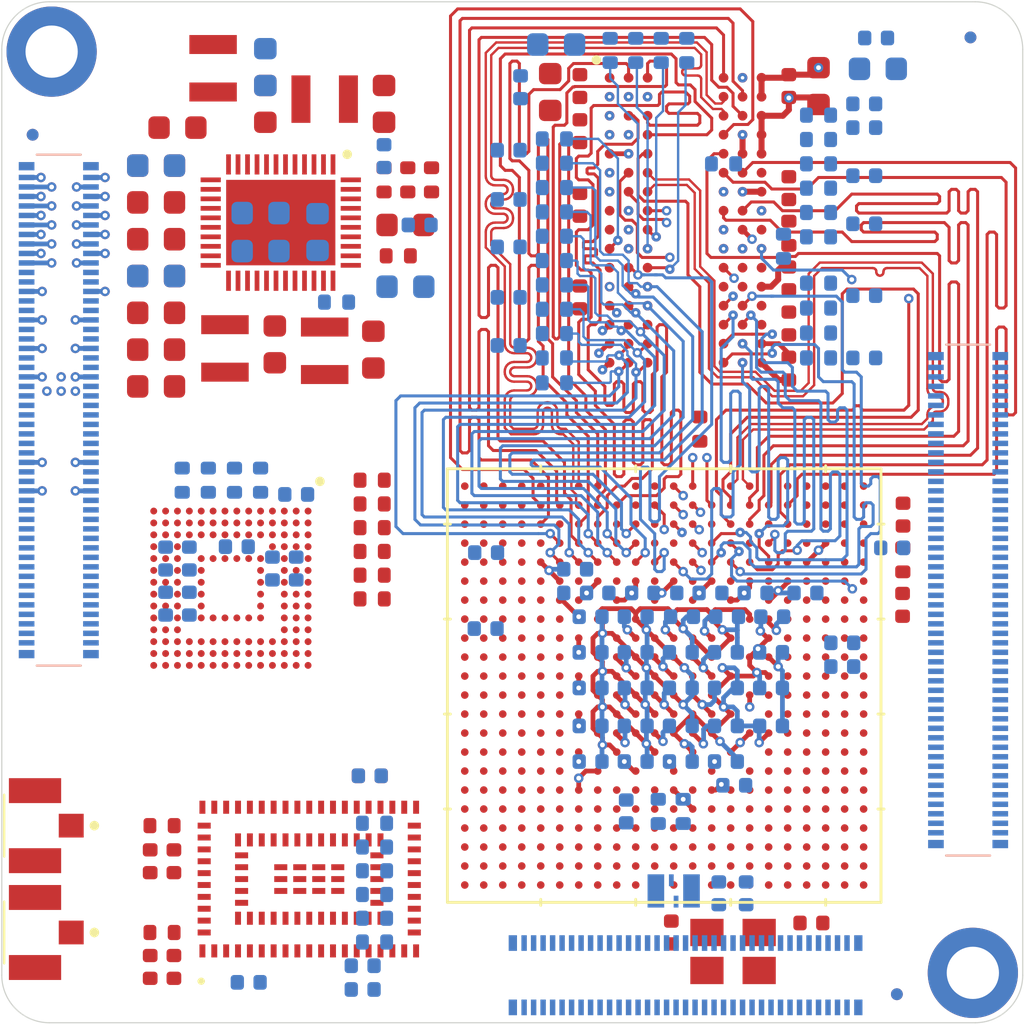
<source format=kicad_pcb>
(kicad_pcb (version 20171130) (host pcbnew "(5.1.10)-1")
  (title_block (title "Logicboard1A MPU-18x18 LFBGA448") (date 2021-08-04) (rev 3.0.0) (company www.logicboards.org))
  (layers (0 L1_Sig_Pwr.Cu mixed) (1 L2_Gnd.Cu power) (2 L3_Sig_Pwr.Cu mixed) (3 L4_Gnd_Sig.Cu mixed) (4 L5_Gnd_Pwr.Cu power) (31 L6_Sig_Pwr.Cu mixed) (34 B.Paste user hide) (35 F.Paste user hide) (36 B.SilkS user hide) (37 F.SilkS user hide) (38 B.Mask user hide) (39 F.Mask user hide) (44 Edge.Cuts user))
  (net 0 "")
  (net 1 GND)
  (net 2 NRST)
  (net 3 /HSE_IN)
  (net 4 /HSE_OUT)
  (net 5 /LSE_IN)
  (net 6 "Net-(C105-Pad1)")
  (net 7 PMIC_VREF_DDR)
  (net 8 PMIC_LDO3_VTT_DDR)
  (net 9 PMIC_VOUT2_VDD_DDR)
  (net 10 PMIC_VOUT3_VDD)
  (net 11 PMIC_VOUT1_VDD_CORE)
  (net 12 "Net-(C317-Pad1)")
  (net 13 PMIC_VOUT4_3V3)
  (net 14 "Net-(C330-Pad1)")
  (net 15 MPU_VDDA_1V8_REG)
  (net 16 PMIC_LDO4_VDD_USB)
  (net 17 "Net-(C342-Pad1)")
  (net 18 5V_VIN)
  (net 19 "Net-(C409-Pad2)")
  (net 20 "Net-(C410-Pad1)")
  (net 21 PMIC_LDO1_1V8)
  (net 22 PMIC_LDO6_1V0)
  (net 23 PMIC_LDO2_2V9)
  (net 24 PMIC_LDO5_2V9)
  (net 25 VDDOUT_VDDIO)
  (net 26 BT_RF_OUT)
  (net 27 "Net-(C603-Pad1)")
  (net 28 "Net-(C604-Pad1)")
  (net 29 "Net-(C605-Pad1)")
  (net 30 "Net-(L401-Pad1)")
  (net 31 "Net-(L402-Pad1)")
  (net 32 "Net-(L403-Pad1)")
  (net 33 "Net-(L404-Pad1)")
  (net 34 "Net-(R101-Pad1)")
  (net 35 I2C4_SCL)
  (net 36 I2C4_SDA)
  (net 37 "Net-(R201-Pad1)")
  (net 38 /MPU_DDR3L_Memory/DDR_A0)
  (net 39 /MPU_DDR3L_Memory/DDR_A1)
  (net 40 /MPU_DDR3L_Memory/DDR_A2)
  (net 41 /MPU_DDR3L_Memory/DDR_A3)
  (net 42 /MPU_DDR3L_Memory/DDR_A4)
  (net 43 /MPU_DDR3L_Memory/DDR_A5)
  (net 44 /MPU_DDR3L_Memory/DDR_A6)
  (net 45 /MPU_DDR3L_Memory/DDR_A7)
  (net 46 "Net-(R210-Pad1)")
  (net 47 /MPU_DDR3L_Memory/DDR_A8)
  (net 48 /MPU_DDR3L_Memory/DDR_A9)
  (net 49 /MPU_DDR3L_Memory/DDR_A10)
  (net 50 /MPU_DDR3L_Memory/DDR_A11)
  (net 51 /MPU_DDR3L_Memory/DDR_A12)
  (net 52 /MPU_DDR3L_Memory/DDR_A13)
  (net 53 /MPU_DDR3L_Memory/DDR_A14)
  (net 54 /MPU_DDR3L_Memory/DDR_BA0)
  (net 55 /MPU_DDR3L_Memory/DDR_BA1)
  (net 56 /MPU_DDR3L_Memory/DDR_BA2)
  (net 57 /MPU_DDR3L_Memory/DDR_RESETN)
  (net 58 /MPU_DDR3L_Memory/DDR_CKE)
  (net 59 /MPU_DDR3L_Memory/DDR_RASN)
  (net 60 /MPU_DDR3L_Memory/DDR_ODT)
  (net 61 /MPU_DDR3L_Memory/DDR_CASN)
  (net 62 /MPU_DDR3L_Memory/DDR_CLK_N)
  (net 63 /MPU_DDR3L_Memory/DDR_CLK_P)
  (net 64 /MPU_DDR3L_Memory/DDR_CSN)
  (net 65 /MPU_DDR3L_Memory/DDR_WEN)
  (net 66 VBAT)
  (net 67 "Net-(R401-Pad1)")
  (net 68 "Net-(R402-Pad1)")
  (net 69 SDMMC2_D0)
  (net 70 SDMMC2_D1)
  (net 71 SDMMC2_D2)
  (net 72 SDMMC2_D3)
  (net 73 SDMMC2_D4)
  (net 74 SDMMC2_D5)
  (net 75 SDMMC2_D6)
  (net 76 SDMMC2_D7)
  (net 77 SDMMC2_CK)
  (net 78 SDMMC2_CMD)
  (net 79 SDMMC3_D2)
  (net 80 SDMMC3_D1)
  (net 81 SDMMC3_D0)
  (net 82 SDMMC3_CK)
  (net 83 SDMMC3_D3)
  (net 84 SDMMC3_CMD)
  (net 85 BT_HOST_WAKE)
  (net 86 WL_REG_ON)
  (net 87 PE13)
  (net 88 PK6)
  (net 89 PK4)
  (net 90 PJ13)
  (net 91 PD10)
  (net 92 PD5)
  (net 93 DSI_D0_N)
  (net 94 DSI_CK_N)
  (net 95 DSI_D1_N)
  (net 96 "Net-(U101-PadA20)")
  (net 97 "Net-(U101-PadA21)")
  (net 98 PH10)
  (net 99 PH11)
  (net 100 PE14)
  (net 101 PK7)
  (net 102 PK3)
  (net 103 PJ14)
  (net 104 PJ12)
  (net 105 PD1)
  (net 106 DSI_D0_P)
  (net 107 DSI_CK_P)
  (net 108 DSI_D1_P)
  (net 109 "Net-(U101-PadB20)")
  (net 110 "Net-(U101-PadB21)")
  (net 111 "Net-(U101-PadB22)")
  (net 112 PH15)
  (net 113 PH14)
  (net 114 PE15)
  (net 115 PE0)
  (net 116 PK5)
  (net 117 PJ15)
  (net 118 PD4)
  (net 119 PD0)
  (net 120 "Net-(U101-PadC21)")
  (net 121 "Net-(U101-PadC22)")
  (net 122 PI0)
  (net 123 PI14)
  (net 124 PH13)
  (net 125 PE11)
  (net 126 PH8)
  (net 127 PE1)
  (net 128 PK0)
  (net 129 SDMMC1_CMD)
  (net 130 PC7)
  (net 131 SDMMC1_D1)
  (net 132 SDMMC1_D3)
  (net 133 JTDI)
  (net 134 STLINK_SWCLK)
  (net 135 "Net-(U101-PadD20)")
  (net 136 "Net-(U101-PadD21)")
  (net 137 "Net-(U101-PadD22)")
  (net 138 PI2)
  (net 139 PI1)
  (net 140 PI3)
  (net 141 PE12)
  (net 142 PH9)
  (net 143 PK1)
  (net 144 PK2)
  (net 145 PE6)
  (net 146 PA15)
  (net 147 SDMMC1_CK)
  (net 148 PC6)
  (net 149 SDMMC1_D0)
  (net 150 JTRST)
  (net 151 JTDO_TRACESWO)
  (net 152 STLINK_SWDIO)
  (net 153 /MPU_DDR3L_Memory/DDR_DQ3)
  (net 154 /MPU_DDR3L_Memory/DDR_DQ0)
  (net 155 "Net-(U101-PadE22)")
  (net 156 PI7)
  (net 157 PI5)
  (net 158 PI15)
  (net 159 BT_PCM_WS)
  (net 160 PH12)
  (net 161 PB7)
  (net 162 PB9)
  (net 163 PF2)
  (net 164 SDMMC1_D2)
  (net 165 PE4)
  (net 166 /MPU_DDR3L_Memory/DDR_DQ1)
  (net 167 BT_PCM_CLK)
  (net 168 BT_REG_ON)
  (net 169 PI6)
  (net 170 /MPU_DDR3L_Memory/DDR_DQ7)
  (net 171 /MPU_DDR3L_Memory/DDR_DQM0)
  (net 172 /MPU_DDR3L_Memory/DDR_DQS0_N)
  (net 173 /MPU_DDR3L_Memory/DDR_DQS0_P)
  (net 174 PI13)
  (net 175 PI12)
  (net 176 BT_DEV_WAKE)
  (net 177 BT_PCM_SDI)
  (net 178 PJ7)
  (net 179 /MPU_DDR3L_Memory/DDR_DQ5)
  (net 180 /MPU_DDR3L_Memory/DDR_DQ2)
  (net 181 /MPU_DDR3L_Memory/DDR_DQ6)
  (net 182 PJ3)
  (net 183 PJ0)
  (net 184 PJ9)
  (net 185 PG12)
  (net 186 PI9)
  (net 187 PI4)
  (net 188 /MPU_DDR3L_Memory/DDR_DQ4)
  (net 189 PJ5)
  (net 190 PJ4)
  (net 191 PJ2)
  (net 192 BT_PCM_SDO)
  (net 193 PJ11)
  (net 194 "Net-(U101-PadK21)")
  (net 195 WL_HOST_WAKE)
  (net 196 PJ10)
  (net 197 PD6)
  (net 198 PJ8)
  (net 199 PJ6)
  (net 200 PJ1)
  (net 201 "Net-(U101-PadL22)")
  (net 202 PD8)
  (net 203 PD9)
  (net 204 PD14)
  (net 205 "Net-(U101-PadM19)")
  (net 206 PI8)
  (net 207 PMIC_WAKEUP)
  (net 208 BOOT0)
  (net 209 BOOT1)
  (net 210 /MPU_DDR3L_Memory/DDR_DQ8)
  (net 211 BOOT2)
  (net 212 /MPU_DDR3L_Memory/DDR_DQ10)
  (net 213 PA14)
  (net 214 ANA0)
  (net 215 /MPU_DDR3L_Memory/DDR_DQ13)
  (net 216 /MPU_DDR3L_Memory/DDR_DQ9)
  (net 217 /MPU_DDR3L_Memory/DDR_DQS1_N)
  (net 218 PI11)
  (net 219 PA3)
  (net 220 ANA1)
  (net 221 /MPU_DDR3L_Memory/DDR_DQ11)
  (net 222 /MPU_DDR3L_Memory/DDR_DQM1)
  (net 223 /MPU_DDR3L_Memory/DDR_DQS1_P)
  (net 224 "Net-(U101-PadU1)")
  (net 225 PC3)
  (net 226 PG3)
  (net 227 PA5)
  (net 228 PG5)
  (net 229 PC0)
  (net 230 PG11)
  (net 231 /MPU_DDR3L_Memory/DDR_DQ14)
  (net 232 POWER_ON)
  (net 233 PF3)
  (net 234 PA1)
  (net 235 PA4)
  (net 236 PF14)
  (net 237 PF12)
  (net 238 BT_USART3_TX)
  (net 239 PB13)
  (net 240 PH6)
  (net 241 PF10)
  (net 242 PB2)
  (net 243 PD13)
  (net 244 OTG_VBUS)
  (net 245 /MPU_DDR3L_Memory/DDR_DQ12)
  (net 246 /MPU_DDR3L_Memory/DDR_DQ15)
  (net 247 "Net-(U101-PadV22)")
  (net 248 BT_USART3_CTS)
  (net 249 PH7)
  (net 250 PA13)
  (net 251 PG2)
  (net 252 PG0)
  (net 253 PF15)
  (net 254 PF13)
  (net 255 PF11)
  (net 256 PA6)
  (net 257 PE7)
  (net 258 PE9)
  (net 259 BT_USART3_RTS)
  (net 260 PB6)
  (net 261 PE10)
  (net 262 PG9)
  (net 263 PA12)
  (net 264 "Net-(U101-PadW20)")
  (net 265 "Net-(U101-PadW21)")
  (net 266 "Net-(U101-PadW22)")
  (net 267 PC2)
  (net 268 PE2)
  (net 269 PG1)
  (net 270 PB11)
  (net 271 PH3)
  (net 272 PG8)
  (net 273 PA7)
  (net 274 PG7)
  (net 275 PE8)
  (net 276 PA11)
  (net 277 PA10)
  (net 278 "Net-(U101-PadY21)")
  (net 279 "Net-(U101-PadY22)")
  (net 280 PG13)
  (net 281 PG14)
  (net 282 PA0_WAKEUP)
  (net 283 PB1)
  (net 284 PC5)
  (net 285 BT_USART3_RX)
  (net 286 PB5)
  (net 287 PG10)
  (net 288 PF7)
  (net 289 PF6)
  (net 290 USB2_N)
  (net 291 USB1_P)
  (net 292 "Net-(U101-PadAA19)")
  (net 293 "Net-(U101-PadAA20)")
  (net 294 "Net-(U101-PadAA21)")
  (net 295 "Net-(U101-PadAA22)")
  (net 296 PA2)
  (net 297 PC1)
  (net 298 PG4)
  (net 299 PB0)
  (net 300 PC4)
  (net 301 PH2)
  (net 302 PB8)
  (net 303 PD11)
  (net 304 LPO_32)
  (net 305 PF9)
  (net 306 USB2_P)
  (net 307 USB1_N)
  (net 308 "Net-(U101-PadAB20)")
  (net 309 "Net-(U101-PadAB21)")
  (net 310 PONKEYn)
  (net 311 PMIC_VBUSOTG)
  (net 312 SW_OUT)
  (net 313 "Net-(U501-PadA7)")
  (net 314 "Net-(U501-PadA10)")
  (net 315 "Net-(U501-PadA11)")
  (net 316 "Net-(U501-PadA12)")
  (net 317 "Net-(U501-PadA13)")
  (net 318 "Net-(U501-PadA14)")
  (net 319 "Net-(U501-PadB1)")
  (net 320 "Net-(U501-PadB9)")
  (net 321 "Net-(U501-PadB10)")
  (net 322 "Net-(U501-PadB11)")
  (net 323 "Net-(U501-PadB12)")
  (net 324 "Net-(U501-PadB13)")
  (net 325 "Net-(U501-PadB14)")
  (net 326 "Net-(U501-PadC8)")
  (net 327 "Net-(U501-PadC9)")
  (net 328 "Net-(U501-PadC10)")
  (net 329 "Net-(U501-PadC11)")
  (net 330 "Net-(U501-PadC12)")
  (net 331 "Net-(U501-PadC13)")
  (net 332 "Net-(U501-PadC14)")
  (net 333 "Net-(U501-PadD1)")
  (net 334 "Net-(U501-PadD12)")
  (net 335 "Net-(U501-PadD13)")
  (net 336 "Net-(U501-PadD14)")
  (net 337 "Net-(U501-PadE5)")
  (net 338 "Net-(U501-PadE8)")
  (net 339 "Net-(U501-PadE9)")
  (net 340 "Net-(U501-PadE10)")
  (net 341 "Net-(U501-PadE12)")
  (net 342 "Net-(U501-PadE13)")
  (net 343 "Net-(U501-PadE14)")
  (net 344 "Net-(U501-PadF3)")
  (net 345 "Net-(U501-PadF10)")
  (net 346 "Net-(U501-PadF12)")
  (net 347 "Net-(U501-PadF13)")
  (net 348 "Net-(U501-PadF14)")
  (net 349 "Net-(U501-PadG2)")
  (net 350 "Net-(U501-PadG3)")
  (net 351 "Net-(U501-PadG10)")
  (net 352 "Net-(U501-PadG12)")
  (net 353 "Net-(U501-PadG13)")
  (net 354 "Net-(U501-PadG14)")
  (net 355 "Net-(U501-PadH1)")
  (net 356 "Net-(U501-PadH2)")
  (net 357 "Net-(U501-PadH3)")
  (net 358 "Net-(U501-PadH5)")
  (net 359 "Net-(U501-PadH12)")
  (net 360 "Net-(U501-PadH13)")
  (net 361 "Net-(U501-PadH14)")
  (net 362 "Net-(U501-PadJ12)")
  (net 363 "Net-(U501-PadJ13)")
  (net 364 "Net-(U501-PadJ14)")
  (net 365 "Net-(U501-PadK6)")
  (net 366 "Net-(U501-PadK7)")
  (net 367 "Net-(U501-PadK10)")
  (net 368 "Net-(U501-PadK12)")
  (net 369 "Net-(U501-PadK13)")
  (net 370 "Net-(U501-PadK14)")
  (net 371 "Net-(U501-PadL12)")
  (net 372 "Net-(U501-PadL13)")
  (net 373 "Net-(U501-PadL14)")
  (net 374 "Net-(U501-PadM1)")
  (net 375 "Net-(U501-PadM2)")
  (net 376 "Net-(U501-PadM3)")
  (net 377 "Net-(U501-PadM7)")
  (net 378 "Net-(U501-PadM8)")
  (net 379 "Net-(U501-PadM9)")
  (net 380 "Net-(U501-PadM10)")
  (net 381 "Net-(U501-PadM11)")
  (net 382 "Net-(U501-PadM12)")
  (net 383 "Net-(U501-PadM13)")
  (net 384 "Net-(U501-PadM14)")
  (net 385 "Net-(U501-PadN1)")
  (net 386 "Net-(U501-PadN3)")
  (net 387 "Net-(U501-PadN6)")
  (net 388 "Net-(U501-PadN7)")
  (net 389 "Net-(U501-PadN8)")
  (net 390 "Net-(U501-PadN9)")
  (net 391 "Net-(U501-PadN10)")
  (net 392 "Net-(U501-PadN11)")
  (net 393 "Net-(U501-PadN12)")
  (net 394 "Net-(U501-PadN13)")
  (net 395 "Net-(U501-PadN14)")
  (net 396 "Net-(U501-PadP2)")
  (net 397 "Net-(U501-PadP7)")
  (net 398 "Net-(U501-PadP8)")
  (net 399 "Net-(U501-PadP9)")
  (net 400 "Net-(U501-PadP10)")
  (net 401 "Net-(U501-PadP11)")
  (net 402 "Net-(U501-PadP12)")
  (net 403 "Net-(U501-PadP13)")
  (net 404 "Net-(U501-PadP14)")
  (net 405 "Net-(U601-Pad8)")
  (net 406 "Net-(U601-Pad12)")
  (net 407 "Net-(U601-Pad16)")
  (net 408 "Net-(U601-Pad17)")
  (net 409 "Net-(U601-Pad18)")
  (net 410 "Net-(U601-Pad37)")
  (net 411 "Net-(U601-Pad38)")
  (net 412 "Net-(U601-Pad39)")
  (net 413 "Net-(U601-Pad40)")
  (net 414 "Net-(U601-Pad41)")
  (net 415 "Net-(U601-Pad42)")
  (net 416 "Net-(U601-Pad43)")
  (net 417 "Net-(U601-Pad44)")
  (net 418 "Net-(U601-Pad45)")
  (net 419 "Net-(U601-Pad46)")
  (net 420 "Net-(U601-Pad54)")
  (net 421 "Net-(U601-Pad55)")
  (net 422 "Net-(U601-Pad56)")
  (net 423 "Net-(U601-Pad61)")
  (net 424 "Net-(U601-Pad62)")
  (net 425 "Net-(U601-Pad63)")
  (net 426 "Net-(U601-Pad64)")
  (net 427 "Net-(U601-Pad66)")
  (net 428 "Net-(U601-Pad67)")
  (net 429 "Net-(U601-Pad68)")
  (net 430 "Net-(U601-Pad69)")
  (net 431 "Net-(U601-Pad70)")
  (net 432 "Net-(U601-Pad71)")
  (net 433 "Net-(U601-Pad74)")
  (net 434 "Net-(U601-Pad75)")
  (net 435 "Net-(U601-Pad76)")
  (net 436 "Net-(U601-Pad77)")
  (net 437 "Net-(U601-Pad78)")
  (net 438 "Net-(U601-Pad79)")
  (net 439 "Net-(U601-Pad81)")
  (net 440 "Net-(U601-Pad86)")
  (net 441 "Net-(U601-Pad87)")
  (net 442 "Net-(U601-Pad88)")
  (net 443 "Net-(U601-Pad89)")
  (net 444 "Net-(U601-Pad90)")
  (net 445 "Net-(U601-Pad91)")
  (net 446 "Net-(U601-Pad92)")
  (net 447 "Net-(U601-Pad93)")
  (net 448 "Net-(U701-Pad29)")
  (net 449 "Net-(U701-Pad30)")
  (net 450 "Net-(U701-Pad31)")
  (net 451 "Net-(U701-Pad32)")
  (net 452 "Net-(U701-Pad33)")
  (net 453 "Net-(U701-Pad34)")
  (net 454 "Net-(U701-Pad35)")
  (net 455 "Net-(U701-Pad36)")
  (net 456 "Net-(U701-Pad37)")
  (net 457 "Net-(U701-Pad38)")
  (net 458 "Net-(U701-Pad39)")
  (net 459 "Net-(U701-Pad40)")
  (net 460 "Net-(U702-Pad26)")
  (net 461 "Net-(U702-Pad27)")
  (net 462 "Net-(U702-Pad28)")
  (net 463 "Net-(U702-Pad29)")
  (net 464 "Net-(U702-Pad30)")
  (net 465 "Net-(U702-Pad31)")
  (net 466 "Net-(U702-Pad32)")
  (net 467 "Net-(U702-Pad41)")
  (net 468 "Net-(U702-Pad42)")
  (net 469 "Net-(U702-Pad43)")
  (net 470 "Net-(U702-Pad44)")
  (net 471 "Net-(U702-Pad45)")
  (net 472 "Net-(U702-Pad46)")
  (net 473 "Net-(U702-Pad47)")
  (net 474 "Net-(U702-Pad48)")
  (net 475 "Net-(U702-Pad49)")
  (net 476 "Net-(U702-Pad50)")
  (net 477 "Net-(U703-Pad35)")
  (net 478 "Net-(U703-Pad36)")
  (net 479 "Net-(U703-Pad37)")
  (net 480 "Net-(U703-Pad38)")
  (net 481 "Net-(U703-Pad39)")
  (net 482 "Net-(U703-Pad40)")
  (net 483 "Net-(U703-Pad41)")
  (net 484 "Net-(U703-Pad42)")
  (net 485 "Net-(U703-Pad43)")
  (net 486 "Net-(U703-Pad44)")
  (net 487 "Net-(U703-Pad45)")
  (net 488 "Net-(U703-Pad46)")
  (net 489 "Net-(U703-Pad47)")
  (net 490 "Net-(U703-Pad48)")
  (net 491 "Net-(U703-Pad49)")
  (net 492 "Net-(U703-Pad50)")
  (net 493 "Net-(U703-Pad51)")
  (net 494 "Net-(U703-Pad52)")
  (net 495 "Net-(U703-Pad53)")
  (net 496 "Net-(U703-Pad54)")
  (net 497 "Net-(X101-Pad1)")
  (net 498 "Net-(C508-Pad1)")
  (net 499 VDDA)
  (module U_Package_BGA:STM32MP157CAA3 (layer L1_Sig_Pwr.Cu) (at 197.9 115.8 90)
    (fp_text reference U101)
    (fp_text value LFBGA448_18X18 hide)
    (pad A1 smd circle (at -8.399999 -8.399999 90) (size 0.32 0.32) (layers L1_Sig_Pwr.Cu F.Paste F.Mask) (net 1 GND))
    (pad A2 smd circle (at -7.599999 -8.399999 90) (size 0.32 0.32) (layers L1_Sig_Pwr.Cu F.Paste F.Mask) (net 85 BT_HOST_WAKE))
    (pad A3 smd circle (at -6.799999 -8.399999 90) (size 0.32 0.32) (layers L1_Sig_Pwr.Cu F.Paste F.Mask) (net 86 WL_REG_ON))
    (pad A4 smd circle (at -5.999999 -8.399999 90) (size 0.32 0.32) (layers L1_Sig_Pwr.Cu F.Paste F.Mask) (net 87 PE13))
    (pad A5 smd circle (at -5.199999 -8.399999 90) (size 0.32 0.32) (layers L1_Sig_Pwr.Cu F.Paste F.Mask) (net 88 PK6))
    (pad A6 smd circle (at -4.399999 -8.399999 90) (size 0.32 0.32) (layers L1_Sig_Pwr.Cu F.Paste F.Mask) (net 89 PK4))
    (pad A7 smd circle (at -3.6 -8.399999 90) (size 0.32 0.32) (layers L1_Sig_Pwr.Cu F.Paste F.Mask) (net 90 PJ13))
    (pad A8 smd circle (at -2.8 -8.399999 90) (size 0.32 0.32) (layers L1_Sig_Pwr.Cu F.Paste F.Mask) (net 91 PD10))
    (pad A9 smd circle (at -2 -8.399999 90) (size 0.32 0.32) (layers L1_Sig_Pwr.Cu F.Paste F.Mask) (net 92 PD5))
    (pad A10 smd circle (at -1.2 -8.399999 90) (size 0.32 0.32) (layers L1_Sig_Pwr.Cu F.Paste F.Mask) (net 77 SDMMC2_CK))
    (pad A11 smd circle (at -0.4 -8.399999 90) (size 0.32 0.32) (layers L1_Sig_Pwr.Cu F.Paste F.Mask) (net 74 SDMMC2_D5))
    (pad A12 smd circle (at 0.4 -8.399999 90) (size 0.32 0.32) (layers L1_Sig_Pwr.Cu F.Paste F.Mask) (net 71 SDMMC2_D2))
    (pad A13 smd circle (at 1.2 -8.399999 90) (size 0.32 0.32) (layers L1_Sig_Pwr.Cu F.Paste F.Mask) (net 69 SDMMC2_D0))
    (pad A14 smd circle (at 2 -8.399999 90) (size 0.32 0.32) (layers L1_Sig_Pwr.Cu F.Paste F.Mask) (net 10 PMIC_VOUT3_VDD))
    (pad A15 smd circle (at 2.8 -8.399999 90) (size 0.32 0.32) (layers L1_Sig_Pwr.Cu F.Paste F.Mask) (net 93 DSI_D0_N))
    (pad A16 smd circle (at 3.6 -8.399999 90) (size 0.32 0.32) (layers L1_Sig_Pwr.Cu F.Paste F.Mask) (net 94 DSI_CK_N))
    (pad A17 smd circle (at 4.4 -8.399999 90) (size 0.32 0.32) (layers L1_Sig_Pwr.Cu F.Paste F.Mask) (net 95 DSI_D1_N))
    (pad A18 smd circle (at 5.199999 -8.399999 90) (size 0.32 0.32) (layers L1_Sig_Pwr.Cu F.Paste F.Mask) (net 17 "Net-(C342-Pad1)"))
    (pad A19 smd circle (at 5.999999 -8.399999 90) (size 0.32 0.32) (layers L1_Sig_Pwr.Cu F.Paste F.Mask) (net 1 GND))
    (pad A20 smd circle (at 6.799999 -8.399999 90) (size 0.32 0.32) (layers L1_Sig_Pwr.Cu F.Paste F.Mask) (net 96 "Net-(U101-PadA20)"))
    (pad A21 smd circle (at 7.599999 -8.399999 90) (size 0.32 0.32) (layers L1_Sig_Pwr.Cu F.Paste F.Mask) (net 97 "Net-(U101-PadA21)"))
    (pad A22 smd circle (at 8.399999 -8.399999 90) (size 0.32 0.32) (layers L1_Sig_Pwr.Cu F.Paste F.Mask) (net 1 GND))
    (pad B1 smd circle (at -8.399999 -7.599999 90) (size 0.32 0.32) (layers L1_Sig_Pwr.Cu F.Paste F.Mask) (net 98 PH10))
    (pad B2 smd circle (at -7.599999 -7.599999 90) (size 0.32 0.32) (layers L1_Sig_Pwr.Cu F.Paste F.Mask) (net 1 GND))
    (pad B3 smd circle (at -6.799999 -7.599999 90) (size 0.32 0.32) (layers L1_Sig_Pwr.Cu F.Paste F.Mask) (net 99 PH11))
    (pad B4 smd circle (at -5.999999 -7.599999 90) (size 0.32 0.32) (layers L1_Sig_Pwr.Cu F.Paste F.Mask) (net 100 PE14))
    (pad B5 smd circle (at -5.199999 -7.599999 90) (size 0.32 0.32) (layers L1_Sig_Pwr.Cu F.Paste F.Mask) (net 101 PK7))
    (pad B6 smd circle (at -4.399999 -7.599999 90) (size 0.32 0.32) (layers L1_Sig_Pwr.Cu F.Paste F.Mask) (net 102 PK3))
    (pad B7 smd circle (at -3.6 -7.599999 90) (size 0.32 0.32) (layers L1_Sig_Pwr.Cu F.Paste F.Mask) (net 103 PJ14))
    (pad B8 smd circle (at -2.8 -7.599999 90) (size 0.32 0.32) (layers L1_Sig_Pwr.Cu F.Paste F.Mask) (net 104 PJ12))
    (pad B9 smd circle (at -2 -7.599999 90) (size 0.32 0.32) (layers L1_Sig_Pwr.Cu F.Paste F.Mask) (net 84 SDMMC3_CMD))
    (pad B10 smd circle (at -1.2 -7.599999 90) (size 0.32 0.32) (layers L1_Sig_Pwr.Cu F.Paste F.Mask) (net 105 PD1))
    (pad B11 smd circle (at -0.4 -7.599999 90) (size 0.32 0.32) (layers L1_Sig_Pwr.Cu F.Paste F.Mask) (net 76 SDMMC2_D7))
    (pad B12 smd circle (at 0.4 -7.599999 90) (size 0.32 0.32) (layers L1_Sig_Pwr.Cu F.Paste F.Mask) (net 70 SDMMC2_D1))
    (pad B13 smd circle (at 1.2 -7.599999 90) (size 0.32 0.32) (layers L1_Sig_Pwr.Cu F.Paste F.Mask) (net 73 SDMMC2_D4))
    (pad B14 smd circle (at 2 -7.599999 90) (size 0.32 0.32) (layers L1_Sig_Pwr.Cu F.Paste F.Mask) (net 15 MPU_VDDA_1V8_REG))
    (pad B15 smd circle (at 2.8 -7.599999 90) (size 0.32 0.32) (layers L1_Sig_Pwr.Cu F.Paste F.Mask) (net 106 DSI_D0_P))
    (pad B16 smd circle (at 3.6 -7.599999 90) (size 0.32 0.32) (layers L1_Sig_Pwr.Cu F.Paste F.Mask) (net 107 DSI_CK_P))
    (pad B17 smd circle (at 4.4 -7.599999 90) (size 0.32 0.32) (layers L1_Sig_Pwr.Cu F.Paste F.Mask) (net 108 DSI_D1_P))
    (pad B18 smd circle (at 5.199999 -7.599999 90) (size 0.32 0.32) (layers L1_Sig_Pwr.Cu F.Paste F.Mask) (net 17 "Net-(C342-Pad1)"))
    (pad B19 smd circle (at 5.999999 -7.599999 90) (size 0.32 0.32) (layers L1_Sig_Pwr.Cu F.Paste F.Mask) (net 1 GND))
    (pad B20 smd circle (at 6.799999 -7.599999 90) (size 0.32 0.32) (layers L1_Sig_Pwr.Cu F.Paste F.Mask) (net 109 "Net-(U101-PadB20)"))
    (pad B21 smd circle (at 7.599999 -7.599999 90) (size 0.32 0.32) (layers L1_Sig_Pwr.Cu F.Paste F.Mask) (net 110 "Net-(U101-PadB21)"))
    (pad B22 smd circle (at 8.399999 -7.599999 90) (size 0.32 0.32) (layers L1_Sig_Pwr.Cu F.Paste F.Mask) (net 111 "Net-(U101-PadB22)"))
    (pad C1 smd circle (at -8.399999 -6.799999 90) (size 0.32 0.32) (layers L1_Sig_Pwr.Cu F.Paste F.Mask) (net 112 PH15))
    (pad C2 smd circle (at -7.599999 -6.799999 90) (size 0.32 0.32) (layers L1_Sig_Pwr.Cu F.Paste F.Mask) (net 113 PH14))
    (pad C3 smd circle (at -6.799999 -6.799999 90) (size 0.32 0.32) (layers L1_Sig_Pwr.Cu F.Paste F.Mask) (net 1 GND))
    (pad C4 smd circle (at -5.999999 -6.799999 90) (size 0.32 0.32) (layers L1_Sig_Pwr.Cu F.Paste F.Mask) (net 114 PE15))
    (pad C5 smd circle (at -5.199999 -6.799999 90) (size 0.32 0.32) (layers L1_Sig_Pwr.Cu F.Paste F.Mask) (net 115 PE0))
    (pad C6 smd circle (at -4.399999 -6.799999 90) (size 0.32 0.32) (layers L1_Sig_Pwr.Cu F.Paste F.Mask) (net 116 PK5))
    (pad C7 smd circle (at -3.6 -6.799999 90) (size 0.32 0.32) (layers L1_Sig_Pwr.Cu F.Paste F.Mask) (net 117 PJ15))
    (pad C8 smd circle (at -2.8 -6.799999 90) (size 0.32 0.32) (layers L1_Sig_Pwr.Cu F.Paste F.Mask) (net 1 GND))
    (pad C9 smd circle (at -2 -6.799999 90) (size 0.32 0.32) (layers L1_Sig_Pwr.Cu F.Paste F.Mask) (net 118 PD4))
    (pad C10 smd circle (at -1.2 -6.799999 90) (size 0.32 0.32) (layers L1_Sig_Pwr.Cu F.Paste F.Mask) (net 119 PD0))
    (pad C11 smd circle (at -0.4 -6.799999 90) (size 0.32 0.32) (layers L1_Sig_Pwr.Cu F.Paste F.Mask) (net 1 GND))
    (pad C12 smd circle (at 0.4 -6.799999 90) (size 0.32 0.32) (layers L1_Sig_Pwr.Cu F.Paste F.Mask) (net 75 SDMMC2_D6))
    (pad C13 smd circle (at 1.2 -6.799999 90) (size 0.32 0.32) (layers L1_Sig_Pwr.Cu F.Paste F.Mask) (net 72 SDMMC2_D3))
    (pad C14 smd circle (at 2 -6.799999 90) (size 0.32 0.32) (layers L1_Sig_Pwr.Cu F.Paste F.Mask) (net 1 GND))
    (pad C15 smd circle (at 2.8 -6.799999 90) (size 0.32 0.32) (layers L1_Sig_Pwr.Cu F.Paste F.Mask) (net 1 GND))
    (pad C16 smd circle (at 3.6 -6.799999 90) (size 0.32 0.32) (layers L1_Sig_Pwr.Cu F.Paste F.Mask) (net 1 GND))
    (pad C17 smd circle (at 4.4 -6.799999 90) (size 0.32 0.32) (layers L1_Sig_Pwr.Cu F.Paste F.Mask) (net 1 GND))
    (pad C18 smd circle (at 5.199999 -6.799999 90) (size 0.32 0.32) (layers L1_Sig_Pwr.Cu F.Paste F.Mask) (net 1 GND))
    (pad C19 smd circle (at 5.999999 -6.799999 90) (size 0.32 0.32) (layers L1_Sig_Pwr.Cu F.Paste F.Mask) (net 1 GND))
    (pad C20 smd circle (at 6.799999 -6.799999 90) (size 0.32 0.32) (layers L1_Sig_Pwr.Cu F.Paste F.Mask) (net 1 GND))
    (pad C21 smd circle (at 7.599999 -6.799999 90) (size 0.32 0.32) (layers L1_Sig_Pwr.Cu F.Paste F.Mask) (net 120 "Net-(U101-PadC21)"))
    (pad C22 smd circle (at 8.399999 -6.799999 90) (size 0.32 0.32) (layers L1_Sig_Pwr.Cu F.Paste F.Mask) (net 121 "Net-(U101-PadC22)"))
    (pad D1 smd circle (at -8.399999 -5.999999 90) (size 0.32 0.32) (layers L1_Sig_Pwr.Cu F.Paste F.Mask) (net 122 PI0))
    (pad D2 smd circle (at -7.599999 -5.999999 90) (size 0.32 0.32) (layers L1_Sig_Pwr.Cu F.Paste F.Mask) (net 123 PI14))
    (pad D3 smd circle (at -6.799999 -5.999999 90) (size 0.32 0.32) (layers L1_Sig_Pwr.Cu F.Paste F.Mask) (net 124 PH13))
    (pad D4 smd circle (at -5.999999 -5.999999 90) (size 0.32 0.32) (layers L1_Sig_Pwr.Cu F.Paste F.Mask) (net 1 GND))
    (pad D5 smd circle (at -5.199999 -5.999999 90) (size 0.32 0.32) (layers L1_Sig_Pwr.Cu F.Paste F.Mask) (net 125 PE11))
    (pad D6 smd circle (at -4.399999 -5.999999 90) (size 0.32 0.32) (layers L1_Sig_Pwr.Cu F.Paste F.Mask) (net 126 PH8))
    (pad D7 smd circle (at -3.6 -5.999999 90) (size 0.32 0.32) (layers L1_Sig_Pwr.Cu F.Paste F.Mask) (net 127 PE1))
    (pad D8 smd circle (at -2.8 -5.999999 90) (size 0.32 0.32) (layers L1_Sig_Pwr.Cu F.Paste F.Mask) (net 128 PK0))
    (pad D9 smd circle (at -2 -5.999999 90) (size 0.32 0.32) (layers L1_Sig_Pwr.Cu F.Paste F.Mask) (net 79 SDMMC3_D2))
    (pad D10 smd circle (at -1.2 -5.999999 90) (size 0.32 0.32) (layers L1_Sig_Pwr.Cu F.Paste F.Mask) (net 82 SDMMC3_CK))
    (pad D11 smd circle (at -0.4 -5.999999 90) (size 0.32 0.32) (layers L1_Sig_Pwr.Cu F.Paste F.Mask) (net 78 SDMMC2_CMD))
    (pad D12 smd circle (at 0.4 -5.999999 90) (size 0.32 0.32) (layers L1_Sig_Pwr.Cu F.Paste F.Mask) (net 129 SDMMC1_CMD))
    (pad D13 smd circle (at 1.2 -5.999999 90) (size 0.32 0.32) (layers L1_Sig_Pwr.Cu F.Paste F.Mask) (net 130 PC7))
    (pad D14 smd circle (at 2 -5.999999 90) (size 0.32 0.32) (layers L1_Sig_Pwr.Cu F.Paste F.Mask) (net 131 SDMMC1_D1))
    (pad D15 smd circle (at 2.8 -5.999999 90) (size 0.32 0.32) (layers L1_Sig_Pwr.Cu F.Paste F.Mask) (net 132 SDMMC1_D3))
    (pad D16 smd circle (at 3.6 -5.999999 90) (size 0.32 0.32) (layers L1_Sig_Pwr.Cu F.Paste F.Mask) (net 133 JTDI))
    (pad D17 smd circle (at 4.4 -5.999999 90) (size 0.32 0.32) (layers L1_Sig_Pwr.Cu F.Paste F.Mask) (net 134 STLINK_SWCLK))
    (pad D18 smd circle (at 5.199999 -5.999999 90) (size 0.32 0.32) (layers L1_Sig_Pwr.Cu F.Paste F.Mask) (net 10 PMIC_VOUT3_VDD))
    (pad D19 smd circle (at 5.999999 -5.999999 90) (size 0.32 0.32) (layers L1_Sig_Pwr.Cu F.Paste F.Mask) (net 1 GND))
    (pad D20 smd circle (at 6.799999 -5.999999 90) (size 0.32 0.32) (layers L1_Sig_Pwr.Cu F.Paste F.Mask) (net 135 "Net-(U101-PadD20)"))
    (pad D21 smd circle (at 7.599999 -5.999999 90) (size 0.32 0.32) (layers L1_Sig_Pwr.Cu F.Paste F.Mask) (net 136 "Net-(U101-PadD21)"))
    (pad D22 smd circle (at 8.399999 -5.999999 90) (size 0.32 0.32) (layers L1_Sig_Pwr.Cu F.Paste F.Mask) (net 137 "Net-(U101-PadD22)"))
    (pad E1 smd circle (at -8.399999 -5.199999 90) (size 0.32 0.32) (layers L1_Sig_Pwr.Cu F.Paste F.Mask) (net 138 PI2))
    (pad E2 smd circle (at -7.599999 -5.199999 90) (size 0.32 0.32) (layers L1_Sig_Pwr.Cu F.Paste F.Mask) (net 139 PI1))
    (pad E3 smd circle (at -6.799999 -5.199999 90) (size 0.32 0.32) (layers L1_Sig_Pwr.Cu F.Paste F.Mask) (net 140 PI3))
    (pad E4 smd circle (at -5.999999 -5.199999 90) (size 0.32 0.32) (layers L1_Sig_Pwr.Cu F.Paste F.Mask) (net 141 PE12))
    (pad E5 smd circle (at -5.199999 -5.199999 90) (size 0.32 0.32) (layers L1_Sig_Pwr.Cu F.Paste F.Mask) (net 1 GND))
    (pad E6 smd circle (at -4.399999 -5.199999 90) (size 0.32 0.32) (layers L1_Sig_Pwr.Cu F.Paste F.Mask) (net 142 PH9))
    (pad E7 smd circle (at -3.6 -5.199999 90) (size 0.32 0.32) (layers L1_Sig_Pwr.Cu F.Paste F.Mask) (net 143 PK1))
    (pad E8 smd circle (at -2.8 -5.199999 90) (size 0.32 0.32) (layers L1_Sig_Pwr.Cu F.Paste F.Mask) (net 144 PK2))
    (pad E9 smd circle (at -2 -5.199999 90) (size 0.32 0.32) (layers L1_Sig_Pwr.Cu F.Paste F.Mask) (net 145 PE6))
    (pad E10 smd circle (at -1.2 -5.199999 90) (size 0.32 0.32) (layers L1_Sig_Pwr.Cu F.Paste F.Mask) (net 81 SDMMC3_D0))
    (pad E11 smd circle (at -0.4 -5.199999 90) (size 0.32 0.32) (layers L1_Sig_Pwr.Cu F.Paste F.Mask) (net 146 PA15))
    (pad E12 smd circle (at 0.4 -5.199999 90) (size 0.32 0.32) (layers L1_Sig_Pwr.Cu F.Paste F.Mask) (net 147 SDMMC1_CK))
    (pad E13 smd circle (at 1.2 -5.199999 90) (size 0.32 0.32) (layers L1_Sig_Pwr.Cu F.Paste F.Mask) (net 148 PC6))
    (pad E14 smd circle (at 2 -5.199999 90) (size 0.32 0.32) (layers L1_Sig_Pwr.Cu F.Paste F.Mask) (net 149 SDMMC1_D0))
    (pad E15 smd circle (at 2.8 -5.199999 90) (size 0.32 0.32) (layers L1_Sig_Pwr.Cu F.Paste F.Mask) (net 150 JTRST))
    (pad E16 smd circle (at 3.6 -5.199999 90) (size 0.32 0.32) (layers L1_Sig_Pwr.Cu F.Paste F.Mask) (net 151 JTDO_TRACESWO))
    (pad E17 smd circle (at 4.4 -5.199999 90) (size 0.32 0.32) (layers L1_Sig_Pwr.Cu F.Paste F.Mask) (net 152 STLINK_SWDIO))
    (pad E18 smd circle (at 5.199999 -5.199999 90) (size 0.32 0.32) (layers L1_Sig_Pwr.Cu F.Paste F.Mask) (net 9 PMIC_VOUT2_VDD_DDR))
    (pad E19 smd circle (at 5.999999 -5.199999 90) (size 0.32 0.32) (layers L1_Sig_Pwr.Cu F.Paste F.Mask) (net 1 GND))
    (pad E20 smd circle (at 6.799999 -5.199999 90) (size 0.32 0.32) (layers L1_Sig_Pwr.Cu F.Paste F.Mask) (net 153 /MPU_DDR3L_Memory/DDR_DQ3))
    (pad E21 smd circle (at 7.599999 -5.199999 90) (size 0.32 0.32) (layers L1_Sig_Pwr.Cu F.Paste F.Mask) (net 154 /MPU_DDR3L_Memory/DDR_DQ0))
    (pad E22 smd circle (at 8.399999 -5.199999 90) (size 0.32 0.32) (layers L1_Sig_Pwr.Cu F.Paste F.Mask) (net 155 "Net-(U101-PadE22)"))
    (pad F1 smd circle (at -8.399999 -4.399999 90) (size 0.32 0.32) (layers L1_Sig_Pwr.Cu F.Paste F.Mask) (net 156 PI7))
    (pad F2 smd circle (at -7.599999 -4.399999 90) (size 0.32 0.32) (layers L1_Sig_Pwr.Cu F.Paste F.Mask) (net 157 PI5))
    (pad F3 smd circle (at -6.799999 -4.399999 90) (size 0.32 0.32) (layers L1_Sig_Pwr.Cu F.Paste F.Mask) (net 158 PI15))
    (pad F4 smd circle (at -5.999999 -4.399999 90) (size 0.32 0.32) (layers L1_Sig_Pwr.Cu F.Paste F.Mask) (net 159 BT_PCM_WS))
    (pad F5 smd circle (at -5.199999 -4.399999 90) (size 0.32 0.32) (layers L1_Sig_Pwr.Cu F.Paste F.Mask) (net 160 PH12))
    (pad F6 smd circle (at -4.399999 -4.399999 90) (size 0.32 0.32) (layers L1_Sig_Pwr.Cu F.Paste F.Mask) (net 1 GND))
    (pad F7 smd circle (at -3.6 -4.399999 90) (size 0.32 0.32) (layers L1_Sig_Pwr.Cu F.Paste F.Mask) (net 1 GND))
    (pad F8 smd circle (at -2.8 -4.399999 90) (size 0.32 0.32) (layers L1_Sig_Pwr.Cu F.Paste F.Mask) (net 1 GND))
    (pad F9 smd circle (at -2 -4.399999 90) (size 0.32 0.32) (layers L1_Sig_Pwr.Cu F.Paste F.Mask) (net 80 SDMMC3_D1))
    (pad F10 smd circle (at -1.2 -4.399999 90) (size 0.32 0.32) (layers L1_Sig_Pwr.Cu F.Paste F.Mask) (net 83 SDMMC3_D3))
    (pad F11 smd circle (at -0.4 -4.399999 90) (size 0.32 0.32) (layers L1_Sig_Pwr.Cu F.Paste F.Mask) (net 161 PB7))
    (pad F12 smd circle (at 0.4 -4.399999 90) (size 0.32 0.32) (layers L1_Sig_Pwr.Cu F.Paste F.Mask) (net 162 PB9))
    (pad F13 smd circle (at 1.2 -4.399999 90) (size 0.32 0.32) (layers L1_Sig_Pwr.Cu F.Paste F.Mask) (net 163 PF2))
    (pad F14 smd circle (at 2 -4.399999 90) (size 0.32 0.32) (layers L1_Sig_Pwr.Cu F.Paste F.Mask) (net 164 SDMMC1_D2))
    (pad F15 smd circle (at 2.8 -4.399999 90) (size 0.32 0.32) (layers L1_Sig_Pwr.Cu F.Paste F.Mask) (net 165 PE4))
    (pad F16 smd circle (at 3.6 -4.399999 90) (size 0.32 0.32) (layers L1_Sig_Pwr.Cu F.Paste F.Mask) (net 1 GND))
    (pad F17 smd circle (at 4.4 -4.399999 90) (size 0.32 0.32) (layers L1_Sig_Pwr.Cu F.Paste F.Mask) (net 9 PMIC_VOUT2_VDD_DDR))
    (pad F18 smd circle (at 5.199999 -4.399999 90) (size 0.32 0.32) (layers L1_Sig_Pwr.Cu F.Paste F.Mask) (net 45 /MPU_DDR3L_Memory/DDR_A7))
    (pad F19 smd circle (at 5.999999 -4.399999 90) (size 0.32 0.32) (layers L1_Sig_Pwr.Cu F.Paste F.Mask) (net 57 /MPU_DDR3L_Memory/DDR_RESETN))
    (pad F20 smd circle (at 6.799999 -4.399999 90) (size 0.32 0.32) (layers L1_Sig_Pwr.Cu F.Paste F.Mask) (net 1 GND))
    (pad F21 smd circle (at 7.599999 -4.399999 90) (size 0.32 0.32) (layers L1_Sig_Pwr.Cu F.Paste F.Mask) (net 166 /MPU_DDR3L_Memory/DDR_DQ1))
    (pad G1 smd circle (at -8.399999 -3.6 90) (size 0.32 0.32) (layers L1_Sig_Pwr.Cu F.Paste F.Mask) (net 35 I2C4_SCL))
    (pad G2 smd circle (at -7.599999 -3.6 90) (size 0.32 0.32) (layers L1_Sig_Pwr.Cu F.Paste F.Mask) (net 167 BT_PCM_CLK))
    (pad G3 smd circle (at -6.799999 -3.6 90) (size 0.32 0.32) (layers L1_Sig_Pwr.Cu F.Paste F.Mask) (net 168 BT_REG_ON))
    (pad G4 smd circle (at -5.999999 -3.6 90) (size 0.32 0.32) (layers L1_Sig_Pwr.Cu F.Paste F.Mask) (net 1 GND))
    (pad G5 smd circle (at -5.199999 -3.6 90) (size 0.32 0.32) (layers L1_Sig_Pwr.Cu F.Paste F.Mask) (net 169 PI6))
    (pad G6 smd circle (at -4.399999 -3.6 90) (size 0.32 0.32) (layers L1_Sig_Pwr.Cu F.Paste F.Mask) (net 1 GND))
    (pad G8 smd circle (at -2.8 -3.6 90) (size 0.32 0.32) (layers L1_Sig_Pwr.Cu F.Paste F.Mask) (net 1 GND))
    (pad G10 smd circle (at -1.2 -3.6 90) (size 0.32 0.32) (layers L1_Sig_Pwr.Cu F.Paste F.Mask) (net 1 GND))
    (pad G12 smd circle (at 0.4 -3.6 90) (size 0.32 0.32) (layers L1_Sig_Pwr.Cu F.Paste F.Mask) (net 1 GND))
    (pad G14 smd circle (at 2 -3.6 90) (size 0.32 0.32) (layers L1_Sig_Pwr.Cu F.Paste F.Mask) (net 1 GND))
    (pad G16 smd circle (at 3.6 -3.6 90) (size 0.32 0.32) (layers L1_Sig_Pwr.Cu F.Paste F.Mask) (net 9 PMIC_VOUT2_VDD_DDR))
    (pad G17 smd circle (at 4.4 -3.6 90) (size 0.32 0.32) (layers L1_Sig_Pwr.Cu F.Paste F.Mask) (net 1 GND))
    (pad G18 smd circle (at 5.199999 -3.6 90) (size 0.32 0.32) (layers L1_Sig_Pwr.Cu F.Paste F.Mask) (net 52 /MPU_DDR3L_Memory/DDR_A13))
    (pad G19 smd circle (at 5.999999 -3.6 90) (size 0.32 0.32) (layers L1_Sig_Pwr.Cu F.Paste F.Mask) (net 170 /MPU_DDR3L_Memory/DDR_DQ7))
    (pad G20 smd circle (at 6.799999 -3.6 90) (size 0.32 0.32) (layers L1_Sig_Pwr.Cu F.Paste F.Mask) (net 171 /MPU_DDR3L_Memory/DDR_DQM0))
    (pad G21 smd circle (at 7.599999 -3.6 90) (size 0.32 0.32) (layers L1_Sig_Pwr.Cu F.Paste F.Mask) (net 172 /MPU_DDR3L_Memory/DDR_DQS0_N))
    (pad G22 smd circle (at 8.399999 -3.6 90) (size 0.32 0.32) (layers L1_Sig_Pwr.Cu F.Paste F.Mask) (net 173 /MPU_DDR3L_Memory/DDR_DQS0_P))
    (pad H1 smd circle (at -8.399999 -2.8 90) (size 0.32 0.32) (layers L1_Sig_Pwr.Cu F.Paste F.Mask) (net 174 PI13))
    (pad H2 smd circle (at -7.599999 -2.8 90) (size 0.32 0.32) (layers L1_Sig_Pwr.Cu F.Paste F.Mask) (net 175 PI12))
    (pad H3 smd circle (at -6.799999 -2.8 90) (size 0.32 0.32) (layers L1_Sig_Pwr.Cu F.Paste F.Mask) (net 176 BT_DEV_WAKE))
    (pad H4 smd circle (at -5.999999 -2.8 90) (size 0.32 0.32) (layers L1_Sig_Pwr.Cu F.Paste F.Mask) (net 36 I2C4_SDA))
    (pad H5 smd circle (at -5.199999 -2.8 90) (size 0.32 0.32) (layers L1_Sig_Pwr.Cu F.Paste F.Mask) (net 177 BT_PCM_SDI))
    (pad H6 smd circle (at -4.399999 -2.8 90) (size 0.32 0.32) (layers L1_Sig_Pwr.Cu F.Paste F.Mask) (net 178 PJ7))
    (pad H7 smd circle (at -3.6 -2.8 90) (size 0.32 0.32) (layers L1_Sig_Pwr.Cu F.Paste F.Mask) (net 1 GND))
    (pad H9 smd circle (at -2 -2.8 90) (size 0.32 0.32) (layers L1_Sig_Pwr.Cu F.Paste F.Mask) (net 11 PMIC_VOUT1_VDD_CORE))
    (pad H11 smd circle (at -0.4 -2.8 90) (size 0.32 0.32) (layers L1_Sig_Pwr.Cu F.Paste F.Mask) (net 11 PMIC_VOUT1_VDD_CORE))
    (pad H13 smd circle (at 1.2 -2.8 90) (size 0.32 0.32) (layers L1_Sig_Pwr.Cu F.Paste F.Mask) (net 11 PMIC_VOUT1_VDD_CORE))
    (pad H15 smd circle (at 2.8 -2.8 90) (size 0.32 0.32) (layers L1_Sig_Pwr.Cu F.Paste F.Mask) (net 11 PMIC_VOUT1_VDD_CORE))
    (pad H17 smd circle (at 4.4 -2.8 90) (size 0.32 0.32) (layers L1_Sig_Pwr.Cu F.Paste F.Mask) (net 9 PMIC_VOUT2_VDD_DDR))
    (pad H18 smd circle (at 5.199999 -2.8 90) (size 0.32 0.32) (layers L1_Sig_Pwr.Cu F.Paste F.Mask) (net 48 /MPU_DDR3L_Memory/DDR_A9))
    (pad H19 smd circle (at 5.999999 -2.8 90) (size 0.32 0.32) (layers L1_Sig_Pwr.Cu F.Paste F.Mask) (net 43 /MPU_DDR3L_Memory/DDR_A5))
    (pad H20 smd circle (at 6.799999 -2.8 90) (size 0.32 0.32) (layers L1_Sig_Pwr.Cu F.Paste F.Mask) (net 179 /MPU_DDR3L_Memory/DDR_DQ5))
    (pad H21 smd circle (at 7.599999 -2.8 90) (size 0.32 0.32) (layers L1_Sig_Pwr.Cu F.Paste F.Mask) (net 180 /MPU_DDR3L_Memory/DDR_DQ2))
    (pad H22 smd circle (at 8.399999 -2.8 90) (size 0.32 0.32) (layers L1_Sig_Pwr.Cu F.Paste F.Mask) (net 181 /MPU_DDR3L_Memory/DDR_DQ6))
    (pad J1 smd circle (at -8.399999 -2 90) (size 0.32 0.32) (layers L1_Sig_Pwr.Cu F.Paste F.Mask) (net 182 PJ3))
    (pad J2 smd circle (at -7.599999 -2 90) (size 0.32 0.32) (layers L1_Sig_Pwr.Cu F.Paste F.Mask) (net 183 PJ0))
    (pad J3 smd circle (at -6.799999 -2 90) (size 0.32 0.32) (layers L1_Sig_Pwr.Cu F.Paste F.Mask) (net 184 PJ9))
    (pad J4 smd circle (at -5.999999 -2 90) (size 0.32 0.32) (layers L1_Sig_Pwr.Cu F.Paste F.Mask) (net 185 PG12))
    (pad J5 smd circle (at -5.199999 -2 90) (size 0.32 0.32) (layers L1_Sig_Pwr.Cu F.Paste F.Mask) (net 186 PI9))
    (pad J6 smd circle (at -4.399999 -2 90) (size 0.32 0.32) (layers L1_Sig_Pwr.Cu F.Paste F.Mask) (net 187 PI4))
    (pad J8 smd circle (at -2.8 -2 90) (size 0.32 0.32) (layers L1_Sig_Pwr.Cu F.Paste F.Mask) (net 11 PMIC_VOUT1_VDD_CORE))
    (pad J9 smd circle (at -2 -2 90) (size 0.32 0.32) (layers L1_Sig_Pwr.Cu F.Paste F.Mask) (net 1 GND))
    (pad J10 smd circle (at -1.2 -2 90) (size 0.32 0.32) (layers L1_Sig_Pwr.Cu F.Paste F.Mask) (net 11 PMIC_VOUT1_VDD_CORE))
    (pad J11 smd circle (at -0.4 -2 90) (size 0.32 0.32) (layers L1_Sig_Pwr.Cu F.Paste F.Mask) (net 1 GND))
    (pad J12 smd circle (at 0.4 -2 90) (size 0.32 0.32) (layers L1_Sig_Pwr.Cu F.Paste F.Mask) (net 11 PMIC_VOUT1_VDD_CORE))
    (pad J13 smd circle (at 1.2 -2 90) (size 0.32 0.32) (layers L1_Sig_Pwr.Cu F.Paste F.Mask) (net 1 GND))
    (pad J14 smd circle (at 2 -2 90) (size 0.32 0.32) (layers L1_Sig_Pwr.Cu F.Paste F.Mask) (net 11 PMIC_VOUT1_VDD_CORE))
    (pad J16 smd circle (at 3.6 -2 90) (size 0.32 0.32) (layers L1_Sig_Pwr.Cu F.Paste F.Mask) (net 9 PMIC_VOUT2_VDD_DDR))
    (pad J17 smd circle (at 4.4 -2 90) (size 0.32 0.32) (layers L1_Sig_Pwr.Cu F.Paste F.Mask) (net 1 GND))
    (pad J18 smd circle (at 5.199999 -2 90) (size 0.32 0.32) (layers L1_Sig_Pwr.Cu F.Paste F.Mask) (net 40 /MPU_DDR3L_Memory/DDR_A2))
    (pad J19 smd circle (at 5.999999 -2 90) (size 0.32 0.32) (layers L1_Sig_Pwr.Cu F.Paste F.Mask) (net 41 /MPU_DDR3L_Memory/DDR_A3))
    (pad J20 smd circle (at 6.799999 -2 90) (size 0.32 0.32) (layers L1_Sig_Pwr.Cu F.Paste F.Mask) (net 1 GND))
    (pad J21 smd circle (at 7.599999 -2 90) (size 0.32 0.32) (layers L1_Sig_Pwr.Cu F.Paste F.Mask) (net 188 /MPU_DDR3L_Memory/DDR_DQ4))
    (pad K1 smd circle (at -8.399999 -1.2 90) (size 0.32 0.32) (layers L1_Sig_Pwr.Cu F.Paste F.Mask) (net 189 PJ5))
    (pad K2 smd circle (at -7.599999 -1.2 90) (size 0.32 0.32) (layers L1_Sig_Pwr.Cu F.Paste F.Mask) (net 190 PJ4))
    (pad K3 smd circle (at -6.799999 -1.2 90) (size 0.32 0.32) (layers L1_Sig_Pwr.Cu F.Paste F.Mask) (net 1 GND))
    (pad K4 smd circle (at -5.999999 -1.2 90) (size 0.32 0.32) (layers L1_Sig_Pwr.Cu F.Paste F.Mask) (net 191 PJ2))
    (pad K5 smd circle (at -5.199999 -1.2 90) (size 0.32 0.32) (layers L1_Sig_Pwr.Cu F.Paste F.Mask) (net 192 BT_PCM_SDO))
    (pad K6 smd circle (at -4.399999 -1.2 90) (size 0.32 0.32) (layers L1_Sig_Pwr.Cu F.Paste F.Mask) (net 193 PJ11))
    (pad K7 smd circle (at -3.6 -1.2 90) (size 0.32 0.32) (layers L1_Sig_Pwr.Cu F.Paste F.Mask) (net 1 GND))
    (pad K9 smd circle (at -2 -1.2 90) (size 0.32 0.32) (layers L1_Sig_Pwr.Cu F.Paste F.Mask) (net 11 PMIC_VOUT1_VDD_CORE))
    (pad K10 smd circle (at -1.2 -1.2 90) (size 0.32 0.32) (layers L1_Sig_Pwr.Cu F.Paste F.Mask) (net 1 GND))
    (pad K11 smd circle (at -0.4 -1.2 90) (size 0.32 0.32) (layers L1_Sig_Pwr.Cu F.Paste F.Mask) (net 11 PMIC_VOUT1_VDD_CORE))
    (pad K12 smd circle (at 0.4 -1.2 90) (size 0.32 0.32) (layers L1_Sig_Pwr.Cu F.Paste F.Mask) (net 1 GND))
    (pad K13 smd circle (at 1.2 -1.2 90) (size 0.32 0.32) (layers L1_Sig_Pwr.Cu F.Paste F.Mask) (net 11 PMIC_VOUT1_VDD_CORE))
    (pad K14 smd circle (at 2 -1.2 90) (size 0.32 0.32) (layers L1_Sig_Pwr.Cu F.Paste F.Mask) (net 1 GND))
    (pad K15 smd circle (at 2.8 -1.2 90) (size 0.32 0.32) (layers L1_Sig_Pwr.Cu F.Paste F.Mask) (net 11 PMIC_VOUT1_VDD_CORE))
    (pad K17 smd circle (at 4.4 -1.2 90) (size 0.32 0.32) (layers L1_Sig_Pwr.Cu F.Paste F.Mask) (net 9 PMIC_VOUT2_VDD_DDR))
    (pad K18 smd circle (at 5.199999 -1.2 90) (size 0.32 0.32) (layers L1_Sig_Pwr.Cu F.Paste F.Mask) (net 56 /MPU_DDR3L_Memory/DDR_BA2))
    (pad K19 smd circle (at 5.999999 -1.2 90) (size 0.32 0.32) (layers L1_Sig_Pwr.Cu F.Paste F.Mask) (net 38 /MPU_DDR3L_Memory/DDR_A0))
    (pad K20 smd circle (at 6.799999 -1.2 90) (size 0.32 0.32) (layers L1_Sig_Pwr.Cu F.Paste F.Mask) (net 54 /MPU_DDR3L_Memory/DDR_BA0))
    (pad K21 smd circle (at 7.599999 -1.2 90) (size 0.32 0.32) (layers L1_Sig_Pwr.Cu F.Paste F.Mask) (net 194 "Net-(U101-PadK21)"))
    (pad K22 smd circle (at 8.399999 -1.2 90) (size 0.32 0.32) (layers L1_Sig_Pwr.Cu F.Paste F.Mask) (net 46 "Net-(R210-Pad1)"))
    (pad L1 smd circle (at -8.399999 -0.4 90) (size 0.32 0.32) (layers L1_Sig_Pwr.Cu F.Paste F.Mask) (net 195 WL_HOST_WAKE))
    (pad L2 smd circle (at -7.599999 -0.4 90) (size 0.32 0.32) (layers L1_Sig_Pwr.Cu F.Paste F.Mask) (net 196 PJ10))
    (pad L3 smd circle (at -6.799999 -0.4 90) (size 0.32 0.32) (layers L1_Sig_Pwr.Cu F.Paste F.Mask) (net 197 PD6))
    (pad L4 smd circle (at -5.999999 -0.4 90) (size 0.32 0.32) (layers L1_Sig_Pwr.Cu F.Paste F.Mask) (net 198 PJ8))
    (pad L5 smd circle (at -5.199999 -0.4 90) (size 0.32 0.32) (layers L1_Sig_Pwr.Cu F.Paste F.Mask) (net 199 PJ6))
    (pad L6 smd circle (at -4.399999 -0.4 90) (size 0.32 0.32) (layers L1_Sig_Pwr.Cu F.Paste F.Mask) (net 200 PJ1))
    (pad L8 smd circle (at -2.8 -0.4 90) (size 0.32 0.32) (layers L1_Sig_Pwr.Cu F.Paste F.Mask) (net 11 PMIC_VOUT1_VDD_CORE))
    (pad L9 smd circle (at -2 -0.4 90) (size 0.32 0.32) (layers L1_Sig_Pwr.Cu F.Paste F.Mask) (net 1 GND))
    (pad L10 smd circle (at -1.2 -0.4 90) (size 0.32 0.32) (layers L1_Sig_Pwr.Cu F.Paste F.Mask) (net 11 PMIC_VOUT1_VDD_CORE))
    (pad L11 smd circle (at -0.4 -0.4 90) (size 0.32 0.32) (layers L1_Sig_Pwr.Cu F.Paste F.Mask) (net 1 GND))
    (pad L12 smd circle (at 0.4 -0.4 90) (size 0.32 0.32) (layers L1_Sig_Pwr.Cu F.Paste F.Mask) (net 11 PMIC_VOUT1_VDD_CORE))
    (pad L13 smd circle (at 1.2 -0.4 90) (size 0.32 0.32) (layers L1_Sig_Pwr.Cu F.Paste F.Mask) (net 1 GND))
    (pad L14 smd circle (at 2 -0.4 90) (size 0.32 0.32) (layers L1_Sig_Pwr.Cu F.Paste F.Mask) (net 11 PMIC_VOUT1_VDD_CORE))
    (pad L16 smd circle (at 3.6 -0.4 90) (size 0.32 0.32) (layers L1_Sig_Pwr.Cu F.Paste F.Mask) (net 9 PMIC_VOUT2_VDD_DDR))
    (pad L17 smd circle (at 4.4 -0.4 90) (size 0.32 0.32) (layers L1_Sig_Pwr.Cu F.Paste F.Mask) (net 1 GND))
    (pad L18 smd circle (at 5.199999 -0.4 90) (size 0.32 0.32) (layers L1_Sig_Pwr.Cu F.Paste F.Mask) (net 64 /MPU_DDR3L_Memory/DDR_CSN))
    (pad L19 smd circle (at 5.999999 -0.4 90) (size 0.32 0.32) (layers L1_Sig_Pwr.Cu F.Paste F.Mask) (net 1 GND))
    (pad L20 smd circle (at 6.799999 -0.4 90) (size 0.32 0.32) (layers L1_Sig_Pwr.Cu F.Paste F.Mask) (net 1 GND))
    (pad L21 smd circle (at 7.599999 -0.4 90) (size 0.32 0.32) (layers L1_Sig_Pwr.Cu F.Paste F.Mask) (net 60 /MPU_DDR3L_Memory/DDR_ODT))
    (pad L22 smd circle (at 8.399999 -0.4 90) (size 0.32 0.32) (layers L1_Sig_Pwr.Cu F.Paste F.Mask) (net 201 "Net-(U101-PadL22)"))
    (pad M1 smd circle (at -8.399999 0.4 90) (size 0.32 0.32) (layers L1_Sig_Pwr.Cu F.Paste F.Mask) (net 202 PD8))
    (pad M2 smd circle (at -7.599999 0.4 90) (size 0.32 0.32) (layers L1_Sig_Pwr.Cu F.Paste F.Mask) (net 203 PD9))
    (pad M3 smd circle (at -6.799999 0.4 90) (size 0.32 0.32) (layers L1_Sig_Pwr.Cu F.Paste F.Mask) (net 204 PD14))
    (pad M4 smd circle (at -5.999999 0.4 90) (size 0.32 0.32) (layers L1_Sig_Pwr.Cu F.Paste F.Mask) (net 12 "Net-(C317-Pad1)"))
    (pad M5 smd circle (at -5.199999 0.4 90) (size 0.32 0.32) (layers L1_Sig_Pwr.Cu F.Paste F.Mask) (net 1 GND))
    (pad M6 smd circle (at -4.399999 0.4 90) (size 0.32 0.32) (layers L1_Sig_Pwr.Cu F.Paste F.Mask) (net 10 PMIC_VOUT3_VDD))
    (pad M7 smd circle (at -3.6 0.4 90) (size 0.32 0.32) (layers L1_Sig_Pwr.Cu F.Paste F.Mask) (net 1 GND))
    (pad M9 smd circle (at -2 0.4 90) (size 0.32 0.32) (layers L1_Sig_Pwr.Cu F.Paste F.Mask) (net 10 PMIC_VOUT3_VDD))
    (pad M10 smd circle (at -1.2 0.4 90) (size 0.32 0.32) (layers L1_Sig_Pwr.Cu F.Paste F.Mask) (net 1 GND))
    (pad M11 smd circle (at -0.4 0.4 90) (size 0.32 0.32) (layers L1_Sig_Pwr.Cu F.Paste F.Mask) (net 11 PMIC_VOUT1_VDD_CORE))
    (pad M12 smd circle (at 0.4 0.4 90) (size 0.32 0.32) (layers L1_Sig_Pwr.Cu F.Paste F.Mask) (net 1 GND))
    (pad M13 smd circle (at 1.2 0.4 90) (size 0.32 0.32) (layers L1_Sig_Pwr.Cu F.Paste F.Mask) (net 11 PMIC_VOUT1_VDD_CORE))
    (pad M14 smd circle (at 2 0.4 90) (size 0.32 0.32) (layers L1_Sig_Pwr.Cu F.Paste F.Mask) (net 1 GND))
    (pad M15 smd circle (at 2.8 0.4 90) (size 0.32 0.32) (layers L1_Sig_Pwr.Cu F.Paste F.Mask) (net 11 PMIC_VOUT1_VDD_CORE))
    (pad M17 smd circle (at 4.4 0.4 90) (size 0.32 0.32) (layers L1_Sig_Pwr.Cu F.Paste F.Mask) (net 9 PMIC_VOUT2_VDD_DDR))
    (pad M18 smd circle (at 5.199999 0.4 90) (size 0.32 0.32) (layers L1_Sig_Pwr.Cu F.Paste F.Mask) (net 39 /MPU_DDR3L_Memory/DDR_A1))
    (pad M19 smd circle (at 5.999999 0.4 90) (size 0.32 0.32) (layers L1_Sig_Pwr.Cu F.Paste F.Mask) (net 205 "Net-(U101-PadM19)"))
    (pad M20 smd circle (at 6.799999 0.4 90) (size 0.32 0.32) (layers L1_Sig_Pwr.Cu F.Paste F.Mask) (net 59 /MPU_DDR3L_Memory/DDR_RASN))
    (pad M21 smd circle (at 7.599999 0.4 90) (size 0.32 0.32) (layers L1_Sig_Pwr.Cu F.Paste F.Mask) (net 65 /MPU_DDR3L_Memory/DDR_WEN))
    (pad M22 smd circle (at 8.399999 0.4 90) (size 0.32 0.32) (layers L1_Sig_Pwr.Cu F.Paste F.Mask) (net 61 /MPU_DDR3L_Memory/DDR_CASN))
    (pad N1 smd circle (at -8.399999 1.2 90) (size 0.32 0.32) (layers L1_Sig_Pwr.Cu F.Paste F.Mask) (net 206 PI8))
    (pad N2 smd circle (at -7.599999 1.2 90) (size 0.32 0.32) (layers L1_Sig_Pwr.Cu F.Paste F.Mask) (net 207 PMIC_WAKEUP))
    (pad N3 smd circle (at -6.799999 1.2 90) (size 0.32 0.32) (layers L1_Sig_Pwr.Cu F.Paste F.Mask) (net 208 BOOT0))
    (pad N4 smd circle (at -5.999999 1.2 90) (size 0.32 0.32) (layers L1_Sig_Pwr.Cu F.Paste F.Mask) (net 209 BOOT1))
    (pad N5 smd circle (at -5.199999 1.2 90) (size 0.32 0.32) (layers L1_Sig_Pwr.Cu F.Paste F.Mask) (net 10 PMIC_VOUT3_VDD))
    (pad N6 smd circle (at -4.399999 1.2 90) (size 0.32 0.32) (layers L1_Sig_Pwr.Cu F.Paste F.Mask) (net 1 GND))
    (pad N8 smd circle (at -2.8 1.2 90) (size 0.32 0.32) (layers L1_Sig_Pwr.Cu F.Paste F.Mask) (net 10 PMIC_VOUT3_VDD))
    (pad N9 smd circle (at -2 1.2 90) (size 0.32 0.32) (layers L1_Sig_Pwr.Cu F.Paste F.Mask) (net 1 GND))
    (pad N10 smd circle (at -1.2 1.2 90) (size 0.32 0.32) (layers L1_Sig_Pwr.Cu F.Paste F.Mask) (net 10 PMIC_VOUT3_VDD))
    (pad N11 smd circle (at -0.4 1.2 90) (size 0.32 0.32) (layers L1_Sig_Pwr.Cu F.Paste F.Mask) (net 1 GND))
    (pad N12 smd circle (at 0.4 1.2 90) (size 0.32 0.32) (layers L1_Sig_Pwr.Cu F.Paste F.Mask) (net 11 PMIC_VOUT1_VDD_CORE))
    (pad N13 smd circle (at 1.2 1.2 90) (size 0.32 0.32) (layers L1_Sig_Pwr.Cu F.Paste F.Mask) (net 1 GND))
    (pad N14 smd circle (at 2 1.2 90) (size 0.32 0.32) (layers L1_Sig_Pwr.Cu F.Paste F.Mask) (net 11 PMIC_VOUT1_VDD_CORE))
    (pad N16 smd circle (at 3.6 1.2 90) (size 0.32 0.32) (layers L1_Sig_Pwr.Cu F.Paste F.Mask) (net 9 PMIC_VOUT2_VDD_DDR))
    (pad N17 smd circle (at 4.4 1.2 90) (size 0.32 0.32) (layers L1_Sig_Pwr.Cu F.Paste F.Mask) (net 1 GND))
    (pad N18 smd circle (at 5.199999 1.2 90) (size 0.32 0.32) (layers L1_Sig_Pwr.Cu F.Paste F.Mask) (net 49 /MPU_DDR3L_Memory/DDR_A10))
    (pad N19 smd circle (at 5.999999 1.2 90) (size 0.32 0.32) (layers L1_Sig_Pwr.Cu F.Paste F.Mask) (net 51 /MPU_DDR3L_Memory/DDR_A12))
    (pad N20 smd circle (at 6.799999 1.2 90) (size 0.32 0.32) (layers L1_Sig_Pwr.Cu F.Paste F.Mask) (net 63 /MPU_DDR3L_Memory/DDR_CLK_P))
    (pad N21 smd circle (at 7.599999 1.2 90) (size 0.32 0.32) (layers L1_Sig_Pwr.Cu F.Paste F.Mask) (net 62 /MPU_DDR3L_Memory/DDR_CLK_N))
    (pad N22 smd circle (at 8.399999 1.2 90) (size 0.32 0.32) (layers L1_Sig_Pwr.Cu F.Paste F.Mask) (net 210 /MPU_DDR3L_Memory/DDR_DQ8))
    (pad P1 smd circle (at -8.399999 2 90) (size 0.32 0.32) (layers L1_Sig_Pwr.Cu F.Paste F.Mask) (net 5 /LSE_IN))
    (pad P2 smd circle (at -7.599999 2 90) (size 0.32 0.32) (layers L1_Sig_Pwr.Cu F.Paste F.Mask) (net 1 GND))
    (pad P3 smd circle (at -6.799999 2 90) (size 0.32 0.32) (layers L1_Sig_Pwr.Cu F.Paste F.Mask) (net 1 GND))
    (pad P4 smd circle (at -5.999999 2 90) (size 0.32 0.32) (layers L1_Sig_Pwr.Cu F.Paste F.Mask) (net 211 BOOT2))
    (pad P5 smd circle (at -5.199999 2 90) (size 0.32 0.32) (layers L1_Sig_Pwr.Cu F.Paste F.Mask) (net 1 GND))
    (pad P6 smd circle (at -4.399999 2 90) (size 0.32 0.32) (layers L1_Sig_Pwr.Cu F.Paste F.Mask) (net 499 VDDA))
    (pad P7 smd circle (at -3.6 2 90) (size 0.32 0.32) (layers L1_Sig_Pwr.Cu F.Paste F.Mask) (net 1 GND))
    (pad P9 smd circle (at -2 2 90) (size 0.32 0.32) (layers L1_Sig_Pwr.Cu F.Paste F.Mask) (net 10 PMIC_VOUT3_VDD))
    (pad P10 smd circle (at -1.2 2 90) (size 0.32 0.32) (layers L1_Sig_Pwr.Cu F.Paste F.Mask) (net 1 GND))
    (pad P11 smd circle (at -0.4 2 90) (size 0.32 0.32) (layers L1_Sig_Pwr.Cu F.Paste F.Mask) (net 10 PMIC_VOUT3_VDD))
    (pad P12 smd circle (at 0.4 2 90) (size 0.32 0.32) (layers L1_Sig_Pwr.Cu F.Paste F.Mask) (net 1 GND))
    (pad P13 smd circle (at 1.2 2 90) (size 0.32 0.32) (layers L1_Sig_Pwr.Cu F.Paste F.Mask) (net 11 PMIC_VOUT1_VDD_CORE))
    (pad P14 smd circle (at 2 2 90) (size 0.32 0.32) (layers L1_Sig_Pwr.Cu F.Paste F.Mask) (net 1 GND))
    (pad P15 smd circle (at 2.8 2 90) (size 0.32 0.32) (layers L1_Sig_Pwr.Cu F.Paste F.Mask) (net 11 PMIC_VOUT1_VDD_CORE))
    (pad P17 smd circle (at 4.4 2 90) (size 0.32 0.32) (layers L1_Sig_Pwr.Cu F.Paste F.Mask) (net 9 PMIC_VOUT2_VDD_DDR))
    (pad P18 smd circle (at 5.199999 2 90) (size 0.32 0.32) (layers L1_Sig_Pwr.Cu F.Paste F.Mask) (net 53 /MPU_DDR3L_Memory/DDR_A14))
    (pad P19 smd circle (at 5.999999 2 90) (size 0.32 0.32) (layers L1_Sig_Pwr.Cu F.Paste F.Mask) (net 50 /MPU_DDR3L_Memory/DDR_A11))
    (pad P20 smd circle (at 6.799999 2 90) (size 0.32 0.32) (layers L1_Sig_Pwr.Cu F.Paste F.Mask) (net 1 GND))
    (pad P21 smd circle (at 7.599999 2 90) (size 0.32 0.32) (layers L1_Sig_Pwr.Cu F.Paste F.Mask) (net 212 /MPU_DDR3L_Memory/DDR_DQ10))
    (pad R1 smd circle (at -8.399999 2.8 90) (size 0.32 0.32) (layers L1_Sig_Pwr.Cu F.Paste F.Mask) (net 6 "Net-(C105-Pad1)"))
    (pad R2 smd circle (at -7.599999 2.8 90) (size 0.32 0.32) (layers L1_Sig_Pwr.Cu F.Paste F.Mask) (net 2 NRST))
    (pad R3 smd circle (at -6.799999 2.8 90) (size 0.32 0.32) (layers L1_Sig_Pwr.Cu F.Paste F.Mask) (net 213 PA14))
    (pad R4 smd circle (at -5.999999 2.8 90) (size 0.32 0.32) (layers L1_Sig_Pwr.Cu F.Paste F.Mask) (net 214 ANA0))
    (pad R5 smd circle (at -5.199999 2.8 90) (size 0.32 0.32) (layers L1_Sig_Pwr.Cu F.Paste F.Mask) (net 10 PMIC_VOUT3_VDD))
    (pad R6 smd circle (at -4.399999 2.8 90) (size 0.32 0.32) (layers L1_Sig_Pwr.Cu F.Paste F.Mask) (net 1 GND))
    (pad R8 smd circle (at -2.8 2.8 90) (size 0.32 0.32) (layers L1_Sig_Pwr.Cu F.Paste F.Mask) (net 1 GND))
    (pad R10 smd circle (at -1.2 2.8 90) (size 0.32 0.32) (layers L1_Sig_Pwr.Cu F.Paste F.Mask) (net 10 PMIC_VOUT3_VDD))
    (pad R12 smd circle (at 0.4 2.8 90) (size 0.32 0.32) (layers L1_Sig_Pwr.Cu F.Paste F.Mask) (net 10 PMIC_VOUT3_VDD))
    (pad R14 smd circle (at 2 2.8 90) (size 0.32 0.32) (layers L1_Sig_Pwr.Cu F.Paste F.Mask) (net 11 PMIC_VOUT1_VDD_CORE))
    (pad R16 smd circle (at 3.6 2.8 90) (size 0.32 0.32) (layers L1_Sig_Pwr.Cu F.Paste F.Mask) (net 9 PMIC_VOUT2_VDD_DDR))
    (pad R17 smd circle (at 4.4 2.8 90) (size 0.32 0.32) (layers L1_Sig_Pwr.Cu F.Paste F.Mask) (net 1 GND))
    (pad R18 smd circle (at 5.199999 2.8 90) (size 0.32 0.32) (layers L1_Sig_Pwr.Cu F.Paste F.Mask) (net 55 /MPU_DDR3L_Memory/DDR_BA1))
    (pad R19 smd circle (at 5.999999 2.8 90) (size 0.32 0.32) (layers L1_Sig_Pwr.Cu F.Paste F.Mask) (net 58 /MPU_DDR3L_Memory/DDR_CKE))
    (pad R20 smd circle (at 6.799999 2.8 90) (size 0.32 0.32) (layers L1_Sig_Pwr.Cu F.Paste F.Mask) (net 215 /MPU_DDR3L_Memory/DDR_DQ13))
    (pad R21 smd circle (at 7.599999 2.8 90) (size 0.32 0.32) (layers L1_Sig_Pwr.Cu F.Paste F.Mask) (net 216 /MPU_DDR3L_Memory/DDR_DQ9))
    (pad R22 smd circle (at 8.399999 2.8 90) (size 0.32 0.32) (layers L1_Sig_Pwr.Cu F.Paste F.Mask) (net 217 /MPU_DDR3L_Memory/DDR_DQS1_N))
    (pad T1 smd circle (at -8.399999 3.6 90) (size 0.32 0.32) (layers L1_Sig_Pwr.Cu F.Paste F.Mask) (net 3 /HSE_IN))
    (pad T2 smd circle (at -7.599999 3.6 90) (size 0.32 0.32) (layers L1_Sig_Pwr.Cu F.Paste F.Mask) (net 4 /HSE_OUT))
    (pad T3 smd circle (at -6.799999 3.6 90) (size 0.32 0.32) (layers L1_Sig_Pwr.Cu F.Paste F.Mask) (net 218 PI11))
    (pad T4 smd circle (at -5.999999 3.6 90) (size 0.32 0.32) (layers L1_Sig_Pwr.Cu F.Paste F.Mask) (net 219 PA3))
    (pad T5 smd circle (at -5.199999 3.6 90) (size 0.32 0.32) (layers L1_Sig_Pwr.Cu F.Paste F.Mask) (net 220 ANA1))
    (pad T6 smd circle (at -4.399999 3.6 90) (size 0.32 0.32) (layers L1_Sig_Pwr.Cu F.Paste F.Mask) (net 1 GND))
    (pad T7 smd circle (at -3.6 3.6 90) (size 0.32 0.32) (layers L1_Sig_Pwr.Cu F.Paste F.Mask) (net 1 GND))
    (pad T9 smd circle (at -2 3.6 90) (size 0.32 0.32) (layers L1_Sig_Pwr.Cu F.Paste F.Mask) (net 1 GND))
    (pad T11 smd circle (at -0.4 3.6 90) (size 0.32 0.32) (layers L1_Sig_Pwr.Cu F.Paste F.Mask) (net 1 GND))
    (pad T13 smd circle (at 1.2 3.6 90) (size 0.32 0.32) (layers L1_Sig_Pwr.Cu F.Paste F.Mask) (net 10 PMIC_VOUT3_VDD))
    (pad T15 smd circle (at 2.8 3.6 90) (size 0.32 0.32) (layers L1_Sig_Pwr.Cu F.Paste F.Mask) (net 11 PMIC_VOUT1_VDD_CORE))
    (pad T17 smd circle (at 4.4 3.6 90) (size 0.32 0.32) (layers L1_Sig_Pwr.Cu F.Paste F.Mask) (net 9 PMIC_VOUT2_VDD_DDR))
    (pad T18 smd circle (at 5.199999 3.6 90) (size 0.32 0.32) (layers L1_Sig_Pwr.Cu F.Paste F.Mask) (net 42 /MPU_DDR3L_Memory/DDR_A4))
    (pad T19 smd circle (at 5.999999 3.6 90) (size 0.32 0.32) (layers L1_Sig_Pwr.Cu F.Paste F.Mask) (net 1 GND))
    (pad T20 smd circle (at 6.799999 3.6 90) (size 0.32 0.32) (layers L1_Sig_Pwr.Cu F.Paste F.Mask) (net 221 /MPU_DDR3L_Memory/DDR_DQ11))
    (pad T21 smd circle (at 7.599999 3.6 90) (size 0.32 0.32) (layers L1_Sig_Pwr.Cu F.Paste F.Mask) (net 222 /MPU_DDR3L_Memory/DDR_DQM1))
    (pad T22 smd circle (at 8.399999 3.6 90) (size 0.32 0.32) (layers L1_Sig_Pwr.Cu F.Paste F.Mask) (net 223 /MPU_DDR3L_Memory/DDR_DQS1_P))
    (pad U1 smd circle (at -8.399999 4.4 90) (size 0.32 0.32) (layers L1_Sig_Pwr.Cu F.Paste F.Mask) (net 224 "Net-(U101-PadU1)"))
    (pad U2 smd circle (at -7.599999 4.4 90) (size 0.32 0.32) (layers L1_Sig_Pwr.Cu F.Paste F.Mask) (net 10 PMIC_VOUT3_VDD))
    (pad U3 smd circle (at -6.799999 4.4 90) (size 0.32 0.32) (layers L1_Sig_Pwr.Cu F.Paste F.Mask) (net 225 PC3))
    (pad U4 smd circle (at -5.999999 4.4 90) (size 0.32 0.32) (layers L1_Sig_Pwr.Cu F.Paste F.Mask) (net 226 PG3))
    (pad U5 smd circle (at -5.199999 4.4 90) (size 0.32 0.32) (layers L1_Sig_Pwr.Cu F.Paste F.Mask) (net 227 PA5))
    (pad U6 smd circle (at -4.399999 4.4 90) (size 0.32 0.32) (layers L1_Sig_Pwr.Cu F.Paste F.Mask) (net 1 GND))
    (pad U7 smd circle (at -3.6 4.4 90) (size 0.32 0.32) (layers L1_Sig_Pwr.Cu F.Paste F.Mask) (net 1 GND))
    (pad U8 smd circle (at -2.8 4.4 90) (size 0.32 0.32) (layers L1_Sig_Pwr.Cu F.Paste F.Mask) (net 228 PG5))
    (pad U9 smd circle (at -2 4.4 90) (size 0.32 0.32) (layers L1_Sig_Pwr.Cu F.Paste F.Mask) (net 10 PMIC_VOUT3_VDD))
    (pad U10 smd circle (at -1.2 4.4 90) (size 0.32 0.32) (layers L1_Sig_Pwr.Cu F.Paste F.Mask) (net 229 PC0))
    (pad U11 smd circle (at -0.4 4.4 90) (size 0.32 0.32) (layers L1_Sig_Pwr.Cu F.Paste F.Mask) (net 230 PG11))
    (pad U12 smd circle (at 0.4 4.4 90) (size 0.32 0.32) (layers L1_Sig_Pwr.Cu F.Paste F.Mask) (net 10 PMIC_VOUT3_VDD))
    (pad U13 smd circle (at 1.2 4.4 90) (size 0.32 0.32) (layers L1_Sig_Pwr.Cu F.Paste F.Mask) (net 1 GND))
    (pad U14 smd circle (at 2 4.4 90) (size 0.32 0.32) (layers L1_Sig_Pwr.Cu F.Paste F.Mask) (net 10 PMIC_VOUT3_VDD))
    (pad U15 smd circle (at 2.8 4.4 90) (size 0.32 0.32) (layers L1_Sig_Pwr.Cu F.Paste F.Mask) (net 1 GND))
    (pad U16 smd circle (at 3.6 4.4 90) (size 0.32 0.32) (layers L1_Sig_Pwr.Cu F.Paste F.Mask) (net 9 PMIC_VOUT2_VDD_DDR))
    (pad U17 smd circle (at 4.4 4.4 90) (size 0.32 0.32) (layers L1_Sig_Pwr.Cu F.Paste F.Mask) (net 1 GND))
    (pad U18 smd circle (at 5.199999 4.4 90) (size 0.32 0.32) (layers L1_Sig_Pwr.Cu F.Paste F.Mask) (net 47 /MPU_DDR3L_Memory/DDR_A8))
    (pad U19 smd circle (at 5.999999 4.4 90) (size 0.32 0.32) (layers L1_Sig_Pwr.Cu F.Paste F.Mask) (net 44 /MPU_DDR3L_Memory/DDR_A6))
    (pad U20 smd circle (at 6.799999 4.4 90) (size 0.32 0.32) (layers L1_Sig_Pwr.Cu F.Paste F.Mask) (net 1 GND))
    (pad U21 smd circle (at 7.599999 4.4 90) (size 0.32 0.32) (layers L1_Sig_Pwr.Cu F.Paste F.Mask) (net 231 /MPU_DDR3L_Memory/DDR_DQ14))
    (pad V1 smd circle (at -8.399999 5.199999 90) (size 0.32 0.32) (layers L1_Sig_Pwr.Cu F.Paste F.Mask) (net 232 POWER_ON))
    (pad V2 smd circle (at -7.599999 5.199999 90) (size 0.32 0.32) (layers L1_Sig_Pwr.Cu F.Paste F.Mask) (net 10 PMIC_VOUT3_VDD))
    (pad V3 smd circle (at -6.799999 5.199999 90) (size 0.32 0.32) (layers L1_Sig_Pwr.Cu F.Paste F.Mask) (net 233 PF3))
    (pad V4 smd circle (at -5.999999 5.199999 90) (size 0.32 0.32) (layers L1_Sig_Pwr.Cu F.Paste F.Mask) (net 234 PA1))
    (pad V5 smd circle (at -5.199999 5.199999 90) (size 0.32 0.32) (layers L1_Sig_Pwr.Cu F.Paste F.Mask) (net 1 GND))
    (pad V6 smd circle (at -4.399999 5.199999 90) (size 0.32 0.32) (layers L1_Sig_Pwr.Cu F.Paste F.Mask) (net 235 PA4))
    (pad V7 smd circle (at -3.6 5.199999 90) (size 0.32 0.32) (layers L1_Sig_Pwr.Cu F.Paste F.Mask) (net 236 PF14))
    (pad V8 smd circle (at -2.8 5.199999 90) (size 0.32 0.32) (layers L1_Sig_Pwr.Cu F.Paste F.Mask) (net 237 PF12))
    (pad V9 smd circle (at -2 5.199999 90) (size 0.32 0.32) (layers L1_Sig_Pwr.Cu F.Paste F.Mask) (net 238 BT_USART3_TX))
    (pad V10 smd circle (at -1.2 5.199999 90) (size 0.32 0.32) (layers L1_Sig_Pwr.Cu F.Paste F.Mask) (net 239 PB13))
    (pad V11 smd circle (at -0.4 5.199999 90) (size 0.32 0.32) (layers L1_Sig_Pwr.Cu F.Paste F.Mask) (net 240 PH6))
    (pad V12 smd circle (at 0.4 5.199999 90) (size 0.32 0.32) (layers L1_Sig_Pwr.Cu F.Paste F.Mask) (net 241 PF10))
    (pad V13 smd circle (at 1.2 5.199999 90) (size 0.32 0.32) (layers L1_Sig_Pwr.Cu F.Paste F.Mask) (net 242 PB2))
    (pad V14 smd circle (at 2 5.199999 90) (size 0.32 0.32) (layers L1_Sig_Pwr.Cu F.Paste F.Mask) (net 243 PD13))
    (pad V15 smd circle (at 2.8 5.199999 90) (size 0.32 0.32) (layers L1_Sig_Pwr.Cu F.Paste F.Mask) (net 244 OTG_VBUS))
    (pad V16 smd circle (at 3.6 5.199999 90) (size 0.32 0.32) (layers L1_Sig_Pwr.Cu F.Paste F.Mask) (net 1 GND))
    (pad V17 smd circle (at 4.4 5.199999 90) (size 0.32 0.32) (layers L1_Sig_Pwr.Cu F.Paste F.Mask) (net 9 PMIC_VOUT2_VDD_DDR))
    (pad V18 smd circle (at 5.199999 5.199999 90) (size 0.32 0.32) (layers L1_Sig_Pwr.Cu F.Paste F.Mask) (net 1 GND))
    (pad V19 smd circle (at 5.999999 5.199999 90) (size 0.32 0.32) (layers L1_Sig_Pwr.Cu F.Paste F.Mask) (net 1 GND))
    (pad V20 smd circle (at 6.799999 5.199999 90) (size 0.32 0.32) (layers L1_Sig_Pwr.Cu F.Paste F.Mask) (net 245 /MPU_DDR3L_Memory/DDR_DQ12))
    (pad V21 smd circle (at 7.599999 5.199999 90) (size 0.32 0.32) (layers L1_Sig_Pwr.Cu F.Paste F.Mask) (net 246 /MPU_DDR3L_Memory/DDR_DQ15))
    (pad V22 smd circle (at 8.399999 5.199999 90) (size 0.32 0.32) (layers L1_Sig_Pwr.Cu F.Paste F.Mask) (net 247 "Net-(U101-PadV22)"))
    (pad W1 smd circle (at -8.399999 5.999999 90) (size 0.32 0.32) (layers L1_Sig_Pwr.Cu F.Paste F.Mask) (net 248 BT_USART3_CTS))
    (pad W2 smd circle (at -7.599999 5.999999 90) (size 0.32 0.32) (layers L1_Sig_Pwr.Cu F.Paste F.Mask) (net 249 PH7))
    (pad W3 smd circle (at -6.799999 5.999999 90) (size 0.32 0.32) (layers L1_Sig_Pwr.Cu F.Paste F.Mask) (net 250 PA13))
    (pad W4 smd circle (at -5.999999 5.999999 90) (size 0.32 0.32) (layers L1_Sig_Pwr.Cu F.Paste F.Mask) (net 251 PG2))
    (pad W5 smd circle (at -5.199999 5.999999 90) (size 0.32 0.32) (layers L1_Sig_Pwr.Cu F.Paste F.Mask) (net 252 PG0))
    (pad W6 smd circle (at -4.399999 5.999999 90) (size 0.32 0.32) (layers L1_Sig_Pwr.Cu F.Paste F.Mask) (net 253 PF15))
    (pad W7 smd circle (at -3.6 5.999999 90) (size 0.32 0.32) (layers L1_Sig_Pwr.Cu F.Paste F.Mask) (net 254 PF13))
    (pad W8 smd circle (at -2.8 5.999999 90) (size 0.32 0.32) (layers L1_Sig_Pwr.Cu F.Paste F.Mask) (net 255 PF11))
    (pad W9 smd circle (at -2 5.999999 90) (size 0.32 0.32) (layers L1_Sig_Pwr.Cu F.Paste F.Mask) (net 256 PA6))
    (pad W10 smd circle (at -1.2 5.999999 90) (size 0.32 0.32) (layers L1_Sig_Pwr.Cu F.Paste F.Mask) (net 257 PE7))
    (pad W11 smd circle (at -0.4 5.999999 90) (size 0.32 0.32) (layers L1_Sig_Pwr.Cu F.Paste F.Mask) (net 258 PE9))
    (pad W12 smd circle (at 0.4 5.999999 90) (size 0.32 0.32) (layers L1_Sig_Pwr.Cu F.Paste F.Mask) (net 259 BT_USART3_RTS))
    (pad W13 smd circle (at 1.2 5.999999 90) (size 0.32 0.32) (layers L1_Sig_Pwr.Cu F.Paste F.Mask) (net 260 PB6))
    (pad W14 smd circle (at 2 5.999999 90) (size 0.32 0.32) (layers L1_Sig_Pwr.Cu F.Paste F.Mask) (net 261 PE10))
    (pad W15 smd circle (at 2.8 5.999999 90) (size 0.32 0.32) (layers L1_Sig_Pwr.Cu F.Paste F.Mask) (net 262 PG9))
    (pad W16 smd circle (at 3.6 5.999999 90) (size 0.32 0.32) (layers L1_Sig_Pwr.Cu F.Paste F.Mask) (net 263 PA12))
    (pad W17 smd circle (at 4.4 5.999999 90) (size 0.32 0.32) (layers L1_Sig_Pwr.Cu F.Paste F.Mask) (net 1 GND))
    (pad W18 smd circle (at 5.199999 5.999999 90) (size 0.32 0.32) (layers L1_Sig_Pwr.Cu F.Paste F.Mask) (net 9 PMIC_VOUT2_VDD_DDR))
    (pad W19 smd circle (at 5.999999 5.999999 90) (size 0.32 0.32) (layers L1_Sig_Pwr.Cu F.Paste F.Mask) (net 1 GND))
    (pad W20 smd circle (at 6.799999 5.999999 90) (size 0.32 0.32) (layers L1_Sig_Pwr.Cu F.Paste F.Mask) (net 264 "Net-(U101-PadW20)"))
    (pad W21 smd circle (at 7.599999 5.999999 90) (size 0.32 0.32) (layers L1_Sig_Pwr.Cu F.Paste F.Mask) (net 265 "Net-(U101-PadW21)"))
    (pad W22 smd circle (at 8.399999 5.999999 90) (size 0.32 0.32) (layers L1_Sig_Pwr.Cu F.Paste F.Mask) (net 266 "Net-(U101-PadW22)"))
    (pad Y1 smd circle (at -8.399999 6.799999 90) (size 0.32 0.32) (layers L1_Sig_Pwr.Cu F.Paste F.Mask) (net 267 PC2))
    (pad Y2 smd circle (at -7.599999 6.799999 90) (size 0.32 0.32) (layers L1_Sig_Pwr.Cu F.Paste F.Mask) (net 268 PE2))
    (pad Y3 smd circle (at -6.799999 6.799999 90) (size 0.32 0.32) (layers L1_Sig_Pwr.Cu F.Paste F.Mask) (net 1 GND))
    (pad Y4 smd circle (at -5.999999 6.799999 90) (size 0.32 0.32) (layers L1_Sig_Pwr.Cu F.Paste F.Mask) (net 269 PG1))
    (pad Y5 smd circle (at -5.199999 6.799999 90) (size 0.32 0.32) (layers L1_Sig_Pwr.Cu F.Paste F.Mask) (net 270 PB11))
    (pad Y6 smd circle (at -4.399999 6.799999 90) (size 0.32 0.32) (layers L1_Sig_Pwr.Cu F.Paste F.Mask) (net 271 PH3))
    (pad Y7 smd circle (at -3.6 6.799999 90) (size 0.32 0.32) (layers L1_Sig_Pwr.Cu F.Paste F.Mask) (net 1 GND))
    (pad Y8 smd circle (at -2.8 6.799999 90) (size 0.32 0.32) (layers L1_Sig_Pwr.Cu F.Paste F.Mask) (net 272 PG8))
    (pad Y9 smd circle (at -2 6.799999 90) (size 0.32 0.32) (layers L1_Sig_Pwr.Cu F.Paste F.Mask) (net 273 PA7))
    (pad Y10 smd circle (at -1.2 6.799999 90) (size 0.32 0.32) (layers L1_Sig_Pwr.Cu F.Paste F.Mask) (net 1 GND))
    (pad Y11 smd circle (at -0.4 6.799999 90) (size 0.32 0.32) (layers L1_Sig_Pwr.Cu F.Paste F.Mask) (net 274 PG7))
    (pad Y12 smd circle (at 0.4 6.799999 90) (size 0.32 0.32) (layers L1_Sig_Pwr.Cu F.Paste F.Mask) (net 275 PE8))
    (pad Y13 smd circle (at 1.2 6.799999 90) (size 0.32 0.32) (layers L1_Sig_Pwr.Cu F.Paste F.Mask) (net 1 GND))
    (pad Y14 smd circle (at 2 6.799999 90) (size 0.32 0.32) (layers L1_Sig_Pwr.Cu F.Paste F.Mask) (net 1 GND))
    (pad Y15 smd circle (at 2.8 6.799999 90) (size 0.32 0.32) (layers L1_Sig_Pwr.Cu F.Paste F.Mask) (net 1 GND))
    (pad Y16 smd circle (at 3.6 6.799999 90) (size 0.32 0.32) (layers L1_Sig_Pwr.Cu F.Paste F.Mask) (net 276 PA11))
    (pad Y17 smd circle (at 4.4 6.799999 90) (size 0.32 0.32) (layers L1_Sig_Pwr.Cu F.Paste F.Mask) (net 277 PA10))
    (pad Y18 smd circle (at 5.199999 6.799999 90) (size 0.32 0.32) (layers L1_Sig_Pwr.Cu F.Paste F.Mask) (net 1 GND))
    (pad Y19 smd circle (at 5.999999 6.799999 90) (size 0.32 0.32) (layers L1_Sig_Pwr.Cu F.Paste F.Mask) (net 9 PMIC_VOUT2_VDD_DDR))
    (pad Y20 smd circle (at 6.799999 6.799999 90) (size 0.32 0.32) (layers L1_Sig_Pwr.Cu F.Paste F.Mask) (net 1 GND))
    (pad Y21 smd circle (at 7.599999 6.799999 90) (size 0.32 0.32) (layers L1_Sig_Pwr.Cu F.Paste F.Mask) (net 278 "Net-(U101-PadY21)"))
    (pad Y22 smd circle (at 8.399999 6.799999 90) (size 0.32 0.32) (layers L1_Sig_Pwr.Cu F.Paste F.Mask) (net 279 "Net-(U101-PadY22)"))
    (pad AA1 smd circle (at -8.399999 7.599999 90) (size 0.32 0.32) (layers L1_Sig_Pwr.Cu F.Paste F.Mask) (net 280 PG13))
    (pad AA2 smd circle (at -7.599999 7.599999 90) (size 0.32 0.32) (layers L1_Sig_Pwr.Cu F.Paste F.Mask) (net 281 PG14))
    (pad AA3 smd circle (at -6.799999 7.599999 90) (size 0.32 0.32) (layers L1_Sig_Pwr.Cu F.Paste F.Mask) (net 282 PA0_WAKEUP))
    (pad AA4 smd circle (at -5.999999 7.599999 90) (size 0.32 0.32) (layers L1_Sig_Pwr.Cu F.Paste F.Mask) (net 1 GND))
    (pad AA5 smd circle (at -5.199999 7.599999 90) (size 0.32 0.32) (layers L1_Sig_Pwr.Cu F.Paste F.Mask) (net 283 PB1))
    (pad AA6 smd circle (at -4.399999 7.599999 90) (size 0.32 0.32) (layers L1_Sig_Pwr.Cu F.Paste F.Mask) (net 284 PC5))
    (pad AA7 smd circle (at -3.6 7.599999 90) (size 0.32 0.32) (layers L1_Sig_Pwr.Cu F.Paste F.Mask) (net 285 BT_USART3_RX))
    (pad AA8 smd circle (at -2.8 7.599999 90) (size 0.32 0.32) (layers L1_Sig_Pwr.Cu F.Paste F.Mask) (net 286 PB5))
    (pad AA9 smd circle (at -2 7.599999 90) (size 0.32 0.32) (layers L1_Sig_Pwr.Cu F.Paste F.Mask) (net 287 PG10))
    (pad AA10 smd circle (at -1.2 7.599999 90) (size 0.32 0.32) (layers L1_Sig_Pwr.Cu F.Paste F.Mask) (net 288 PF7))
    (pad AA11 smd circle (at -0.4 7.599999 90) (size 0.32 0.32) (layers L1_Sig_Pwr.Cu F.Paste F.Mask) (net 289 PF6))
    (pad AA12 smd circle (at 0.4 7.599999 90) (size 0.32 0.32) (layers L1_Sig_Pwr.Cu F.Paste F.Mask) (net 1 GND))
    (pad AA13 smd circle (at 1.2 7.599999 90) (size 0.32 0.32) (layers L1_Sig_Pwr.Cu F.Paste F.Mask) (net 1 GND))
    (pad AA14 smd circle (at 2 7.599999 90) (size 0.32 0.32) (layers L1_Sig_Pwr.Cu F.Paste F.Mask) (net 290 USB2_N))
    (pad AA15 smd circle (at 2.8 7.599999 90) (size 0.32 0.32) (layers L1_Sig_Pwr.Cu F.Paste F.Mask) (net 291 USB1_P))
    (pad AA16 smd circle (at 3.6 7.599999 90) (size 0.32 0.32) (layers L1_Sig_Pwr.Cu F.Paste F.Mask) (net 1 GND))
    (pad AA17 smd circle (at 4.4 7.599999 90) (size 0.32 0.32) (layers L1_Sig_Pwr.Cu F.Paste F.Mask) (net 34 "Net-(R101-Pad1)"))
    (pad AA18 smd circle (at 5.199999 7.599999 90) (size 0.32 0.32) (layers L1_Sig_Pwr.Cu F.Paste F.Mask) (net 1 GND))
    (pad AA19 smd circle (at 5.999999 7.599999 90) (size 0.32 0.32) (layers L1_Sig_Pwr.Cu F.Paste F.Mask) (net 292 "Net-(U101-PadAA19)"))
    (pad AA20 smd circle (at 6.799999 7.599999 90) (size 0.32 0.32) (layers L1_Sig_Pwr.Cu F.Paste F.Mask) (net 293 "Net-(U101-PadAA20)"))
    (pad AA21 smd circle (at 7.599999 7.599999 90) (size 0.32 0.32) (layers L1_Sig_Pwr.Cu F.Paste F.Mask) (net 294 "Net-(U101-PadAA21)"))
    (pad AA22 smd circle (at 8.399999 7.599999 90) (size 0.32 0.32) (layers L1_Sig_Pwr.Cu F.Paste F.Mask) (net 295 "Net-(U101-PadAA22)"))
    (pad AB1 smd circle (at -8.399999 8.399999 90) (size 0.32 0.32) (layers L1_Sig_Pwr.Cu F.Paste F.Mask) (net 1 GND))
    (pad AB2 smd circle (at -7.599999 8.399999 90) (size 0.32 0.32) (layers L1_Sig_Pwr.Cu F.Paste F.Mask) (net 296 PA2))
    (pad AB3 smd circle (at -6.799999 8.399999 90) (size 0.32 0.32) (layers L1_Sig_Pwr.Cu F.Paste F.Mask) (net 297 PC1))
    (pad AB4 smd circle (at -5.999999 8.399999 90) (size 0.32 0.32) (layers L1_Sig_Pwr.Cu F.Paste F.Mask) (net 298 PG4))
    (pad AB5 smd circle (at -5.199999 8.399999 90) (size 0.32 0.32) (layers L1_Sig_Pwr.Cu F.Paste F.Mask) (net 299 PB0))
    (pad AB6 smd circle (at -4.399999 8.399999 90) (size 0.32 0.32) (layers L1_Sig_Pwr.Cu F.Paste F.Mask) (net 300 PC4))
    (pad AB7 smd circle (at -3.6 8.399999 90) (size 0.32 0.32) (layers L1_Sig_Pwr.Cu F.Paste F.Mask) (net 301 PH2))
    (pad AB8 smd circle (at -2.8 8.399999 90) (size 0.32 0.32) (layers L1_Sig_Pwr.Cu F.Paste F.Mask) (net 302 PB8))
    (pad AB9 smd circle (at -2 8.399999 90) (size 0.32 0.32) (layers L1_Sig_Pwr.Cu F.Paste F.Mask) (net 303 PD11))
    (pad AB10 smd circle (at -1.2 8.399999 90) (size 0.32 0.32) (layers L1_Sig_Pwr.Cu F.Paste F.Mask) (net 304 LPO_32))
    (pad AB11 smd circle (at -0.4 8.399999 90) (size 0.32 0.32) (layers L1_Sig_Pwr.Cu F.Paste F.Mask) (net 305 PF9))
    (pad AB12 smd circle (at 0.4 8.399999 90) (size 0.32 0.32) (layers L1_Sig_Pwr.Cu F.Paste F.Mask) (net 15 MPU_VDDA_1V8_REG))
    (pad AB13 smd circle (at 1.2 8.399999 90) (size 0.32 0.32) (layers L1_Sig_Pwr.Cu F.Paste F.Mask) (net 16 PMIC_LDO4_VDD_USB))
    (pad AB14 smd circle (at 2 8.399999 90) (size 0.32 0.32) (layers L1_Sig_Pwr.Cu F.Paste F.Mask) (net 306 USB2_P))
    (pad AB15 smd circle (at 2.8 8.399999 90) (size 0.32 0.32) (layers L1_Sig_Pwr.Cu F.Paste F.Mask) (net 307 USB1_N))
    (pad AB16 smd circle (at 3.6 8.399999 90) (size 0.32 0.32) (layers L1_Sig_Pwr.Cu F.Paste F.Mask) (net 16 PMIC_LDO4_VDD_USB))
    (pad AB17 smd circle (at 4.4 8.399999 90) (size 0.32 0.32) (layers L1_Sig_Pwr.Cu F.Paste F.Mask) (net 14 "Net-(C330-Pad1)"))
    (pad AB18 smd circle (at 5.199999 8.399999 90) (size 0.32 0.32) (layers L1_Sig_Pwr.Cu F.Paste F.Mask) (net 1 GND))
    (pad AB19 smd circle (at 5.999999 8.399999 90) (size 0.32 0.32) (layers L1_Sig_Pwr.Cu F.Paste F.Mask) (net 7 PMIC_VREF_DDR))
    (pad AB20 smd circle (at 6.799999 8.399999 90) (size 0.32 0.32) (layers L1_Sig_Pwr.Cu F.Paste F.Mask) (net 308 "Net-(U101-PadAB20)"))
    (pad AB21 smd circle (at 7.599999 8.399999 90) (size 0.32 0.32) (layers L1_Sig_Pwr.Cu F.Paste F.Mask) (net 309 "Net-(U101-PadAB21)"))
    (pad AB22 smd circle (at 8.399999 8.399999 90) (size 0.32 0.32) (layers L1_Sig_Pwr.Cu F.Paste F.Mask) (net 1 GND))
  )
  (module U_Package_BGA:AS4C256M16D3LC-12BCN (layer L1_Sig_Pwr.Cu) (at 198.8 96.2)
    (fp_text reference U201 hide)
    (fp_text value AS4C256M16D3LC-12BCN hide)
    (pad A1 smd circle (at -3.2 -6 90) (size 0.41 0.41) (layers L1_Sig_Pwr.Cu F.Paste F.Mask) (net 9 PMIC_VOUT2_VDD_DDR))
    (pad A2 smd circle (at -2.4 -6 90) (size 0.41 0.41) (layers L1_Sig_Pwr.Cu F.Paste F.Mask) (net 181 /MPU_DDR3L_Memory/DDR_DQ6))
    (pad A3 smd circle (at -1.6 -6 90) (size 0.41 0.41) (layers L1_Sig_Pwr.Cu F.Paste F.Mask) (net 180 /MPU_DDR3L_Memory/DDR_DQ2))
    (pad A7 smd circle (at 1.6 -6 90) (size 0.41 0.41) (layers L1_Sig_Pwr.Cu F.Paste F.Mask) (net 166 /MPU_DDR3L_Memory/DDR_DQ1))
    (pad A8 smd circle (at 2.4 -6 90) (size 0.41 0.41) (layers L1_Sig_Pwr.Cu F.Paste F.Mask) (net 9 PMIC_VOUT2_VDD_DDR))
    (pad A9 smd circle (at 3.2 -6 90) (size 0.41 0.41) (layers L1_Sig_Pwr.Cu F.Paste F.Mask) (net 1 GND))
    (pad B1 smd circle (at -3.2 -5.2 90) (size 0.41 0.41) (layers L1_Sig_Pwr.Cu F.Paste F.Mask) (net 1 GND))
    (pad B2 smd circle (at -2.4 -5.2 90) (size 0.41 0.41) (layers L1_Sig_Pwr.Cu F.Paste F.Mask) (net 9 PMIC_VOUT2_VDD_DDR))
    (pad B3 smd circle (at -1.6 -5.2 90) (size 0.41 0.41) (layers L1_Sig_Pwr.Cu F.Paste F.Mask) (net 1 GND))
    (pad B7 smd circle (at 1.6 -5.2 90) (size 0.41 0.41) (layers L1_Sig_Pwr.Cu F.Paste F.Mask) (net 172 /MPU_DDR3L_Memory/DDR_DQS0_N))
    (pad B8 smd circle (at 2.4 -5.2 90) (size 0.41 0.41) (layers L1_Sig_Pwr.Cu F.Paste F.Mask) (net 153 /MPU_DDR3L_Memory/DDR_DQ3))
    (pad B9 smd circle (at 3.2 -5.2 90) (size 0.41 0.41) (layers L1_Sig_Pwr.Cu F.Paste F.Mask) (net 1 GND))
    (pad C1 smd circle (at -3.2 -4.4 90) (size 0.41 0.41) (layers L1_Sig_Pwr.Cu F.Paste F.Mask) (net 9 PMIC_VOUT2_VDD_DDR))
    (pad C2 smd circle (at -2.4 -4.4 90) (size 0.41 0.41) (layers L1_Sig_Pwr.Cu F.Paste F.Mask) (net 188 /MPU_DDR3L_Memory/DDR_DQ4))
    (pad C3 smd circle (at -1.6 -4.4 90) (size 0.41 0.41) (layers L1_Sig_Pwr.Cu F.Paste F.Mask) (net 179 /MPU_DDR3L_Memory/DDR_DQ5))
    (pad C7 smd circle (at 1.6 -4.4 90) (size 0.41 0.41) (layers L1_Sig_Pwr.Cu F.Paste F.Mask) (net 173 /MPU_DDR3L_Memory/DDR_DQS0_P))
    (pad C8 smd circle (at 2.4 -4.4 90) (size 0.41 0.41) (layers L1_Sig_Pwr.Cu F.Paste F.Mask) (net 170 /MPU_DDR3L_Memory/DDR_DQ7))
    (pad C9 smd circle (at 3.2 -4.4 90) (size 0.41 0.41) (layers L1_Sig_Pwr.Cu F.Paste F.Mask) (net 9 PMIC_VOUT2_VDD_DDR))
    (pad D1 smd circle (at -3.2 -3.6 90) (size 0.41 0.41) (layers L1_Sig_Pwr.Cu F.Paste F.Mask) (net 1 GND))
    (pad D2 smd circle (at -2.4 -3.6 90) (size 0.41 0.41) (layers L1_Sig_Pwr.Cu F.Paste F.Mask) (net 9 PMIC_VOUT2_VDD_DDR))
    (pad D3 smd circle (at -1.6 -3.6 90) (size 0.41 0.41) (layers L1_Sig_Pwr.Cu F.Paste F.Mask) (net 171 /MPU_DDR3L_Memory/DDR_DQM0))
    (pad D7 smd circle (at 1.6 -3.6 90) (size 0.41 0.41) (layers L1_Sig_Pwr.Cu F.Paste F.Mask) (net 154 /MPU_DDR3L_Memory/DDR_DQ0))
    (pad D8 smd circle (at 2.4 -3.6 90) (size 0.41 0.41) (layers L1_Sig_Pwr.Cu F.Paste F.Mask) (net 1 GND))
    (pad D9 smd circle (at 3.2 -3.6 90) (size 0.41 0.41) (layers L1_Sig_Pwr.Cu F.Paste F.Mask) (net 9 PMIC_VOUT2_VDD_DDR))
    (pad E1 smd circle (at -3.2 -2.8 90) (size 0.41 0.41) (layers L1_Sig_Pwr.Cu F.Paste F.Mask) (net 1 GND))
    (pad E2 smd circle (at -2.4 -2.8 90) (size 0.41 0.41) (layers L1_Sig_Pwr.Cu F.Paste F.Mask) (net 1 GND))
    (pad E3 smd circle (at -1.6 -2.8 90) (size 0.41 0.41) (layers L1_Sig_Pwr.Cu F.Paste F.Mask) (net 216 /MPU_DDR3L_Memory/DDR_DQ9))
    (pad E7 smd circle (at 1.6 -2.8 90) (size 0.41 0.41) (layers L1_Sig_Pwr.Cu F.Paste F.Mask) (net 222 /MPU_DDR3L_Memory/DDR_DQM1))
    (pad E8 smd circle (at 2.4 -2.8 90) (size 0.41 0.41) (layers L1_Sig_Pwr.Cu F.Paste F.Mask) (net 1 GND))
    (pad E9 smd circle (at 3.2 -2.8 90) (size 0.41 0.41) (layers L1_Sig_Pwr.Cu F.Paste F.Mask) (net 9 PMIC_VOUT2_VDD_DDR))
    (pad F1 smd circle (at -3.2 -2 90) (size 0.41 0.41) (layers L1_Sig_Pwr.Cu F.Paste F.Mask) (net 9 PMIC_VOUT2_VDD_DDR))
    (pad F2 smd circle (at -2.4 -2 90) (size 0.41 0.41) (layers L1_Sig_Pwr.Cu F.Paste F.Mask) (net 210 /MPU_DDR3L_Memory/DDR_DQ8))
    (pad F3 smd circle (at -1.6 -2 90) (size 0.41 0.41) (layers L1_Sig_Pwr.Cu F.Paste F.Mask) (net 223 /MPU_DDR3L_Memory/DDR_DQS1_P))
    (pad F7 smd circle (at 1.6 -2 90) (size 0.41 0.41) (layers L1_Sig_Pwr.Cu F.Paste F.Mask) (net 245 /MPU_DDR3L_Memory/DDR_DQ12))
    (pad F8 smd circle (at 2.4 -2 90) (size 0.41 0.41) (layers L1_Sig_Pwr.Cu F.Paste F.Mask) (net 246 /MPU_DDR3L_Memory/DDR_DQ15))
    (pad F9 smd circle (at 3.2 -2 90) (size 0.41 0.41) (layers L1_Sig_Pwr.Cu F.Paste F.Mask) (net 1 GND))
    (pad G1 smd circle (at -3.2 -1.2 90) (size 0.41 0.41) (layers L1_Sig_Pwr.Cu F.Paste F.Mask) (net 1 GND))
    (pad G2 smd circle (at -2.4 -1.2 90) (size 0.41 0.41) (layers L1_Sig_Pwr.Cu F.Paste F.Mask) (net 212 /MPU_DDR3L_Memory/DDR_DQ10))
    (pad G3 smd circle (at -1.6 -1.2 90) (size 0.41 0.41) (layers L1_Sig_Pwr.Cu F.Paste F.Mask) (net 217 /MPU_DDR3L_Memory/DDR_DQS1_N))
    (pad G7 smd circle (at 1.6 -1.2 90) (size 0.41 0.41) (layers L1_Sig_Pwr.Cu F.Paste F.Mask) (net 9 PMIC_VOUT2_VDD_DDR))
    (pad G8 smd circle (at 2.4 -1.2 90) (size 0.41 0.41) (layers L1_Sig_Pwr.Cu F.Paste F.Mask) (net 1 GND))
    (pad G9 smd circle (at 3.2 -1.2 90) (size 0.41 0.41) (layers L1_Sig_Pwr.Cu F.Paste F.Mask) (net 1 GND))
    (pad H1 smd circle (at -3.2 -0.4 90) (size 0.41 0.41) (layers L1_Sig_Pwr.Cu F.Paste F.Mask) (net 7 PMIC_VREF_DDR))
    (pad H2 smd circle (at -2.4 -0.4 90) (size 0.41 0.41) (layers L1_Sig_Pwr.Cu F.Paste F.Mask) (net 9 PMIC_VOUT2_VDD_DDR))
    (pad H3 smd circle (at -1.6 -0.4 90) (size 0.41 0.41) (layers L1_Sig_Pwr.Cu F.Paste F.Mask) (net 215 /MPU_DDR3L_Memory/DDR_DQ13))
    (pad H7 smd circle (at 1.6 -0.4 90) (size 0.41 0.41) (layers L1_Sig_Pwr.Cu F.Paste F.Mask) (net 221 /MPU_DDR3L_Memory/DDR_DQ11))
    (pad H8 smd circle (at 2.4 -0.4 90) (size 0.41 0.41) (layers L1_Sig_Pwr.Cu F.Paste F.Mask) (net 231 /MPU_DDR3L_Memory/DDR_DQ14))
    (pad H9 smd circle (at 3.2 -0.4 90) (size 0.41 0.41) (layers L1_Sig_Pwr.Cu F.Paste F.Mask) (net 9 PMIC_VOUT2_VDD_DDR))
    (pad J1 smd circle (at -3.2 0.4 90) (size 0.41 0.41) (layers L1_Sig_Pwr.Cu F.Paste F.Mask))
    (pad J2 smd circle (at -2.4 0.4 90) (size 0.41 0.41) (layers L1_Sig_Pwr.Cu F.Paste F.Mask) (net 1 GND))
    (pad J3 smd circle (at -1.6 0.4 90) (size 0.41 0.41) (layers L1_Sig_Pwr.Cu F.Paste F.Mask) (net 59 /MPU_DDR3L_Memory/DDR_RASN))
    (pad J7 smd circle (at 1.6 0.4 90) (size 0.41 0.41) (layers L1_Sig_Pwr.Cu F.Paste F.Mask) (net 63 /MPU_DDR3L_Memory/DDR_CLK_P))
    (pad J8 smd circle (at 2.4 0.4 90) (size 0.41 0.41) (layers L1_Sig_Pwr.Cu F.Paste F.Mask) (net 1 GND))
    (pad J9 smd circle (at 3.2 0.4 90) (size 0.41 0.41) (layers L1_Sig_Pwr.Cu F.Paste F.Mask))
    (pad K1 smd circle (at -3.2 1.2 90) (size 0.41 0.41) (layers L1_Sig_Pwr.Cu F.Paste F.Mask) (net 60 /MPU_DDR3L_Memory/DDR_ODT))
    (pad K2 smd circle (at -2.4 1.2 90) (size 0.41 0.41) (layers L1_Sig_Pwr.Cu F.Paste F.Mask) (net 9 PMIC_VOUT2_VDD_DDR))
    (pad K3 smd circle (at -1.6 1.2 90) (size 0.41 0.41) (layers L1_Sig_Pwr.Cu F.Paste F.Mask) (net 61 /MPU_DDR3L_Memory/DDR_CASN))
    (pad K7 smd circle (at 1.6 1.2 90) (size 0.41 0.41) (layers L1_Sig_Pwr.Cu F.Paste F.Mask) (net 62 /MPU_DDR3L_Memory/DDR_CLK_N))
    (pad K8 smd circle (at 2.4 1.2 90) (size 0.41 0.41) (layers L1_Sig_Pwr.Cu F.Paste F.Mask) (net 9 PMIC_VOUT2_VDD_DDR))
    (pad K9 smd circle (at 3.2 1.2 90) (size 0.41 0.41) (layers L1_Sig_Pwr.Cu F.Paste F.Mask) (net 58 /MPU_DDR3L_Memory/DDR_CKE))
    (pad L1 smd circle (at -3.2 2 90) (size 0.41 0.41) (layers L1_Sig_Pwr.Cu F.Paste F.Mask))
    (pad L2 smd circle (at -2.4 2 90) (size 0.41 0.41) (layers L1_Sig_Pwr.Cu F.Paste F.Mask) (net 64 /MPU_DDR3L_Memory/DDR_CSN))
    (pad L3 smd circle (at -1.6 2 90) (size 0.41 0.41) (layers L1_Sig_Pwr.Cu F.Paste F.Mask) (net 65 /MPU_DDR3L_Memory/DDR_WEN))
    (pad L7 smd circle (at 1.6 2 90) (size 0.41 0.41) (layers L1_Sig_Pwr.Cu F.Paste F.Mask) (net 49 /MPU_DDR3L_Memory/DDR_A10))
    (pad L8 smd circle (at 2.4 2 90) (size 0.41 0.41) (layers L1_Sig_Pwr.Cu F.Paste F.Mask) (net 37 "Net-(R201-Pad1)"))
    (pad L9 smd circle (at 3.2 2 90) (size 0.41 0.41) (layers L1_Sig_Pwr.Cu F.Paste F.Mask))
    (pad M1 smd circle (at -3.2 2.8 90) (size 0.41 0.41) (layers L1_Sig_Pwr.Cu F.Paste F.Mask) (net 1 GND))
    (pad M2 smd circle (at -2.4 2.8 90) (size 0.41 0.41) (layers L1_Sig_Pwr.Cu F.Paste F.Mask) (net 54 /MPU_DDR3L_Memory/DDR_BA0))
    (pad M3 smd circle (at -1.6 2.8 90) (size 0.41 0.41) (layers L1_Sig_Pwr.Cu F.Paste F.Mask) (net 56 /MPU_DDR3L_Memory/DDR_BA2))
    (pad M7 smd circle (at 1.6 2.8 90) (size 0.41 0.41) (layers L1_Sig_Pwr.Cu F.Paste F.Mask))
    (pad M8 smd circle (at 2.4 2.8 90) (size 0.41 0.41) (layers L1_Sig_Pwr.Cu F.Paste F.Mask) (net 7 PMIC_VREF_DDR))
    (pad M9 smd circle (at 3.2 2.8 90) (size 0.41 0.41) (layers L1_Sig_Pwr.Cu F.Paste F.Mask) (net 1 GND))
    (pad N1 smd circle (at -3.2 3.6 90) (size 0.41 0.41) (layers L1_Sig_Pwr.Cu F.Paste F.Mask) (net 9 PMIC_VOUT2_VDD_DDR))
    (pad N2 smd circle (at -2.4 3.6 90) (size 0.41 0.41) (layers L1_Sig_Pwr.Cu F.Paste F.Mask) (net 41 /MPU_DDR3L_Memory/DDR_A3))
    (pad N3 smd circle (at -1.6 3.6 90) (size 0.41 0.41) (layers L1_Sig_Pwr.Cu F.Paste F.Mask) (net 38 /MPU_DDR3L_Memory/DDR_A0))
    (pad N7 smd circle (at 1.6 3.6 90) (size 0.41 0.41) (layers L1_Sig_Pwr.Cu F.Paste F.Mask) (net 51 /MPU_DDR3L_Memory/DDR_A12))
    (pad N8 smd circle (at 2.4 3.6 90) (size 0.41 0.41) (layers L1_Sig_Pwr.Cu F.Paste F.Mask) (net 55 /MPU_DDR3L_Memory/DDR_BA1))
    (pad N9 smd circle (at 3.2 3.6 90) (size 0.41 0.41) (layers L1_Sig_Pwr.Cu F.Paste F.Mask) (net 9 PMIC_VOUT2_VDD_DDR))
    (pad P1 smd circle (at -3.2 4.4 90) (size 0.41 0.41) (layers L1_Sig_Pwr.Cu F.Paste F.Mask) (net 1 GND))
    (pad P2 smd circle (at -2.4 4.4 90) (size 0.41 0.41) (layers L1_Sig_Pwr.Cu F.Paste F.Mask) (net 43 /MPU_DDR3L_Memory/DDR_A5))
    (pad P3 smd circle (at -1.6 4.4 90) (size 0.41 0.41) (layers L1_Sig_Pwr.Cu F.Paste F.Mask) (net 40 /MPU_DDR3L_Memory/DDR_A2))
    (pad P7 smd circle (at 1.6 4.4 90) (size 0.41 0.41) (layers L1_Sig_Pwr.Cu F.Paste F.Mask) (net 39 /MPU_DDR3L_Memory/DDR_A1))
    (pad P8 smd circle (at 2.4 4.4 90) (size 0.41 0.41) (layers L1_Sig_Pwr.Cu F.Paste F.Mask) (net 42 /MPU_DDR3L_Memory/DDR_A4))
    (pad P9 smd circle (at 3.2 4.4 90) (size 0.41 0.41) (layers L1_Sig_Pwr.Cu F.Paste F.Mask) (net 1 GND))
    (pad R1 smd circle (at -3.2 5.2 90) (size 0.41 0.41) (layers L1_Sig_Pwr.Cu F.Paste F.Mask) (net 9 PMIC_VOUT2_VDD_DDR))
    (pad R2 smd circle (at -2.4 5.2 90) (size 0.41 0.41) (layers L1_Sig_Pwr.Cu F.Paste F.Mask) (net 45 /MPU_DDR3L_Memory/DDR_A7))
    (pad R3 smd circle (at -1.6 5.2 90) (size 0.41 0.41) (layers L1_Sig_Pwr.Cu F.Paste F.Mask) (net 48 /MPU_DDR3L_Memory/DDR_A9))
    (pad R7 smd circle (at 1.6 5.2 90) (size 0.41 0.41) (layers L1_Sig_Pwr.Cu F.Paste F.Mask) (net 50 /MPU_DDR3L_Memory/DDR_A11))
    (pad R8 smd circle (at 2.4 5.2 90) (size 0.41 0.41) (layers L1_Sig_Pwr.Cu F.Paste F.Mask) (net 44 /MPU_DDR3L_Memory/DDR_A6))
    (pad R9 smd circle (at 3.2 5.2 90) (size 0.41 0.41) (layers L1_Sig_Pwr.Cu F.Paste F.Mask) (net 9 PMIC_VOUT2_VDD_DDR))
    (pad T1 smd circle (at -3.2 6 90) (size 0.41 0.41) (layers L1_Sig_Pwr.Cu F.Paste F.Mask) (net 1 GND))
    (pad T2 smd circle (at -2.4 6 90) (size 0.41 0.41) (layers L1_Sig_Pwr.Cu F.Paste F.Mask) (net 57 /MPU_DDR3L_Memory/DDR_RESETN))
    (pad T3 smd circle (at -1.6 6 90) (size 0.41 0.41) (layers L1_Sig_Pwr.Cu F.Paste F.Mask) (net 52 /MPU_DDR3L_Memory/DDR_A13))
    (pad T7 smd circle (at 1.6 6 90) (size 0.41 0.41) (layers L1_Sig_Pwr.Cu F.Paste F.Mask) (net 53 /MPU_DDR3L_Memory/DDR_A14))
    (pad T8 smd circle (at 2.4 6 90) (size 0.41 0.41) (layers L1_Sig_Pwr.Cu F.Paste F.Mask) (net 47 /MPU_DDR3L_Memory/DDR_A8))
    (pad T9 smd circle (at 3.2 6 90) (size 0.41 0.41) (layers L1_Sig_Pwr.Cu F.Paste F.Mask) (net 1 GND))
  )
  (module U_MountingHole:MountingHole_2.2mm_M2_DIN965_Pad (layer L1_Sig_Pwr.Cu) (at 210.9 127.9)
    (fp_text reference H702 hide)
    (fp_text value MountingHole_Pad hide)
    (pad 1 thru_hole circle (at 0 0) (size 3.8 3.8) (drill 2.2) (layers *.Cu *.Mask) (net 1 GND))
  )
  (module U_MountingHole:MountingHole_2.2mm_M2_DIN965_Pad (layer L1_Sig_Pwr.Cu) (at 172.1 89.1)
    (fp_text reference H701 hide)
    (fp_text value MountingHole_Pad hide)
    (pad 1 thru_hole circle (at 0 0) (size 3.8 3.8) (drill 2.2) (layers *.Cu *.Mask) (net 1 GND))
  )
  (module U_Capacitor_SMD:C_0603_1608Metric (layer L1_Sig_Pwr.Cu) (at 186.1 91.3 270)
    (fp_text reference C418 hide)
    (fp_text value 22uF hide)
    (pad 2 smd roundrect (at 0.775 0 270) (size 0.9 0.95) (layers L1_Sig_Pwr.Cu F.Paste F.Mask) (net 1 GND))
    (pad 1 smd roundrect (at -0.775 0 270) (size 0.9 0.95) (layers L1_Sig_Pwr.Cu F.Paste F.Mask) (net 11 PMIC_VOUT1_VDD_CORE))
  )
  (module U_Capacitor_SMD:C_0603_1608Metric (layer L1_Sig_Pwr.Cu) (at 187 96.4 180)
    (fp_text reference C417 hide)
    (fp_text value 10uF hide)
    (pad 2 smd roundrect (at 0.775 0 180) (size 0.9 0.95) (layers L1_Sig_Pwr.Cu F.Paste F.Mask) (net 16 PMIC_LDO4_VDD_USB))
    (pad 1 smd roundrect (at -0.775 0 180) (size 0.9 0.95) (layers L1_Sig_Pwr.Cu F.Paste F.Mask) (net 1 GND))
  )
  (module U_Inductor_SMD:MGV2520101R0M-10 (layer L1_Sig_Pwr.Cu) (at 183.6 91.1)
    (fp_text reference L401 hide)
    (fp_text value 1uH hide)
    (pad 1 smd rect (at -1 0) (size 0.8 2) (layers L1_Sig_Pwr.Cu F.Paste F.Mask) (net 30 "Net-(L401-Pad1)"))
    (pad 2 smd rect (at 1 0) (size 0.8 2) (layers L1_Sig_Pwr.Cu F.Paste F.Mask) (net 11 PMIC_VOUT1_VDD_CORE))
  )
  (module U_Connector:DF40C70DP04V51 (layer L6_Sig_Pwr.Cu) (at 198.8 128)
    (fp_text reference U701 hide)
    (fp_text value "DF40C-70DP-0.4V(51)" hide)
    (pad 1 smd rect (at -6.8 -1.355) (size 0.23 0.66) (layers L6_Sig_Pwr.Cu B.Paste B.Mask) (net 234 PA1))
    (pad 2 smd rect (at -6.8 1.355) (size 0.23 0.66) (layers L6_Sig_Pwr.Cu B.Paste B.Mask) (net 296 PA2))
    (pad 3 smd rect (at -6.4 -1.355) (size 0.23 0.66) (layers L6_Sig_Pwr.Cu B.Paste B.Mask) (net 219 PA3))
    (pad 4 smd rect (at -6.4 1.355) (size 0.23 0.66) (layers L6_Sig_Pwr.Cu B.Paste B.Mask) (net 235 PA4))
    (pad 5 smd rect (at -6 -1.355) (size 0.23 0.66) (layers L6_Sig_Pwr.Cu B.Paste B.Mask) (net 227 PA5))
    (pad 6 smd rect (at -6 1.355) (size 0.23 0.66) (layers L6_Sig_Pwr.Cu B.Paste B.Mask) (net 256 PA6))
    (pad 7 smd rect (at -5.6 -1.355) (size 0.23 0.66) (layers L6_Sig_Pwr.Cu B.Paste B.Mask) (net 273 PA7))
    (pad 8 smd rect (at -5.6 1.355) (size 0.23 0.66) (layers L6_Sig_Pwr.Cu B.Paste B.Mask) (net 277 PA10))
    (pad 9 smd rect (at -5.2 -1.355) (size 0.23 0.66) (layers L6_Sig_Pwr.Cu B.Paste B.Mask) (net 276 PA11))
    (pad 10 smd rect (at -5.2 1.355) (size 0.23 0.66) (layers L6_Sig_Pwr.Cu B.Paste B.Mask) (net 263 PA12))
    (pad 11 smd rect (at -4.8 -1.355) (size 0.23 0.66) (layers L6_Sig_Pwr.Cu B.Paste B.Mask) (net 250 PA13))
    (pad 12 smd rect (at -4.8 1.355) (size 0.23 0.66) (layers L6_Sig_Pwr.Cu B.Paste B.Mask) (net 213 PA14))
    (pad 13 smd rect (at -4.4 -1.355) (size 0.23 0.66) (layers L6_Sig_Pwr.Cu B.Paste B.Mask) (net 146 PA15))
    (pad 14 smd rect (at -4.4 1.355) (size 0.23 0.66) (layers L6_Sig_Pwr.Cu B.Paste B.Mask) (net 299 PB0))
    (pad 15 smd rect (at -4 -1.355) (size 0.23 0.66) (layers L6_Sig_Pwr.Cu B.Paste B.Mask) (net 283 PB1))
    (pad 16 smd rect (at -4 1.355) (size 0.23 0.66) (layers L6_Sig_Pwr.Cu B.Paste B.Mask) (net 242 PB2))
    (pad 17 smd rect (at -3.6 -1.355) (size 0.23 0.66) (layers L6_Sig_Pwr.Cu B.Paste B.Mask) (net 286 PB5))
    (pad 18 smd rect (at -3.6 1.355) (size 0.23 0.66) (layers L6_Sig_Pwr.Cu B.Paste B.Mask) (net 260 PB6))
    (pad 19 smd rect (at -3.2 -1.355) (size 0.23 0.66) (layers L6_Sig_Pwr.Cu B.Paste B.Mask) (net 161 PB7))
    (pad 20 smd rect (at -3.2 1.355) (size 0.23 0.66) (layers L6_Sig_Pwr.Cu B.Paste B.Mask) (net 302 PB8))
    (pad 21 smd rect (at -2.8 -1.355) (size 0.23 0.66) (layers L6_Sig_Pwr.Cu B.Paste B.Mask) (net 162 PB9))
    (pad 22 smd rect (at -2.8 1.355) (size 0.23 0.66) (layers L6_Sig_Pwr.Cu B.Paste B.Mask) (net 270 PB11))
    (pad 23 smd rect (at -2.4 -1.355) (size 0.23 0.66) (layers L6_Sig_Pwr.Cu B.Paste B.Mask) (net 239 PB13))
    (pad 24 smd rect (at -2.4 1.355) (size 0.23 0.66) (layers L6_Sig_Pwr.Cu B.Paste B.Mask) (net 244 OTG_VBUS))
    (pad 25 smd rect (at -2 -1.355) (size 0.23 0.66) (layers L6_Sig_Pwr.Cu B.Paste B.Mask) (net 307 USB1_N))
    (pad 26 smd rect (at -2 1.355) (size 0.23 0.66) (layers L6_Sig_Pwr.Cu B.Paste B.Mask) (net 291 USB1_P))
    (pad 27 smd rect (at -1.6 -1.355) (size 0.23 0.66) (layers L6_Sig_Pwr.Cu B.Paste B.Mask) (net 290 USB2_N))
    (pad 28 smd rect (at -1.6 1.355) (size 0.23 0.66) (layers L6_Sig_Pwr.Cu B.Paste B.Mask) (net 306 USB2_P))
    (pad 29 smd rect (at -1.2 -1.355) (size 0.23 0.66) (layers L6_Sig_Pwr.Cu B.Paste B.Mask) (net 448 "Net-(U701-Pad29)"))
    (pad 30 smd rect (at -1.2 1.355) (size 0.23 0.66) (layers L6_Sig_Pwr.Cu B.Paste B.Mask) (net 449 "Net-(U701-Pad30)"))
    (pad 31 smd rect (at -0.8 -1.355) (size 0.23 0.66) (layers L6_Sig_Pwr.Cu B.Paste B.Mask) (net 450 "Net-(U701-Pad31)"))
    (pad 32 smd rect (at -0.8 1.355) (size 0.23 0.66) (layers L6_Sig_Pwr.Cu B.Paste B.Mask) (net 451 "Net-(U701-Pad32)"))
    (pad 33 smd rect (at -0.4 -1.355) (size 0.23 0.66) (layers L6_Sig_Pwr.Cu B.Paste B.Mask) (net 452 "Net-(U701-Pad33)"))
    (pad 34 smd rect (at -0.4 1.355) (size 0.23 0.66) (layers L6_Sig_Pwr.Cu B.Paste B.Mask) (net 453 "Net-(U701-Pad34)"))
    (pad 35 smd rect (at 0 -1.355) (size 0.23 0.66) (layers L6_Sig_Pwr.Cu B.Paste B.Mask) (net 454 "Net-(U701-Pad35)"))
    (pad 36 smd rect (at 0 1.355) (size 0.23 0.66) (layers L6_Sig_Pwr.Cu B.Paste B.Mask) (net 455 "Net-(U701-Pad36)"))
    (pad 37 smd rect (at 0.4 -1.355) (size 0.23 0.66) (layers L6_Sig_Pwr.Cu B.Paste B.Mask) (net 456 "Net-(U701-Pad37)"))
    (pad 38 smd rect (at 0.4 1.355) (size 0.23 0.66) (layers L6_Sig_Pwr.Cu B.Paste B.Mask) (net 457 "Net-(U701-Pad38)"))
    (pad 39 smd rect (at 0.8 -1.355) (size 0.23 0.66) (layers L6_Sig_Pwr.Cu B.Paste B.Mask) (net 458 "Net-(U701-Pad39)"))
    (pad 40 smd rect (at 0.8 1.355) (size 0.23 0.66) (layers L6_Sig_Pwr.Cu B.Paste B.Mask) (net 459 "Net-(U701-Pad40)"))
    (pad 41 smd rect (at 1.2 -1.355) (size 0.23 0.66) (layers L6_Sig_Pwr.Cu B.Paste B.Mask) (net 150 JTRST))
    (pad 42 smd rect (at 1.2 1.355) (size 0.23 0.66) (layers L6_Sig_Pwr.Cu B.Paste B.Mask) (net 151 JTDO_TRACESWO))
    (pad 43 smd rect (at 1.6 -1.355) (size 0.23 0.66) (layers L6_Sig_Pwr.Cu B.Paste B.Mask) (net 133 JTDI))
    (pad 44 smd rect (at 1.6 1.355) (size 0.23 0.66) (layers L6_Sig_Pwr.Cu B.Paste B.Mask) (net 134 STLINK_SWCLK))
    (pad 45 smd rect (at 2 -1.355) (size 0.23 0.66) (layers L6_Sig_Pwr.Cu B.Paste B.Mask) (net 152 STLINK_SWDIO))
    (pad 46 smd rect (at 2 1.355) (size 0.23 0.66) (layers L6_Sig_Pwr.Cu B.Paste B.Mask) (net 204 PD14))
    (pad 47 smd rect (at 2.4 -1.355) (size 0.23 0.66) (layers L6_Sig_Pwr.Cu B.Paste B.Mask) (net 243 PD13))
    (pad 48 smd rect (at 2.4 1.355) (size 0.23 0.66) (layers L6_Sig_Pwr.Cu B.Paste B.Mask) (net 303 PD11))
    (pad 49 smd rect (at 2.8 -1.355) (size 0.23 0.66) (layers L6_Sig_Pwr.Cu B.Paste B.Mask) (net 91 PD10))
    (pad 50 smd rect (at 2.8 1.355) (size 0.23 0.66) (layers L6_Sig_Pwr.Cu B.Paste B.Mask) (net 203 PD9))
    (pad 51 smd rect (at 3.2 -1.355) (size 0.23 0.66) (layers L6_Sig_Pwr.Cu B.Paste B.Mask) (net 202 PD8))
    (pad 52 smd rect (at 3.2 1.355) (size 0.23 0.66) (layers L6_Sig_Pwr.Cu B.Paste B.Mask) (net 197 PD6))
    (pad 53 smd rect (at 3.6 -1.355) (size 0.23 0.66) (layers L6_Sig_Pwr.Cu B.Paste B.Mask) (net 92 PD5))
    (pad 54 smd rect (at 3.6 1.355) (size 0.23 0.66) (layers L6_Sig_Pwr.Cu B.Paste B.Mask) (net 118 PD4))
    (pad 55 smd rect (at 4 -1.355) (size 0.23 0.66) (layers L6_Sig_Pwr.Cu B.Paste B.Mask) (net 129 SDMMC1_CMD))
    (pad 56 smd rect (at 4 1.355) (size 0.23 0.66) (layers L6_Sig_Pwr.Cu B.Paste B.Mask) (net 105 PD1))
    (pad 57 smd rect (at 4.4 -1.355) (size 0.23 0.66) (layers L6_Sig_Pwr.Cu B.Paste B.Mask) (net 119 PD0))
    (pad 58 smd rect (at 4.4 1.355) (size 0.23 0.66) (layers L6_Sig_Pwr.Cu B.Paste B.Mask) (net 147 SDMMC1_CK))
    (pad 59 smd rect (at 4.8 -1.355) (size 0.23 0.66) (layers L6_Sig_Pwr.Cu B.Paste B.Mask) (net 132 SDMMC1_D3))
    (pad 60 smd rect (at 4.8 1.355) (size 0.23 0.66) (layers L6_Sig_Pwr.Cu B.Paste B.Mask) (net 164 SDMMC1_D2))
    (pad 61 smd rect (at 5.2 -1.355) (size 0.23 0.66) (layers L6_Sig_Pwr.Cu B.Paste B.Mask) (net 131 SDMMC1_D1))
    (pad 62 smd rect (at 5.2 1.355) (size 0.23 0.66) (layers L6_Sig_Pwr.Cu B.Paste B.Mask) (net 149 SDMMC1_D0))
    (pad 63 smd rect (at 5.6 -1.355) (size 0.23 0.66) (layers L6_Sig_Pwr.Cu B.Paste B.Mask) (net 130 PC7))
    (pad 64 smd rect (at 5.6 1.355) (size 0.23 0.66) (layers L6_Sig_Pwr.Cu B.Paste B.Mask) (net 148 PC6))
    (pad 65 smd rect (at 6 -1.355) (size 0.23 0.66) (layers L6_Sig_Pwr.Cu B.Paste B.Mask) (net 284 PC5))
    (pad 66 smd rect (at 6 1.355) (size 0.23 0.66) (layers L6_Sig_Pwr.Cu B.Paste B.Mask) (net 300 PC4))
    (pad 67 smd rect (at 6.4 -1.355) (size 0.23 0.66) (layers L6_Sig_Pwr.Cu B.Paste B.Mask) (net 225 PC3))
    (pad 68 smd rect (at 6.4 1.355) (size 0.23 0.66) (layers L6_Sig_Pwr.Cu B.Paste B.Mask) (net 267 PC2))
    (pad 69 smd rect (at 6.8 -1.355) (size 0.23 0.66) (layers L6_Sig_Pwr.Cu B.Paste B.Mask) (net 297 PC1))
    (pad 70 smd rect (at 6.8 1.355) (size 0.23 0.66) (layers L6_Sig_Pwr.Cu B.Paste B.Mask) (net 229 PC0))
    (pad MP1 smd rect (at 7.275 -1.355) (size 0.35 0.66) (layers L6_Sig_Pwr.Cu B.Paste B.Mask))
    (pad MP2 smd rect (at 7.275 1.355) (size 0.35 0.66) (layers L6_Sig_Pwr.Cu B.Paste B.Mask))
    (pad MP3 smd rect (at -7.275 1.355) (size 0.35 0.66) (layers L6_Sig_Pwr.Cu B.Paste B.Mask))
    (pad MP4 smd rect (at -7.275 -1.355) (size 0.35 0.66) (layers L6_Sig_Pwr.Cu B.Paste B.Mask))
  )
  (module U_Capacitor_SMD:C_0603_1608Metric (layer L6_Sig_Pwr.Cu) (at 193.35 88.8 180)
    (fp_text reference C230 hide)
    (fp_text value 22uF hide)
    (pad 2 smd roundrect (at 0.775 0 180) (size 0.9 0.95) (layers L6_Sig_Pwr.Cu B.Paste B.Mask) (net 1 GND))
    (pad 1 smd roundrect (at -0.775 0 180) (size 0.9 0.95) (layers L6_Sig_Pwr.Cu B.Paste B.Mask) (net 8 PMIC_LDO3_VTT_DDR))
  )
  (module U_Capacitor_SMD:C_0603_1608Metric (layer L6_Sig_Pwr.Cu) (at 206.9 89.825)
    (fp_text reference C229 hide)
    (fp_text value 22uF hide)
    (pad 2 smd roundrect (at 0.775 0) (size 0.9 0.95) (layers L6_Sig_Pwr.Cu B.Paste B.Mask) (net 1 GND))
    (pad 1 smd roundrect (at -0.775 0) (size 0.9 0.95) (layers L6_Sig_Pwr.Cu B.Paste B.Mask) (net 8 PMIC_LDO3_VTT_DDR))
  )
  (module U_Capacitor_SMD:C_0603_1608Metric (layer L1_Sig_Pwr.Cu) (at 193.1 90.8 270)
    (fp_text reference C224 hide)
    (fp_text value 10uF hide)
    (pad 2 smd roundrect (at 0.775 0 270) (size 0.9 0.95) (layers L1_Sig_Pwr.Cu F.Paste F.Mask) (net 1 GND))
    (pad 1 smd roundrect (at -0.775 0 270) (size 0.9 0.95) (layers L1_Sig_Pwr.Cu F.Paste F.Mask) (net 9 PMIC_VOUT2_VDD_DDR))
  )
  (module U_Capacitor_SMD:C_0603_1608Metric (layer L1_Sig_Pwr.Cu) (at 204.4 90.55 90)
    (fp_text reference C223 hide)
    (fp_text value 10uF hide)
    (pad 2 smd roundrect (at 0.775 0 90) (size 0.9 0.95) (layers L1_Sig_Pwr.Cu F.Paste F.Mask) (net 1 GND))
    (pad 1 smd roundrect (at -0.775 0 90) (size 0.9 0.95) (layers L1_Sig_Pwr.Cu F.Paste F.Mask) (net 9 PMIC_VOUT2_VDD_DDR))
  )
  (module U_Capacitor_SMD:C_0402_1005Metric (layer L6_Sig_Pwr.Cu) (at 182.4 107.75)
    (fp_text reference C508 hide)
    (fp_text value 2.2uF hide)
    (pad 2 smd roundrect (at 0.48 0) (size 0.56 0.62) (layers L6_Sig_Pwr.Cu B.Paste B.Mask) (net 1 GND))
    (pad 1 smd roundrect (at -0.48 0) (size 0.56 0.62) (layers L6_Sig_Pwr.Cu B.Paste B.Mask) (net 498 "Net-(C508-Pad1)"))
  )
  (module U_Fiducial:Fiducial_0.5mm_Mask1.5mm (layer L6_Sig_Pwr.Cu) (at 210.8 88.5)
    (fp_text reference FID706 hide)
    (fp_text value Fiducial hide)
    (pad "" smd circle (at 0 0) (size 0.5 0.5) (layers L6_Sig_Pwr.Cu B.Mask) (clearance 0.5))
  )
  (module U_Fiducial:Fiducial_0.5mm_Mask1.5mm (layer L6_Sig_Pwr.Cu) (at 207.7 128.8)
    (fp_text reference FID705 hide)
    (fp_text value Fiducial hide)
    (pad "" smd circle (at 0 0) (size 0.5 0.5) (layers L6_Sig_Pwr.Cu B.Mask) (clearance 0.5))
  )
  (module U_Fiducial:Fiducial_0.5mm_Mask1.5mm (layer L1_Sig_Pwr.Cu) (at 207.7 128.8)
    (fp_text reference FID704 hide)
    (fp_text value Fiducial hide)
    (pad "" smd circle (at 0 0) (size 0.5 0.5) (layers L1_Sig_Pwr.Cu F.Mask) (clearance 0.5))
  )
  (module U_Fiducial:Fiducial_0.5mm_Mask1.5mm (layer L1_Sig_Pwr.Cu) (at 210.8 88.5)
    (fp_text reference FID703 hide)
    (fp_text value Fiducial hide)
    (pad "" smd circle (at 0 0) (size 0.5 0.5) (layers L1_Sig_Pwr.Cu F.Mask) (clearance 0.5))
  )
  (module U_Fiducial:Fiducial_0.5mm_Mask1.5mm (layer L1_Sig_Pwr.Cu) (at 171.3 92.6)
    (fp_text reference FID702 hide)
    (fp_text value Fiducial hide)
    (pad "" smd circle (at 0 0) (size 0.5 0.5) (layers L1_Sig_Pwr.Cu F.Mask) (clearance 0.5))
  )
  (module U_Fiducial:Fiducial_0.5mm_Mask1.5mm (layer L6_Sig_Pwr.Cu) (at 171.3 92.6)
    (fp_text reference FID701 hide)
    (fp_text value Fiducial hide)
    (pad "" smd circle (at 0 0) (size 0.5 0.5) (layers L6_Sig_Pwr.Cu B.Mask) (clearance 0.5))
  )
  (module U_Crystal:TSX3225240000MF10ZC3 (layer L1_Sig_Pwr.Cu) (at 200.8 127 180)
    (fp_text reference Y101 hide)
    (fp_text value 24MHz hide)
    (pad 4 smd rect (at -1.1 -0.8 180) (size 1.4 1.15) (layers L1_Sig_Pwr.Cu F.Paste F.Mask) (net 1 GND))
    (pad 3 smd rect (at 1.1 -0.8 180) (size 1.4 1.15) (layers L1_Sig_Pwr.Cu F.Paste F.Mask) (net 4 /HSE_OUT))
    (pad 2 smd rect (at 1.1 0.8 180) (size 1.4 1.15) (layers L1_Sig_Pwr.Cu F.Paste F.Mask) (net 1 GND))
    (pad 1 smd rect (at -1.1 0.8 180) (size 1.4 1.15) (layers L1_Sig_Pwr.Cu F.Paste F.Mask) (net 3 /HSE_IN))
  )
  (module U_Crystal:SiT1533AC-H5-DCC-32.768E (layer L6_Sig_Pwr.Cu) (at 198.3 124.45)
    (fp_text reference X101 hide)
    (fp_text value 32.768kHz hide)
    (pad 2 smd rect (at -0.1 -0.45) (size 0.2 0.5) (layers L6_Sig_Pwr.Cu B.Paste B.Mask) (net 1 GND))
    (pad 4 smd rect (at 0.1 0.45) (size 0.2 0.5) (layers L6_Sig_Pwr.Cu B.Paste B.Mask) (net 10 PMIC_VOUT3_VDD))
    (pad 3 smd rect (at 0.75 0) (size 0.7 1.4) (layers L6_Sig_Pwr.Cu B.Paste B.Mask) (net 5 /LSE_IN))
    (pad 1 smd rect (at -0.75 0) (size 0.7 1.4) (layers L6_Sig_Pwr.Cu B.Paste B.Mask) (net 497 "Net-(X101-Pad1)"))
  )
  (module U_Connector:DF40C100DP04V51 (layer L6_Sig_Pwr.Cu) (at 210.7 112.2 90)
    (fp_text reference U703)
    (fp_text value "DF40C-100DP-0.4V(51)" hide)
    (pad 1 smd rect (at -9.8 -1.355 90) (size 0.23 0.66) (layers L6_Sig_Pwr.Cu B.Paste B.Mask) (net 122 PI0))
    (pad 2 smd rect (at -9.8 1.355 90) (size 0.23 0.66) (layers L6_Sig_Pwr.Cu B.Paste B.Mask) (net 139 PI1))
    (pad 3 smd rect (at -9.4 -1.355 90) (size 0.23 0.66) (layers L6_Sig_Pwr.Cu B.Paste B.Mask) (net 138 PI2))
    (pad 4 smd rect (at -9.4 1.355 90) (size 0.23 0.66) (layers L6_Sig_Pwr.Cu B.Paste B.Mask) (net 140 PI3))
    (pad 5 smd rect (at -9 -1.355 90) (size 0.23 0.66) (layers L6_Sig_Pwr.Cu B.Paste B.Mask) (net 187 PI4))
    (pad 6 smd rect (at -9 1.355 90) (size 0.23 0.66) (layers L6_Sig_Pwr.Cu B.Paste B.Mask) (net 157 PI5))
    (pad 7 smd rect (at -8.6 -1.355 90) (size 0.23 0.66) (layers L6_Sig_Pwr.Cu B.Paste B.Mask) (net 169 PI6))
    (pad 8 smd rect (at -8.6 1.355 90) (size 0.23 0.66) (layers L6_Sig_Pwr.Cu B.Paste B.Mask) (net 156 PI7))
    (pad 9 smd rect (at -8.2 -1.355 90) (size 0.23 0.66) (layers L6_Sig_Pwr.Cu B.Paste B.Mask) (net 206 PI8))
    (pad 10 smd rect (at -8.2 1.355 90) (size 0.23 0.66) (layers L6_Sig_Pwr.Cu B.Paste B.Mask) (net 186 PI9))
    (pad 11 smd rect (at -7.8 -1.355 90) (size 0.23 0.66) (layers L6_Sig_Pwr.Cu B.Paste B.Mask) (net 218 PI11))
    (pad 12 smd rect (at -7.8 1.355 90) (size 0.23 0.66) (layers L6_Sig_Pwr.Cu B.Paste B.Mask) (net 175 PI12))
    (pad 13 smd rect (at -7.4 -1.355 90) (size 0.23 0.66) (layers L6_Sig_Pwr.Cu B.Paste B.Mask) (net 174 PI13))
    (pad 14 smd rect (at -7.4 1.355 90) (size 0.23 0.66) (layers L6_Sig_Pwr.Cu B.Paste B.Mask) (net 123 PI14))
    (pad 15 smd rect (at -7 -1.355 90) (size 0.23 0.66) (layers L6_Sig_Pwr.Cu B.Paste B.Mask) (net 158 PI15))
    (pad 16 smd rect (at -7 1.355 90) (size 0.23 0.66) (layers L6_Sig_Pwr.Cu B.Paste B.Mask) (net 183 PJ0))
    (pad 17 smd rect (at -6.6 -1.355 90) (size 0.23 0.66) (layers L6_Sig_Pwr.Cu B.Paste B.Mask) (net 200 PJ1))
    (pad 18 smd rect (at -6.6 1.355 90) (size 0.23 0.66) (layers L6_Sig_Pwr.Cu B.Paste B.Mask) (net 191 PJ2))
    (pad 19 smd rect (at -6.2 -1.355 90) (size 0.23 0.66) (layers L6_Sig_Pwr.Cu B.Paste B.Mask) (net 182 PJ3))
    (pad 20 smd rect (at -6.2 1.355 90) (size 0.23 0.66) (layers L6_Sig_Pwr.Cu B.Paste B.Mask) (net 190 PJ4))
    (pad 21 smd rect (at -5.8 -1.355 90) (size 0.23 0.66) (layers L6_Sig_Pwr.Cu B.Paste B.Mask) (net 189 PJ5))
    (pad 22 smd rect (at -5.8 1.355 90) (size 0.23 0.66) (layers L6_Sig_Pwr.Cu B.Paste B.Mask) (net 199 PJ6))
    (pad 23 smd rect (at -5.4 -1.355 90) (size 0.23 0.66) (layers L6_Sig_Pwr.Cu B.Paste B.Mask) (net 178 PJ7))
    (pad 24 smd rect (at -5.4 1.355 90) (size 0.23 0.66) (layers L6_Sig_Pwr.Cu B.Paste B.Mask) (net 198 PJ8))
    (pad 25 smd rect (at -5 -1.355 90) (size 0.23 0.66) (layers L6_Sig_Pwr.Cu B.Paste B.Mask) (net 184 PJ9))
    (pad 26 smd rect (at -5 1.355 90) (size 0.23 0.66) (layers L6_Sig_Pwr.Cu B.Paste B.Mask) (net 196 PJ10))
    (pad 27 smd rect (at -4.6 -1.355 90) (size 0.23 0.66) (layers L6_Sig_Pwr.Cu B.Paste B.Mask) (net 193 PJ11))
    (pad 28 smd rect (at -4.6 1.355 90) (size 0.23 0.66) (layers L6_Sig_Pwr.Cu B.Paste B.Mask) (net 104 PJ12))
    (pad 29 smd rect (at -4.2 -1.355 90) (size 0.23 0.66) (layers L6_Sig_Pwr.Cu B.Paste B.Mask) (net 90 PJ13))
    (pad 30 smd rect (at -4.2 1.355 90) (size 0.23 0.66) (layers L6_Sig_Pwr.Cu B.Paste B.Mask) (net 103 PJ14))
    (pad 31 smd rect (at -3.8 -1.355 90) (size 0.23 0.66) (layers L6_Sig_Pwr.Cu B.Paste B.Mask) (net 117 PJ15))
    (pad 32 smd rect (at -3.8 1.355 90) (size 0.23 0.66) (layers L6_Sig_Pwr.Cu B.Paste B.Mask) (net 208 BOOT0))
    (pad 33 smd rect (at -3.4 -1.355 90) (size 0.23 0.66) (layers L6_Sig_Pwr.Cu B.Paste B.Mask) (net 209 BOOT1))
    (pad 34 smd rect (at -3.4 1.355 90) (size 0.23 0.66) (layers L6_Sig_Pwr.Cu B.Paste B.Mask) (net 211 BOOT2))
    (pad 35 smd rect (at -3 -1.355 90) (size 0.23 0.66) (layers L6_Sig_Pwr.Cu B.Paste B.Mask) (net 477 "Net-(U703-Pad35)"))
    (pad 36 smd rect (at -3 1.355 90) (size 0.23 0.66) (layers L6_Sig_Pwr.Cu B.Paste B.Mask) (net 478 "Net-(U703-Pad36)"))
    (pad 37 smd rect (at -2.6 -1.355 90) (size 0.23 0.66) (layers L6_Sig_Pwr.Cu B.Paste B.Mask) (net 479 "Net-(U703-Pad37)"))
    (pad 38 smd rect (at -2.6 1.355 90) (size 0.23 0.66) (layers L6_Sig_Pwr.Cu B.Paste B.Mask) (net 480 "Net-(U703-Pad38)"))
    (pad 39 smd rect (at -2.2 -1.355 90) (size 0.23 0.66) (layers L6_Sig_Pwr.Cu B.Paste B.Mask) (net 481 "Net-(U703-Pad39)"))
    (pad 40 smd rect (at -2.2 1.355 90) (size 0.23 0.66) (layers L6_Sig_Pwr.Cu B.Paste B.Mask) (net 482 "Net-(U703-Pad40)"))
    (pad 41 smd rect (at -1.8 -1.355 90) (size 0.23 0.66) (layers L6_Sig_Pwr.Cu B.Paste B.Mask) (net 483 "Net-(U703-Pad41)"))
    (pad 42 smd rect (at -1.8 1.355 90) (size 0.23 0.66) (layers L6_Sig_Pwr.Cu B.Paste B.Mask) (net 484 "Net-(U703-Pad42)"))
    (pad 43 smd rect (at -1.4 -1.355 90) (size 0.23 0.66) (layers L6_Sig_Pwr.Cu B.Paste B.Mask) (net 485 "Net-(U703-Pad43)"))
    (pad 44 smd rect (at -1.4 1.355 90) (size 0.23 0.66) (layers L6_Sig_Pwr.Cu B.Paste B.Mask) (net 486 "Net-(U703-Pad44)"))
    (pad 45 smd rect (at -1 -1.355 90) (size 0.23 0.66) (layers L6_Sig_Pwr.Cu B.Paste B.Mask) (net 487 "Net-(U703-Pad45)"))
    (pad 46 smd rect (at -1 1.355 90) (size 0.23 0.66) (layers L6_Sig_Pwr.Cu B.Paste B.Mask) (net 488 "Net-(U703-Pad46)"))
    (pad 47 smd rect (at -0.6 -1.355 90) (size 0.23 0.66) (layers L6_Sig_Pwr.Cu B.Paste B.Mask) (net 489 "Net-(U703-Pad47)"))
    (pad 48 smd rect (at -0.6 1.355 90) (size 0.23 0.66) (layers L6_Sig_Pwr.Cu B.Paste B.Mask) (net 490 "Net-(U703-Pad48)"))
    (pad 49 smd rect (at -0.2 -1.355 90) (size 0.23 0.66) (layers L6_Sig_Pwr.Cu B.Paste B.Mask) (net 491 "Net-(U703-Pad49)"))
    (pad 50 smd rect (at -0.2 1.355 90) (size 0.23 0.66) (layers L6_Sig_Pwr.Cu B.Paste B.Mask) (net 492 "Net-(U703-Pad50)"))
    (pad 51 smd rect (at 0.2 -1.355 90) (size 0.23 0.66) (layers L6_Sig_Pwr.Cu B.Paste B.Mask) (net 493 "Net-(U703-Pad51)"))
    (pad 52 smd rect (at 0.2 1.355 90) (size 0.23 0.66) (layers L6_Sig_Pwr.Cu B.Paste B.Mask) (net 494 "Net-(U703-Pad52)"))
    (pad 53 smd rect (at 0.6 -1.355 90) (size 0.23 0.66) (layers L6_Sig_Pwr.Cu B.Paste B.Mask) (net 495 "Net-(U703-Pad53)"))
    (pad 54 smd rect (at 0.6 1.355 90) (size 0.23 0.66) (layers L6_Sig_Pwr.Cu B.Paste B.Mask) (net 496 "Net-(U703-Pad54)"))
    (pad 55 smd rect (at 1 -1.355 90) (size 0.23 0.66) (layers L6_Sig_Pwr.Cu B.Paste B.Mask) (net 142 PH9))
    (pad 56 smd rect (at 1 1.355 90) (size 0.23 0.66) (layers L6_Sig_Pwr.Cu B.Paste B.Mask) (net 271 PH3))
    (pad 57 smd rect (at 1.4 -1.355 90) (size 0.23 0.66) (layers L6_Sig_Pwr.Cu B.Paste B.Mask) (net 112 PH15))
    (pad 58 smd rect (at 1.4 1.355 90) (size 0.23 0.66) (layers L6_Sig_Pwr.Cu B.Paste B.Mask) (net 113 PH14))
    (pad 59 smd rect (at 1.8 -1.355 90) (size 0.23 0.66) (layers L6_Sig_Pwr.Cu B.Paste B.Mask) (net 124 PH13))
    (pad 60 smd rect (at 1.8 1.355 90) (size 0.23 0.66) (layers L6_Sig_Pwr.Cu B.Paste B.Mask) (net 160 PH12))
    (pad 61 smd rect (at 2.2 -1.355 90) (size 0.23 0.66) (layers L6_Sig_Pwr.Cu B.Paste B.Mask) (net 99 PH11))
    (pad 62 smd rect (at 2.2 1.355 90) (size 0.23 0.66) (layers L6_Sig_Pwr.Cu B.Paste B.Mask) (net 98 PH10))
    (pad 63 smd rect (at 2.6 -1.355 90) (size 0.23 0.66) (layers L6_Sig_Pwr.Cu B.Paste B.Mask) (net 249 PH7))
    (pad 64 smd rect (at 2.6 1.355 90) (size 0.23 0.66) (layers L6_Sig_Pwr.Cu B.Paste B.Mask) (net 281 PG14))
    (pad 65 smd rect (at 3 -1.355 90) (size 0.23 0.66) (layers L6_Sig_Pwr.Cu B.Paste B.Mask) (net 185 PG12))
    (pad 66 smd rect (at 3 1.355 90) (size 0.23 0.66) (layers L6_Sig_Pwr.Cu B.Paste B.Mask) (net 287 PG10))
    (pad 67 smd rect (at 3.4 -1.355 90) (size 0.23 0.66) (layers L6_Sig_Pwr.Cu B.Paste B.Mask) (net 272 PG8))
    (pad 68 smd rect (at 3.4 1.355 90) (size 0.23 0.66) (layers L6_Sig_Pwr.Cu B.Paste B.Mask) (net 228 PG5))
    (pad 69 smd rect (at 3.8 -1.355 90) (size 0.23 0.66) (layers L6_Sig_Pwr.Cu B.Paste B.Mask) (net 226 PG3))
    (pad 70 smd rect (at 3.8 1.355 90) (size 0.23 0.66) (layers L6_Sig_Pwr.Cu B.Paste B.Mask) (net 269 PG1))
    (pad 71 smd rect (at 4.2 -1.355 90) (size 0.23 0.66) (layers L6_Sig_Pwr.Cu B.Paste B.Mask) (net 126 PH8))
    (pad 72 smd rect (at 4.2 1.355 90) (size 0.23 0.66) (layers L6_Sig_Pwr.Cu B.Paste B.Mask) (net 240 PH6))
    (pad 73 smd rect (at 4.6 -1.355 90) (size 0.23 0.66) (layers L6_Sig_Pwr.Cu B.Paste B.Mask) (net 301 PH2))
    (pad 74 smd rect (at 4.6 1.355 90) (size 0.23 0.66) (layers L6_Sig_Pwr.Cu B.Paste B.Mask) (net 280 PG13))
    (pad 75 smd rect (at 5 -1.355 90) (size 0.23 0.66) (layers L6_Sig_Pwr.Cu B.Paste B.Mask) (net 230 PG11))
    (pad 76 smd rect (at 5 1.355 90) (size 0.23 0.66) (layers L6_Sig_Pwr.Cu B.Paste B.Mask) (net 262 PG9))
    (pad 77 smd rect (at 5.4 -1.355 90) (size 0.23 0.66) (layers L6_Sig_Pwr.Cu B.Paste B.Mask) (net 274 PG7))
    (pad 78 smd rect (at 5.4 1.355 90) (size 0.23 0.66) (layers L6_Sig_Pwr.Cu B.Paste B.Mask) (net 298 PG4))
    (pad 79 smd rect (at 5.8 -1.355 90) (size 0.23 0.66) (layers L6_Sig_Pwr.Cu B.Paste B.Mask) (net 251 PG2))
    (pad 80 smd rect (at 5.8 1.355 90) (size 0.23 0.66) (layers L6_Sig_Pwr.Cu B.Paste B.Mask) (net 252 PG0))
    (pad 81 smd rect (at 6.2 -1.355 90) (size 0.23 0.66) (layers L6_Sig_Pwr.Cu B.Paste B.Mask) (net 310 PONKEYn))
    (pad 82 smd rect (at 6.2 1.355 90) (size 0.23 0.66) (layers L6_Sig_Pwr.Cu B.Paste B.Mask) (net 2 NRST))
    (pad 83 smd rect (at 6.6 -1.355 90) (size 0.23 0.66) (layers L6_Sig_Pwr.Cu B.Paste B.Mask) (net 220 ANA1))
    (pad 84 smd rect (at 6.6 1.355 90) (size 0.23 0.66) (layers L6_Sig_Pwr.Cu B.Paste B.Mask) (net 214 ANA0))
    (pad 85 smd rect (at 7 -1.355 90) (size 0.23 0.66) (layers L6_Sig_Pwr.Cu B.Paste B.Mask) (net 36 I2C4_SDA))
    (pad 86 smd rect (at 7 1.355 90) (size 0.23 0.66) (layers L6_Sig_Pwr.Cu B.Paste B.Mask) (net 35 I2C4_SCL))
    (pad 87 smd rect (at 7.4 -1.355 90) (size 0.23 0.66) (layers L6_Sig_Pwr.Cu B.Paste B.Mask) (net 101 PK7))
    (pad 88 smd rect (at 7.4 1.355 90) (size 0.23 0.66) (layers L6_Sig_Pwr.Cu B.Paste B.Mask) (net 88 PK6))
    (pad 89 smd rect (at 7.8 -1.355 90) (size 0.23 0.66) (layers L6_Sig_Pwr.Cu B.Paste B.Mask) (net 116 PK5))
    (pad 90 smd rect (at 7.8 1.355 90) (size 0.23 0.66) (layers L6_Sig_Pwr.Cu B.Paste B.Mask) (net 89 PK4))
    (pad 91 smd rect (at 8.2 -1.355 90) (size 0.23 0.66) (layers L6_Sig_Pwr.Cu B.Paste B.Mask) (net 102 PK3))
    (pad 92 smd rect (at 8.2 1.355 90) (size 0.23 0.66) (layers L6_Sig_Pwr.Cu B.Paste B.Mask) (net 144 PK2))
    (pad 93 smd rect (at 8.6 -1.355 90) (size 0.23 0.66) (layers L6_Sig_Pwr.Cu B.Paste B.Mask) (net 143 PK1))
    (pad 94 smd rect (at 8.6 1.355 90) (size 0.23 0.66) (layers L6_Sig_Pwr.Cu B.Paste B.Mask) (net 128 PK0))
    (pad 95 smd rect (at 9 -1.355 90) (size 0.23 0.66) (layers L6_Sig_Pwr.Cu B.Paste B.Mask) (net 94 DSI_CK_N))
    (pad 96 smd rect (at 9 1.355 90) (size 0.23 0.66) (layers L6_Sig_Pwr.Cu B.Paste B.Mask) (net 107 DSI_CK_P))
    (pad 97 smd rect (at 9.4 -1.355 90) (size 0.23 0.66) (layers L6_Sig_Pwr.Cu B.Paste B.Mask) (net 95 DSI_D1_N))
    (pad 98 smd rect (at 9.4 1.355 90) (size 0.23 0.66) (layers L6_Sig_Pwr.Cu B.Paste B.Mask) (net 108 DSI_D1_P))
    (pad 99 smd rect (at 9.8 -1.355 90) (size 0.23 0.66) (layers L6_Sig_Pwr.Cu B.Paste B.Mask) (net 93 DSI_D0_N))
    (pad 100 smd rect (at 9.8 1.355 90) (size 0.23 0.66) (layers L6_Sig_Pwr.Cu B.Paste B.Mask) (net 106 DSI_D0_P))
    (pad 101 smd rect (at -10.275 1.355 90) (size 0.35 0.66) (layers L6_Sig_Pwr.Cu B.Paste B.Mask))
    (pad 102 smd rect (at -10.275 -1.355 90) (size 0.35 0.66) (layers L6_Sig_Pwr.Cu B.Paste B.Mask))
    (pad 103 smd rect (at 10.275 -1.355 90) (size 0.35 0.66) (layers L6_Sig_Pwr.Cu B.Paste B.Mask))
    (pad 104 smd rect (at 10.275 1.355 90) (size 0.35 0.66) (layers L6_Sig_Pwr.Cu B.Paste B.Mask))
  )
  (module U_Connector:DF40C100DP04V51 (layer L6_Sig_Pwr.Cu) (at 172.4 104.2 90)
    (fp_text reference U702)
    (fp_text value "DF40C-100DP-0.4V(51)" hide)
    (pad 1 smd rect (at -9.8 -1.355 90) (size 0.23 0.66) (layers L6_Sig_Pwr.Cu B.Paste B.Mask) (net 115 PE0))
    (pad 2 smd rect (at -9.8 1.355 90) (size 0.23 0.66) (layers L6_Sig_Pwr.Cu B.Paste B.Mask) (net 127 PE1))
    (pad 3 smd rect (at -9.4 -1.355 90) (size 0.23 0.66) (layers L6_Sig_Pwr.Cu B.Paste B.Mask) (net 268 PE2))
    (pad 4 smd rect (at -9.4 1.355 90) (size 0.23 0.66) (layers L6_Sig_Pwr.Cu B.Paste B.Mask) (net 165 PE4))
    (pad 5 smd rect (at -9 -1.355 90) (size 0.23 0.66) (layers L6_Sig_Pwr.Cu B.Paste B.Mask) (net 145 PE6))
    (pad 6 smd rect (at -9 1.355 90) (size 0.23 0.66) (layers L6_Sig_Pwr.Cu B.Paste B.Mask) (net 257 PE7))
    (pad 7 smd rect (at -8.6 -1.355 90) (size 0.23 0.66) (layers L6_Sig_Pwr.Cu B.Paste B.Mask) (net 275 PE8))
    (pad 8 smd rect (at -8.6 1.355 90) (size 0.23 0.66) (layers L6_Sig_Pwr.Cu B.Paste B.Mask) (net 258 PE9))
    (pad 9 smd rect (at -8.2 -1.355 90) (size 0.23 0.66) (layers L6_Sig_Pwr.Cu B.Paste B.Mask) (net 261 PE10))
    (pad 10 smd rect (at -8.2 1.355 90) (size 0.23 0.66) (layers L6_Sig_Pwr.Cu B.Paste B.Mask) (net 125 PE11))
    (pad 11 smd rect (at -7.8 -1.355 90) (size 0.23 0.66) (layers L6_Sig_Pwr.Cu B.Paste B.Mask) (net 141 PE12))
    (pad 12 smd rect (at -7.8 1.355 90) (size 0.23 0.66) (layers L6_Sig_Pwr.Cu B.Paste B.Mask) (net 87 PE13))
    (pad 13 smd rect (at -7.4 -1.355 90) (size 0.23 0.66) (layers L6_Sig_Pwr.Cu B.Paste B.Mask) (net 100 PE14))
    (pad 14 smd rect (at -7.4 1.355 90) (size 0.23 0.66) (layers L6_Sig_Pwr.Cu B.Paste B.Mask) (net 114 PE15))
    (pad 15 smd rect (at -7 -1.355 90) (size 0.23 0.66) (layers L6_Sig_Pwr.Cu B.Paste B.Mask) (net 163 PF2))
    (pad 16 smd rect (at -7 1.355 90) (size 0.23 0.66) (layers L6_Sig_Pwr.Cu B.Paste B.Mask) (net 233 PF3))
    (pad 17 smd rect (at -6.6 -1.355 90) (size 0.23 0.66) (layers L6_Sig_Pwr.Cu B.Paste B.Mask) (net 289 PF6))
    (pad 18 smd rect (at -6.6 1.355 90) (size 0.23 0.66) (layers L6_Sig_Pwr.Cu B.Paste B.Mask) (net 288 PF7))
    (pad 19 smd rect (at -6.2 -1.355 90) (size 0.23 0.66) (layers L6_Sig_Pwr.Cu B.Paste B.Mask) (net 305 PF9))
    (pad 20 smd rect (at -6.2 1.355 90) (size 0.23 0.66) (layers L6_Sig_Pwr.Cu B.Paste B.Mask) (net 241 PF10))
    (pad 21 smd rect (at -5.8 -1.355 90) (size 0.23 0.66) (layers L6_Sig_Pwr.Cu B.Paste B.Mask) (net 255 PF11))
    (pad 22 smd rect (at -5.8 1.355 90) (size 0.23 0.66) (layers L6_Sig_Pwr.Cu B.Paste B.Mask) (net 237 PF12))
    (pad 23 smd rect (at -5.4 -1.355 90) (size 0.23 0.66) (layers L6_Sig_Pwr.Cu B.Paste B.Mask) (net 254 PF13))
    (pad 24 smd rect (at -5.4 1.355 90) (size 0.23 0.66) (layers L6_Sig_Pwr.Cu B.Paste B.Mask) (net 236 PF14))
    (pad 25 smd rect (at -5 -1.355 90) (size 0.23 0.66) (layers L6_Sig_Pwr.Cu B.Paste B.Mask) (net 253 PF15))
    (pad 26 smd rect (at -5 1.355 90) (size 0.23 0.66) (layers L6_Sig_Pwr.Cu B.Paste B.Mask) (net 460 "Net-(U702-Pad26)"))
    (pad 27 smd rect (at -4.6 -1.355 90) (size 0.23 0.66) (layers L6_Sig_Pwr.Cu B.Paste B.Mask) (net 461 "Net-(U702-Pad27)"))
    (pad 28 smd rect (at -4.6 1.355 90) (size 0.23 0.66) (layers L6_Sig_Pwr.Cu B.Paste B.Mask) (net 462 "Net-(U702-Pad28)"))
    (pad 29 smd rect (at -4.2 -1.355 90) (size 0.23 0.66) (layers L6_Sig_Pwr.Cu B.Paste B.Mask) (net 463 "Net-(U702-Pad29)"))
    (pad 30 smd rect (at -4.2 1.355 90) (size 0.23 0.66) (layers L6_Sig_Pwr.Cu B.Paste B.Mask) (net 464 "Net-(U702-Pad30)"))
    (pad 31 smd rect (at -3.8 -1.355 90) (size 0.23 0.66) (layers L6_Sig_Pwr.Cu B.Paste B.Mask) (net 465 "Net-(U702-Pad31)"))
    (pad 32 smd rect (at -3.8 1.355 90) (size 0.23 0.66) (layers L6_Sig_Pwr.Cu B.Paste B.Mask) (net 466 "Net-(U702-Pad32)"))
    (pad 33 smd rect (at -3.4 -1.355 90) (size 0.23 0.66) (layers L6_Sig_Pwr.Cu B.Paste B.Mask) (net 1 GND))
    (pad 34 smd rect (at -3.4 1.355 90) (size 0.23 0.66) (layers L6_Sig_Pwr.Cu B.Paste B.Mask) (net 1 GND))
    (pad 35 smd rect (at -3 -1.355 90) (size 0.23 0.66) (layers L6_Sig_Pwr.Cu B.Paste B.Mask) (net 24 PMIC_LDO5_2V9))
    (pad 36 smd rect (at -3 1.355 90) (size 0.23 0.66) (layers L6_Sig_Pwr.Cu B.Paste B.Mask) (net 24 PMIC_LDO5_2V9))
    (pad 37 smd rect (at -2.6 -1.355 90) (size 0.23 0.66) (layers L6_Sig_Pwr.Cu B.Paste B.Mask) (net 24 PMIC_LDO5_2V9))
    (pad 38 smd rect (at -2.6 1.355 90) (size 0.23 0.66) (layers L6_Sig_Pwr.Cu B.Paste B.Mask) (net 24 PMIC_LDO5_2V9))
    (pad 39 smd rect (at -2.2 -1.355 90) (size 0.23 0.66) (layers L6_Sig_Pwr.Cu B.Paste B.Mask) (net 1 GND))
    (pad 40 smd rect (at -2.2 1.355 90) (size 0.23 0.66) (layers L6_Sig_Pwr.Cu B.Paste B.Mask) (net 1 GND))
    (pad 41 smd rect (at -1.8 -1.355 90) (size 0.23 0.66) (layers L6_Sig_Pwr.Cu B.Paste B.Mask) (net 467 "Net-(U702-Pad41)"))
    (pad 42 smd rect (at -1.8 1.355 90) (size 0.23 0.66) (layers L6_Sig_Pwr.Cu B.Paste B.Mask) (net 468 "Net-(U702-Pad42)"))
    (pad 43 smd rect (at -1.4 -1.355 90) (size 0.23 0.66) (layers L6_Sig_Pwr.Cu B.Paste B.Mask) (net 469 "Net-(U702-Pad43)"))
    (pad 44 smd rect (at -1.4 1.355 90) (size 0.23 0.66) (layers L6_Sig_Pwr.Cu B.Paste B.Mask) (net 470 "Net-(U702-Pad44)"))
    (pad 45 smd rect (at -1 -1.355 90) (size 0.23 0.66) (layers L6_Sig_Pwr.Cu B.Paste B.Mask) (net 471 "Net-(U702-Pad45)"))
    (pad 46 smd rect (at -1 1.355 90) (size 0.23 0.66) (layers L6_Sig_Pwr.Cu B.Paste B.Mask) (net 472 "Net-(U702-Pad46)"))
    (pad 47 smd rect (at -0.6 -1.355 90) (size 0.23 0.66) (layers L6_Sig_Pwr.Cu B.Paste B.Mask) (net 473 "Net-(U702-Pad47)"))
    (pad 48 smd rect (at -0.6 1.355 90) (size 0.23 0.66) (layers L6_Sig_Pwr.Cu B.Paste B.Mask) (net 474 "Net-(U702-Pad48)"))
    (pad 49 smd rect (at -0.2 -1.355 90) (size 0.23 0.66) (layers L6_Sig_Pwr.Cu B.Paste B.Mask) (net 475 "Net-(U702-Pad49)"))
    (pad 50 smd rect (at -0.2 1.355 90) (size 0.23 0.66) (layers L6_Sig_Pwr.Cu B.Paste B.Mask) (net 476 "Net-(U702-Pad50)"))
    (pad 51 smd rect (at 0.2 -1.355 90) (size 0.23 0.66) (layers L6_Sig_Pwr.Cu B.Paste B.Mask) (net 13 PMIC_VOUT4_3V3))
    (pad 52 smd rect (at 0.2 1.355 90) (size 0.23 0.66) (layers L6_Sig_Pwr.Cu B.Paste B.Mask) (net 13 PMIC_VOUT4_3V3))
    (pad 53 smd rect (at 0.6 -1.355 90) (size 0.23 0.66) (layers L6_Sig_Pwr.Cu B.Paste B.Mask) (net 13 PMIC_VOUT4_3V3))
    (pad 54 smd rect (at 0.6 1.355 90) (size 0.23 0.66) (layers L6_Sig_Pwr.Cu B.Paste B.Mask) (net 13 PMIC_VOUT4_3V3))
    (pad 55 smd rect (at 1 -1.355 90) (size 0.23 0.66) (layers L6_Sig_Pwr.Cu B.Paste B.Mask) (net 13 PMIC_VOUT4_3V3))
    (pad 56 smd rect (at 1 1.355 90) (size 0.23 0.66) (layers L6_Sig_Pwr.Cu B.Paste B.Mask) (net 13 PMIC_VOUT4_3V3))
    (pad 57 smd rect (at 1.4 -1.355 90) (size 0.23 0.66) (layers L6_Sig_Pwr.Cu B.Paste B.Mask) (net 1 GND))
    (pad 58 smd rect (at 1.4 1.355 90) (size 0.23 0.66) (layers L6_Sig_Pwr.Cu B.Paste B.Mask) (net 1 GND))
    (pad 59 smd rect (at 1.8 -1.355 90) (size 0.23 0.66) (layers L6_Sig_Pwr.Cu B.Paste B.Mask) (net 13 PMIC_VOUT4_3V3))
    (pad 60 smd rect (at 1.8 1.355 90) (size 0.23 0.66) (layers L6_Sig_Pwr.Cu B.Paste B.Mask) (net 13 PMIC_VOUT4_3V3))
    (pad 61 smd rect (at 2.2 -1.355 90) (size 0.23 0.66) (layers L6_Sig_Pwr.Cu B.Paste B.Mask) (net 13 PMIC_VOUT4_3V3))
    (pad 62 smd rect (at 2.2 1.355 90) (size 0.23 0.66) (layers L6_Sig_Pwr.Cu B.Paste B.Mask) (net 13 PMIC_VOUT4_3V3))
    (pad 63 smd rect (at 2.6 -1.355 90) (size 0.23 0.66) (layers L6_Sig_Pwr.Cu B.Paste B.Mask) (net 1 GND))
    (pad 64 smd rect (at 2.6 1.355 90) (size 0.23 0.66) (layers L6_Sig_Pwr.Cu B.Paste B.Mask) (net 1 GND))
    (pad 65 smd rect (at 3 -1.355 90) (size 0.23 0.66) (layers L6_Sig_Pwr.Cu B.Paste B.Mask) (net 21 PMIC_LDO1_1V8))
    (pad 66 smd rect (at 3 1.355 90) (size 0.23 0.66) (layers L6_Sig_Pwr.Cu B.Paste B.Mask) (net 21 PMIC_LDO1_1V8))
    (pad 67 smd rect (at 3.4 -1.355 90) (size 0.23 0.66) (layers L6_Sig_Pwr.Cu B.Paste B.Mask) (net 21 PMIC_LDO1_1V8))
    (pad 68 smd rect (at 3.4 1.355 90) (size 0.23 0.66) (layers L6_Sig_Pwr.Cu B.Paste B.Mask) (net 21 PMIC_LDO1_1V8))
    (pad 69 smd rect (at 3.8 -1.355 90) (size 0.23 0.66) (layers L6_Sig_Pwr.Cu B.Paste B.Mask) (net 1 GND))
    (pad 70 smd rect (at 3.8 1.355 90) (size 0.23 0.66) (layers L6_Sig_Pwr.Cu B.Paste B.Mask) (net 1 GND))
    (pad 71 smd rect (at 4.2 -1.355 90) (size 0.23 0.66) (layers L6_Sig_Pwr.Cu B.Paste B.Mask) (net 22 PMIC_LDO6_1V0))
    (pad 72 smd rect (at 4.2 1.355 90) (size 0.23 0.66) (layers L6_Sig_Pwr.Cu B.Paste B.Mask) (net 22 PMIC_LDO6_1V0))
    (pad 73 smd rect (at 4.6 -1.355 90) (size 0.23 0.66) (layers L6_Sig_Pwr.Cu B.Paste B.Mask) (net 22 PMIC_LDO6_1V0))
    (pad 74 smd rect (at 4.6 1.355 90) (size 0.23 0.66) (layers L6_Sig_Pwr.Cu B.Paste B.Mask) (net 22 PMIC_LDO6_1V0))
    (pad 75 smd rect (at 5 -1.355 90) (size 0.23 0.66) (layers L6_Sig_Pwr.Cu B.Paste B.Mask) (net 1 GND))
    (pad 76 smd rect (at 5 1.355 90) (size 0.23 0.66) (layers L6_Sig_Pwr.Cu B.Paste B.Mask) (net 1 GND))
    (pad 77 smd rect (at 5.4 -1.355 90) (size 0.23 0.66) (layers L6_Sig_Pwr.Cu B.Paste B.Mask) (net 23 PMIC_LDO2_2V9))
    (pad 78 smd rect (at 5.4 1.355 90) (size 0.23 0.66) (layers L6_Sig_Pwr.Cu B.Paste B.Mask) (net 23 PMIC_LDO2_2V9))
    (pad 79 smd rect (at 5.8 -1.355 90) (size 0.23 0.66) (layers L6_Sig_Pwr.Cu B.Paste B.Mask) (net 23 PMIC_LDO2_2V9))
    (pad 80 smd rect (at 5.8 1.355 90) (size 0.23 0.66) (layers L6_Sig_Pwr.Cu B.Paste B.Mask) (net 23 PMIC_LDO2_2V9))
    (pad 81 smd rect (at 6.2 -1.355 90) (size 0.23 0.66) (layers L6_Sig_Pwr.Cu B.Paste B.Mask) (net 1 GND))
    (pad 82 smd rect (at 6.2 1.355 90) (size 0.23 0.66) (layers L6_Sig_Pwr.Cu B.Paste B.Mask) (net 1 GND))
    (pad 83 smd rect (at 6.6 -1.355 90) (size 0.23 0.66) (layers L6_Sig_Pwr.Cu B.Paste B.Mask) (net 18 5V_VIN))
    (pad 84 smd rect (at 6.6 1.355 90) (size 0.23 0.66) (layers L6_Sig_Pwr.Cu B.Paste B.Mask) (net 18 5V_VIN))
    (pad 85 smd rect (at 7 -1.355 90) (size 0.23 0.66) (layers L6_Sig_Pwr.Cu B.Paste B.Mask) (net 18 5V_VIN))
    (pad 86 smd rect (at 7 1.355 90) (size 0.23 0.66) (layers L6_Sig_Pwr.Cu B.Paste B.Mask) (net 18 5V_VIN))
    (pad 87 smd rect (at 7.4 -1.355 90) (size 0.23 0.66) (layers L6_Sig_Pwr.Cu B.Paste B.Mask) (net 1 GND))
    (pad 88 smd rect (at 7.4 1.355 90) (size 0.23 0.66) (layers L6_Sig_Pwr.Cu B.Paste B.Mask) (net 1 GND))
    (pad 89 smd rect (at 7.8 -1.355 90) (size 0.23 0.66) (layers L6_Sig_Pwr.Cu B.Paste B.Mask) (net 18 5V_VIN))
    (pad 90 smd rect (at 7.8 1.355 90) (size 0.23 0.66) (layers L6_Sig_Pwr.Cu B.Paste B.Mask) (net 18 5V_VIN))
    (pad 91 smd rect (at 8.2 -1.355 90) (size 0.23 0.66) (layers L6_Sig_Pwr.Cu B.Paste B.Mask) (net 18 5V_VIN))
    (pad 92 smd rect (at 8.2 1.355 90) (size 0.23 0.66) (layers L6_Sig_Pwr.Cu B.Paste B.Mask) (net 18 5V_VIN))
    (pad 93 smd rect (at 8.6 -1.355 90) (size 0.23 0.66) (layers L6_Sig_Pwr.Cu B.Paste B.Mask) (net 1 GND))
    (pad 94 smd rect (at 8.6 1.355 90) (size 0.23 0.66) (layers L6_Sig_Pwr.Cu B.Paste B.Mask) (net 1 GND))
    (pad 95 smd rect (at 9 -1.355 90) (size 0.23 0.66) (layers L6_Sig_Pwr.Cu B.Paste B.Mask) (net 18 5V_VIN))
    (pad 96 smd rect (at 9 1.355 90) (size 0.23 0.66) (layers L6_Sig_Pwr.Cu B.Paste B.Mask) (net 18 5V_VIN))
    (pad 97 smd rect (at 9.4 -1.355 90) (size 0.23 0.66) (layers L6_Sig_Pwr.Cu B.Paste B.Mask) (net 18 5V_VIN))
    (pad 98 smd rect (at 9.4 1.355 90) (size 0.23 0.66) (layers L6_Sig_Pwr.Cu B.Paste B.Mask) (net 18 5V_VIN))
    (pad 99 smd rect (at 9.8 -1.355 90) (size 0.23 0.66) (layers L6_Sig_Pwr.Cu B.Paste B.Mask) (net 1 GND))
    (pad 100 smd rect (at 9.8 1.355 90) (size 0.23 0.66) (layers L6_Sig_Pwr.Cu B.Paste B.Mask) (net 1 GND))
    (pad 101 smd rect (at -10.275 1.355 90) (size 0.35 0.66) (layers L6_Sig_Pwr.Cu B.Paste B.Mask))
    (pad 102 smd rect (at -10.275 -1.355 90) (size 0.35 0.66) (layers L6_Sig_Pwr.Cu B.Paste B.Mask))
    (pad 103 smd rect (at 10.275 -1.355 90) (size 0.35 0.66) (layers L6_Sig_Pwr.Cu B.Paste B.Mask))
    (pad 104 smd rect (at 10.275 1.355 90) (size 0.35 0.66) (layers L6_Sig_Pwr.Cu B.Paste B.Mask))
  )
  (module U_Module:LBEE59B1LV278 (layer L1_Sig_Pwr.Cu) (at 182.95 123.95)
    (fp_text reference U601 hide)
    (fp_text value LBEE59B1LV-278 hide)
    (pad 1 smd rect (at -4.5 3.025) (size 0.25 0.55) (layers L1_Sig_Pwr.Cu F.Paste F.Mask) (net 1 GND))
    (pad 2 smd rect (at -4 3.025) (size 0.25 0.55) (layers L1_Sig_Pwr.Cu F.Paste F.Mask) (net 1 GND))
    (pad 3 smd rect (at -3.5 3.025) (size 0.25 0.55) (layers L1_Sig_Pwr.Cu F.Paste F.Mask) (net 1 GND))
    (pad 4 smd rect (at -3 3.025) (size 0.25 0.55) (layers L1_Sig_Pwr.Cu F.Paste F.Mask) (net 25 VDDOUT_VDDIO))
    (pad 5 smd rect (at -2.5 3.025) (size 0.25 0.55) (layers L1_Sig_Pwr.Cu F.Paste F.Mask) (net 85 BT_HOST_WAKE))
    (pad 6 smd rect (at -2 3.025) (size 0.25 0.55) (layers L1_Sig_Pwr.Cu F.Paste F.Mask) (net 1 GND))
    (pad 7 smd rect (at -1.5 3.025) (size 0.25 0.55) (layers L1_Sig_Pwr.Cu F.Paste F.Mask) (net 195 WL_HOST_WAKE))
    (pad 8 smd rect (at -1 3.025) (size 0.25 0.55) (layers L1_Sig_Pwr.Cu F.Paste F.Mask) (net 405 "Net-(U601-Pad8)"))
    (pad 9 smd rect (at -0.5 3.025) (size 0.25 0.55) (layers L1_Sig_Pwr.Cu F.Paste F.Mask) (net 168 BT_REG_ON))
    (pad 10 smd rect (at 0 3.025) (size 0.25 0.55) (layers L1_Sig_Pwr.Cu F.Paste F.Mask) (net 86 WL_REG_ON))
    (pad 11 smd rect (at 0.5 3.025) (size 0.25 0.55) (layers L1_Sig_Pwr.Cu F.Paste F.Mask) (net 1 GND))
    (pad 12 smd rect (at 1 3.025) (size 0.25 0.55) (layers L1_Sig_Pwr.Cu F.Paste F.Mask) (net 406 "Net-(U601-Pad12)"))
    (pad 13 smd rect (at 1.5 3.025) (size 0.25 0.55) (layers L1_Sig_Pwr.Cu F.Paste F.Mask) (net 21 PMIC_LDO1_1V8))
    (pad 14 smd rect (at 2 3.025) (size 0.25 0.55) (layers L1_Sig_Pwr.Cu F.Paste F.Mask) (net 21 PMIC_LDO1_1V8))
    (pad 15 smd rect (at 2.5 3.025) (size 0.25 0.55) (layers L1_Sig_Pwr.Cu F.Paste F.Mask) (net 1 GND))
    (pad 16 smd rect (at 3 3.025) (size 0.25 0.55) (layers L1_Sig_Pwr.Cu F.Paste F.Mask) (net 407 "Net-(U601-Pad16)"))
    (pad 17 smd rect (at 3.5 3.025) (size 0.25 0.55) (layers L1_Sig_Pwr.Cu F.Paste F.Mask) (net 408 "Net-(U601-Pad17)"))
    (pad 18 smd rect (at 4 3.025) (size 0.25 0.55) (layers L1_Sig_Pwr.Cu F.Paste F.Mask) (net 409 "Net-(U601-Pad18)"))
    (pad 19 smd rect (at 4.5 3.025) (size 0.25 0.55) (layers L1_Sig_Pwr.Cu F.Paste F.Mask) (net 1 GND))
    (pad 20 smd rect (at 4.425 2.25 90) (size 0.25 0.55) (layers L1_Sig_Pwr.Cu F.Paste F.Mask) (net 1 GND))
    (pad 21 smd rect (at 4.425 1.75 90) (size 0.25 0.55) (layers L1_Sig_Pwr.Cu F.Paste F.Mask) (net 79 SDMMC3_D2))
    (pad 22 smd rect (at 4.425 1.25 90) (size 0.25 0.55) (layers L1_Sig_Pwr.Cu F.Paste F.Mask) (net 80 SDMMC3_D1))
    (pad 23 smd rect (at 4.425 0.75 90) (size 0.25 0.55) (layers L1_Sig_Pwr.Cu F.Paste F.Mask) (net 81 SDMMC3_D0))
    (pad 24 smd rect (at 4.425 0.25 90) (size 0.25 0.55) (layers L1_Sig_Pwr.Cu F.Paste F.Mask) (net 82 SDMMC3_CK))
    (pad 25 smd rect (at 4.425 -0.25 90) (size 0.25 0.55) (layers L1_Sig_Pwr.Cu F.Paste F.Mask) (net 83 SDMMC3_D3))
    (pad 26 smd rect (at 4.425 -0.75 90) (size 0.25 0.55) (layers L1_Sig_Pwr.Cu F.Paste F.Mask) (net 84 SDMMC3_CMD))
    (pad 27 smd rect (at 4.425 -1.25 90) (size 0.25 0.55) (layers L1_Sig_Pwr.Cu F.Paste F.Mask) (net 1 GND))
    (pad 28 smd rect (at 4.425 -1.75 90) (size 0.25 0.55) (layers L1_Sig_Pwr.Cu F.Paste F.Mask) (net 25 VDDOUT_VDDIO))
    (pad 29 smd rect (at 4.425 -2.25 90) (size 0.25 0.55) (layers L1_Sig_Pwr.Cu F.Paste F.Mask) (net 176 BT_DEV_WAKE))
    (pad 30 smd rect (at 4.5 -3.025) (size 0.25 0.55) (layers L1_Sig_Pwr.Cu F.Paste F.Mask) (net 1 GND))
    (pad 31 smd rect (at 4 -3.025) (size 0.25 0.55) (layers L1_Sig_Pwr.Cu F.Paste F.Mask) (net 285 BT_USART3_RX))
    (pad 32 smd rect (at 3.5 -3.025) (size 0.25 0.55) (layers L1_Sig_Pwr.Cu F.Paste F.Mask) (net 238 BT_USART3_TX))
    (pad 33 smd rect (at 3 -3.025) (size 0.25 0.55) (layers L1_Sig_Pwr.Cu F.Paste F.Mask) (net 248 BT_USART3_CTS))
    (pad 34 smd rect (at 2.5 -3.025) (size 0.25 0.55) (layers L1_Sig_Pwr.Cu F.Paste F.Mask) (net 259 BT_USART3_RTS))
    (pad 35 smd rect (at 2 -3.025) (size 0.25 0.55) (layers L1_Sig_Pwr.Cu F.Paste F.Mask) (net 21 PMIC_LDO1_1V8))
    (pad 36 smd rect (at 1.5 -3.025) (size 0.25 0.55) (layers L1_Sig_Pwr.Cu F.Paste F.Mask) (net 1 GND))
    (pad 37 smd rect (at 1 -3.025) (size 0.25 0.55) (layers L1_Sig_Pwr.Cu F.Paste F.Mask) (net 410 "Net-(U601-Pad37)"))
    (pad 38 smd rect (at 0.5 -3.025) (size 0.25 0.55) (layers L1_Sig_Pwr.Cu F.Paste F.Mask) (net 411 "Net-(U601-Pad38)"))
    (pad 39 smd rect (at 0 -3.025) (size 0.25 0.55) (layers L1_Sig_Pwr.Cu F.Paste F.Mask) (net 412 "Net-(U601-Pad39)"))
    (pad 40 smd rect (at -0.5 -3.025) (size 0.25 0.55) (layers L1_Sig_Pwr.Cu F.Paste F.Mask) (net 413 "Net-(U601-Pad40)"))
    (pad 41 smd rect (at -1 -3.025) (size 0.25 0.55) (layers L1_Sig_Pwr.Cu F.Paste F.Mask) (net 414 "Net-(U601-Pad41)"))
    (pad 42 smd rect (at -1.5 -3.025) (size 0.25 0.55) (layers L1_Sig_Pwr.Cu F.Paste F.Mask) (net 415 "Net-(U601-Pad42)"))
    (pad 43 smd rect (at -2 -3.025) (size 0.25 0.55) (layers L1_Sig_Pwr.Cu F.Paste F.Mask) (net 416 "Net-(U601-Pad43)"))
    (pad 44 smd rect (at -2.5 -3.025) (size 0.25 0.55) (layers L1_Sig_Pwr.Cu F.Paste F.Mask) (net 417 "Net-(U601-Pad44)"))
    (pad 45 smd rect (at -3 -3.025) (size 0.25 0.55) (layers L1_Sig_Pwr.Cu F.Paste F.Mask) (net 418 "Net-(U601-Pad45)"))
    (pad 46 smd rect (at -3.5 -3.025) (size 0.25 0.55) (layers L1_Sig_Pwr.Cu F.Paste F.Mask) (net 419 "Net-(U601-Pad46)"))
    (pad 47 smd rect (at -4 -3.025) (size 0.25 0.55) (layers L1_Sig_Pwr.Cu F.Paste F.Mask) (net 1 GND))
    (pad 48 smd rect (at -4.5 -3.025) (size 0.25 0.55) (layers L1_Sig_Pwr.Cu F.Paste F.Mask) (net 1 GND))
    (pad 49 smd rect (at -4.425 -2.25 90) (size 0.25 0.55) (layers L1_Sig_Pwr.Cu F.Paste F.Mask) (net 26 BT_RF_OUT))
    (pad 50 smd rect (at -4.425 -1.75 90) (size 0.25 0.55) (layers L1_Sig_Pwr.Cu F.Paste F.Mask) (net 1 GND))
    (pad 51 smd rect (at -4.425 -1.25 90) (size 0.25 0.55) (layers L1_Sig_Pwr.Cu F.Paste F.Mask) (net 1 GND))
    (pad 52 smd rect (at -4.425 -0.75 90) (size 0.25 0.55) (layers L1_Sig_Pwr.Cu F.Paste F.Mask) (net 1 GND))
    (pad 53 smd rect (at -4.425 -0.25 90) (size 0.25 0.55) (layers L1_Sig_Pwr.Cu F.Paste F.Mask) (net 1 GND))
    (pad 54 smd rect (at -4.425 0.25 90) (size 0.25 0.55) (layers L1_Sig_Pwr.Cu F.Paste F.Mask) (net 420 "Net-(U601-Pad54)"))
    (pad 55 smd rect (at -4.425 0.75 90) (size 0.25 0.55) (layers L1_Sig_Pwr.Cu F.Paste F.Mask) (net 421 "Net-(U601-Pad55)"))
    (pad 56 smd rect (at -4.425 1.25 90) (size 0.25 0.55) (layers L1_Sig_Pwr.Cu F.Paste F.Mask) (net 422 "Net-(U601-Pad56)"))
    (pad 57 smd rect (at -4.425 1.75 90) (size 0.25 0.55) (layers L1_Sig_Pwr.Cu F.Paste F.Mask) (net 1 GND))
    (pad 58 smd rect (at -4.425 2.25 90) (size 0.25 0.55) (layers L1_Sig_Pwr.Cu F.Paste F.Mask) (net 28 "Net-(C604-Pad1)"))
    (pad 59 smd rect (at -3 1.65) (size 0.25 0.55) (layers L1_Sig_Pwr.Cu F.Paste F.Mask) (net 1 GND))
    (pad 60 smd rect (at -2.5 1.65) (size 0.25 0.55) (layers L1_Sig_Pwr.Cu F.Paste F.Mask) (net 1 GND))
    (pad 61 smd rect (at -2 1.65) (size 0.25 0.55) (layers L1_Sig_Pwr.Cu F.Paste F.Mask) (net 423 "Net-(U601-Pad61)"))
    (pad 62 smd rect (at -1.5 1.65) (size 0.25 0.55) (layers L1_Sig_Pwr.Cu F.Paste F.Mask) (net 424 "Net-(U601-Pad62)"))
    (pad 63 smd rect (at -1 1.65) (size 0.25 0.55) (layers L1_Sig_Pwr.Cu F.Paste F.Mask) (net 425 "Net-(U601-Pad63)"))
    (pad 64 smd rect (at -0.5 1.65) (size 0.25 0.55) (layers L1_Sig_Pwr.Cu F.Paste F.Mask) (net 426 "Net-(U601-Pad64)"))
    (pad 65 smd rect (at 0 1.65) (size 0.25 0.55) (layers L1_Sig_Pwr.Cu F.Paste F.Mask) (net 1 GND))
    (pad 66 smd rect (at 0.5 1.65) (size 0.25 0.55) (layers L1_Sig_Pwr.Cu F.Paste F.Mask) (net 427 "Net-(U601-Pad66)"))
    (pad 67 smd rect (at 1 1.65) (size 0.25 0.55) (layers L1_Sig_Pwr.Cu F.Paste F.Mask) (net 428 "Net-(U601-Pad67)"))
    (pad 68 smd rect (at 1.5 1.65) (size 0.25 0.55) (layers L1_Sig_Pwr.Cu F.Paste F.Mask) (net 429 "Net-(U601-Pad68)"))
    (pad 69 smd rect (at 2 1.65) (size 0.25 0.55) (layers L1_Sig_Pwr.Cu F.Paste F.Mask) (net 430 "Net-(U601-Pad69)"))
    (pad 70 smd rect (at 2.5 1.65) (size 0.25 0.55) (layers L1_Sig_Pwr.Cu F.Paste F.Mask) (net 431 "Net-(U601-Pad70)"))
    (pad 71 smd rect (at 3 1.65) (size 0.25 0.55) (layers L1_Sig_Pwr.Cu F.Paste F.Mask) (net 432 "Net-(U601-Pad71)"))
    (pad 72 smd rect (at 2.85 1 90) (size 0.25 0.55) (layers L1_Sig_Pwr.Cu F.Paste F.Mask) (net 1 GND))
    (pad 73 smd rect (at 2.85 0.5 90) (size 0.25 0.55) (layers L1_Sig_Pwr.Cu F.Paste F.Mask) (net 1 GND))
    (pad 74 smd rect (at 2.85 0 90) (size 0.25 0.55) (layers L1_Sig_Pwr.Cu F.Paste F.Mask) (net 433 "Net-(U601-Pad74)"))
    (pad 75 smd rect (at 2.85 -0.5 90) (size 0.25 0.55) (layers L1_Sig_Pwr.Cu F.Paste F.Mask) (net 434 "Net-(U601-Pad75)"))
    (pad 76 smd rect (at 2.85 -1 90) (size 0.25 0.55) (layers L1_Sig_Pwr.Cu F.Paste F.Mask) (net 435 "Net-(U601-Pad76)"))
    (pad 77 smd rect (at 3 -1.65) (size 0.25 0.55) (layers L1_Sig_Pwr.Cu F.Paste F.Mask) (net 436 "Net-(U601-Pad77)"))
    (pad 78 smd rect (at 2.5 -1.65) (size 0.25 0.55) (layers L1_Sig_Pwr.Cu F.Paste F.Mask) (net 437 "Net-(U601-Pad78)"))
    (pad 79 smd rect (at 2 -1.65) (size 0.25 0.55) (layers L1_Sig_Pwr.Cu F.Paste F.Mask) (net 438 "Net-(U601-Pad79)"))
    (pad 80 smd rect (at 1.5 -1.65) (size 0.25 0.55) (layers L1_Sig_Pwr.Cu F.Paste F.Mask) (net 304 LPO_32))
    (pad 81 smd rect (at 1 -1.65) (size 0.25 0.55) (layers L1_Sig_Pwr.Cu F.Paste F.Mask) (net 439 "Net-(U601-Pad81)"))
    (pad 82 smd rect (at 0.5 -1.65) (size 0.25 0.55) (layers L1_Sig_Pwr.Cu F.Paste F.Mask) (net 177 BT_PCM_SDI))
    (pad 83 smd rect (at 0 -1.65) (size 0.25 0.55) (layers L1_Sig_Pwr.Cu F.Paste F.Mask) (net 159 BT_PCM_WS))
    (pad 84 smd rect (at -0.5 -1.65) (size 0.25 0.55) (layers L1_Sig_Pwr.Cu F.Paste F.Mask) (net 192 BT_PCM_SDO))
    (pad 85 smd rect (at -1 -1.65) (size 0.25 0.55) (layers L1_Sig_Pwr.Cu F.Paste F.Mask) (net 167 BT_PCM_CLK))
    (pad 86 smd rect (at -1.5 -1.65) (size 0.25 0.55) (layers L1_Sig_Pwr.Cu F.Paste F.Mask) (net 440 "Net-(U601-Pad86)"))
    (pad 87 smd rect (at -2 -1.65) (size 0.25 0.55) (layers L1_Sig_Pwr.Cu F.Paste F.Mask) (net 441 "Net-(U601-Pad87)"))
    (pad 88 smd rect (at -2.5 -1.65) (size 0.25 0.55) (layers L1_Sig_Pwr.Cu F.Paste F.Mask) (net 442 "Net-(U601-Pad88)"))
    (pad 89 smd rect (at -3 -1.65) (size 0.25 0.55) (layers L1_Sig_Pwr.Cu F.Paste F.Mask) (net 443 "Net-(U601-Pad89)"))
    (pad 90 smd rect (at -2.85 -1 90) (size 0.25 0.55) (layers L1_Sig_Pwr.Cu F.Paste F.Mask) (net 444 "Net-(U601-Pad90)"))
    (pad 91 smd rect (at -2.85 -0.5 90) (size 0.25 0.55) (layers L1_Sig_Pwr.Cu F.Paste F.Mask) (net 445 "Net-(U601-Pad91)"))
    (pad 92 smd rect (at -2.85 0 90) (size 0.25 0.55) (layers L1_Sig_Pwr.Cu F.Paste F.Mask) (net 446 "Net-(U601-Pad92)"))
    (pad 93 smd rect (at -2.85 0.5 90) (size 0.25 0.55) (layers L1_Sig_Pwr.Cu F.Paste F.Mask) (net 447 "Net-(U601-Pad93)"))
    (pad 94 smd rect (at -2.85 1 90) (size 0.25 0.55) (layers L1_Sig_Pwr.Cu F.Paste F.Mask) (net 1 GND))
    (pad 95 smd rect (at -1.2 0.5 90) (size 0.25 0.55) (layers L1_Sig_Pwr.Cu F.Paste F.Mask) (net 1 GND))
    (pad 96 smd rect (at -0.4 0.5 90) (size 0.25 0.55) (layers L1_Sig_Pwr.Cu F.Paste F.Mask) (net 1 GND))
    (pad 97 smd rect (at 0.4 0.5 90) (size 0.25 0.55) (layers L1_Sig_Pwr.Cu F.Paste F.Mask) (net 1 GND))
    (pad 98 smd rect (at 1.2 0.5 90) (size 0.25 0.55) (layers L1_Sig_Pwr.Cu F.Paste F.Mask) (net 1 GND))
    (pad 99 smd rect (at -1.2 0 90) (size 0.25 0.55) (layers L1_Sig_Pwr.Cu F.Paste F.Mask) (net 1 GND))
    (pad 100 smd rect (at -0.4 0 90) (size 0.25 0.55) (layers L1_Sig_Pwr.Cu F.Paste F.Mask) (net 1 GND))
    (pad 101 smd rect (at 0.4 0 90) (size 0.25 0.55) (layers L1_Sig_Pwr.Cu F.Paste F.Mask) (net 1 GND))
    (pad 102 smd rect (at 1.2 0 90) (size 0.25 0.55) (layers L1_Sig_Pwr.Cu F.Paste F.Mask) (net 1 GND))
    (pad 103 smd rect (at -1.2 -0.5 90) (size 0.25 0.55) (layers L1_Sig_Pwr.Cu F.Paste F.Mask) (net 1 GND))
    (pad 104 smd rect (at -0.4 -0.5 90) (size 0.25 0.55) (layers L1_Sig_Pwr.Cu F.Paste F.Mask) (net 1 GND))
    (pad 105 smd rect (at 0.4 -0.5 90) (size 0.25 0.55) (layers L1_Sig_Pwr.Cu F.Paste F.Mask) (net 1 GND))
    (pad 106 smd rect (at 1.2 -0.5 90) (size 0.25 0.55) (layers L1_Sig_Pwr.Cu F.Paste F.Mask) (net 1 GND))
  )
  (module U_Package_BGA:S40FC004C1B2C00000 (layer L1_Sig_Pwr.Cu) (at 179.65 111.7 270)
    (fp_text reference U501 hide)
    (fp_text value S40FC004C1B2C00000 hide)
    (pad A1 smd circle (at -3.25 -3.25) (size 0.29 0.29) (layers L1_Sig_Pwr.Cu F.Paste F.Mask) (net 72 SDMMC2_D3) (clearance 0.001))
    (pad A2 smd circle (at -2.75 -3.25) (size 0.29 0.29) (layers L1_Sig_Pwr.Cu F.Paste F.Mask) (net 73 SDMMC2_D4) (clearance 0.001))
    (pad A3 smd circle (at -2.25 -3.25) (size 0.29 0.29) (layers L1_Sig_Pwr.Cu F.Paste F.Mask) (net 69 SDMMC2_D0) (clearance 0.001))
    (pad A4 smd circle (at -1.75 -3.25) (size 0.29 0.29) (layers L1_Sig_Pwr.Cu F.Paste F.Mask) (net 70 SDMMC2_D1) (clearance 0.001))
    (pad A5 smd circle (at -1.25 -3.25) (size 0.29 0.29) (layers L1_Sig_Pwr.Cu F.Paste F.Mask) (net 71 SDMMC2_D2) (clearance 0.001))
    (pad A6 smd circle (at -0.75 -3.25) (size 0.29 0.29) (layers L1_Sig_Pwr.Cu F.Paste F.Mask) (net 1 GND) (clearance 0.001))
    (pad A7 smd circle (at -0.25 -3.25) (size 0.29 0.29) (layers L1_Sig_Pwr.Cu F.Paste F.Mask) (net 313 "Net-(U501-PadA7)") (clearance 0.001))
    (pad A8 smd circle (at 0.25 -3.25) (size 0.29 0.29) (layers L1_Sig_Pwr.Cu F.Paste F.Mask) (net 76 SDMMC2_D7) (clearance 0.001))
    (pad A9 smd circle (at 0.75 -3.25) (size 0.29 0.29) (layers L1_Sig_Pwr.Cu F.Paste F.Mask) (net 24 PMIC_LDO5_2V9) (clearance 0.001))
    (pad A10 smd circle (at 1.25 -3.25) (size 0.29 0.29) (layers L1_Sig_Pwr.Cu F.Paste F.Mask) (net 314 "Net-(U501-PadA10)") (clearance 0.001))
    (pad A11 smd circle (at 1.75 -3.25) (size 0.29 0.29) (layers L1_Sig_Pwr.Cu F.Paste F.Mask) (net 315 "Net-(U501-PadA11)") (clearance 0.001))
    (pad A12 smd circle (at 2.25 -3.25) (size 0.29 0.29) (layers L1_Sig_Pwr.Cu F.Paste F.Mask) (net 316 "Net-(U501-PadA12)") (clearance 0.001))
    (pad A13 smd circle (at 2.75 -3.25) (size 0.29 0.29) (layers L1_Sig_Pwr.Cu F.Paste F.Mask) (net 317 "Net-(U501-PadA13)") (clearance 0.001))
    (pad A14 smd circle (at 3.25 -3.25) (size 0.29 0.29) (layers L1_Sig_Pwr.Cu F.Paste F.Mask) (net 318 "Net-(U501-PadA14)") (clearance 0.001))
    (pad B1 smd circle (at -3.25 -2.75) (size 0.29 0.29) (layers L1_Sig_Pwr.Cu F.Paste F.Mask) (net 319 "Net-(U501-PadB1)") (clearance 0.001))
    (pad B2 smd circle (at -2.75 -2.75) (size 0.29 0.29) (layers L1_Sig_Pwr.Cu F.Paste F.Mask) (net 72 SDMMC2_D3) (clearance 0.001))
    (pad B3 smd circle (at -2.25 -2.75) (size 0.29 0.29) (layers L1_Sig_Pwr.Cu F.Paste F.Mask) (net 73 SDMMC2_D4) (clearance 0.001))
    (pad B4 smd circle (at -1.75 -2.75) (size 0.29 0.29) (layers L1_Sig_Pwr.Cu F.Paste F.Mask) (net 74 SDMMC2_D5) (clearance 0.001))
    (pad B5 smd circle (at -1.25 -2.75) (size 0.29 0.29) (layers L1_Sig_Pwr.Cu F.Paste F.Mask) (net 75 SDMMC2_D6) (clearance 0.001))
    (pad B6 smd circle (at -0.75 -2.75) (size 0.29 0.29) (layers L1_Sig_Pwr.Cu F.Paste F.Mask) (net 76 SDMMC2_D7) (clearance 0.001))
    (pad B7 smd circle (at -0.25 -2.75) (size 0.29 0.29) (layers L1_Sig_Pwr.Cu F.Paste F.Mask) (net 76 SDMMC2_D7) (clearance 0.001))
    (pad B8 smd circle (at 0.25 -2.75) (size 0.29 0.29) (layers L1_Sig_Pwr.Cu F.Paste F.Mask) (net 24 PMIC_LDO5_2V9) (clearance 0.001))
    (pad B9 smd circle (at 0.75 -2.75) (size 0.29 0.29) (layers L1_Sig_Pwr.Cu F.Paste F.Mask) (net 320 "Net-(U501-PadB9)") (clearance 0.001))
    (pad B10 smd circle (at 1.25 -2.75) (size 0.29 0.29) (layers L1_Sig_Pwr.Cu F.Paste F.Mask) (net 321 "Net-(U501-PadB10)") (clearance 0.001))
    (pad B11 smd circle (at 1.75 -2.75) (size 0.29 0.29) (layers L1_Sig_Pwr.Cu F.Paste F.Mask) (net 322 "Net-(U501-PadB11)") (clearance 0.001))
    (pad B12 smd circle (at 2.25 -2.75) (size 0.29 0.29) (layers L1_Sig_Pwr.Cu F.Paste F.Mask) (net 323 "Net-(U501-PadB12)") (clearance 0.001))
    (pad B13 smd circle (at 2.75 -2.75) (size 0.29 0.29) (layers L1_Sig_Pwr.Cu F.Paste F.Mask) (net 324 "Net-(U501-PadB13)") (clearance 0.001))
    (pad B14 smd circle (at 3.25 -2.75) (size 0.29 0.29) (layers L1_Sig_Pwr.Cu F.Paste F.Mask) (net 325 "Net-(U501-PadB14)") (clearance 0.001))
    (pad C1 smd circle (at -3.25 -2.25) (size 0.29 0.29) (layers L1_Sig_Pwr.Cu F.Paste F.Mask) (net 498 "Net-(C508-Pad1)") (clearance 0.001))
    (pad C2 smd circle (at -2.75 -2.25) (size 0.29 0.29) (layers L1_Sig_Pwr.Cu F.Paste F.Mask) (net 498 "Net-(C508-Pad1)") (clearance 0.001))
    (pad C3 smd circle (at -2.25 -2.25) (size 0.29 0.29) (layers L1_Sig_Pwr.Cu F.Paste F.Mask) (net 74 SDMMC2_D5) (clearance 0.001))
    (pad C4 smd circle (at -1.75 -2.25) (size 0.29 0.29) (layers L1_Sig_Pwr.Cu F.Paste F.Mask) (net 1 GND) (clearance 0.001))
    (pad C5 smd circle (at -1.25 -2.25) (size 0.29 0.29) (layers L1_Sig_Pwr.Cu F.Paste F.Mask) (net 75 SDMMC2_D6) (clearance 0.001))
    (pad C6 smd circle (at -0.75 -2.25) (size 0.29 0.29) (layers L1_Sig_Pwr.Cu F.Paste F.Mask) (net 24 PMIC_LDO5_2V9) (clearance 0.001))
    (pad C7 smd circle (at -0.25 -2.25) (size 0.29 0.29) (layers L1_Sig_Pwr.Cu F.Paste F.Mask) (net 24 PMIC_LDO5_2V9) (clearance 0.001))
    (pad C8 smd circle (at 0.25 -2.25) (size 0.29 0.29) (layers L1_Sig_Pwr.Cu F.Paste F.Mask) (net 326 "Net-(U501-PadC8)") (clearance 0.001))
    (pad C9 smd circle (at 0.75 -2.25) (size 0.29 0.29) (layers L1_Sig_Pwr.Cu F.Paste F.Mask) (net 327 "Net-(U501-PadC9)") (clearance 0.001))
    (pad C10 smd circle (at 1.25 -2.25) (size 0.29 0.29) (layers L1_Sig_Pwr.Cu F.Paste F.Mask) (net 328 "Net-(U501-PadC10)") (clearance 0.001))
    (pad C11 smd circle (at 1.75 -2.25) (size 0.29 0.29) (layers L1_Sig_Pwr.Cu F.Paste F.Mask) (net 329 "Net-(U501-PadC11)") (clearance 0.001))
    (pad C12 smd circle (at 2.25 -2.25) (size 0.29 0.29) (layers L1_Sig_Pwr.Cu F.Paste F.Mask) (net 330 "Net-(U501-PadC12)") (clearance 0.001))
    (pad C13 smd circle (at 2.75 -2.25) (size 0.29 0.29) (layers L1_Sig_Pwr.Cu F.Paste F.Mask) (net 331 "Net-(U501-PadC13)") (clearance 0.001))
    (pad C14 smd circle (at 3.25 -2.25) (size 0.29 0.29) (layers L1_Sig_Pwr.Cu F.Paste F.Mask) (net 332 "Net-(U501-PadC14)") (clearance 0.001))
    (pad D1 smd circle (at -3.25 -1.75) (size 0.29 0.29) (layers L1_Sig_Pwr.Cu F.Paste F.Mask) (net 333 "Net-(U501-PadD1)") (clearance 0.001))
    (pad D2 smd circle (at -2.75 -1.75) (size 0.29 0.29) (layers L1_Sig_Pwr.Cu F.Paste F.Mask) (net 74 SDMMC2_D5) (clearance 0.001))
    (pad D3 smd circle (at -2.25 -1.75) (size 0.29 0.29) (layers L1_Sig_Pwr.Cu F.Paste F.Mask) (net 1 GND) (clearance 0.001))
    (pad D4 smd circle (at -1.75 -1.75) (size 0.29 0.29) (layers L1_Sig_Pwr.Cu F.Paste F.Mask) (net 75 SDMMC2_D6) (clearance 0.001))
    (pad D12 smd circle (at 2.25 -1.75) (size 0.29 0.29) (layers L1_Sig_Pwr.Cu F.Paste F.Mask) (net 334 "Net-(U501-PadD12)") (clearance 0.001))
    (pad D13 smd circle (at 2.75 -1.75) (size 0.29 0.29) (layers L1_Sig_Pwr.Cu F.Paste F.Mask) (net 335 "Net-(U501-PadD13)") (clearance 0.001))
    (pad D14 smd circle (at 3.25 -1.75) (size 0.29 0.29) (layers L1_Sig_Pwr.Cu F.Paste F.Mask) (net 336 "Net-(U501-PadD14)") (clearance 0.001))
    (pad E1 smd circle (at -3.25 -1.25) (size 0.29 0.29) (layers L1_Sig_Pwr.Cu F.Paste F.Mask) (net 74 SDMMC2_D5) (clearance 0.001))
    (pad E2 smd circle (at -2.75 -1.25) (size 0.29 0.29) (layers L1_Sig_Pwr.Cu F.Paste F.Mask) (net 1 GND) (clearance 0.001))
    (pad E3 smd circle (at -2.25 -1.25) (size 0.29 0.29) (layers L1_Sig_Pwr.Cu F.Paste F.Mask) (net 75 SDMMC2_D6) (clearance 0.001))
    (pad E5 smd circle (at -1.25 -1.25) (size 0.29 0.29) (layers L1_Sig_Pwr.Cu F.Paste F.Mask) (net 337 "Net-(U501-PadE5)") (clearance 0.001))
    (pad E6 smd circle (at -0.75 -1.25) (size 0.29 0.29) (layers L1_Sig_Pwr.Cu F.Paste F.Mask) (net 24 PMIC_LDO5_2V9) (clearance 0.001))
    (pad E7 smd circle (at -0.25 -1.25) (size 0.29 0.29) (layers L1_Sig_Pwr.Cu F.Paste F.Mask) (net 1 GND) (clearance 0.001))
    (pad E8 smd circle (at 0.25 -1.25) (size 0.29 0.29) (layers L1_Sig_Pwr.Cu F.Paste F.Mask) (net 338 "Net-(U501-PadE8)") (clearance 0.001))
    (pad E9 smd circle (at 0.75 -1.25) (size 0.29 0.29) (layers L1_Sig_Pwr.Cu F.Paste F.Mask) (net 339 "Net-(U501-PadE9)") (clearance 0.001))
    (pad E10 smd circle (at 1.25 -1.25) (size 0.29 0.29) (layers L1_Sig_Pwr.Cu F.Paste F.Mask) (net 340 "Net-(U501-PadE10)") (clearance 0.001))
    (pad E12 smd circle (at 2.25 -1.25) (size 0.29 0.29) (layers L1_Sig_Pwr.Cu F.Paste F.Mask) (net 341 "Net-(U501-PadE12)") (clearance 0.001))
    (pad E13 smd circle (at 2.75 -1.25) (size 0.29 0.29) (layers L1_Sig_Pwr.Cu F.Paste F.Mask) (net 342 "Net-(U501-PadE13)") (clearance 0.001))
    (pad E14 smd circle (at 3.25 -1.25) (size 0.29 0.29) (layers L1_Sig_Pwr.Cu F.Paste F.Mask) (net 343 "Net-(U501-PadE14)") (clearance 0.001))
    (pad F1 smd circle (at -3.25 -0.75) (size 0.29 0.29) (layers L1_Sig_Pwr.Cu F.Paste F.Mask) (net 1 GND) (clearance 0.001))
    (pad F2 smd circle (at -2.75 -0.75) (size 0.29 0.29) (layers L1_Sig_Pwr.Cu F.Paste F.Mask) (net 75 SDMMC2_D6) (clearance 0.001))
    (pad F3 smd circle (at -2.25 -0.75) (size 0.29 0.29) (layers L1_Sig_Pwr.Cu F.Paste F.Mask) (net 344 "Net-(U501-PadF3)") (clearance 0.001))
    (pad F5 smd circle (at -1.25 -0.75) (size 0.29 0.29) (layers L1_Sig_Pwr.Cu F.Paste F.Mask) (net 24 PMIC_LDO5_2V9) (clearance 0.001))
    (pad F10 smd circle (at 1.25 -0.75) (size 0.29 0.29) (layers L1_Sig_Pwr.Cu F.Paste F.Mask) (net 345 "Net-(U501-PadF10)") (clearance 0.001))
    (pad F12 smd circle (at 2.25 -0.75) (size 0.29 0.29) (layers L1_Sig_Pwr.Cu F.Paste F.Mask) (net 346 "Net-(U501-PadF12)") (clearance 0.001))
    (pad F13 smd circle (at 2.75 -0.75) (size 0.29 0.29) (layers L1_Sig_Pwr.Cu F.Paste F.Mask) (net 347 "Net-(U501-PadF13)") (clearance 0.001))
    (pad F14 smd circle (at 3.25 -0.75) (size 0.29 0.29) (layers L1_Sig_Pwr.Cu F.Paste F.Mask) (net 348 "Net-(U501-PadF14)") (clearance 0.001))
    (pad G1 smd circle (at -3.25 -0.25) (size 0.29 0.29) (layers L1_Sig_Pwr.Cu F.Paste F.Mask) (net 75 SDMMC2_D6) (clearance 0.001))
    (pad G2 smd circle (at -2.75 -0.25) (size 0.29 0.29) (layers L1_Sig_Pwr.Cu F.Paste F.Mask) (net 349 "Net-(U501-PadG2)") (clearance 0.001))
    (pad G3 smd circle (at -2.25 -0.25) (size 0.29 0.29) (layers L1_Sig_Pwr.Cu F.Paste F.Mask) (net 350 "Net-(U501-PadG3)") (clearance 0.001))
    (pad G5 smd circle (at -1.25 -0.25) (size 0.29 0.29) (layers L1_Sig_Pwr.Cu F.Paste F.Mask) (net 1 GND) (clearance 0.001))
    (pad G10 smd circle (at 1.25 -0.25) (size 0.29 0.29) (layers L1_Sig_Pwr.Cu F.Paste F.Mask) (net 351 "Net-(U501-PadG10)") (clearance 0.001))
    (pad G12 smd circle (at 2.25 -0.25) (size 0.29 0.29) (layers L1_Sig_Pwr.Cu F.Paste F.Mask) (net 352 "Net-(U501-PadG12)") (clearance 0.001))
    (pad G13 smd circle (at 2.75 -0.25) (size 0.29 0.29) (layers L1_Sig_Pwr.Cu F.Paste F.Mask) (net 353 "Net-(U501-PadG13)") (clearance 0.001))
    (pad G14 smd circle (at 3.25 -0.25) (size 0.29 0.29) (layers L1_Sig_Pwr.Cu F.Paste F.Mask) (net 354 "Net-(U501-PadG14)") (clearance 0.001))
    (pad H1 smd circle (at -3.25 0.25) (size 0.29 0.29) (layers L1_Sig_Pwr.Cu F.Paste F.Mask) (net 355 "Net-(U501-PadH1)") (clearance 0.001))
    (pad H2 smd circle (at -2.75 0.25) (size 0.29 0.29) (layers L1_Sig_Pwr.Cu F.Paste F.Mask) (net 356 "Net-(U501-PadH2)") (clearance 0.001))
    (pad H3 smd circle (at -2.25 0.25) (size 0.29 0.29) (layers L1_Sig_Pwr.Cu F.Paste F.Mask) (net 357 "Net-(U501-PadH3)") (clearance 0.001))
    (pad H5 smd circle (at -1.25 0.25) (size 0.29 0.29) (layers L1_Sig_Pwr.Cu F.Paste F.Mask) (net 358 "Net-(U501-PadH5)") (clearance 0.001))
    (pad H10 smd circle (at 1.25 0.25) (size 0.29 0.29) (layers L1_Sig_Pwr.Cu F.Paste F.Mask) (net 1 GND) (clearance 0.001))
    (pad H12 smd circle (at 2.25 0.25) (size 0.29 0.29) (layers L1_Sig_Pwr.Cu F.Paste F.Mask) (net 359 "Net-(U501-PadH12)") (clearance 0.001))
    (pad H13 smd circle (at 2.75 0.25) (size 0.29 0.29) (layers L1_Sig_Pwr.Cu F.Paste F.Mask) (net 360 "Net-(U501-PadH13)") (clearance 0.001))
    (pad H14 smd circle (at 3.25 0.25) (size 0.29 0.29) (layers L1_Sig_Pwr.Cu F.Paste F.Mask) (net 361 "Net-(U501-PadH14)") (clearance 0.001))
    (pad J1 smd circle (at -3.25 0.75) (size 0.29 0.29) (layers L1_Sig_Pwr.Cu F.Paste F.Mask) (net 2 NRST) (clearance 0.001))
    (pad J2 smd circle (at -2.75 0.75) (size 0.29 0.29) (layers L1_Sig_Pwr.Cu F.Paste F.Mask) (net 2 NRST) (clearance 0.001))
    (pad J3 smd circle (at -2.25 0.75) (size 0.29 0.29) (layers L1_Sig_Pwr.Cu F.Paste F.Mask) (net 2 NRST) (clearance 0.001))
    (pad J5 smd circle (at -1.25 0.75) (size 0.29 0.29) (layers L1_Sig_Pwr.Cu F.Paste F.Mask) (net 1 GND) (clearance 0.001))
    (pad J10 smd circle (at 1.25 0.75) (size 0.29 0.29) (layers L1_Sig_Pwr.Cu F.Paste F.Mask) (net 24 PMIC_LDO5_2V9) (clearance 0.001))
    (pad J12 smd circle (at 2.25 0.75) (size 0.29 0.29) (layers L1_Sig_Pwr.Cu F.Paste F.Mask) (net 362 "Net-(U501-PadJ12)") (clearance 0.001))
    (pad J13 smd circle (at 2.75 0.75) (size 0.29 0.29) (layers L1_Sig_Pwr.Cu F.Paste F.Mask) (net 363 "Net-(U501-PadJ13)") (clearance 0.001))
    (pad J14 smd circle (at 3.25 0.75) (size 0.29 0.29) (layers L1_Sig_Pwr.Cu F.Paste F.Mask) (net 364 "Net-(U501-PadJ14)") (clearance 0.001))
    (pad K1 smd circle (at -3.25 1.25) (size 0.29 0.29) (layers L1_Sig_Pwr.Cu F.Paste F.Mask) (net 77 SDMMC2_CK) (clearance 0.001))
    (pad K2 smd circle (at -2.75 1.25) (size 0.29 0.29) (layers L1_Sig_Pwr.Cu F.Paste F.Mask) (net 77 SDMMC2_CK) (clearance 0.001))
    (pad K3 smd circle (at -2.25 1.25) (size 0.29 0.29) (layers L1_Sig_Pwr.Cu F.Paste F.Mask) (net 77 SDMMC2_CK) (clearance 0.001))
    (pad K5 smd circle (at -1.25 1.25) (size 0.29 0.29) (layers L1_Sig_Pwr.Cu F.Paste F.Mask) (net 2 NRST) (clearance 0.001))
    (pad K6 smd circle (at -0.75 1.25) (size 0.29 0.29) (layers L1_Sig_Pwr.Cu F.Paste F.Mask) (net 365 "Net-(U501-PadK6)") (clearance 0.001))
    (pad K7 smd circle (at -0.25 1.25) (size 0.29 0.29) (layers L1_Sig_Pwr.Cu F.Paste F.Mask) (net 366 "Net-(U501-PadK7)") (clearance 0.001))
    (pad K8 smd circle (at 0.25 1.25) (size 0.29 0.29) (layers L1_Sig_Pwr.Cu F.Paste F.Mask) (net 1 GND) (clearance 0.001))
    (pad K9 smd circle (at 0.75 1.25) (size 0.29 0.29) (layers L1_Sig_Pwr.Cu F.Paste F.Mask) (net 24 PMIC_LDO5_2V9) (clearance 0.001))
    (pad K10 smd circle (at 1.25 1.25) (size 0.29 0.29) (layers L1_Sig_Pwr.Cu F.Paste F.Mask) (net 367 "Net-(U501-PadK10)") (clearance 0.001))
    (pad K12 smd circle (at 2.25 1.25) (size 0.29 0.29) (layers L1_Sig_Pwr.Cu F.Paste F.Mask) (net 368 "Net-(U501-PadK12)") (clearance 0.001))
    (pad K13 smd circle (at 2.75 1.25) (size 0.29 0.29) (layers L1_Sig_Pwr.Cu F.Paste F.Mask) (net 369 "Net-(U501-PadK13)") (clearance 0.001))
    (pad K14 smd circle (at 3.25 1.25) (size 0.29 0.29) (layers L1_Sig_Pwr.Cu F.Paste F.Mask) (net 370 "Net-(U501-PadK14)") (clearance 0.001))
    (pad L1 smd circle (at -3.25 1.75) (size 0.29 0.29) (layers L1_Sig_Pwr.Cu F.Paste F.Mask) (net 78 SDMMC2_CMD) (clearance 0.001))
    (pad L2 smd circle (at -2.75 1.75) (size 0.29 0.29) (layers L1_Sig_Pwr.Cu F.Paste F.Mask) (net 78 SDMMC2_CMD) (clearance 0.001))
    (pad L3 smd circle (at -2.25 1.75) (size 0.29 0.29) (layers L1_Sig_Pwr.Cu F.Paste F.Mask) (net 78 SDMMC2_CMD) (clearance 0.001))
    (pad L12 smd circle (at 2.25 1.75) (size 0.29 0.29) (layers L1_Sig_Pwr.Cu F.Paste F.Mask) (net 371 "Net-(U501-PadL12)") (clearance 0.001))
    (pad L13 smd circle (at 2.75 1.75) (size 0.29 0.29) (layers L1_Sig_Pwr.Cu F.Paste F.Mask) (net 372 "Net-(U501-PadL13)") (clearance 0.001))
    (pad L14 smd circle (at 3.25 1.75) (size 0.29 0.29) (layers L1_Sig_Pwr.Cu F.Paste F.Mask) (net 373 "Net-(U501-PadL14)") (clearance 0.001))
    (pad M1 smd circle (at -3.25 2.25) (size 0.29 0.29) (layers L1_Sig_Pwr.Cu F.Paste F.Mask) (net 374 "Net-(U501-PadM1)") (clearance 0.001))
    (pad M2 smd circle (at -2.75 2.25) (size 0.29 0.29) (layers L1_Sig_Pwr.Cu F.Paste F.Mask) (net 375 "Net-(U501-PadM2)") (clearance 0.001))
    (pad M3 smd circle (at -2.25 2.25) (size 0.29 0.29) (layers L1_Sig_Pwr.Cu F.Paste F.Mask) (net 376 "Net-(U501-PadM3)") (clearance 0.001))
    (pad M4 smd circle (at -1.75 2.25) (size 0.29 0.29) (layers L1_Sig_Pwr.Cu F.Paste F.Mask) (net 24 PMIC_LDO5_2V9) (clearance 0.001))
    (pad M5 smd circle (at -1.25 2.25) (size 0.29 0.29) (layers L1_Sig_Pwr.Cu F.Paste F.Mask) (net 78 SDMMC2_CMD) (clearance 0.001))
    (pad M6 smd circle (at -0.75 2.25) (size 0.29 0.29) (layers L1_Sig_Pwr.Cu F.Paste F.Mask) (net 77 SDMMC2_CK) (clearance 0.001))
    (pad M7 smd circle (at -0.25 2.25) (size 0.29 0.29) (layers L1_Sig_Pwr.Cu F.Paste F.Mask) (net 377 "Net-(U501-PadM7)") (clearance 0.001))
    (pad M8 smd circle (at 0.25 2.25) (size 0.29 0.29) (layers L1_Sig_Pwr.Cu F.Paste F.Mask) (net 378 "Net-(U501-PadM8)") (clearance 0.001))
    (pad M9 smd circle (at 0.75 2.25) (size 0.29 0.29) (layers L1_Sig_Pwr.Cu F.Paste F.Mask) (net 379 "Net-(U501-PadM9)") (clearance 0.001))
    (pad M10 smd circle (at 1.25 2.25) (size 0.29 0.29) (layers L1_Sig_Pwr.Cu F.Paste F.Mask) (net 380 "Net-(U501-PadM10)") (clearance 0.001))
    (pad M11 smd circle (at 1.75 2.25) (size 0.29 0.29) (layers L1_Sig_Pwr.Cu F.Paste F.Mask) (net 381 "Net-(U501-PadM11)") (clearance 0.001))
    (pad M12 smd circle (at 2.25 2.25) (size 0.29 0.29) (layers L1_Sig_Pwr.Cu F.Paste F.Mask) (net 382 "Net-(U501-PadM12)") (clearance 0.001))
    (pad M13 smd circle (at 2.75 2.25) (size 0.29 0.29) (layers L1_Sig_Pwr.Cu F.Paste F.Mask) (net 383 "Net-(U501-PadM13)") (clearance 0.001))
    (pad M14 smd circle (at 3.25 2.25) (size 0.29 0.29) (layers L1_Sig_Pwr.Cu F.Paste F.Mask) (net 384 "Net-(U501-PadM14)") (clearance 0.001))
    (pad N1 smd circle (at -3.25 2.75) (size 0.29 0.29) (layers L1_Sig_Pwr.Cu F.Paste F.Mask) (net 385 "Net-(U501-PadN1)") (clearance 0.001))
    (pad N2 smd circle (at -2.75 2.75) (size 0.29 0.29) (layers L1_Sig_Pwr.Cu F.Paste F.Mask) (net 1 GND) (clearance 0.001))
    (pad N3 smd circle (at -2.25 2.75) (size 0.29 0.29) (layers L1_Sig_Pwr.Cu F.Paste F.Mask) (net 386 "Net-(U501-PadN3)") (clearance 0.001))
    (pad N4 smd circle (at -1.75 2.75) (size 0.29 0.29) (layers L1_Sig_Pwr.Cu F.Paste F.Mask) (net 24 PMIC_LDO5_2V9) (clearance 0.001))
    (pad N5 smd circle (at -1.25 2.75) (size 0.29 0.29) (layers L1_Sig_Pwr.Cu F.Paste F.Mask) (net 1 GND) (clearance 0.001))
    (pad N6 smd circle (at -0.75 2.75) (size 0.29 0.29) (layers L1_Sig_Pwr.Cu F.Paste F.Mask) (net 387 "Net-(U501-PadN6)") (clearance 0.001))
    (pad N7 smd circle (at -0.25 2.75) (size 0.29 0.29) (layers L1_Sig_Pwr.Cu F.Paste F.Mask) (net 388 "Net-(U501-PadN7)") (clearance 0.001))
    (pad N8 smd circle (at 0.25 2.75) (size 0.29 0.29) (layers L1_Sig_Pwr.Cu F.Paste F.Mask) (net 389 "Net-(U501-PadN8)") (clearance 0.001))
    (pad N9 smd circle (at 0.75 2.75) (size 0.29 0.29) (layers L1_Sig_Pwr.Cu F.Paste F.Mask) (net 390 "Net-(U501-PadN9)") (clearance 0.001))
    (pad N10 smd circle (at 1.25 2.75) (size 0.29 0.29) (layers L1_Sig_Pwr.Cu F.Paste F.Mask) (net 391 "Net-(U501-PadN10)") (clearance 0.001))
    (pad N11 smd circle (at 1.75 2.75) (size 0.29 0.29) (layers L1_Sig_Pwr.Cu F.Paste F.Mask) (net 392 "Net-(U501-PadN11)") (clearance 0.001))
    (pad N12 smd circle (at 2.25 2.75) (size 0.29 0.29) (layers L1_Sig_Pwr.Cu F.Paste F.Mask) (net 393 "Net-(U501-PadN12)") (clearance 0.001))
    (pad N13 smd circle (at 2.75 2.75) (size 0.29 0.29) (layers L1_Sig_Pwr.Cu F.Paste F.Mask) (net 394 "Net-(U501-PadN13)") (clearance 0.001))
    (pad N14 smd circle (at 3.25 2.75) (size 0.29 0.29) (layers L1_Sig_Pwr.Cu F.Paste F.Mask) (net 395 "Net-(U501-PadN14)") (clearance 0.001))
    (pad P1 smd circle (at -3.25 3.25) (size 0.29 0.29) (layers L1_Sig_Pwr.Cu F.Paste F.Mask) (net 1 GND) (clearance 0.001))
    (pad P2 smd circle (at -2.75 3.25) (size 0.29 0.29) (layers L1_Sig_Pwr.Cu F.Paste F.Mask) (net 396 "Net-(U501-PadP2)") (clearance 0.001))
    (pad P3 smd circle (at -2.25 3.25) (size 0.29 0.29) (layers L1_Sig_Pwr.Cu F.Paste F.Mask) (net 24 PMIC_LDO5_2V9) (clearance 0.001))
    (pad P4 smd circle (at -1.75 3.25) (size 0.29 0.29) (layers L1_Sig_Pwr.Cu F.Paste F.Mask) (net 1 GND) (clearance 0.001))
    (pad P5 smd circle (at -1.25 3.25) (size 0.29 0.29) (layers L1_Sig_Pwr.Cu F.Paste F.Mask) (net 24 PMIC_LDO5_2V9) (clearance 0.001))
    (pad P6 smd circle (at -0.75 3.25) (size 0.29 0.29) (layers L1_Sig_Pwr.Cu F.Paste F.Mask) (net 1 GND) (clearance 0.001))
    (pad P7 smd circle (at -0.25 3.25) (size 0.29 0.29) (layers L1_Sig_Pwr.Cu F.Paste F.Mask) (net 397 "Net-(U501-PadP7)") (clearance 0.001))
    (pad P8 smd circle (at 0.25 3.25) (size 0.29 0.29) (layers L1_Sig_Pwr.Cu F.Paste F.Mask) (net 398 "Net-(U501-PadP8)") (clearance 0.001))
    (pad P9 smd circle (at 0.75 3.25) (size 0.29 0.29) (layers L1_Sig_Pwr.Cu F.Paste F.Mask) (net 399 "Net-(U501-PadP9)") (clearance 0.001))
    (pad P10 smd circle (at 1.25 3.25) (size 0.29 0.29) (layers L1_Sig_Pwr.Cu F.Paste F.Mask) (net 400 "Net-(U501-PadP10)") (clearance 0.001))
    (pad P11 smd circle (at 1.75 3.25) (size 0.29 0.29) (layers L1_Sig_Pwr.Cu F.Paste F.Mask) (net 401 "Net-(U501-PadP11)") (clearance 0.001))
    (pad P12 smd circle (at 2.25 3.25) (size 0.29 0.29) (layers L1_Sig_Pwr.Cu F.Paste F.Mask) (net 402 "Net-(U501-PadP12)") (clearance 0.001))
    (pad P13 smd circle (at 2.75 3.25) (size 0.29 0.29) (layers L1_Sig_Pwr.Cu F.Paste F.Mask) (net 403 "Net-(U501-PadP13)") (clearance 0.001))
    (pad P14 smd circle (at 3.25 3.25) (size 0.29 0.29) (layers L1_Sig_Pwr.Cu F.Paste F.Mask) (net 404 "Net-(U501-PadP14)") (clearance 0.001))
  )
  (module U_Package_QFN:STPMIC1BPQR (layer L1_Sig_Pwr.Cu) (at 181.75 96.3 270)
    (fp_text reference U401 hide)
    (fp_text value STPMIC1xPQR hide)
    (pad 1 smd rect (at -2.45 -2.2) (size 0.2 0.85) (layers L1_Sig_Pwr.Cu F.Paste F.Mask) (net 2 NRST))
    (pad 2 smd rect (at -2.45 -1.8) (size 0.2 0.85) (layers L1_Sig_Pwr.Cu F.Paste F.Mask) (net 207 PMIC_WAKEUP))
    (pad 3 smd rect (at -2.45 -1.4) (size 0.2 0.85) (layers L1_Sig_Pwr.Cu F.Paste F.Mask) (net 36 I2C4_SDA))
    (pad 4 smd rect (at -2.45 -1) (size 0.2 0.85) (layers L1_Sig_Pwr.Cu F.Paste F.Mask) (net 35 I2C4_SCL))
    (pad 5 smd rect (at -2.45 -0.6) (size 0.2 0.85) (layers L1_Sig_Pwr.Cu F.Paste F.Mask) (net 11 PMIC_VOUT1_VDD_CORE))
    (pad 6 smd rect (at -2.45 -0.2) (size 0.2 0.85) (layers L1_Sig_Pwr.Cu F.Paste F.Mask) (net 1 GND))
    (pad 7 smd rect (at -2.45 0.2) (size 0.2 0.85) (layers L1_Sig_Pwr.Cu F.Paste F.Mask) (net 30 "Net-(L401-Pad1)"))
    (pad 8 smd rect (at -2.45 0.6) (size 0.2 0.85) (layers L1_Sig_Pwr.Cu F.Paste F.Mask) (net 18 5V_VIN))
    (pad 9 smd rect (at -2.45 1) (size 0.2 0.85) (layers L1_Sig_Pwr.Cu F.Paste F.Mask) (net 9 PMIC_VOUT2_VDD_DDR))
    (pad 10 smd rect (at -2.45 1.4) (size 0.2 0.85) (layers L1_Sig_Pwr.Cu F.Paste F.Mask) (net 1 GND))
    (pad 11 smd rect (at -2.45 1.8) (size 0.2 0.85) (layers L1_Sig_Pwr.Cu F.Paste F.Mask) (net 31 "Net-(L402-Pad1)"))
    (pad 12 smd rect (at -2.45 2.2) (size 0.2 0.85) (layers L1_Sig_Pwr.Cu F.Paste F.Mask) (net 18 5V_VIN))
    (pad 13 smd rect (at -1.8 2.95 270) (size 0.2 0.85) (layers L1_Sig_Pwr.Cu F.Paste F.Mask) (net 9 PMIC_VOUT2_VDD_DDR))
    (pad 14 smd rect (at -1.4 2.95 270) (size 0.2 0.85) (layers L1_Sig_Pwr.Cu F.Paste F.Mask) (net 8 PMIC_LDO3_VTT_DDR))
    (pad 15 smd rect (at -1 2.95 270) (size 0.2 0.85) (layers L1_Sig_Pwr.Cu F.Paste F.Mask) (net 1 GND))
    (pad 16 smd rect (at -0.6 2.95 270) (size 0.2 0.85) (layers L1_Sig_Pwr.Cu F.Paste F.Mask) (net 7 PMIC_VREF_DDR))
    (pad 17 smd rect (at -0.2 2.95 270) (size 0.2 0.85) (layers L1_Sig_Pwr.Cu F.Paste F.Mask) (net 310 PONKEYn))
    (pad 18 smd rect (at 0.2 2.95 270) (size 0.2 0.85) (layers L1_Sig_Pwr.Cu F.Paste F.Mask) (net 23 PMIC_LDO2_2V9))
    (pad 19 smd rect (at 0.6 2.95 270) (size 0.2 0.85) (layers L1_Sig_Pwr.Cu F.Paste F.Mask) (net 18 5V_VIN))
    (pad 20 smd rect (at 1 2.95 270) (size 0.2 0.85) (layers L1_Sig_Pwr.Cu F.Paste F.Mask) (net 24 PMIC_LDO5_2V9))
    (pad 21 smd rect (at 1.4 2.95 270) (size 0.2 0.85) (layers L1_Sig_Pwr.Cu F.Paste F.Mask) (net 22 PMIC_LDO6_1V0))
    (pad 22 smd rect (at 1.8 2.95 270) (size 0.2 0.85) (layers L1_Sig_Pwr.Cu F.Paste F.Mask) (net 18 5V_VIN))
    (pad 23 smd rect (at 2.45 2.2) (size 0.2 0.85) (layers L1_Sig_Pwr.Cu F.Paste F.Mask) (net 21 PMIC_LDO1_1V8))
    (pad 24 smd rect (at 2.45 1.8) (size 0.2 0.85) (layers L1_Sig_Pwr.Cu F.Paste F.Mask) (net 18 5V_VIN))
    (pad 25 smd rect (at 2.45 1.4) (size 0.2 0.85) (layers L1_Sig_Pwr.Cu F.Paste F.Mask) (net 33 "Net-(L404-Pad1)"))
    (pad 26 smd rect (at 2.45 1) (size 0.2 0.85) (layers L1_Sig_Pwr.Cu F.Paste F.Mask) (net 1 GND))
    (pad 27 smd rect (at 2.45 0.6) (size 0.2 0.85) (layers L1_Sig_Pwr.Cu F.Paste F.Mask) (net 13 PMIC_VOUT4_3V3))
    (pad 28 smd rect (at 2.45 0.2) (size 0.2 0.85) (layers L1_Sig_Pwr.Cu F.Paste F.Mask) (net 18 5V_VIN))
    (pad 29 smd rect (at 2.45 -0.2) (size 0.2 0.85) (layers L1_Sig_Pwr.Cu F.Paste F.Mask) (net 32 "Net-(L403-Pad1)"))
    (pad 30 smd rect (at 2.45 -0.6) (size 0.2 0.85) (layers L1_Sig_Pwr.Cu F.Paste F.Mask) (net 1 GND))
    (pad 31 smd rect (at 2.45 -1) (size 0.2 0.85) (layers L1_Sig_Pwr.Cu F.Paste F.Mask) (net 10 PMIC_VOUT3_VDD))
    (pad 32 smd rect (at 2.45 -1.4) (size 0.2 0.85) (layers L1_Sig_Pwr.Cu F.Paste F.Mask) (net 1 GND))
    (pad 33 smd rect (at 2.45 -1.8) (size 0.2 0.85) (layers L1_Sig_Pwr.Cu F.Paste F.Mask) (net 67 "Net-(R401-Pad1)"))
    (pad 34 smd rect (at 2.45 -2.2) (size 0.2 0.85) (layers L1_Sig_Pwr.Cu F.Paste F.Mask) (net 19 "Net-(C409-Pad2)"))
    (pad 35 smd rect (at 1.8 -2.95 270) (size 0.2 0.85) (layers L1_Sig_Pwr.Cu F.Paste F.Mask) (net 311 PMIC_VBUSOTG))
    (pad 36 smd rect (at 1.4 -2.95 270) (size 0.2 0.85) (layers L1_Sig_Pwr.Cu F.Paste F.Mask) (net 18 5V_VIN))
    (pad 37 smd rect (at 1 -2.95 270) (size 0.2 0.85) (layers L1_Sig_Pwr.Cu F.Paste F.Mask) (net 68 "Net-(R402-Pad1)"))
    (pad 38 smd rect (at 0.6 -2.95 270) (size 0.2 0.85) (layers L1_Sig_Pwr.Cu F.Paste F.Mask) (net 312 SW_OUT))
    (pad 39 smd rect (at 0.2 -2.95 270) (size 0.2 0.85) (layers L1_Sig_Pwr.Cu F.Paste F.Mask) (net 16 PMIC_LDO4_VDD_USB))
    (pad 40 smd rect (at -0.2 -2.95 270) (size 0.2 0.85) (layers L1_Sig_Pwr.Cu F.Paste F.Mask) (net 20 "Net-(C410-Pad1)"))
    (pad 41 smd rect (at -0.6 -2.95 270) (size 0.2 0.85) (layers L1_Sig_Pwr.Cu F.Paste F.Mask) (net 1 GND))
    (pad 42 smd rect (at -1 -2.95 270) (size 0.2 0.85) (layers L1_Sig_Pwr.Cu F.Paste F.Mask) (net 10 PMIC_VOUT3_VDD))
    (pad 43 smd rect (at -1.4 -2.95 270) (size 0.2 0.85) (layers L1_Sig_Pwr.Cu F.Paste F.Mask) (net 282 PA0_WAKEUP))
    (pad 44 smd rect (at -1.8 -2.95 270) (size 0.2 0.85) (layers L1_Sig_Pwr.Cu F.Paste F.Mask) (net 232 POWER_ON))
    (pad ep smd rect (at 0 0 270) (size 3.6 4.6) (layers L1_Sig_Pwr.Cu F.Paste F.Mask) (net 1 GND))
  )
  (module U_Resistor_SMD:R_0402_1005Metric (layer L6_Sig_Pwr.Cu) (at 185.7 121.6)
    (fp_text reference R608 hide)
    (fp_text value DNF hide)
    (pad 1 smd roundrect (at -0.51 0) (size 0.54 0.64) (layers L6_Sig_Pwr.Cu B.Paste B.Mask) (net 21 PMIC_LDO1_1V8))
    (pad 2 smd roundrect (at 0.51 0) (size 0.54 0.64) (layers L6_Sig_Pwr.Cu B.Paste B.Mask) (net 84 SDMMC3_CMD))
  )
  (module U_Resistor_SMD:R_0402_1005Metric (layer L6_Sig_Pwr.Cu) (at 185.7 122.6)
    (fp_text reference R607 hide)
    (fp_text value 10k hide)
    (pad 1 smd roundrect (at -0.51 0) (size 0.54 0.64) (layers L6_Sig_Pwr.Cu B.Paste B.Mask) (net 21 PMIC_LDO1_1V8))
    (pad 2 smd roundrect (at 0.51 0) (size 0.54 0.64) (layers L6_Sig_Pwr.Cu B.Paste B.Mask) (net 83 SDMMC3_D3))
  )
  (module U_Resistor_SMD:R_0402_1005Metric (layer L6_Sig_Pwr.Cu) (at 185.7 123.6)
    (fp_text reference R606 hide)
    (fp_text value 10k hide)
    (pad 1 smd roundrect (at -0.51 0) (size 0.54 0.64) (layers L6_Sig_Pwr.Cu B.Paste B.Mask) (net 21 PMIC_LDO1_1V8))
    (pad 2 smd roundrect (at 0.51 0) (size 0.54 0.64) (layers L6_Sig_Pwr.Cu B.Paste B.Mask) (net 82 SDMMC3_CK))
  )
  (module U_Resistor_SMD:R_0402_1005Metric (layer L6_Sig_Pwr.Cu) (at 185.7 124.6)
    (fp_text reference R605 hide)
    (fp_text value 10k hide)
    (pad 1 smd roundrect (at -0.51 0) (size 0.54 0.64) (layers L6_Sig_Pwr.Cu B.Paste B.Mask) (net 21 PMIC_LDO1_1V8))
    (pad 2 smd roundrect (at 0.51 0) (size 0.54 0.64) (layers L6_Sig_Pwr.Cu B.Paste B.Mask) (net 81 SDMMC3_D0))
  )
  (module U_Resistor_SMD:R_0402_1005Metric (layer L6_Sig_Pwr.Cu) (at 185.7 125.6)
    (fp_text reference R604 hide)
    (fp_text value 10k hide)
    (pad 1 smd roundrect (at -0.51 0) (size 0.54 0.64) (layers L6_Sig_Pwr.Cu B.Paste B.Mask) (net 21 PMIC_LDO1_1V8))
    (pad 2 smd roundrect (at 0.51 0) (size 0.54 0.64) (layers L6_Sig_Pwr.Cu B.Paste B.Mask) (net 80 SDMMC3_D1))
  )
  (module U_Resistor_SMD:R_0402_1005Metric (layer L6_Sig_Pwr.Cu) (at 185.7 126.6)
    (fp_text reference R603 hide)
    (fp_text value 10k hide)
    (pad 1 smd roundrect (at -0.51 0) (size 0.54 0.64) (layers L6_Sig_Pwr.Cu B.Paste B.Mask) (net 21 PMIC_LDO1_1V8))
    (pad 2 smd roundrect (at 0.51 0) (size 0.54 0.64) (layers L6_Sig_Pwr.Cu B.Paste B.Mask) (net 79 SDMMC3_D2))
  )
  (module U_Resistor_SMD:R_0402_1005Metric (layer L1_Sig_Pwr.Cu) (at 176.75 126.2)
    (fp_text reference R602 hide)
    (fp_text value 0E hide)
    (pad 1 smd roundrect (at -0.51 0) (size 0.54 0.64) (layers L1_Sig_Pwr.Cu F.Paste F.Mask) (net 29 "Net-(C605-Pad1)"))
    (pad 2 smd roundrect (at 0.51 0) (size 0.54 0.64) (layers L1_Sig_Pwr.Cu F.Paste F.Mask) (net 28 "Net-(C604-Pad1)"))
  )
  (module U_Resistor_SMD:R_0402_1005Metric (layer L1_Sig_Pwr.Cu) (at 176.75 121.7)
    (fp_text reference R601 hide)
    (fp_text value 0E hide)
    (pad 1 smd roundrect (at -0.51 0) (size 0.54 0.64) (layers L1_Sig_Pwr.Cu F.Paste F.Mask) (net 27 "Net-(C603-Pad1)"))
    (pad 2 smd roundrect (at 0.51 0) (size 0.54 0.64) (layers L1_Sig_Pwr.Cu F.Paste F.Mask) (net 26 BT_RF_OUT))
  )
  (module U_Resistor_SMD:R_0402_1005Metric (layer L6_Sig_Pwr.Cu) (at 177.6 107.15 270)
    (fp_text reference R510 hide)
    (fp_text value 10k hide)
    (pad 1 smd roundrect (at -0.51 0 270) (size 0.54 0.64) (layers L6_Sig_Pwr.Cu B.Paste B.Mask) (net 24 PMIC_LDO5_2V9))
    (pad 2 smd roundrect (at 0.51 0 270) (size 0.54 0.64) (layers L6_Sig_Pwr.Cu B.Paste B.Mask) (net 78 SDMMC2_CMD))
  )
  (module U_Resistor_SMD:R_0402_1005Metric (layer L6_Sig_Pwr.Cu) (at 178.7 107.15 270)
    (fp_text reference R509 hide)
    (fp_text value 10k hide)
    (pad 1 smd roundrect (at -0.51 0 270) (size 0.54 0.64) (layers L6_Sig_Pwr.Cu B.Paste B.Mask) (net 24 PMIC_LDO5_2V9))
    (pad 2 smd roundrect (at 0.51 0 270) (size 0.54 0.64) (layers L6_Sig_Pwr.Cu B.Paste B.Mask) (net 77 SDMMC2_CK))
  )
  (module U_Resistor_SMD:R_0402_1005Metric (layer L1_Sig_Pwr.Cu) (at 185.6 112.15 180)
    (fp_text reference R508 hide)
    (fp_text value 10k hide)
    (pad 1 smd roundrect (at -0.51 0 180) (size 0.54 0.64) (layers L1_Sig_Pwr.Cu F.Paste F.Mask) (net 24 PMIC_LDO5_2V9))
    (pad 2 smd roundrect (at 0.51 0 180) (size 0.54 0.64) (layers L1_Sig_Pwr.Cu F.Paste F.Mask) (net 76 SDMMC2_D7))
  )
  (module U_Resistor_SMD:R_0402_1005Metric (layer L6_Sig_Pwr.Cu) (at 179.8 107.15 270)
    (fp_text reference R507 hide)
    (fp_text value 10k hide)
    (pad 1 smd roundrect (at -0.51 0 270) (size 0.54 0.64) (layers L6_Sig_Pwr.Cu B.Paste B.Mask) (net 24 PMIC_LDO5_2V9))
    (pad 2 smd roundrect (at 0.51 0 270) (size 0.54 0.64) (layers L6_Sig_Pwr.Cu B.Paste B.Mask) (net 75 SDMMC2_D6))
  )
  (module U_Resistor_SMD:R_0402_1005Metric (layer L6_Sig_Pwr.Cu) (at 180.9 107.15 270)
    (fp_text reference R506 hide)
    (fp_text value 10k hide)
    (pad 1 smd roundrect (at -0.51 0 270) (size 0.54 0.64) (layers L6_Sig_Pwr.Cu B.Paste B.Mask) (net 24 PMIC_LDO5_2V9))
    (pad 2 smd roundrect (at 0.51 0 270) (size 0.54 0.64) (layers L6_Sig_Pwr.Cu B.Paste B.Mask) (net 74 SDMMC2_D5))
  )
  (module U_Resistor_SMD:R_0402_1005Metric (layer L1_Sig_Pwr.Cu) (at 185.6 108.15 180)
    (fp_text reference R505 hide)
    (fp_text value 10k hide)
    (pad 1 smd roundrect (at -0.51 0 180) (size 0.54 0.64) (layers L1_Sig_Pwr.Cu F.Paste F.Mask) (net 24 PMIC_LDO5_2V9))
    (pad 2 smd roundrect (at 0.51 0 180) (size 0.54 0.64) (layers L1_Sig_Pwr.Cu F.Paste F.Mask) (net 73 SDMMC2_D4))
  )
  (module U_Resistor_SMD:R_0402_1005Metric (layer L1_Sig_Pwr.Cu) (at 185.6 107.15 180)
    (fp_text reference R504 hide)
    (fp_text value 10k hide)
    (pad 1 smd roundrect (at -0.51 0 180) (size 0.54 0.64) (layers L1_Sig_Pwr.Cu F.Paste F.Mask) (net 24 PMIC_LDO5_2V9))
    (pad 2 smd roundrect (at 0.51 0 180) (size 0.54 0.64) (layers L1_Sig_Pwr.Cu F.Paste F.Mask) (net 72 SDMMC2_D3))
  )
  (module U_Resistor_SMD:R_0402_1005Metric (layer L1_Sig_Pwr.Cu) (at 185.6 111.15 180)
    (fp_text reference R503 hide)
    (fp_text value 10k hide)
    (pad 1 smd roundrect (at -0.51 0 180) (size 0.54 0.64) (layers L1_Sig_Pwr.Cu F.Paste F.Mask) (net 24 PMIC_LDO5_2V9))
    (pad 2 smd roundrect (at 0.51 0 180) (size 0.54 0.64) (layers L1_Sig_Pwr.Cu F.Paste F.Mask) (net 71 SDMMC2_D2))
  )
  (module U_Resistor_SMD:R_0402_1005Metric (layer L1_Sig_Pwr.Cu) (at 185.6 110.15 180)
    (fp_text reference R502 hide)
    (fp_text value 10k hide)
    (pad 1 smd roundrect (at -0.51 0 180) (size 0.54 0.64) (layers L1_Sig_Pwr.Cu F.Paste F.Mask) (net 24 PMIC_LDO5_2V9))
    (pad 2 smd roundrect (at 0.51 0 180) (size 0.54 0.64) (layers L1_Sig_Pwr.Cu F.Paste F.Mask) (net 70 SDMMC2_D1))
  )
  (module U_Resistor_SMD:R_0402_1005Metric (layer L1_Sig_Pwr.Cu) (at 185.6 109.15 180)
    (fp_text reference R501 hide)
    (fp_text value 10k hide)
    (pad 1 smd roundrect (at -0.51 0 180) (size 0.54 0.64) (layers L1_Sig_Pwr.Cu F.Paste F.Mask) (net 24 PMIC_LDO5_2V9))
    (pad 2 smd roundrect (at 0.51 0 180) (size 0.54 0.64) (layers L1_Sig_Pwr.Cu F.Paste F.Mask) (net 69 SDMMC2_D0))
  )
  (module U_Resistor_SMD:R_0402_1005Metric (layer L1_Sig_Pwr.Cu) (at 186.7 97.7)
    (fp_text reference R402 hide)
    (fp_text value 0E hide)
    (pad 1 smd roundrect (at -0.51 0) (size 0.54 0.64) (layers L1_Sig_Pwr.Cu F.Paste F.Mask) (net 68 "Net-(R402-Pad1)"))
    (pad 2 smd roundrect (at 0.51 0) (size 0.54 0.64) (layers L1_Sig_Pwr.Cu F.Paste F.Mask) (net 18 5V_VIN))
  )
  (module U_Resistor_SMD:R_0402_1005Metric (layer L6_Sig_Pwr.Cu) (at 184.1 99.65)
    (fp_text reference R401 hide)
    (fp_text value 0E hide)
    (pad 1 smd roundrect (at -0.51 0) (size 0.54 0.64) (layers L6_Sig_Pwr.Cu B.Paste B.Mask) (net 67 "Net-(R401-Pad1)"))
    (pad 2 smd roundrect (at 0.51 0) (size 0.54 0.64) (layers L6_Sig_Pwr.Cu B.Paste B.Mask) (net 18 5V_VIN))
  )
  (module U_Resistor_SMD:R_0402_1005Metric (layer L6_Sig_Pwr.Cu) (at 198.7 121.1 90)
    (fp_text reference R302 hide)
    (fp_text value 0E hide)
    (pad 1 smd roundrect (at -0.51 0 90) (size 0.54 0.64) (layers L6_Sig_Pwr.Cu B.Paste B.Mask) (net 12 "Net-(C317-Pad1)"))
    (pad 2 smd roundrect (at 0.51 0 90) (size 0.54 0.64) (layers L6_Sig_Pwr.Cu B.Paste B.Mask) (net 10 PMIC_VOUT3_VDD))
  )
  (module U_Resistor_SMD:R_0402_1005Metric (layer L6_Sig_Pwr.Cu) (at 197.65 121.1 90)
    (fp_text reference R301 hide)
    (fp_text value DNF hide)
    (pad 1 smd roundrect (at -0.51 0 90) (size 0.54 0.64) (layers L6_Sig_Pwr.Cu B.Paste B.Mask) (net 12 "Net-(C317-Pad1)"))
    (pad 2 smd roundrect (at 0.51 0 90) (size 0.54 0.64) (layers L6_Sig_Pwr.Cu B.Paste B.Mask) (net 66 VBAT))
  )
  (module U_Resistor_SMD:R_0402_1005Metric (layer L6_Sig_Pwr.Cu) (at 198.85 89.05 270)
    (fp_text reference R229 hide)
    (fp_text value 56E hide)
    (pad 1 smd roundrect (at -0.51 0 270) (size 0.54 0.64) (layers L6_Sig_Pwr.Cu B.Paste B.Mask) (net 8 PMIC_LDO3_VTT_DDR))
    (pad 2 smd roundrect (at 0.51 0 270) (size 0.54 0.64) (layers L6_Sig_Pwr.Cu B.Paste B.Mask) (net 65 /MPU_DDR3L_Memory/DDR_WEN))
  )
  (module U_Resistor_SMD:R_0402_1005Metric (layer L6_Sig_Pwr.Cu) (at 195.625 89.05 270)
    (fp_text reference R228 hide)
    (fp_text value 56E hide)
    (pad 1 smd roundrect (at -0.51 0 270) (size 0.54 0.64) (layers L6_Sig_Pwr.Cu B.Paste B.Mask) (net 8 PMIC_LDO3_VTT_DDR))
    (pad 2 smd roundrect (at 0.51 0 270) (size 0.54 0.64) (layers L6_Sig_Pwr.Cu B.Paste B.Mask) (net 64 /MPU_DDR3L_Memory/DDR_CSN))
  )
  (module U_Resistor_SMD:R_0402_1005Metric (layer L6_Sig_Pwr.Cu) (at 204.4 96.9 180)
    (fp_text reference R227 hide)
    (fp_text value 56E hide)
    (pad 1 smd roundrect (at -0.51 0 180) (size 0.54 0.64) (layers L6_Sig_Pwr.Cu B.Paste B.Mask) (net 8 PMIC_LDO3_VTT_DDR))
    (pad 2 smd roundrect (at 0.51 0 180) (size 0.54 0.64) (layers L6_Sig_Pwr.Cu B.Paste B.Mask) (net 58 /MPU_DDR3L_Memory/DDR_CKE))
  )
  (module U_Resistor_SMD:R_0402_1005Metric (layer L6_Sig_Pwr.Cu) (at 200.4 93.825)
    (fp_text reference R226 hide)
    (fp_text value 100E hide)
    (pad 1 smd roundrect (at -0.51 0) (size 0.54 0.64) (layers L6_Sig_Pwr.Cu B.Paste B.Mask) (net 62 /MPU_DDR3L_Memory/DDR_CLK_N))
    (pad 2 smd roundrect (at 0.51 0) (size 0.54 0.64) (layers L6_Sig_Pwr.Cu B.Paste B.Mask) (net 63 /MPU_DDR3L_Memory/DDR_CLK_P))
  )
  (module U_Resistor_SMD:R_0402_1005Metric (layer L6_Sig_Pwr.Cu) (at 196.7 89.05 270)
    (fp_text reference R225 hide)
    (fp_text value 56E hide)
    (pad 1 smd roundrect (at -0.51 0 270) (size 0.54 0.64) (layers L6_Sig_Pwr.Cu B.Paste B.Mask) (net 8 PMIC_LDO3_VTT_DDR))
    (pad 2 smd roundrect (at 0.51 0 270) (size 0.54 0.64) (layers L6_Sig_Pwr.Cu B.Paste B.Mask) (net 61 /MPU_DDR3L_Memory/DDR_CASN))
  )
  (module U_Resistor_SMD:R_0402_1005Metric (layer L6_Sig_Pwr.Cu) (at 193.275 92.775)
    (fp_text reference R224 hide)
    (fp_text value 56E hide)
    (pad 1 smd roundrect (at -0.51 0) (size 0.54 0.64) (layers L6_Sig_Pwr.Cu B.Paste B.Mask) (net 8 PMIC_LDO3_VTT_DDR))
    (pad 2 smd roundrect (at 0.51 0) (size 0.54 0.64) (layers L6_Sig_Pwr.Cu B.Paste B.Mask) (net 60 /MPU_DDR3L_Memory/DDR_ODT))
  )
  (module U_Resistor_SMD:R_0402_1005Metric (layer L6_Sig_Pwr.Cu) (at 197.775 89.05 270)
    (fp_text reference R223 hide)
    (fp_text value 56E hide)
    (pad 1 smd roundrect (at -0.51 0 270) (size 0.54 0.64) (layers L6_Sig_Pwr.Cu B.Paste B.Mask) (net 8 PMIC_LDO3_VTT_DDR))
    (pad 2 smd roundrect (at 0.51 0 270) (size 0.54 0.64) (layers L6_Sig_Pwr.Cu B.Paste B.Mask) (net 59 /MPU_DDR3L_Memory/DDR_RASN))
  )
  (module U_Resistor_SMD:R_0402_1005Metric (layer L6_Sig_Pwr.Cu) (at 202.925 97.3 90)
    (fp_text reference R222 hide)
    (fp_text value 10k hide)
    (pad 1 smd roundrect (at -0.51 0 90) (size 0.54 0.64) (layers L6_Sig_Pwr.Cu B.Paste B.Mask) (net 1 GND))
    (pad 2 smd roundrect (at 0.51 0 90) (size 0.54 0.64) (layers L6_Sig_Pwr.Cu B.Paste B.Mask) (net 58 /MPU_DDR3L_Memory/DDR_CKE))
  )
  (module U_Resistor_SMD:R_0402_1005Metric (layer L6_Sig_Pwr.Cu) (at 193.275 103.05)
    (fp_text reference R221 hide)
    (fp_text value 10k hide)
    (pad 1 smd roundrect (at -0.51 0) (size 0.54 0.64) (layers L6_Sig_Pwr.Cu B.Paste B.Mask) (net 1 GND))
    (pad 2 smd roundrect (at 0.51 0) (size 0.54 0.64) (layers L6_Sig_Pwr.Cu B.Paste B.Mask) (net 57 /MPU_DDR3L_Memory/DDR_RESETN))
  )
  (module U_Resistor_SMD:R_0402_1005Metric (layer L6_Sig_Pwr.Cu) (at 193.275 93.8)
    (fp_text reference R220 hide)
    (fp_text value 56E hide)
    (pad 1 smd roundrect (at -0.51 0) (size 0.54 0.64) (layers L6_Sig_Pwr.Cu B.Paste B.Mask) (net 8 PMIC_LDO3_VTT_DDR))
    (pad 2 smd roundrect (at 0.51 0) (size 0.54 0.64) (layers L6_Sig_Pwr.Cu B.Paste B.Mask) (net 56 /MPU_DDR3L_Memory/DDR_BA2))
  )
  (module U_Resistor_SMD:R_0402_1005Metric (layer L6_Sig_Pwr.Cu) (at 204.4 98.85 180)
    (fp_text reference R219 hide)
    (fp_text value 56E hide)
    (pad 1 smd roundrect (at -0.51 0 180) (size 0.54 0.64) (layers L6_Sig_Pwr.Cu B.Paste B.Mask) (net 8 PMIC_LDO3_VTT_DDR))
    (pad 2 smd roundrect (at 0.51 0 180) (size 0.54 0.64) (layers L6_Sig_Pwr.Cu B.Paste B.Mask) (net 55 /MPU_DDR3L_Memory/DDR_BA1))
  )
  (module U_Resistor_SMD:R_0402_1005Metric (layer L6_Sig_Pwr.Cu) (at 193.275 94.825)
    (fp_text reference R218 hide)
    (fp_text value 56E hide)
    (pad 1 smd roundrect (at -0.51 0) (size 0.54 0.64) (layers L6_Sig_Pwr.Cu B.Paste B.Mask) (net 8 PMIC_LDO3_VTT_DDR))
    (pad 2 smd roundrect (at 0.51 0) (size 0.54 0.64) (layers L6_Sig_Pwr.Cu B.Paste B.Mask) (net 54 /MPU_DDR3L_Memory/DDR_BA0))
  )
  (module U_Resistor_SMD:R_0402_1005Metric (layer L6_Sig_Pwr.Cu) (at 204.4 95.875 180)
    (fp_text reference R217 hide)
    (fp_text value 56E hide)
    (pad 1 smd roundrect (at -0.51 0 180) (size 0.54 0.64) (layers L6_Sig_Pwr.Cu B.Paste B.Mask) (net 8 PMIC_LDO3_VTT_DDR))
    (pad 2 smd roundrect (at 0.51 0 180) (size 0.54 0.64) (layers L6_Sig_Pwr.Cu B.Paste B.Mask) (net 53 /MPU_DDR3L_Memory/DDR_A14))
  )
  (module U_Resistor_SMD:R_0402_1005Metric (layer L6_Sig_Pwr.Cu) (at 193.275 100.975)
    (fp_text reference R216 hide)
    (fp_text value 56E hide)
    (pad 1 smd roundrect (at -0.51 0) (size 0.54 0.64) (layers L6_Sig_Pwr.Cu B.Paste B.Mask) (net 8 PMIC_LDO3_VTT_DDR))
    (pad 2 smd roundrect (at 0.51 0) (size 0.54 0.64) (layers L6_Sig_Pwr.Cu B.Paste B.Mask) (net 52 /MPU_DDR3L_Memory/DDR_A13))
  )
  (module U_Resistor_SMD:R_0402_1005Metric (layer L6_Sig_Pwr.Cu) (at 204.4 92.8 180)
    (fp_text reference R215 hide)
    (fp_text value 56E hide)
    (pad 1 smd roundrect (at -0.51 0 180) (size 0.54 0.64) (layers L6_Sig_Pwr.Cu B.Paste B.Mask) (net 8 PMIC_LDO3_VTT_DDR))
    (pad 2 smd roundrect (at 0.51 0 180) (size 0.54 0.64) (layers L6_Sig_Pwr.Cu B.Paste B.Mask) (net 51 /MPU_DDR3L_Memory/DDR_A12))
  )
  (module U_Resistor_SMD:R_0402_1005Metric (layer L6_Sig_Pwr.Cu) (at 204.4 94.85 180)
    (fp_text reference R214 hide)
    (fp_text value 56E hide)
    (pad 1 smd roundrect (at -0.51 0 180) (size 0.54 0.64) (layers L6_Sig_Pwr.Cu B.Paste B.Mask) (net 8 PMIC_LDO3_VTT_DDR))
    (pad 2 smd roundrect (at 0.51 0 180) (size 0.54 0.64) (layers L6_Sig_Pwr.Cu B.Paste B.Mask) (net 50 /MPU_DDR3L_Memory/DDR_A11))
  )
  (module U_Resistor_SMD:R_0402_1005Metric (layer L6_Sig_Pwr.Cu) (at 204.4 93.825 180)
    (fp_text reference R213 hide)
    (fp_text value 56E hide)
    (pad 1 smd roundrect (at -0.51 0 180) (size 0.54 0.64) (layers L6_Sig_Pwr.Cu B.Paste B.Mask) (net 8 PMIC_LDO3_VTT_DDR))
    (pad 2 smd roundrect (at 0.51 0 180) (size 0.54 0.64) (layers L6_Sig_Pwr.Cu B.Paste B.Mask) (net 49 /MPU_DDR3L_Memory/DDR_A10))
  )
  (module U_Resistor_SMD:R_0402_1005Metric (layer L6_Sig_Pwr.Cu) (at 193.275 99.95)
    (fp_text reference R212 hide)
    (fp_text value 56E hide)
    (pad 1 smd roundrect (at -0.51 0) (size 0.54 0.64) (layers L6_Sig_Pwr.Cu B.Paste B.Mask) (net 8 PMIC_LDO3_VTT_DDR))
    (pad 2 smd roundrect (at 0.51 0) (size 0.54 0.64) (layers L6_Sig_Pwr.Cu B.Paste B.Mask) (net 48 /MPU_DDR3L_Memory/DDR_A9))
  )
  (module U_Resistor_SMD:R_0402_1005Metric (layer L6_Sig_Pwr.Cu) (at 204.4 102 180)
    (fp_text reference R211 hide)
    (fp_text value 56E hide)
    (pad 1 smd roundrect (at -0.51 0 180) (size 0.54 0.64) (layers L6_Sig_Pwr.Cu B.Paste B.Mask) (net 8 PMIC_LDO3_VTT_DDR))
    (pad 2 smd roundrect (at 0.51 0 180) (size 0.54 0.64) (layers L6_Sig_Pwr.Cu B.Paste B.Mask) (net 47 /MPU_DDR3L_Memory/DDR_A8))
  )
  (module U_Resistor_SMD:R_0402_1005Metric (layer L1_Sig_Pwr.Cu) (at 199.4 105 90)
    (fp_text reference R210 hide)
    (fp_text value 240E hide)
    (pad 1 smd roundrect (at -0.51 0 90) (size 0.54 0.64) (layers L1_Sig_Pwr.Cu F.Paste F.Mask) (net 46 "Net-(R210-Pad1)"))
    (pad 2 smd roundrect (at 0.51 0 90) (size 0.54 0.64) (layers L1_Sig_Pwr.Cu F.Paste F.Mask) (net 1 GND))
  )
  (module U_Resistor_SMD:R_0402_1005Metric (layer L6_Sig_Pwr.Cu) (at 193.275 102)
    (fp_text reference R209 hide)
    (fp_text value 56E hide)
    (pad 1 smd roundrect (at -0.51 0) (size 0.54 0.64) (layers L6_Sig_Pwr.Cu B.Paste B.Mask) (net 8 PMIC_LDO3_VTT_DDR))
    (pad 2 smd roundrect (at 0.51 0) (size 0.54 0.64) (layers L6_Sig_Pwr.Cu B.Paste B.Mask) (net 45 /MPU_DDR3L_Memory/DDR_A7))
  )
  (module U_Resistor_SMD:R_0402_1005Metric (layer L6_Sig_Pwr.Cu) (at 204.4 100.95 180)
    (fp_text reference R208 hide)
    (fp_text value 56E hide)
    (pad 1 smd roundrect (at -0.51 0 180) (size 0.54 0.64) (layers L6_Sig_Pwr.Cu B.Paste B.Mask) (net 8 PMIC_LDO3_VTT_DDR))
    (pad 2 smd roundrect (at 0.51 0 180) (size 0.54 0.64) (layers L6_Sig_Pwr.Cu B.Paste B.Mask) (net 44 /MPU_DDR3L_Memory/DDR_A6))
  )
  (module U_Resistor_SMD:R_0402_1005Metric (layer L6_Sig_Pwr.Cu) (at 193.275 98.925)
    (fp_text reference R207 hide)
    (fp_text value 56E hide)
    (pad 1 smd roundrect (at -0.51 0) (size 0.54 0.64) (layers L6_Sig_Pwr.Cu B.Paste B.Mask) (net 8 PMIC_LDO3_VTT_DDR))
    (pad 2 smd roundrect (at 0.51 0) (size 0.54 0.64) (layers L6_Sig_Pwr.Cu B.Paste B.Mask) (net 43 /MPU_DDR3L_Memory/DDR_A5))
  )
  (module U_Resistor_SMD:R_0402_1005Metric (layer L6_Sig_Pwr.Cu) (at 204.4 99.9 180)
    (fp_text reference R206 hide)
    (fp_text value 56E hide)
    (pad 1 smd roundrect (at -0.51 0 180) (size 0.54 0.64) (layers L6_Sig_Pwr.Cu B.Paste B.Mask) (net 8 PMIC_LDO3_VTT_DDR))
    (pad 2 smd roundrect (at 0.51 0 180) (size 0.54 0.64) (layers L6_Sig_Pwr.Cu B.Paste B.Mask) (net 42 /MPU_DDR3L_Memory/DDR_A4))
  )
  (module U_Resistor_SMD:R_0402_1005Metric (layer L6_Sig_Pwr.Cu) (at 193.275 96.875)
    (fp_text reference R205 hide)
    (fp_text value 56E hide)
    (pad 1 smd roundrect (at -0.51 0) (size 0.54 0.64) (layers L6_Sig_Pwr.Cu B.Paste B.Mask) (net 8 PMIC_LDO3_VTT_DDR))
    (pad 2 smd roundrect (at 0.51 0) (size 0.54 0.64) (layers L6_Sig_Pwr.Cu B.Paste B.Mask) (net 41 /MPU_DDR3L_Memory/DDR_A3))
  )
  (module U_Resistor_SMD:R_0402_1005Metric (layer L6_Sig_Pwr.Cu) (at 193.275 97.9)
    (fp_text reference R204 hide)
    (fp_text value 56E hide)
    (pad 1 smd roundrect (at -0.51 0) (size 0.54 0.64) (layers L6_Sig_Pwr.Cu B.Paste B.Mask) (net 8 PMIC_LDO3_VTT_DDR))
    (pad 2 smd roundrect (at 0.51 0) (size 0.54 0.64) (layers L6_Sig_Pwr.Cu B.Paste B.Mask) (net 40 /MPU_DDR3L_Memory/DDR_A2))
  )
  (module U_Resistor_SMD:R_0402_1005Metric (layer L6_Sig_Pwr.Cu) (at 204.4 91.775 180)
    (fp_text reference R203 hide)
    (fp_text value 56E hide)
    (pad 1 smd roundrect (at -0.51 0 180) (size 0.54 0.64) (layers L6_Sig_Pwr.Cu B.Paste B.Mask) (net 8 PMIC_LDO3_VTT_DDR))
    (pad 2 smd roundrect (at 0.51 0 180) (size 0.54 0.64) (layers L6_Sig_Pwr.Cu B.Paste B.Mask) (net 39 /MPU_DDR3L_Memory/DDR_A1))
  )
  (module U_Resistor_SMD:R_0402_1005Metric (layer L6_Sig_Pwr.Cu) (at 193.275 95.85)
    (fp_text reference R202 hide)
    (fp_text value 56E hide)
    (pad 1 smd roundrect (at -0.51 0) (size 0.54 0.64) (layers L6_Sig_Pwr.Cu B.Paste B.Mask) (net 8 PMIC_LDO3_VTT_DDR))
    (pad 2 smd roundrect (at 0.51 0) (size 0.54 0.64) (layers L6_Sig_Pwr.Cu B.Paste B.Mask) (net 38 /MPU_DDR3L_Memory/DDR_A0))
  )
  (module U_Resistor_SMD:R_0402_1005Metric (layer L1_Sig_Pwr.Cu) (at 203.15 96.75 270)
    (fp_text reference R201 hide)
    (fp_text value 240E hide)
    (pad 1 smd roundrect (at -0.51 0 270) (size 0.54 0.64) (layers L1_Sig_Pwr.Cu F.Paste F.Mask) (net 37 "Net-(R201-Pad1)"))
    (pad 2 smd roundrect (at 0.51 0 270) (size 0.54 0.64) (layers L1_Sig_Pwr.Cu F.Paste F.Mask) (net 1 GND))
  )
  (module U_Resistor_SMD:R_0402_1005Metric (layer L1_Sig_Pwr.Cu) (at 186.1 94.5 270)
    (fp_text reference R106 hide)
    (fp_text value 10k hide)
    (pad 1 smd roundrect (at -0.51 0 270) (size 0.54 0.64) (layers L1_Sig_Pwr.Cu F.Paste F.Mask) (net 2 NRST))
    (pad 2 smd roundrect (at 0.51 0 270) (size 0.54 0.64) (layers L1_Sig_Pwr.Cu F.Paste F.Mask) (net 10 PMIC_VOUT3_VDD))
  )
  (module U_Resistor_SMD:R_0402_1005Metric (layer L1_Sig_Pwr.Cu) (at 187.1 94.5 270)
    (fp_text reference R105 hide)
    (fp_text value 1k5 hide)
    (pad 1 smd roundrect (at -0.51 0 270) (size 0.54 0.64) (layers L1_Sig_Pwr.Cu F.Paste F.Mask) (net 36 I2C4_SDA))
    (pad 2 smd roundrect (at 0.51 0 270) (size 0.54 0.64) (layers L1_Sig_Pwr.Cu F.Paste F.Mask) (net 10 PMIC_VOUT3_VDD))
  )
  (module U_Resistor_SMD:R_0402_1005Metric (layer L1_Sig_Pwr.Cu) (at 188.1 94.5 270)
    (fp_text reference R104 hide)
    (fp_text value 1k5 hide)
    (pad 1 smd roundrect (at -0.51 0 270) (size 0.54 0.64) (layers L1_Sig_Pwr.Cu F.Paste F.Mask) (net 35 I2C4_SCL))
    (pad 2 smd roundrect (at 0.51 0 270) (size 0.54 0.64) (layers L1_Sig_Pwr.Cu F.Paste F.Mask) (net 10 PMIC_VOUT3_VDD))
  )
  (module U_Resistor_SMD:R_0402_1005Metric (layer L1_Sig_Pwr.Cu) (at 207.95 110.5 90)
    (fp_text reference R101 hide)
    (fp_text value 3k hide)
    (pad 1 smd roundrect (at -0.51 0 90) (size 0.54 0.64) (layers L1_Sig_Pwr.Cu F.Paste F.Mask) (net 34 "Net-(R101-Pad1)"))
    (pad 2 smd roundrect (at 0.51 0 90) (size 0.54 0.64) (layers L1_Sig_Pwr.Cu F.Paste F.Mask) (net 1 GND))
  )
  (module U_Inductor_SMD:MGV2520101R0M-10 (layer L1_Sig_Pwr.Cu) (at 179.4 101.6 270)
    (fp_text reference L404 hide)
    (fp_text value 1uH hide)
    (pad 1 smd rect (at -1 0 270) (size 0.8 2) (layers L1_Sig_Pwr.Cu F.Paste F.Mask) (net 33 "Net-(L404-Pad1)"))
    (pad 2 smd rect (at 1 0 270) (size 0.8 2) (layers L1_Sig_Pwr.Cu F.Paste F.Mask) (net 13 PMIC_VOUT4_3V3))
  )
  (module U_Inductor_SMD:MGV2520101R0M-10 (layer L1_Sig_Pwr.Cu) (at 183.6 101.7 270)
    (fp_text reference L403 hide)
    (fp_text value 1uH hide)
    (pad 1 smd rect (at -1 0 270) (size 0.8 2) (layers L1_Sig_Pwr.Cu F.Paste F.Mask) (net 32 "Net-(L403-Pad1)"))
    (pad 2 smd rect (at 1 0 270) (size 0.8 2) (layers L1_Sig_Pwr.Cu F.Paste F.Mask) (net 10 PMIC_VOUT3_VDD))
  )
  (module U_Inductor_SMD:MGV2520101R0M-10 (layer L1_Sig_Pwr.Cu) (at 178.9 89.8 90)
    (fp_text reference L402 hide)
    (fp_text value 1uH hide)
    (pad 1 smd rect (at -1 0 90) (size 0.8 2) (layers L1_Sig_Pwr.Cu F.Paste F.Mask) (net 31 "Net-(L402-Pad1)"))
    (pad 2 smd rect (at 1 0 90) (size 0.8 2) (layers L1_Sig_Pwr.Cu F.Paste F.Mask) (net 9 PMIC_VOUT2_VDD_DDR))
  )
  (module U_Connector:23370191 (layer L1_Sig_Pwr.Cu) (at 171.4 126.2 90)
    (fp_text reference J602 hide)
    (fp_text value 2337019-1 hide)
    (pad 1 smd rect (at 0 1.525 90) (size 1 1.05) (layers L1_Sig_Pwr.Cu F.Paste F.Mask) (net 29 "Net-(C605-Pad1)"))
    (pad 2 smd rect (at -1.475 0 90) (size 1.05 2.2) (layers L1_Sig_Pwr.Cu F.Paste F.Mask) (net 1 GND))
    (pad 3 smd rect (at 1.475 0 90) (size 1.05 2.2) (layers L1_Sig_Pwr.Cu F.Paste F.Mask) (net 1 GND))
  )
  (module U_Connector:23370191 (layer L1_Sig_Pwr.Cu) (at 171.4 121.7 90)
    (fp_text reference J601 hide)
    (fp_text value 2337019-1 hide)
    (pad 1 smd rect (at 0 1.525 90) (size 1 1.05) (layers L1_Sig_Pwr.Cu F.Paste F.Mask) (net 27 "Net-(C603-Pad1)"))
    (pad 2 smd rect (at -1.475 0 90) (size 1.05 2.2) (layers L1_Sig_Pwr.Cu F.Paste F.Mask) (net 1 GND))
    (pad 3 smd rect (at 1.475 0 90) (size 1.05 2.2) (layers L1_Sig_Pwr.Cu F.Paste F.Mask) (net 1 GND))
  )
  (module U_Capacitor_SMD:C_0402_1005Metric (layer L6_Sig_Pwr.Cu) (at 185.5 119.6)
    (fp_text reference C609 hide)
    (fp_text value 100nF hide)
    (pad 2 smd roundrect (at 0.48 0) (size 0.56 0.62) (layers L6_Sig_Pwr.Cu B.Paste B.Mask) (net 1 GND))
    (pad 1 smd roundrect (at -0.48 0) (size 0.56 0.62) (layers L6_Sig_Pwr.Cu B.Paste B.Mask) (net 21 PMIC_LDO1_1V8))
  )
  (module U_Capacitor_SMD:C_0402_1005Metric (layer L1_Sig_Pwr.Cu) (at 185.5 119.6)
    (fp_text reference C608 hide)
    (fp_text value 4.7uF hide)
    (pad 2 smd roundrect (at 0.48 0) (size 0.56 0.62) (layers L1_Sig_Pwr.Cu F.Paste F.Mask) (net 1 GND))
    (pad 1 smd roundrect (at -0.48 0) (size 0.56 0.62) (layers L1_Sig_Pwr.Cu F.Paste F.Mask) (net 21 PMIC_LDO1_1V8))
  )
  (module U_Capacitor_SMD:C_0402_1005Metric (layer L6_Sig_Pwr.Cu) (at 185.2 127.6)
    (fp_text reference C607 hide)
    (fp_text value 100nF hide)
    (pad 2 smd roundrect (at 0.48 0) (size 0.56 0.62) (layers L6_Sig_Pwr.Cu B.Paste B.Mask) (net 1 GND))
    (pad 1 smd roundrect (at -0.48 0) (size 0.56 0.62) (layers L6_Sig_Pwr.Cu B.Paste B.Mask) (net 21 PMIC_LDO1_1V8))
  )
  (module U_Capacitor_SMD:C_0402_1005Metric (layer L6_Sig_Pwr.Cu) (at 185.2 128.6)
    (fp_text reference C606 hide)
    (fp_text value 4.7uF hide)
    (pad 2 smd roundrect (at 0.48 0) (size 0.56 0.62) (layers L6_Sig_Pwr.Cu B.Paste B.Mask) (net 1 GND))
    (pad 1 smd roundrect (at -0.48 0) (size 0.56 0.62) (layers L6_Sig_Pwr.Cu B.Paste B.Mask) (net 21 PMIC_LDO1_1V8))
  )
  (module U_Capacitor_SMD:C_0402_1005Metric (layer L1_Sig_Pwr.Cu) (at 176.25 127.65 270)
    (fp_text reference C605 hide)
    (fp_text value DNF hide)
    (pad 2 smd roundrect (at 0.48 0 270) (size 0.56 0.62) (layers L1_Sig_Pwr.Cu F.Paste F.Mask) (net 1 GND))
    (pad 1 smd roundrect (at -0.48 0 270) (size 0.56 0.62) (layers L1_Sig_Pwr.Cu F.Paste F.Mask) (net 29 "Net-(C605-Pad1)"))
  )
  (module U_Capacitor_SMD:C_0402_1005Metric (layer L1_Sig_Pwr.Cu) (at 177.25 127.65 270)
    (fp_text reference C604 hide)
    (fp_text value DNF hide)
    (pad 2 smd roundrect (at 0.48 0 270) (size 0.56 0.62) (layers L1_Sig_Pwr.Cu F.Paste F.Mask) (net 1 GND))
    (pad 1 smd roundrect (at -0.48 0 270) (size 0.56 0.62) (layers L1_Sig_Pwr.Cu F.Paste F.Mask) (net 28 "Net-(C604-Pad1)"))
  )
  (module U_Capacitor_SMD:C_0402_1005Metric (layer L1_Sig_Pwr.Cu) (at 176.25 123.2 270)
    (fp_text reference C603 hide)
    (fp_text value DNF hide)
    (pad 2 smd roundrect (at 0.48 0 270) (size 0.56 0.62) (layers L1_Sig_Pwr.Cu F.Paste F.Mask) (net 1 GND))
    (pad 1 smd roundrect (at -0.48 0 270) (size 0.56 0.62) (layers L1_Sig_Pwr.Cu F.Paste F.Mask) (net 27 "Net-(C603-Pad1)"))
  )
  (module U_Capacitor_SMD:C_0402_1005Metric (layer L1_Sig_Pwr.Cu) (at 177.25 123.2 270)
    (fp_text reference C602 hide)
    (fp_text value DNF hide)
    (pad 2 smd roundrect (at 0.48 0 270) (size 0.56 0.62) (layers L1_Sig_Pwr.Cu F.Paste F.Mask) (net 1 GND))
    (pad 1 smd roundrect (at -0.48 0 270) (size 0.56 0.62) (layers L1_Sig_Pwr.Cu F.Paste F.Mask) (net 26 BT_RF_OUT))
  )
  (module U_Capacitor_SMD:C_0402_1005Metric (layer L6_Sig_Pwr.Cu) (at 180.4 128.3)
    (fp_text reference C601 hide)
    (fp_text value 100nF hide)
    (pad 2 smd roundrect (at 0.48 0) (size 0.56 0.62) (layers L6_Sig_Pwr.Cu B.Paste B.Mask) (net 1 GND))
    (pad 1 smd roundrect (at -0.48 0) (size 0.56 0.62) (layers L6_Sig_Pwr.Cu B.Paste B.Mask) (net 25 VDDOUT_VDDIO))
  )
  (module U_Capacitor_SMD:C_0402_1005Metric (layer L6_Sig_Pwr.Cu) (at 177.9 110.45 270)
    (fp_text reference C507 hide)
    (fp_text value 4.7uF hide)
    (pad 2 smd roundrect (at 0.48 0 270) (size 0.56 0.62) (layers L6_Sig_Pwr.Cu B.Paste B.Mask) (net 1 GND))
    (pad 1 smd roundrect (at -0.48 0 270) (size 0.56 0.62) (layers L6_Sig_Pwr.Cu B.Paste B.Mask) (net 24 PMIC_LDO5_2V9))
  )
  (module U_Capacitor_SMD:C_0402_1005Metric (layer L6_Sig_Pwr.Cu) (at 176.9 112.35 90)
    (fp_text reference C506 hide)
    (fp_text value 4.7uF hide)
    (pad 2 smd roundrect (at 0.48 0 90) (size 0.56 0.62) (layers L6_Sig_Pwr.Cu B.Paste B.Mask) (net 1 GND))
    (pad 1 smd roundrect (at -0.48 0 90) (size 0.56 0.62) (layers L6_Sig_Pwr.Cu B.Paste B.Mask) (net 24 PMIC_LDO5_2V9))
  )
  (module U_Capacitor_SMD:C_0402_1005Metric (layer L6_Sig_Pwr.Cu) (at 181.4 110.87 90)
    (fp_text reference C505 hide)
    (fp_text value 4.7uF hide)
    (pad 2 smd roundrect (at 0.48 0 90) (size 0.56 0.62) (layers L6_Sig_Pwr.Cu B.Paste B.Mask) (net 1 GND))
    (pad 1 smd roundrect (at -0.48 0 90) (size 0.56 0.62) (layers L6_Sig_Pwr.Cu B.Paste B.Mask) (net 24 PMIC_LDO5_2V9))
  )
  (module U_Capacitor_SMD:C_0402_1005Metric (layer L6_Sig_Pwr.Cu) (at 179.9 109.95 180)
    (fp_text reference C504 hide)
    (fp_text value 100nF hide)
    (pad 2 smd roundrect (at 0.48 0 180) (size 0.56 0.62) (layers L6_Sig_Pwr.Cu B.Paste B.Mask) (net 1 GND))
    (pad 1 smd roundrect (at -0.48 0 180) (size 0.56 0.62) (layers L6_Sig_Pwr.Cu B.Paste B.Mask) (net 24 PMIC_LDO5_2V9))
  )
  (module U_Capacitor_SMD:C_0402_1005Metric (layer L6_Sig_Pwr.Cu) (at 177.9 112.35 90)
    (fp_text reference C503 hide)
    (fp_text value 100nF hide)
    (pad 2 smd roundrect (at 0.48 0 90) (size 0.56 0.62) (layers L6_Sig_Pwr.Cu B.Paste B.Mask) (net 1 GND))
    (pad 1 smd roundrect (at -0.48 0 90) (size 0.56 0.62) (layers L6_Sig_Pwr.Cu B.Paste B.Mask) (net 24 PMIC_LDO5_2V9))
  )
  (module U_Capacitor_SMD:C_0402_1005Metric (layer L6_Sig_Pwr.Cu) (at 176.9 110.45 270)
    (fp_text reference C502 hide)
    (fp_text value 100nF hide)
    (pad 2 smd roundrect (at 0.48 0 270) (size 0.56 0.62) (layers L6_Sig_Pwr.Cu B.Paste B.Mask) (net 1 GND))
    (pad 1 smd roundrect (at -0.48 0 270) (size 0.56 0.62) (layers L6_Sig_Pwr.Cu B.Paste B.Mask) (net 24 PMIC_LDO5_2V9))
  )
  (module U_Capacitor_SMD:C_0402_1005Metric (layer L6_Sig_Pwr.Cu) (at 182.4 110.87 90)
    (fp_text reference C501 hide)
    (fp_text value 100nF hide)
    (pad 2 smd roundrect (at 0.48 0 90) (size 0.56 0.62) (layers L6_Sig_Pwr.Cu B.Paste B.Mask) (net 1 GND))
    (pad 1 smd roundrect (at -0.48 0 90) (size 0.56 0.62) (layers L6_Sig_Pwr.Cu B.Paste B.Mask) (net 24 PMIC_LDO5_2V9))
  )
  (module U_Capacitor_SMD:C_0603_1608Metric (layer L1_Sig_Pwr.Cu) (at 176.5 103.2 180)
    (fp_text reference C421 hide)
    (fp_text value 22uF hide)
    (pad 2 smd roundrect (at 0.775 0 180) (size 0.9 0.95) (layers L1_Sig_Pwr.Cu F.Paste F.Mask) (net 1 GND))
    (pad 1 smd roundrect (at -0.775 0 180) (size 0.9 0.95) (layers L1_Sig_Pwr.Cu F.Paste F.Mask) (net 13 PMIC_VOUT4_3V3))
  )
  (module U_Capacitor_SMD:C_0603_1608Metric (layer L1_Sig_Pwr.Cu) (at 185.65 101.65 90)
    (fp_text reference C420 hide)
    (fp_text value 22uF hide)
    (pad 2 smd roundrect (at 0.775 0 90) (size 0.9 0.95) (layers L1_Sig_Pwr.Cu F.Paste F.Mask) (net 1 GND))
    (pad 1 smd roundrect (at -0.775 0 90) (size 0.9 0.95) (layers L1_Sig_Pwr.Cu F.Paste F.Mask) (net 10 PMIC_VOUT3_VDD))
  )
  (module U_Capacitor_SMD:C_0603_1608Metric (layer L6_Sig_Pwr.Cu) (at 181.1 89.75 270)
    (fp_text reference C419 hide)
    (fp_text value 22uF hide)
    (pad 2 smd roundrect (at 0.775 0 270) (size 0.9 0.95) (layers L6_Sig_Pwr.Cu B.Paste B.Mask) (net 1 GND))
    (pad 1 smd roundrect (at -0.775 0 270) (size 0.9 0.95) (layers L6_Sig_Pwr.Cu B.Paste B.Mask) (net 9 PMIC_VOUT2_VDD_DDR))
  )
  (module U_Capacitor_SMD:C_0603_1608Metric (layer L6_Sig_Pwr.Cu) (at 180.9 97.5 180)
    (fp_text reference C416 hide)
    (fp_text value 10uF hide)
    (pad 2 smd roundrect (at 0.775 0 180) (size 0.9 0.95) (layers L6_Sig_Pwr.Cu B.Paste B.Mask) (net 24 PMIC_LDO5_2V9))
    (pad 1 smd roundrect (at -0.775 0 180) (size 0.9 0.95) (layers L6_Sig_Pwr.Cu B.Paste B.Mask) (net 1 GND))
  )
  (module U_Capacitor_SMD:C_0603_1608Metric (layer L6_Sig_Pwr.Cu) (at 180.9 95.9 180)
    (fp_text reference C415 hide)
    (fp_text value 10uF hide)
    (pad 2 smd roundrect (at 0.775 0 180) (size 0.9 0.95) (layers L6_Sig_Pwr.Cu B.Paste B.Mask) (net 23 PMIC_LDO2_2V9))
    (pad 1 smd roundrect (at -0.775 0 180) (size 0.9 0.95) (layers L6_Sig_Pwr.Cu B.Paste B.Mask) (net 1 GND))
  )
  (module U_Capacitor_SMD:C_0603_1608Metric (layer L1_Sig_Pwr.Cu) (at 176.5 98.55)
    (fp_text reference C414 hide)
    (fp_text value 10uF hide)
    (pad 2 smd roundrect (at 0.775 0) (size 0.9 0.95) (layers L1_Sig_Pwr.Cu F.Paste F.Mask) (net 22 PMIC_LDO6_1V0))
    (pad 1 smd roundrect (at -0.775 0) (size 0.9 0.95) (layers L1_Sig_Pwr.Cu F.Paste F.Mask) (net 1 GND))
  )
  (module U_Capacitor_SMD:C_0603_1608Metric (layer L1_Sig_Pwr.Cu) (at 176.5 100.1)
    (fp_text reference C413 hide)
    (fp_text value 10uF hide)
    (pad 2 smd roundrect (at 0.775 0) (size 0.9 0.95) (layers L1_Sig_Pwr.Cu F.Paste F.Mask) (net 21 PMIC_LDO1_1V8))
    (pad 1 smd roundrect (at -0.775 0) (size 0.9 0.95) (layers L1_Sig_Pwr.Cu F.Paste F.Mask) (net 1 GND))
  )
  (module U_Capacitor_SMD:C_0603_1608Metric (layer L6_Sig_Pwr.Cu) (at 176.5 93.9)
    (fp_text reference C412 hide)
    (fp_text value 10uF hide)
    (pad 2 smd roundrect (at 0.775 0) (size 0.9 0.95) (layers L6_Sig_Pwr.Cu B.Paste B.Mask) (net 8 PMIC_LDO3_VTT_DDR))
    (pad 1 smd roundrect (at -0.775 0) (size 0.9 0.95) (layers L6_Sig_Pwr.Cu B.Paste B.Mask) (net 1 GND))
  )
  (module U_Capacitor_SMD:C_0603_1608Metric (layer L1_Sig_Pwr.Cu) (at 176.5 95.45)
    (fp_text reference C411 hide)
    (fp_text value 1uF hide)
    (pad 2 smd roundrect (at 0.775 0) (size 0.9 0.95) (layers L1_Sig_Pwr.Cu F.Paste F.Mask) (net 7 PMIC_VREF_DDR))
    (pad 1 smd roundrect (at -0.775 0) (size 0.9 0.95) (layers L1_Sig_Pwr.Cu F.Paste F.Mask) (net 1 GND))
  )
  (module U_Capacitor_SMD:C_0402_1005Metric (layer L6_Sig_Pwr.Cu) (at 187.6 96.4)
    (fp_text reference C410 hide)
    (fp_text value 4.7uF hide)
    (pad 2 smd roundrect (at 0.48 0) (size 0.56 0.62) (layers L6_Sig_Pwr.Cu B.Paste B.Mask) (net 1 GND))
    (pad 1 smd roundrect (at -0.48 0) (size 0.56 0.62) (layers L6_Sig_Pwr.Cu B.Paste B.Mask) (net 20 "Net-(C410-Pad1)"))
  )
  (module U_Capacitor_SMD:C_0603_1608Metric (layer L6_Sig_Pwr.Cu) (at 183.3 96.7 270)
    (fp_text reference C409 hide)
    (fp_text value 22uF hide)
    (pad 2 smd roundrect (at 0.775 0 270) (size 0.9 0.95) (layers L6_Sig_Pwr.Cu B.Paste B.Mask) (net 19 "Net-(C409-Pad2)"))
    (pad 1 smd roundrect (at -0.775 0 270) (size 0.9 0.95) (layers L6_Sig_Pwr.Cu B.Paste B.Mask) (net 1 GND))
  )
  (module U_Capacitor_SMD:C_0603_1608Metric (layer L6_Sig_Pwr.Cu) (at 187 99)
    (fp_text reference C408 hide)
    (fp_text value 10uF hide)
    (pad 2 smd roundrect (at 0.775 0) (size 0.9 0.95) (layers L6_Sig_Pwr.Cu B.Paste B.Mask) (net 1 GND))
    (pad 1 smd roundrect (at -0.775 0) (size 0.9 0.95) (layers L6_Sig_Pwr.Cu B.Paste B.Mask) (net 18 5V_VIN))
  )
  (module U_Capacitor_SMD:C_0603_1608Metric (layer L1_Sig_Pwr.Cu) (at 176.5 97 180)
    (fp_text reference C407 hide)
    (fp_text value 10uF hide)
    (pad 2 smd roundrect (at 0.775 0 180) (size 0.9 0.95) (layers L1_Sig_Pwr.Cu F.Paste F.Mask) (net 1 GND))
    (pad 1 smd roundrect (at -0.775 0 180) (size 0.9 0.95) (layers L1_Sig_Pwr.Cu F.Paste F.Mask) (net 18 5V_VIN))
  )
  (module U_Capacitor_SMD:C_0603_1608Metric (layer L6_Sig_Pwr.Cu) (at 176.5 98.55 180)
    (fp_text reference C406 hide)
    (fp_text value 10uF hide)
    (pad 2 smd roundrect (at 0.775 0 180) (size 0.9 0.95) (layers L6_Sig_Pwr.Cu B.Paste B.Mask) (net 1 GND))
    (pad 1 smd roundrect (at -0.775 0 180) (size 0.9 0.95) (layers L6_Sig_Pwr.Cu B.Paste B.Mask) (net 18 5V_VIN))
  )
  (module U_Capacitor_SMD:C_0603_1608Metric (layer L1_Sig_Pwr.Cu) (at 176.5 93.9 180)
    (fp_text reference C405 hide)
    (fp_text value 10uF hide)
    (pad 2 smd roundrect (at 0.775 0 180) (size 0.9 0.95) (layers L1_Sig_Pwr.Cu F.Paste F.Mask) (net 1 GND))
    (pad 1 smd roundrect (at -0.775 0 180) (size 0.9 0.95) (layers L1_Sig_Pwr.Cu F.Paste F.Mask) (net 9 PMIC_VOUT2_VDD_DDR))
  )
  (module U_Capacitor_SMD:C_0603_1608Metric (layer L1_Sig_Pwr.Cu) (at 176.5 101.65 180)
    (fp_text reference C404 hide)
    (fp_text value 10uF hide)
    (pad 2 smd roundrect (at 0.775 0 180) (size 0.9 0.95) (layers L1_Sig_Pwr.Cu F.Paste F.Mask) (net 1 GND))
    (pad 1 smd roundrect (at -0.775 0 180) (size 0.9 0.95) (layers L1_Sig_Pwr.Cu F.Paste F.Mask) (net 18 5V_VIN))
  )
  (module U_Capacitor_SMD:C_0603_1608Metric (layer L1_Sig_Pwr.Cu) (at 181.5 101.43 270)
    (fp_text reference C403 hide)
    (fp_text value 10uF hide)
    (pad 2 smd roundrect (at 0.775 0 270) (size 0.9 0.95) (layers L1_Sig_Pwr.Cu F.Paste F.Mask) (net 1 GND))
    (pad 1 smd roundrect (at -0.775 0 270) (size 0.9 0.95) (layers L1_Sig_Pwr.Cu F.Paste F.Mask) (net 18 5V_VIN))
  )
  (module U_Capacitor_SMD:C_0603_1608Metric (layer L1_Sig_Pwr.Cu) (at 177.4 92.3 180)
    (fp_text reference C402 hide)
    (fp_text value 10uF hide)
    (pad 2 smd roundrect (at 0.775 0 180) (size 0.9 0.95) (layers L1_Sig_Pwr.Cu F.Paste F.Mask) (net 1 GND))
    (pad 1 smd roundrect (at -0.775 0 180) (size 0.9 0.95) (layers L1_Sig_Pwr.Cu F.Paste F.Mask) (net 18 5V_VIN))
  )
  (module U_Capacitor_SMD:C_0603_1608Metric (layer L1_Sig_Pwr.Cu) (at 181.1 91.3 90)
    (fp_text reference C401 hide)
    (fp_text value 10uF hide)
    (pad 2 smd roundrect (at 0.775 0 90) (size 0.9 0.95) (layers L1_Sig_Pwr.Cu F.Paste F.Mask) (net 1 GND))
    (pad 1 smd roundrect (at -0.775 0 90) (size 0.9 0.95) (layers L1_Sig_Pwr.Cu F.Paste F.Mask) (net 18 5V_VIN))
  )
  (module U_Capacitor_SMD:C_0402_1005Metric (layer L6_Sig_Pwr.Cu) (at 190.4 110.2)
    (fp_text reference C342 hide)
    (fp_text value 1uF hide)
    (pad 2 smd roundrect (at 0.48 0) (size 0.56 0.62) (layers L6_Sig_Pwr.Cu B.Paste B.Mask) (net 1 GND))
    (pad 1 smd roundrect (at -0.48 0) (size 0.56 0.62) (layers L6_Sig_Pwr.Cu B.Paste B.Mask) (net 17 "Net-(C342-Pad1)"))
  )
  (module U_Capacitor_SMD:C_0402_1005Metric (layer L6_Sig_Pwr.Cu) (at 194.15 110.9)
    (fp_text reference C341 hide)
    (fp_text value 1uF hide)
    (pad 2 smd roundrect (at 0.48 0) (size 0.56 0.62) (layers L6_Sig_Pwr.Cu B.Paste B.Mask) (net 1 GND))
    (pad 1 smd roundrect (at -0.48 0) (size 0.56 0.62) (layers L6_Sig_Pwr.Cu B.Paste B.Mask) (net 9 PMIC_VOUT2_VDD_DDR))
  )
  (module U_Capacitor_SMD:C_0402_1005Metric (layer L6_Sig_Pwr.Cu) (at 194.15 111.9 180)
    (fp_text reference C340 hide)
    (fp_text value 1uF hide)
    (pad 2 smd roundrect (at 0.48 0 180) (size 0.56 0.62) (layers L6_Sig_Pwr.Cu B.Paste B.Mask) (net 1 GND))
    (pad 1 smd roundrect (at -0.48 0 180) (size 0.56 0.62) (layers L6_Sig_Pwr.Cu B.Paste B.Mask) (net 9 PMIC_VOUT2_VDD_DDR))
  )
  (module U_Capacitor_SMD:C_0402_1005Metric (layer L6_Sig_Pwr.Cu) (at 196.05 111.9 180)
    (fp_text reference C339 hide)
    (fp_text value 1uF hide)
    (pad 2 smd roundrect (at 0.48 0 180) (size 0.56 0.62) (layers L6_Sig_Pwr.Cu B.Paste B.Mask) (net 1 GND))
    (pad 1 smd roundrect (at -0.48 0 180) (size 0.56 0.62) (layers L6_Sig_Pwr.Cu B.Paste B.Mask) (net 9 PMIC_VOUT2_VDD_DDR))
  )
  (module U_Capacitor_SMD:C_0402_1005Metric (layer L6_Sig_Pwr.Cu) (at 197.95 111.9)
    (fp_text reference C338 hide)
    (fp_text value 1uF hide)
    (pad 2 smd roundrect (at 0.48 0) (size 0.56 0.62) (layers L6_Sig_Pwr.Cu B.Paste B.Mask) (net 1 GND))
    (pad 1 smd roundrect (at -0.48 0) (size 0.56 0.62) (layers L6_Sig_Pwr.Cu B.Paste B.Mask) (net 9 PMIC_VOUT2_VDD_DDR))
  )
  (module U_Capacitor_SMD:C_0402_1005Metric (layer L6_Sig_Pwr.Cu) (at 205.4 114 180)
    (fp_text reference C337 hide)
    (fp_text value 100nF hide)
    (pad 2 smd roundrect (at 0.48 0 180) (size 0.56 0.62) (layers L6_Sig_Pwr.Cu B.Paste B.Mask) (net 1 GND))
    (pad 1 smd roundrect (at -0.48 0 180) (size 0.56 0.62) (layers L6_Sig_Pwr.Cu B.Paste B.Mask) (net 16 PMIC_LDO4_VDD_USB))
  )
  (module U_Capacitor_SMD:C_0402_1005Metric (layer L6_Sig_Pwr.Cu) (at 190.38 113.4)
    (fp_text reference C336 hide)
    (fp_text value 100nF hide)
    (pad 2 smd roundrect (at 0.48 0) (size 0.56 0.62) (layers L6_Sig_Pwr.Cu B.Paste B.Mask) (net 1 GND))
    (pad 1 smd roundrect (at -0.48 0) (size 0.56 0.62) (layers L6_Sig_Pwr.Cu B.Paste B.Mask) (net 15 MPU_VDDA_1V8_REG))
  )
  (module U_Capacitor_SMD:C_0402_1005Metric (layer L6_Sig_Pwr.Cu) (at 205.4 115 180)
    (fp_text reference C335 hide)
    (fp_text value 1uF hide)
    (pad 2 smd roundrect (at 0.48 0 180) (size 0.56 0.62) (layers L6_Sig_Pwr.Cu B.Paste B.Mask) (net 1 GND))
    (pad 1 smd roundrect (at -0.48 0 180) (size 0.56 0.62) (layers L6_Sig_Pwr.Cu B.Paste B.Mask) (net 15 MPU_VDDA_1V8_REG))
  )
  (module U_Capacitor_SMD:C_0402_1005Metric (layer L6_Sig_Pwr.Cu) (at 199.85 111.9)
    (fp_text reference C334 hide)
    (fp_text value 1uF hide)
    (pad 2 smd roundrect (at 0.48 0) (size 0.56 0.62) (layers L6_Sig_Pwr.Cu B.Paste B.Mask) (net 1 GND))
    (pad 1 smd roundrect (at -0.48 0) (size 0.56 0.62) (layers L6_Sig_Pwr.Cu B.Paste B.Mask) (net 9 PMIC_VOUT2_VDD_DDR))
  )
  (module U_Capacitor_SMD:C_0402_1005Metric (layer L6_Sig_Pwr.Cu) (at 201.75 111.9)
    (fp_text reference C333 hide)
    (fp_text value 1uF hide)
    (pad 2 smd roundrect (at 0.48 0) (size 0.56 0.62) (layers L6_Sig_Pwr.Cu B.Paste B.Mask) (net 1 GND))
    (pad 1 smd roundrect (at -0.48 0) (size 0.56 0.62) (layers L6_Sig_Pwr.Cu B.Paste B.Mask) (net 9 PMIC_VOUT2_VDD_DDR))
  )
  (module U_Capacitor_SMD:C_0402_1005Metric (layer L6_Sig_Pwr.Cu) (at 203.85 111.9)
    (fp_text reference C332 hide)
    (fp_text value 1uF hide)
    (pad 2 smd roundrect (at 0.48 0) (size 0.56 0.62) (layers L6_Sig_Pwr.Cu B.Paste B.Mask) (net 1 GND))
    (pad 1 smd roundrect (at -0.48 0) (size 0.56 0.62) (layers L6_Sig_Pwr.Cu B.Paste B.Mask) (net 9 PMIC_VOUT2_VDD_DDR))
  )
  (module U_Capacitor_SMD:C_0402_1005Metric (layer L6_Sig_Pwr.Cu) (at 207.5 110)
    (fp_text reference C331 hide)
    (fp_text value 1uF hide)
    (pad 2 smd roundrect (at 0.48 0) (size 0.56 0.62) (layers L6_Sig_Pwr.Cu B.Paste B.Mask) (net 1 GND))
    (pad 1 smd roundrect (at -0.48 0) (size 0.56 0.62) (layers L6_Sig_Pwr.Cu B.Paste B.Mask) (net 9 PMIC_VOUT2_VDD_DDR))
  )
  (module U_Capacitor_SMD:C_0402_1005Metric (layer L1_Sig_Pwr.Cu) (at 207.94 112.4 270)
    (fp_text reference C330 hide)
    (fp_text value 1uF hide)
    (pad 2 smd roundrect (at 0.48 0 270) (size 0.56 0.62) (layers L1_Sig_Pwr.Cu F.Paste F.Mask) (net 1 GND))
    (pad 1 smd roundrect (at -0.48 0 270) (size 0.56 0.62) (layers L1_Sig_Pwr.Cu F.Paste F.Mask) (net 14 "Net-(C330-Pad1)"))
  )
  (module U_Capacitor_SMD:C_0402_1005Metric (layer L6_Sig_Pwr.Cu) (at 200.55 112.9 180)
    (fp_text reference C329 hide)
    (fp_text value 1uF hide)
    (pad 2 smd roundrect (at 0.48 0 180) (size 0.56 0.62) (layers L6_Sig_Pwr.Cu B.Paste B.Mask) (net 1 GND))
    (pad 1 smd roundrect (at -0.48 0 180) (size 0.56 0.62) (layers L6_Sig_Pwr.Cu B.Paste B.Mask) (net 11 PMIC_VOUT1_VDD_CORE))
  )
  (module U_Capacitor_SMD:C_0402_1005Metric (layer L6_Sig_Pwr.Cu) (at 200.5 114.4 180)
    (fp_text reference C328 hide)
    (fp_text value 1uF hide)
    (pad 2 smd roundrect (at 0.48 0 180) (size 0.56 0.62) (layers L6_Sig_Pwr.Cu B.Paste B.Mask) (net 1 GND))
    (pad 1 smd roundrect (at -0.48 0 180) (size 0.56 0.62) (layers L6_Sig_Pwr.Cu B.Paste B.Mask) (net 11 PMIC_VOUT1_VDD_CORE))
  )
  (module U_Capacitor_SMD:C_0402_1005Metric (layer L6_Sig_Pwr.Cu) (at 198.65 112.9 180)
    (fp_text reference C327 hide)
    (fp_text value 1uF hide)
    (pad 2 smd roundrect (at 0.48 0 180) (size 0.56 0.62) (layers L6_Sig_Pwr.Cu B.Paste B.Mask) (net 1 GND))
    (pad 1 smd roundrect (at -0.48 0 180) (size 0.56 0.62) (layers L6_Sig_Pwr.Cu B.Paste B.Mask) (net 11 PMIC_VOUT1_VDD_CORE))
  )
  (module U_Capacitor_SMD:C_0402_1005Metric (layer L6_Sig_Pwr.Cu) (at 198.6 114.4 180)
    (fp_text reference C326 hide)
    (fp_text value 1uF hide)
    (pad 2 smd roundrect (at 0.48 0 180) (size 0.56 0.62) (layers L6_Sig_Pwr.Cu B.Paste B.Mask) (net 1 GND))
    (pad 1 smd roundrect (at -0.48 0 180) (size 0.56 0.62) (layers L6_Sig_Pwr.Cu B.Paste B.Mask) (net 11 PMIC_VOUT1_VDD_CORE))
  )
  (module U_Capacitor_SMD:C_0402_1005Metric (layer L6_Sig_Pwr.Cu) (at 200.85 120 180)
    (fp_text reference C325 hide)
    (fp_text value 100nF hide)
    (pad 2 smd roundrect (at 0.48 0 180) (size 0.56 0.62) (layers L6_Sig_Pwr.Cu B.Paste B.Mask) (net 499 VDDA))
    (pad 1 smd roundrect (at -0.48 0 180) (size 0.56 0.62) (layers L6_Sig_Pwr.Cu B.Paste B.Mask) (net 1 GND))
  )
  (module U_Capacitor_SMD:C_0402_1005Metric (layer L6_Sig_Pwr.Cu) (at 198.6 115.9 180)
    (fp_text reference C324 hide)
    (fp_text value 1uF hide)
    (pad 2 smd roundrect (at 0.48 0 180) (size 0.56 0.62) (layers L6_Sig_Pwr.Cu B.Paste B.Mask) (net 1 GND))
    (pad 1 smd roundrect (at -0.48 0 180) (size 0.56 0.62) (layers L6_Sig_Pwr.Cu B.Paste B.Mask) (net 11 PMIC_VOUT1_VDD_CORE))
  )
  (module U_Capacitor_SMD:C_0402_1005Metric (layer L6_Sig_Pwr.Cu) (at 198.6 117.5 180)
    (fp_text reference C323 hide)
    (fp_text value 1uF hide)
    (pad 2 smd roundrect (at 0.48 0 180) (size 0.56 0.62) (layers L6_Sig_Pwr.Cu B.Paste B.Mask) (net 1 GND))
    (pad 1 smd roundrect (at -0.48 0 180) (size 0.56 0.62) (layers L6_Sig_Pwr.Cu B.Paste B.Mask) (net 11 PMIC_VOUT1_VDD_CORE))
  )
  (module U_Capacitor_SMD:C_0402_1005Metric (layer L6_Sig_Pwr.Cu) (at 196.7 112.9 180)
    (fp_text reference C322 hide)
    (fp_text value 1uF hide)
    (pad 2 smd roundrect (at 0.48 0 180) (size 0.56 0.62) (layers L6_Sig_Pwr.Cu B.Paste B.Mask) (net 1 GND))
    (pad 1 smd roundrect (at -0.48 0 180) (size 0.56 0.62) (layers L6_Sig_Pwr.Cu B.Paste B.Mask) (net 11 PMIC_VOUT1_VDD_CORE))
  )
  (module U_Capacitor_SMD:C_0402_1005Metric (layer L6_Sig_Pwr.Cu) (at 196.7 114.4 180)
    (fp_text reference C321 hide)
    (fp_text value 1uF hide)
    (pad 2 smd roundrect (at 0.48 0 180) (size 0.56 0.62) (layers L6_Sig_Pwr.Cu B.Paste B.Mask) (net 1 GND))
    (pad 1 smd roundrect (at -0.48 0 180) (size 0.56 0.62) (layers L6_Sig_Pwr.Cu B.Paste B.Mask) (net 11 PMIC_VOUT1_VDD_CORE))
  )
  (module U_Capacitor_SMD:C_0402_1005Metric (layer L6_Sig_Pwr.Cu) (at 196.3 121.1 90)
    (fp_text reference C317 hide)
    (fp_text value 100nF hide)
    (pad 2 smd roundrect (at 0.48 0 90) (size 0.56 0.62) (layers L6_Sig_Pwr.Cu B.Paste B.Mask) (net 1 GND))
    (pad 1 smd roundrect (at -0.48 0 90) (size 0.56 0.62) (layers L6_Sig_Pwr.Cu B.Paste B.Mask) (net 12 "Net-(C317-Pad1)"))
  )
  (module U_Capacitor_SMD:C_0402_1005Metric (layer L6_Sig_Pwr.Cu) (at 196.7 115.9 180)
    (fp_text reference C316 hide)
    (fp_text value 1uF hide)
    (pad 2 smd roundrect (at 0.48 0 180) (size 0.56 0.62) (layers L6_Sig_Pwr.Cu B.Paste B.Mask) (net 1 GND))
    (pad 1 smd roundrect (at -0.48 0 180) (size 0.56 0.62) (layers L6_Sig_Pwr.Cu B.Paste B.Mask) (net 11 PMIC_VOUT1_VDD_CORE))
  )
  (module U_Capacitor_SMD:C_0402_1005Metric (layer L6_Sig_Pwr.Cu) (at 196.7 117.5 180)
    (fp_text reference C315 hide)
    (fp_text value 1uF hide)
    (pad 2 smd roundrect (at 0.48 0 180) (size 0.56 0.62) (layers L6_Sig_Pwr.Cu B.Paste B.Mask) (net 1 GND))
    (pad 1 smd roundrect (at -0.48 0 180) (size 0.56 0.62) (layers L6_Sig_Pwr.Cu B.Paste B.Mask) (net 11 PMIC_VOUT1_VDD_CORE))
  )
  (module U_Capacitor_SMD:C_0402_1005Metric (layer L6_Sig_Pwr.Cu) (at 196.7 119 180)
    (fp_text reference C314 hide)
    (fp_text value 1uF hide)
    (pad 2 smd roundrect (at 0.48 0 180) (size 0.56 0.62) (layers L6_Sig_Pwr.Cu B.Paste B.Mask) (net 1 GND))
    (pad 1 smd roundrect (at -0.48 0 180) (size 0.56 0.62) (layers L6_Sig_Pwr.Cu B.Paste B.Mask) (net 11 PMIC_VOUT1_VDD_CORE))
  )
  (module U_Capacitor_SMD:C_0402_1005Metric (layer L6_Sig_Pwr.Cu) (at 194.8 112.9 180)
    (fp_text reference C313 hide)
    (fp_text value 1uF hide)
    (pad 2 smd roundrect (at 0.48 0 180) (size 0.56 0.62) (layers L6_Sig_Pwr.Cu B.Paste B.Mask) (net 1 GND))
    (pad 1 smd roundrect (at -0.48 0 180) (size 0.56 0.62) (layers L6_Sig_Pwr.Cu B.Paste B.Mask) (net 11 PMIC_VOUT1_VDD_CORE))
  )
  (module U_Capacitor_SMD:C_0402_1005Metric (layer L6_Sig_Pwr.Cu) (at 202.45 112.9)
    (fp_text reference C312 hide)
    (fp_text value 1uF hide)
    (pad 2 smd roundrect (at 0.48 0) (size 0.56 0.62) (layers L6_Sig_Pwr.Cu B.Paste B.Mask) (net 1 GND))
    (pad 1 smd roundrect (at -0.48 0) (size 0.56 0.62) (layers L6_Sig_Pwr.Cu B.Paste B.Mask) (net 10 PMIC_VOUT3_VDD))
  )
  (module U_Capacitor_SMD:C_0402_1005Metric (layer L6_Sig_Pwr.Cu) (at 202.4 114.4)
    (fp_text reference C311 hide)
    (fp_text value 1uF hide)
    (pad 2 smd roundrect (at 0.48 0) (size 0.56 0.62) (layers L6_Sig_Pwr.Cu B.Paste B.Mask) (net 1 GND))
    (pad 1 smd roundrect (at -0.48 0) (size 0.56 0.62) (layers L6_Sig_Pwr.Cu B.Paste B.Mask) (net 10 PMIC_VOUT3_VDD))
  )
  (module U_Capacitor_SMD:C_0402_1005Metric (layer L6_Sig_Pwr.Cu) (at 202.4 115.9)
    (fp_text reference C310 hide)
    (fp_text value 1uF hide)
    (pad 2 smd roundrect (at 0.48 0) (size 0.56 0.62) (layers L6_Sig_Pwr.Cu B.Paste B.Mask) (net 1 GND))
    (pad 1 smd roundrect (at -0.48 0) (size 0.56 0.62) (layers L6_Sig_Pwr.Cu B.Paste B.Mask) (net 10 PMIC_VOUT3_VDD))
  )
  (module U_Capacitor_SMD:C_0402_1005Metric (layer L6_Sig_Pwr.Cu) (at 202.4 117.5)
    (fp_text reference C309 hide)
    (fp_text value 1uF hide)
    (pad 2 smd roundrect (at 0.48 0) (size 0.56 0.62) (layers L6_Sig_Pwr.Cu B.Paste B.Mask) (net 1 GND))
    (pad 1 smd roundrect (at -0.48 0) (size 0.56 0.62) (layers L6_Sig_Pwr.Cu B.Paste B.Mask) (net 10 PMIC_VOUT3_VDD))
  )
  (module U_Capacitor_SMD:C_0402_1005Metric (layer L6_Sig_Pwr.Cu) (at 194.8 114.4 180)
    (fp_text reference C308 hide)
    (fp_text value 1uF hide)
    (pad 2 smd roundrect (at 0.48 0 180) (size 0.56 0.62) (layers L6_Sig_Pwr.Cu B.Paste B.Mask) (net 1 GND))
    (pad 1 smd roundrect (at -0.48 0 180) (size 0.56 0.62) (layers L6_Sig_Pwr.Cu B.Paste B.Mask) (net 11 PMIC_VOUT1_VDD_CORE))
  )
  (module U_Capacitor_SMD:C_0402_1005Metric (layer L6_Sig_Pwr.Cu) (at 194.8 115.9 180)
    (fp_text reference C307 hide)
    (fp_text value 1uF hide)
    (pad 2 smd roundrect (at 0.48 0 180) (size 0.56 0.62) (layers L6_Sig_Pwr.Cu B.Paste B.Mask) (net 1 GND))
    (pad 1 smd roundrect (at -0.48 0 180) (size 0.56 0.62) (layers L6_Sig_Pwr.Cu B.Paste B.Mask) (net 11 PMIC_VOUT1_VDD_CORE))
  )
  (module U_Capacitor_SMD:C_0402_1005Metric (layer L6_Sig_Pwr.Cu) (at 194.8 117.5 180)
    (fp_text reference C306 hide)
    (fp_text value 1uF hide)
    (pad 2 smd roundrect (at 0.48 0 180) (size 0.56 0.62) (layers L6_Sig_Pwr.Cu B.Paste B.Mask) (net 1 GND))
    (pad 1 smd roundrect (at -0.48 0 180) (size 0.56 0.62) (layers L6_Sig_Pwr.Cu B.Paste B.Mask) (net 11 PMIC_VOUT1_VDD_CORE))
  )
  (module U_Capacitor_SMD:C_0402_1005Metric (layer L6_Sig_Pwr.Cu) (at 194.8 119 180)
    (fp_text reference C305 hide)
    (fp_text value 1uF hide)
    (pad 2 smd roundrect (at 0.48 0 180) (size 0.56 0.62) (layers L6_Sig_Pwr.Cu B.Paste B.Mask) (net 1 GND))
    (pad 1 smd roundrect (at -0.48 0 180) (size 0.56 0.62) (layers L6_Sig_Pwr.Cu B.Paste B.Mask) (net 11 PMIC_VOUT1_VDD_CORE))
  )
  (module U_Capacitor_SMD:C_0402_1005Metric (layer L6_Sig_Pwr.Cu) (at 200.5 115.9 180)
    (fp_text reference C304 hide)
    (fp_text value 1uF hide)
    (pad 2 smd roundrect (at 0.48 0 180) (size 0.56 0.62) (layers L6_Sig_Pwr.Cu B.Paste B.Mask) (net 1 GND))
    (pad 1 smd roundrect (at -0.48 0 180) (size 0.56 0.62) (layers L6_Sig_Pwr.Cu B.Paste B.Mask) (net 10 PMIC_VOUT3_VDD))
  )
  (module U_Capacitor_SMD:C_0402_1005Metric (layer L6_Sig_Pwr.Cu) (at 200.5 117.5 180)
    (fp_text reference C303 hide)
    (fp_text value 1uF hide)
    (pad 2 smd roundrect (at 0.48 0 180) (size 0.56 0.62) (layers L6_Sig_Pwr.Cu B.Paste B.Mask) (net 1 GND))
    (pad 1 smd roundrect (at -0.48 0 180) (size 0.56 0.62) (layers L6_Sig_Pwr.Cu B.Paste B.Mask) (net 10 PMIC_VOUT3_VDD))
  )
  (module U_Capacitor_SMD:C_0402_1005Metric (layer L6_Sig_Pwr.Cu) (at 200.5 119 180)
    (fp_text reference C302 hide)
    (fp_text value 1uF hide)
    (pad 2 smd roundrect (at 0.48 0 180) (size 0.56 0.62) (layers L6_Sig_Pwr.Cu B.Paste B.Mask) (net 1 GND))
    (pad 1 smd roundrect (at -0.48 0 180) (size 0.56 0.62) (layers L6_Sig_Pwr.Cu B.Paste B.Mask) (net 10 PMIC_VOUT3_VDD))
  )
  (module U_Capacitor_SMD:C_0402_1005Metric (layer L6_Sig_Pwr.Cu) (at 198.6 119 180)
    (fp_text reference C301 hide)
    (fp_text value 1uF hide)
    (pad 2 smd roundrect (at 0.48 0 180) (size 0.56 0.62) (layers L6_Sig_Pwr.Cu B.Paste B.Mask) (net 1 GND))
    (pad 1 smd roundrect (at -0.48 0 180) (size 0.56 0.62) (layers L6_Sig_Pwr.Cu B.Paste B.Mask) (net 10 PMIC_VOUT3_VDD))
  )
  (module U_Capacitor_SMD:C_0402_1005Metric (layer L6_Sig_Pwr.Cu) (at 206.325 94.325)
    (fp_text reference C228 hide)
    (fp_text value 100nF hide)
    (pad 2 smd roundrect (at 0.48 0) (size 0.56 0.62) (layers L6_Sig_Pwr.Cu B.Paste B.Mask) (net 1 GND))
    (pad 1 smd roundrect (at -0.48 0) (size 0.56 0.62) (layers L6_Sig_Pwr.Cu B.Paste B.Mask) (net 8 PMIC_LDO3_VTT_DDR))
  )
  (module U_Capacitor_SMD:C_0402_1005Metric (layer L6_Sig_Pwr.Cu) (at 206.325 96.35)
    (fp_text reference C227 hide)
    (fp_text value 100nF hide)
    (pad 2 smd roundrect (at 0.48 0) (size 0.56 0.62) (layers L6_Sig_Pwr.Cu B.Paste B.Mask) (net 1 GND))
    (pad 1 smd roundrect (at -0.48 0) (size 0.56 0.62) (layers L6_Sig_Pwr.Cu B.Paste B.Mask) (net 8 PMIC_LDO3_VTT_DDR))
  )
  (module U_Capacitor_SMD:C_0402_1005Metric (layer L6_Sig_Pwr.Cu) (at 206.325 99.375)
    (fp_text reference C226 hide)
    (fp_text value 100nF hide)
    (pad 2 smd roundrect (at 0.48 0) (size 0.56 0.62) (layers L6_Sig_Pwr.Cu B.Paste B.Mask) (net 1 GND))
    (pad 1 smd roundrect (at -0.48 0) (size 0.56 0.62) (layers L6_Sig_Pwr.Cu B.Paste B.Mask) (net 8 PMIC_LDO3_VTT_DDR))
  )
  (module U_Capacitor_SMD:C_0402_1005Metric (layer L6_Sig_Pwr.Cu) (at 206.325 102)
    (fp_text reference C225 hide)
    (fp_text value 100nF hide)
    (pad 2 smd roundrect (at 0.48 0) (size 0.56 0.62) (layers L6_Sig_Pwr.Cu B.Paste B.Mask) (net 1 GND))
    (pad 1 smd roundrect (at -0.48 0) (size 0.56 0.62) (layers L6_Sig_Pwr.Cu B.Paste B.Mask) (net 8 PMIC_LDO3_VTT_DDR))
  )
  (module U_Capacitor_SMD:C_0402_1005Metric (layer L6_Sig_Pwr.Cu) (at 191.85 90.6 270)
    (fp_text reference C221 hide)
    (fp_text value 100nF hide)
    (pad 2 smd roundrect (at 0.48 0 270) (size 0.56 0.62) (layers L6_Sig_Pwr.Cu B.Paste B.Mask) (net 1 GND))
    (pad 1 smd roundrect (at -0.48 0 270) (size 0.56 0.62) (layers L6_Sig_Pwr.Cu B.Paste B.Mask) (net 9 PMIC_VOUT2_VDD_DDR))
  )
  (module U_Capacitor_SMD:C_0402_1005Metric (layer L6_Sig_Pwr.Cu) (at 206.325 91.3)
    (fp_text reference C220 hide)
    (fp_text value 100nF hide)
    (pad 2 smd roundrect (at 0.48 0) (size 0.56 0.62) (layers L6_Sig_Pwr.Cu B.Paste B.Mask) (net 1 GND))
    (pad 1 smd roundrect (at -0.48 0) (size 0.56 0.62) (layers L6_Sig_Pwr.Cu B.Paste B.Mask) (net 9 PMIC_VOUT2_VDD_DDR))
  )
  (module U_Capacitor_SMD:C_0402_1005Metric (layer L1_Sig_Pwr.Cu) (at 194.35 99.45 90)
    (fp_text reference C218 hide)
    (fp_text value 100nF hide)
    (pad 2 smd roundrect (at 0.48 0 90) (size 0.56 0.62) (layers L1_Sig_Pwr.Cu F.Paste F.Mask) (net 1 GND))
    (pad 1 smd roundrect (at -0.48 0 90) (size 0.56 0.62) (layers L1_Sig_Pwr.Cu F.Paste F.Mask) (net 9 PMIC_VOUT2_VDD_DDR))
  )
  (module U_Capacitor_SMD:C_0402_1005Metric (layer L1_Sig_Pwr.Cu) (at 194.35 92.45 270)
    (fp_text reference C217 hide)
    (fp_text value 100nF hide)
    (pad 2 smd roundrect (at 0.48 0 270) (size 0.56 0.62) (layers L1_Sig_Pwr.Cu F.Paste F.Mask) (net 1 GND))
    (pad 1 smd roundrect (at -0.48 0 270) (size 0.56 0.62) (layers L1_Sig_Pwr.Cu F.Paste F.Mask) (net 9 PMIC_VOUT2_VDD_DDR))
  )
  (module U_Capacitor_SMD:C_0402_1005Metric (layer L1_Sig_Pwr.Cu) (at 194.35 90.55 270)
    (fp_text reference C216 hide)
    (fp_text value 100nF hide)
    (pad 2 smd roundrect (at 0.48 0 270) (size 0.56 0.62) (layers L1_Sig_Pwr.Cu F.Paste F.Mask) (net 1 GND))
    (pad 1 smd roundrect (at -0.48 0 270) (size 0.56 0.62) (layers L1_Sig_Pwr.Cu F.Paste F.Mask) (net 9 PMIC_VOUT2_VDD_DDR))
  )
  (module U_Capacitor_SMD:C_0402_1005Metric (layer L1_Sig_Pwr.Cu) (at 203.15 90.55 90)
    (fp_text reference C215 hide)
    (fp_text value 100nF hide)
    (pad 2 smd roundrect (at 0.48 0 90) (size 0.56 0.62) (layers L1_Sig_Pwr.Cu F.Paste F.Mask) (net 1 GND))
    (pad 1 smd roundrect (at -0.48 0 90) (size 0.56 0.62) (layers L1_Sig_Pwr.Cu F.Paste F.Mask) (net 9 PMIC_VOUT2_VDD_DDR))
  )
  (module U_Capacitor_SMD:C_0402_1005Metric (layer L1_Sig_Pwr.Cu) (at 203.15 94.85 90)
    (fp_text reference C214 hide)
    (fp_text value 100nF hide)
    (pad 2 smd roundrect (at 0.48 0 90) (size 0.56 0.62) (layers L1_Sig_Pwr.Cu F.Paste F.Mask) (net 1 GND))
    (pad 1 smd roundrect (at -0.48 0 90) (size 0.56 0.62) (layers L1_Sig_Pwr.Cu F.Paste F.Mask) (net 9 PMIC_VOUT2_VDD_DDR))
  )
  (module U_Capacitor_SMD:C_0402_1005Metric (layer L1_Sig_Pwr.Cu) (at 203.15 100.55 270)
    (fp_text reference C213 hide)
    (fp_text value 100nF hide)
    (pad 2 smd roundrect (at 0.48 0 270) (size 0.56 0.62) (layers L1_Sig_Pwr.Cu F.Paste F.Mask) (net 1 GND))
    (pad 1 smd roundrect (at -0.48 0 270) (size 0.56 0.62) (layers L1_Sig_Pwr.Cu F.Paste F.Mask) (net 9 PMIC_VOUT2_VDD_DDR))
  )
  (module U_Capacitor_SMD:C_0402_1005Metric (layer L1_Sig_Pwr.Cu) (at 203.15 102.45 270)
    (fp_text reference C212 hide)
    (fp_text value 100nF hide)
    (pad 2 smd roundrect (at 0.48 0 270) (size 0.56 0.62) (layers L1_Sig_Pwr.Cu F.Paste F.Mask) (net 1 GND))
    (pad 1 smd roundrect (at -0.48 0 270) (size 0.56 0.62) (layers L1_Sig_Pwr.Cu F.Paste F.Mask) (net 9 PMIC_VOUT2_VDD_DDR))
  )
  (module U_Capacitor_SMD:C_0402_1005Metric (layer L6_Sig_Pwr.Cu) (at 191.35 99.45 180)
    (fp_text reference C211 hide)
    (fp_text value 100nF hide)
    (pad 2 smd roundrect (at 0.48 0 180) (size 0.56 0.62) (layers L6_Sig_Pwr.Cu B.Paste B.Mask) (net 1 GND))
    (pad 1 smd roundrect (at -0.48 0 180) (size 0.56 0.62) (layers L6_Sig_Pwr.Cu B.Paste B.Mask) (net 8 PMIC_LDO3_VTT_DDR))
  )
  (module U_Capacitor_SMD:C_0402_1005Metric (layer L6_Sig_Pwr.Cu) (at 191.35 101.475 180)
    (fp_text reference C210 hide)
    (fp_text value 100nF hide)
    (pad 2 smd roundrect (at 0.48 0 180) (size 0.56 0.62) (layers L6_Sig_Pwr.Cu B.Paste B.Mask) (net 1 GND))
    (pad 1 smd roundrect (at -0.48 0 180) (size 0.56 0.62) (layers L6_Sig_Pwr.Cu B.Paste B.Mask) (net 8 PMIC_LDO3_VTT_DDR))
  )
  (module U_Capacitor_SMD:C_0402_1005Metric (layer L6_Sig_Pwr.Cu) (at 191.35 93.25 180)
    (fp_text reference C209 hide)
    (fp_text value 100nF hide)
    (pad 2 smd roundrect (at 0.48 0 180) (size 0.56 0.62) (layers L6_Sig_Pwr.Cu B.Paste B.Mask) (net 1 GND))
    (pad 1 smd roundrect (at -0.48 0 180) (size 0.56 0.62) (layers L6_Sig_Pwr.Cu B.Paste B.Mask) (net 8 PMIC_LDO3_VTT_DDR))
  )
  (module U_Capacitor_SMD:C_0402_1005Metric (layer L6_Sig_Pwr.Cu) (at 206.325 92.3)
    (fp_text reference C208 hide)
    (fp_text value 100nF hide)
    (pad 2 smd roundrect (at 0.48 0) (size 0.56 0.62) (layers L6_Sig_Pwr.Cu B.Paste B.Mask) (net 1 GND))
    (pad 1 smd roundrect (at -0.48 0) (size 0.56 0.62) (layers L6_Sig_Pwr.Cu B.Paste B.Mask) (net 8 PMIC_LDO3_VTT_DDR))
  )
  (module U_Capacitor_SMD:C_0402_1005Metric (layer L1_Sig_Pwr.Cu) (at 207.96 108.6 270)
    (fp_text reference C207 hide)
    (fp_text value 100nF hide)
    (pad 2 smd roundrect (at 0.48 0 270) (size 0.56 0.62) (layers L1_Sig_Pwr.Cu F.Paste F.Mask) (net 1 GND))
    (pad 1 smd roundrect (at -0.48 0 270) (size 0.56 0.62) (layers L1_Sig_Pwr.Cu F.Paste F.Mask) (net 7 PMIC_VREF_DDR))
  )
  (module U_Capacitor_SMD:C_0402_1005Metric (layer L6_Sig_Pwr.Cu) (at 191.35 95.325 180)
    (fp_text reference C206 hide)
    (fp_text value 100nF hide)
    (pad 2 smd roundrect (at 0.48 0 180) (size 0.56 0.62) (layers L6_Sig_Pwr.Cu B.Paste B.Mask) (net 1 GND))
    (pad 1 smd roundrect (at -0.48 0 180) (size 0.56 0.62) (layers L6_Sig_Pwr.Cu B.Paste B.Mask) (net 8 PMIC_LDO3_VTT_DDR))
  )
  (module U_Capacitor_SMD:C_0402_1005Metric (layer L6_Sig_Pwr.Cu) (at 191.35 97.325 180)
    (fp_text reference C205 hide)
    (fp_text value 100nF hide)
    (pad 2 smd roundrect (at 0.48 0 180) (size 0.56 0.62) (layers L6_Sig_Pwr.Cu B.Paste B.Mask) (net 1 GND))
    (pad 1 smd roundrect (at -0.48 0 180) (size 0.56 0.62) (layers L6_Sig_Pwr.Cu B.Paste B.Mask) (net 8 PMIC_LDO3_VTT_DDR))
  )
  (module U_Capacitor_SMD:C_0402_1005Metric (layer L6_Sig_Pwr.Cu) (at 206.825 88.525)
    (fp_text reference C203 hide)
    (fp_text value 100nF hide)
    (pad 2 smd roundrect (at 0.48 0) (size 0.56 0.62) (layers L6_Sig_Pwr.Cu B.Paste B.Mask) (net 1 GND))
    (pad 1 smd roundrect (at -0.48 0) (size 0.56 0.62) (layers L6_Sig_Pwr.Cu B.Paste B.Mask) (net 8 PMIC_LDO3_VTT_DDR))
  )
  (module U_Capacitor_SMD:C_0402_1005Metric (layer L1_Sig_Pwr.Cu) (at 203.15 98.65 90)
    (fp_text reference C202 hide)
    (fp_text value 100nF hide)
    (pad 2 smd roundrect (at 0.48 0 90) (size 0.56 0.62) (layers L1_Sig_Pwr.Cu F.Paste F.Mask) (net 1 GND))
    (pad 1 smd roundrect (at -0.48 0 90) (size 0.56 0.62) (layers L1_Sig_Pwr.Cu F.Paste F.Mask) (net 7 PMIC_VREF_DDR))
  )
  (module U_Capacitor_SMD:C_0402_1005Metric (layer L1_Sig_Pwr.Cu) (at 194.35 95.55 90)
    (fp_text reference C201 hide)
    (fp_text value 100nF hide)
    (pad 2 smd roundrect (at 0.48 0 90) (size 0.56 0.62) (layers L1_Sig_Pwr.Cu F.Paste F.Mask) (net 1 GND))
    (pad 1 smd roundrect (at -0.48 0 90) (size 0.56 0.62) (layers L1_Sig_Pwr.Cu F.Paste F.Mask) (net 7 PMIC_VREF_DDR))
  )
  (module U_Capacitor_SMD:C_0402_1005Metric (layer L6_Sig_Pwr.Cu) (at 201.35 124.55 270)
    (fp_text reference C105 hide)
    (fp_text value 10nF hide)
    (pad 2 smd roundrect (at 0.48 0 270) (size 0.56 0.62) (layers L6_Sig_Pwr.Cu B.Paste B.Mask) (net 1 GND))
    (pad 1 smd roundrect (at -0.48 0 270) (size 0.56 0.62) (layers L6_Sig_Pwr.Cu B.Paste B.Mask) (net 6 "Net-(C105-Pad1)"))
  )
  (module U_Capacitor_SMD:C_0402_1005Metric (layer L6_Sig_Pwr.Cu) (at 200.2 124.55 270)
    (fp_text reference C104 hide)
    (fp_text value 10pF hide)
    (pad 2 smd roundrect (at 0.48 0 270) (size 0.56 0.62) (layers L6_Sig_Pwr.Cu B.Paste B.Mask) (net 1 GND))
    (pad 1 smd roundrect (at -0.48 0 270) (size 0.56 0.62) (layers L6_Sig_Pwr.Cu B.Paste B.Mask) (net 5 /LSE_IN))
  )
  (module U_Capacitor_SMD:C_0402_1005Metric (layer L1_Sig_Pwr.Cu) (at 198.2 126.2 270)
    (fp_text reference C103 hide)
    (fp_text value 10pF hide)
    (pad 2 smd roundrect (at 0.48 0 270) (size 0.56 0.62) (layers L1_Sig_Pwr.Cu F.Paste F.Mask) (net 4 /HSE_OUT))
    (pad 1 smd roundrect (at -0.48 0 270) (size 0.56 0.62) (layers L1_Sig_Pwr.Cu F.Paste F.Mask) (net 1 GND))
  )
  (module U_Capacitor_SMD:C_0402_1005Metric (layer L1_Sig_Pwr.Cu) (at 204.1 125.8 180)
    (fp_text reference C102 hide)
    (fp_text value 10pF hide)
    (pad 2 smd roundrect (at 0.48 0 180) (size 0.56 0.62) (layers L1_Sig_Pwr.Cu F.Paste F.Mask) (net 3 /HSE_IN))
    (pad 1 smd roundrect (at -0.48 0 180) (size 0.56 0.62) (layers L1_Sig_Pwr.Cu F.Paste F.Mask) (net 1 GND))
  )
  (module U_Capacitor_SMD:C_0402_1005Metric (layer L6_Sig_Pwr.Cu) (at 186.1 93.5 90)
    (fp_text reference C101 hide)
    (fp_text value 10nF hide)
    (pad 2 smd roundrect (at 0.48 0 90) (size 0.56 0.62) (layers L6_Sig_Pwr.Cu B.Paste B.Mask) (net 1 GND))
    (pad 1 smd roundrect (at -0.48 0 90) (size 0.56 0.62) (layers L6_Sig_Pwr.Cu B.Paste B.Mask) (net 2 NRST))
  )
  (gr_line (start 211 87) (end 172 87) (layer Edge.Cuts) (width 0.05))
  (gr_line (start 213 128) (end 213 89) (layer Edge.Cuts) (width 0.05))
  (gr_line (start 172 130) (end 211 130) (layer Edge.Cuts) (width 0.05))
  (gr_line (start 170 89) (end 170 128) (layer Edge.Cuts) (width 0.05))
  (gr_arc (start 211 89) (end 213 89) (angle -90) (layer Edge.Cuts) (width 0.05))
  (gr_arc (start 211 128) (end 211 130) (angle -90) (layer Edge.Cuts) (width 0.05))
  (gr_arc (start 172 128) (end 170 128) (angle -90) (layer Edge.Cuts) (width 0.05))
  (gr_arc (start 172 89) (end 172 87) (angle -90) (layer Edge.Cuts) (width 0.05))
  (via (at 195.6 99) (size 0.4) (drill 0.2) (layers L1_Sig_Pwr.Cu L6_Sig_Pwr.Cu) (net 1))
  (segment (start 201.2 96.6) (end 201.6 97) (width 0.2) (layer L1_Sig_Pwr.Cu) (net 1))
  (via (at 201.6 97) (size 0.4) (drill 0.2) (layers L1_Sig_Pwr.Cu L6_Sig_Pwr.Cu) (net 1))
  (segment (start 202 102.2) (end 202.73 102.93) (width 0.254) (layer L1_Sig_Pwr.Cu) (net 1))
  (segment (start 202.73 102.93) (end 203.15 102.93) (width 0.254) (layer L1_Sig_Pwr.Cu) (net 1))
  (via (at 195.3 100.84999) (size 0.4) (drill 0.15) (layers L1_Sig_Pwr.Cu L6_Sig_Pwr.Cu) (net 1))
  (segment (start 195.6 100.6) (end 195.35001 100.84999) (width 0.2) (layer L1_Sig_Pwr.Cu) (net 1))
  (segment (start 195.35001 100.84999) (end 195.3 100.84999) (width 0.2) (layer L1_Sig_Pwr.Cu) (net 1))
  (segment (start 195.6 102.2) (end 195.3 102.5) (width 0.2) (layer L1_Sig_Pwr.Cu) (net 1))
  (via (at 195.3 102.5) (size 0.4) (drill 0.15) (layers L1_Sig_Pwr.Cu L6_Sig_Pwr.Cu) (net 1))
  (via (at 196.4 93.4) (size 0.4) (drill 0.15) (layers L1_Sig_Pwr.Cu L6_Sig_Pwr.Cu) (net 1))
  (segment (start 196.4 93.4) (end 195.6 93.4) (width 0.2) (layer L1_Sig_Pwr.Cu) (net 1))
  (segment (start 196.4 93.4) (end 196.4 93.4) (width 0.2) (layer L1_Sig_Pwr.Cu) (net 1))
  (segment (start 202.7 98.3) (end 202.83 98.17) (width 0.254) (layer L1_Sig_Pwr.Cu) (net 1))
  (segment (start 202.83 98.17) (end 203.15 98.17) (width 0.254) (layer L1_Sig_Pwr.Cu) (net 1))
  (segment (start 202.7 98.7) (end 202.7 98.3) (width 0.254) (layer L1_Sig_Pwr.Cu) (net 1))
  (segment (start 202.4 99) (end 202.7 98.7) (width 0.254) (layer L1_Sig_Pwr.Cu) (net 1))
  (segment (start 202 99) (end 202.4 99) (width 0.254) (layer L1_Sig_Pwr.Cu) (net 1))
  (via (at 201.2 95) (size 0.4) (drill 0.15) (layers L1_Sig_Pwr.Cu L6_Sig_Pwr.Cu) (net 1))
  (segment (start 201.2 95) (end 201.2 95) (width 0.254) (layer L1_Sig_Pwr.Cu) (net 1))
  (segment (start 202 95) (end 201.2 95) (width 0.254) (layer L1_Sig_Pwr.Cu) (net 1))
  (via (at 201.2 92.6) (size 0.4) (drill 0.15) (layers L1_Sig_Pwr.Cu L6_Sig_Pwr.Cu) (net 1))
  (segment (start 201.2 92.6) (end 201.2 92.6) (width 0.2) (layer L1_Sig_Pwr.Cu) (net 1))
  (segment (start 201.2 93.4) (end 201.2 92.6) (width 0.254) (layer L1_Sig_Pwr.Cu) (net 1))
  (via (at 204.4 89.775) (size 0.4) (drill 0.2) (layers L1_Sig_Pwr.Cu L6_Sig_Pwr.Cu) (net 1))
  (segment (start 204.4 89.775) (end 204.4 89.775) (width 0.254) (layer L1_Sig_Pwr.Cu) (net 1))
  (segment (start 203.15 90.07) (end 204.105 90.07) (width 0.254) (layer L1_Sig_Pwr.Cu) (net 1))
  (segment (start 204.105 90.07) (end 204.4 89.775) (width 0.254) (layer L1_Sig_Pwr.Cu) (net 1))
  (segment (start 202 90.2) (end 203.02 90.2) (width 0.254) (layer L1_Sig_Pwr.Cu) (net 1))
  (segment (start 203.02 90.2) (end 203.15 90.07) (width 0.254) (layer L1_Sig_Pwr.Cu) (net 1))
  (segment (start 202 91) (end 202 90.2) (width 0.254) (layer L1_Sig_Pwr.Cu) (net 1))
  (segment (start 173.755 107.6) (end 173.1 107.6) (width 0.2) (layer L6_Sig_Pwr.Cu) (net 1))
  (via (at 173.1 107.6) (size 0.4) (drill 0.2) (layers L1_Sig_Pwr.Cu L6_Sig_Pwr.Cu) (net 1))
  (segment (start 173.755 106.4) (end 173.1 106.4) (width 0.2) (layer L6_Sig_Pwr.Cu) (net 1))
  (via (at 173.1 106.4) (size 0.4) (drill 0.2) (layers L1_Sig_Pwr.Cu L6_Sig_Pwr.Cu) (net 1))
  (segment (start 173.755 102.8) (end 173.1 102.8) (width 0.2) (layer L6_Sig_Pwr.Cu) (net 1))
  (via (at 173.1 102.8) (size 0.4) (drill 0.2) (layers L1_Sig_Pwr.Cu L6_Sig_Pwr.Cu) (net 1))
  (segment (start 173.755 101.6) (end 173.1 101.6) (width 0.2) (layer L6_Sig_Pwr.Cu) (net 1))
  (via (at 173.1 101.6) (size 0.4) (drill 0.2) (layers L1_Sig_Pwr.Cu L6_Sig_Pwr.Cu) (net 1))
  (segment (start 173.755 100.4) (end 173.1 100.4) (width 0.2) (layer L6_Sig_Pwr.Cu) (net 1))
  (via (at 173.1 100.4) (size 0.4) (drill 0.2) (layers L1_Sig_Pwr.Cu L6_Sig_Pwr.Cu) (net 1))
  (segment (start 173.755 99.2) (end 174.35 99.2) (width 0.2) (layer L6_Sig_Pwr.Cu) (net 1))
  (via (at 174.35 99.2) (size 0.4) (drill 0.2) (layers L1_Sig_Pwr.Cu L6_Sig_Pwr.Cu) (net 1))
  (segment (start 171.045 96.8) (end 171.65 96.8) (width 0.2) (layer L6_Sig_Pwr.Cu) (net 1))
  (via (at 171.65 96.8) (size 0.4) (drill 0.2) (layers L1_Sig_Pwr.Cu L6_Sig_Pwr.Cu) (net 1))
  (segment (start 171.045 94.4) (end 171.65 94.4) (width 0.2) (layer L6_Sig_Pwr.Cu) (net 1))
  (via (at 171.65 94.4) (size 0.4) (drill 0.2) (layers L1_Sig_Pwr.Cu L6_Sig_Pwr.Cu) (net 1))
  (segment (start 173.755 96.8) (end 174.35 96.8) (width 0.2) (layer L6_Sig_Pwr.Cu) (net 1))
  (via (at 174.35 96.8) (size 0.4) (drill 0.2) (layers L1_Sig_Pwr.Cu L6_Sig_Pwr.Cu) (net 1))
  (segment (start 173.755 94.4) (end 174.35 94.4) (width 0.2) (layer L6_Sig_Pwr.Cu) (net 1))
  (via (at 174.35 94.4) (size 0.4) (drill 0.2) (layers L1_Sig_Pwr.Cu L6_Sig_Pwr.Cu) (net 1))
  (segment (start 180.75 97.3) (end 181.75 96.3) (width 0.3) (layer L1_Sig_Pwr.Cu) (net 1))
  (segment (start 182.35 96.9) (end 181.75 96.3) (width 0.3) (layer L1_Sig_Pwr.Cu) (net 1))
  (segment (start 183.15 97.7) (end 181.75 96.3) (width 0.3) (layer L1_Sig_Pwr.Cu) (net 1))
  (segment (start 182.35 95.7) (end 181.75 96.3) (width 0.3) (layer L1_Sig_Pwr.Cu) (net 1))
  (segment (start 181.95 96.1) (end 181.75 96.3) (width 0.3) (layer L1_Sig_Pwr.Cu) (net 1))
  (segment (start 180.35 94.9) (end 181.75 96.3) (width 0.3) (layer L1_Sig_Pwr.Cu) (net 1))
  (segment (start 180.75 95.3) (end 181.75 96.3) (width 0.3) (layer L1_Sig_Pwr.Cu) (net 1))
  (segment (start 180.35 94.9) (end 180.35 94.9) (width 0.2) (layer L1_Sig_Pwr.Cu) (net 1))
  (segment (start 173.755 98) (end 173.15 98) (width 0.2) (layer L6_Sig_Pwr.Cu) (net 1))
  (via (at 173.15 98) (size 0.4) (drill 0.2) (layers L1_Sig_Pwr.Cu L6_Sig_Pwr.Cu) (net 1))
  (segment (start 173.755 95.6) (end 173.15 95.6) (width 0.2) (layer L6_Sig_Pwr.Cu) (net 1))
  (via (at 173.15 95.6) (size 0.4) (drill 0.2) (layers L1_Sig_Pwr.Cu L6_Sig_Pwr.Cu) (net 1))
  (segment (start 181.75 97.125) (end 181.75 96.3) (width 0.2) (layer L1_Sig_Pwr.Cu) (net 1))
  (segment (start 183.5 95.7) (end 183.3 95.9) (width 0.2) (layer L1_Sig_Pwr.Cu) (net 1))
  (segment (start 180.35 94.9) (end 180.35 94.9) (width 0.2) (layer L1_Sig_Pwr.Cu) (net 1))
  (segment (start 200.7 118.6) (end 201.1 118.2) (width 0.2) (layer L1_Sig_Pwr.Cu) (net 1))
  (segment (start 200.02 116.43) (end 199.85 116.6) (width 0.2) (layer L6_Sig_Pwr.Cu) (net 1))
  (segment (start 199.85 116.6) (end 199.5 116.6) (width 0.2) (layer L6_Sig_Pwr.Cu) (net 1))
  (segment (start 200.02 115.9) (end 200.02 116.43) (width 0.2) (layer L6_Sig_Pwr.Cu) (net 1))
  (segment (start 202.88 117.5) (end 202.88 115.9) (width 0.2) (layer L6_Sig_Pwr.Cu) (net 1))
  (segment (start 202.88 115.9) (end 202.88 115.18) (width 0.2) (layer L6_Sig_Pwr.Cu) (net 1))
  (segment (start 202.88 115.18) (end 202.7 115) (width 0.2) (layer L6_Sig_Pwr.Cu) (net 1))
  (segment (start 202.7 115) (end 202.7 114.58) (width 0.2) (layer L6_Sig_Pwr.Cu) (net 1))
  (segment (start 202.7 114.58) (end 202.88 114.4) (width 0.2) (layer L6_Sig_Pwr.Cu) (net 1))
  (segment (start 202.3 114.6) (end 202.7 115) (width 0.2) (layer L1_Sig_Pwr.Cu) (net 1))
  (via (at 202.7 115) (size 0.4) (drill 0.2) (layers L1_Sig_Pwr.Cu L6_Sig_Pwr.Cu) (net 1))
  (segment (start 201.5 116.2) (end 201.5 116.7) (width 0.2) (layer L1_Sig_Pwr.Cu) (net 1))
  (via (at 201.5 116.7) (size 0.4) (drill 0.2) (layers L1_Sig_Pwr.Cu L6_Sig_Pwr.Cu) (net 1))
  (segment (start 201.5 117.8) (end 201.1 118.2) (width 0.2) (layer L1_Sig_Pwr.Cu) (net 1))
  (via (at 201.1 118.2) (size 0.4) (drill 0.2) (layers L1_Sig_Pwr.Cu L6_Sig_Pwr.Cu) (net 1))
  (segment (start 199.7 117.5) (end 199.56001 117.63999) (width 0.2) (layer L6_Sig_Pwr.Cu) (net 1))
  (segment (start 199.56001 117.63999) (end 199.56001 118.23999) (width 0.2) (layer L6_Sig_Pwr.Cu) (net 1))
  (segment (start 199.56001 118.23999) (end 199.55 118.25) (width 0.2) (layer L6_Sig_Pwr.Cu) (net 1))
  (segment (start 200.02 117.5) (end 199.7 117.5) (width 0.2) (layer L6_Sig_Pwr.Cu) (net 1))
  (segment (start 199.1 117.8) (end 199.55 118.25) (width 0.2) (layer L1_Sig_Pwr.Cu) (net 1))
  (via (at 199.55 118.25) (size 0.4) (drill 0.2) (layers L1_Sig_Pwr.Cu L6_Sig_Pwr.Cu) (net 1))
  (segment (start 199.1 116.2) (end 199.5 116.6) (width 0.2) (layer L1_Sig_Pwr.Cu) (net 1))
  (segment (start 199.9 117) (end 199.5 116.6) (width 0.2) (layer L1_Sig_Pwr.Cu) (net 1))
  (via (at 199.5 116.6) (size 0.4) (drill 0.2) (layers L1_Sig_Pwr.Cu L6_Sig_Pwr.Cu) (net 1))
  (segment (start 199.1 114.6) (end 199.55 115.05) (width 0.2) (layer L1_Sig_Pwr.Cu) (net 1))
  (segment (start 199.55 115.05) (end 199.55 114.71) (width 0.2) (layer L6_Sig_Pwr.Cu) (net 1))
  (segment (start 199.55 114.71) (end 199.86 114.4) (width 0.2) (layer L6_Sig_Pwr.Cu) (net 1))
  (segment (start 199.86 114.4) (end 200.02 114.4) (width 0.2) (layer L6_Sig_Pwr.Cu) (net 1))
  (segment (start 199.9 115.4) (end 199.55 115.05) (width 0.2) (layer L1_Sig_Pwr.Cu) (net 1))
  (via (at 199.55 115.05) (size 0.4) (drill 0.2) (layers L1_Sig_Pwr.Cu L6_Sig_Pwr.Cu) (net 1))
  (segment (start 195.1 119.4) (end 194.6 119.4) (width 0.2) (layer L1_Sig_Pwr.Cu) (net 1))
  (segment (start 194.6 119.4) (end 194.3 119.7) (width 0.2) (layer L1_Sig_Pwr.Cu) (net 1))
  (segment (start 194.3 120.199999) (end 194.3 119.7) (width 0.2) (layer L1_Sig_Pwr.Cu) (net 1))
  (via (at 194.3 119.7) (size 0.4) (drill 0.2) (layers L1_Sig_Pwr.Cu L6_Sig_Pwr.Cu) (net 1))
  (segment (start 199.9 119.4) (end 199.9 119.12) (width 0.2) (layer L1_Sig_Pwr.Cu) (net 1))
  (segment (start 199.9 119.12) (end 200.02 119) (width 0.2) (layer L1_Sig_Pwr.Cu) (net 1))
  (via (at 200.02 119) (size 0.4) (drill 0.2) (layers L1_Sig_Pwr.Cu L6_Sig_Pwr.Cu) (net 1))
  (segment (start 198.3 119.4) (end 198.3 119.18) (width 0.2) (layer L1_Sig_Pwr.Cu) (net 1))
  (segment (start 198.3 119.18) (end 198.12 119) (width 0.2) (layer L1_Sig_Pwr.Cu) (net 1))
  (via (at 198.12 119) (size 0.4) (drill 0.2) (layers L1_Sig_Pwr.Cu L6_Sig_Pwr.Cu) (net 1))
  (segment (start 197.85 118.15) (end 197.85 117.77) (width 0.2) (layer L6_Sig_Pwr.Cu) (net 1))
  (segment (start 197.85 117.77) (end 198.12 117.5) (width 0.2) (layer L6_Sig_Pwr.Cu) (net 1))
  (segment (start 197.5 117.8) (end 197.85 118.15) (width 0.2) (layer L1_Sig_Pwr.Cu) (net 1))
  (via (at 197.85 118.15) (size 0.4) (drill 0.2) (layers L1_Sig_Pwr.Cu L6_Sig_Pwr.Cu) (net 1))
  (segment (start 198.3 117) (end 197.9 116.6) (width 0.2) (layer L1_Sig_Pwr.Cu) (net 1))
  (segment (start 197.9 116.6) (end 197.9 116.12) (width 0.2) (layer L6_Sig_Pwr.Cu) (net 1))
  (segment (start 197.9 116.12) (end 198.12 115.9) (width 0.2) (layer L6_Sig_Pwr.Cu) (net 1))
  (segment (start 197.5 116.2) (end 197.9 116.6) (width 0.2) (layer L1_Sig_Pwr.Cu) (net 1))
  (via (at 197.9 116.6) (size 0.4) (drill 0.2) (layers L1_Sig_Pwr.Cu L6_Sig_Pwr.Cu) (net 1))
  (segment (start 198.3 115.4) (end 198.25 115.4) (width 0.2) (layer L1_Sig_Pwr.Cu) (net 1))
  (segment (start 198.25 115.4) (end 197.85 115) (width 0.2) (layer L1_Sig_Pwr.Cu) (net 1))
  (segment (start 197.85 115) (end 197.85 114.67) (width 0.2) (layer L6_Sig_Pwr.Cu) (net 1))
  (segment (start 197.85 114.67) (end 198.12 114.4) (width 0.2) (layer L6_Sig_Pwr.Cu) (net 1))
  (segment (start 197.5 114.6) (end 197.5 114.65) (width 0.2) (layer L1_Sig_Pwr.Cu) (net 1))
  (segment (start 197.5 114.65) (end 197.85 115) (width 0.2) (layer L1_Sig_Pwr.Cu) (net 1))
  (via (at 197.85 115) (size 0.4) (drill 0.2) (layers L1_Sig_Pwr.Cu L6_Sig_Pwr.Cu) (net 1))
  (segment (start 196.7 115.4) (end 196.65 115.4) (width 0.2) (layer L1_Sig_Pwr.Cu) (net 1))
  (segment (start 196.65 115.4) (end 196.3 115.05) (width 0.2) (layer L1_Sig_Pwr.Cu) (net 1))
  (segment (start 196.3 115.05) (end 196.3 114.48) (width 0.2) (layer L6_Sig_Pwr.Cu) (net 1))
  (segment (start 196.3 114.48) (end 196.22 114.4) (width 0.2) (layer L6_Sig_Pwr.Cu) (net 1))
  (segment (start 195.9 114.6) (end 195.9 114.65) (width 0.2) (layer L1_Sig_Pwr.Cu) (net 1))
  (segment (start 195.9 114.65) (end 196.3 115.05) (width 0.2) (layer L1_Sig_Pwr.Cu) (net 1))
  (via (at 196.3 115.05) (size 0.4) (drill 0.2) (layers L1_Sig_Pwr.Cu L6_Sig_Pwr.Cu) (net 1))
  (segment (start 196.7 117) (end 196.65 117) (width 0.2) (layer L1_Sig_Pwr.Cu) (net 1))
  (segment (start 196.65 117) (end 196.25 116.6) (width 0.2) (layer L1_Sig_Pwr.Cu) (net 1))
  (segment (start 196.25 116.6) (end 196.25 115.93) (width 0.2) (layer L6_Sig_Pwr.Cu) (net 1))
  (segment (start 196.25 115.93) (end 196.22 115.9) (width 0.2) (layer L6_Sig_Pwr.Cu) (net 1))
  (segment (start 195.9 116.2) (end 195.9 116.25) (width 0.2) (layer L1_Sig_Pwr.Cu) (net 1))
  (segment (start 195.9 116.25) (end 196.25 116.6) (width 0.2) (layer L1_Sig_Pwr.Cu) (net 1))
  (via (at 196.25 116.6) (size 0.4) (drill 0.2) (layers L1_Sig_Pwr.Cu L6_Sig_Pwr.Cu) (net 1))
  (segment (start 196.25 118.2) (end 196.25 117.53) (width 0.2) (layer L6_Sig_Pwr.Cu) (net 1))
  (segment (start 196.25 117.53) (end 196.22 117.5) (width 0.2) (layer L6_Sig_Pwr.Cu) (net 1))
  (segment (start 195.9 117.8) (end 195.9 117.85) (width 0.2) (layer L1_Sig_Pwr.Cu) (net 1))
  (segment (start 195.9 117.85) (end 196.25 118.2) (width 0.2) (layer L1_Sig_Pwr.Cu) (net 1))
  (via (at 196.25 118.2) (size 0.4) (drill 0.2) (layers L1_Sig_Pwr.Cu L6_Sig_Pwr.Cu) (net 1))
  (segment (start 196.7 119.4) (end 196.62 119.4) (width 0.2) (layer L1_Sig_Pwr.Cu) (net 1))
  (segment (start 196.62 119.4) (end 196.22 119) (width 0.2) (layer L1_Sig_Pwr.Cu) (net 1))
  (via (at 196.22 119) (size 0.4) (drill 0.2) (layers L1_Sig_Pwr.Cu L6_Sig_Pwr.Cu) (net 1))
  (segment (start 193.500001 112.2) (end 193.6 112.2) (width 0.2) (layer L1_Sig_Pwr.Cu) (net 1))
  (segment (start 193.6 112.2) (end 194.3 112.9) (width 0.2) (layer L1_Sig_Pwr.Cu) (net 1))
  (segment (start 194.3 113.8) (end 194.3 114.4) (width 0.2) (layer L1_Sig_Pwr.Cu) (net 1))
  (segment (start 194.3 115.4) (end 194.3 115.9) (width 0.2) (layer L1_Sig_Pwr.Cu) (net 1))
  (segment (start 194.3 117) (end 194.3 117.5) (width 0.2) (layer L1_Sig_Pwr.Cu) (net 1))
  (segment (start 194.3 118.6) (end 194.3 119) (width 0.2) (layer L1_Sig_Pwr.Cu) (net 1))
  (segment (start 202.62527 113.47473) (end 202.62527 113.20473) (width 0.2) (layer L6_Sig_Pwr.Cu) (net 1))
  (segment (start 202.62527 113.20473) (end 202.93 112.9) (width 0.2) (layer L6_Sig_Pwr.Cu) (net 1))
  (segment (start 202.3 113) (end 202.3 113.14946) (width 0.2) (layer L1_Sig_Pwr.Cu) (net 1))
  (segment (start 202.3 113.14946) (end 202.62527 113.47473) (width 0.2) (layer L1_Sig_Pwr.Cu) (net 1))
  (via (at 202.62527 113.47473) (size 0.4) (drill 0.2) (layers L1_Sig_Pwr.Cu L6_Sig_Pwr.Cu) (net 1))
  (segment (start 199.61001 113.07999) (end 199.61001 113.48999) (width 0.2) (layer L6_Sig_Pwr.Cu) (net 1))
  (segment (start 199.61001 113.48999) (end 199.6 113.5) (width 0.2) (layer L6_Sig_Pwr.Cu) (net 1))
  (segment (start 200.07 112.9) (end 199.79 112.9) (width 0.2) (layer L6_Sig_Pwr.Cu) (net 1))
  (segment (start 199.79 112.9) (end 199.61001 113.07999) (width 0.2) (layer L6_Sig_Pwr.Cu) (net 1))
  (segment (start 199.9 113.8) (end 199.6 113.5) (width 0.2) (layer L1_Sig_Pwr.Cu) (net 1))
  (via (at 199.6 113.5) (size 0.4) (drill 0.2) (layers L1_Sig_Pwr.Cu L6_Sig_Pwr.Cu) (net 1))
  (segment (start 197.95 113.45) (end 197.95 113.12) (width 0.2) (layer L6_Sig_Pwr.Cu) (net 1))
  (segment (start 197.95 113.12) (end 198.17 112.9) (width 0.2) (layer L6_Sig_Pwr.Cu) (net 1))
  (segment (start 198.3 113.8) (end 197.95 113.45) (width 0.2) (layer L1_Sig_Pwr.Cu) (net 1))
  (via (at 197.95 113.45) (size 0.4) (drill 0.2) (layers L1_Sig_Pwr.Cu L6_Sig_Pwr.Cu) (net 1))
  (segment (start 196.22 112.9) (end 196.22 113.32) (width 0.2) (layer L6_Sig_Pwr.Cu) (net 1))
  (segment (start 196.22 113.32) (end 196.35 113.45) (width 0.2) (layer L6_Sig_Pwr.Cu) (net 1))
  (segment (start 196.7 113.8) (end 196.35 113.45) (width 0.2) (layer L1_Sig_Pwr.Cu) (net 1))
  (via (at 196.35 113.45) (size 0.4) (drill 0.2) (layers L1_Sig_Pwr.Cu L6_Sig_Pwr.Cu) (net 1))
  (via (at 194.3 119) (size 0.4) (drill 0.2) (layers L1_Sig_Pwr.Cu L6_Sig_Pwr.Cu) (net 1))
  (via (at 194.3 117.5) (size 0.4) (drill 0.2) (layers L1_Sig_Pwr.Cu L6_Sig_Pwr.Cu) (net 1))
  (via (at 194.3 115.9) (size 0.4) (drill 0.2) (layers L1_Sig_Pwr.Cu L6_Sig_Pwr.Cu) (net 1))
  (via (at 194.3 114.4) (size 0.4) (drill 0.2) (layers L1_Sig_Pwr.Cu L6_Sig_Pwr.Cu) (net 1))
  (via (at 194.3 112.9) (size 0.4) (drill 0.2) (layers L1_Sig_Pwr.Cu L6_Sig_Pwr.Cu) (net 1))
  (via (at 195.6 91) (size 0.4) (drill 0.15) (layers L1_Sig_Pwr.Cu L6_Sig_Pwr.Cu) (net 1))
  (via (at 197.2 91) (size 0.4) (drill 0.15) (layers L1_Sig_Pwr.Cu L6_Sig_Pwr.Cu) (net 1))
  (via (at 195.6 95) (size 0.4) (drill 0.15) (layers L1_Sig_Pwr.Cu L6_Sig_Pwr.Cu) (net 1))
  (via (at 195.6 92.6) (size 0.4) (drill 0.15) (layers L1_Sig_Pwr.Cu L6_Sig_Pwr.Cu) (net 1))
  (via (at 196.4 96.6) (size 0.4) (drill 0.15) (layers L1_Sig_Pwr.Cu L6_Sig_Pwr.Cu) (net 1))
  (via (at 172.1 98) (size 0.4) (drill 0.2) (layers L1_Sig_Pwr.Cu L6_Sig_Pwr.Cu) (net 1))
  (segment (start 171.045 98) (end 172.1 98) (width 0.2) (layer L6_Sig_Pwr.Cu) (net 1))
  (via (at 171.7 100.4) (size 0.4) (drill 0.2) (layers L1_Sig_Pwr.Cu L6_Sig_Pwr.Cu) (net 1))
  (segment (start 171.045 100.4) (end 171.7 100.4) (width 0.2) (layer L6_Sig_Pwr.Cu) (net 1))
  (via (at 171.7 99.2) (size 0.4) (drill 0.2) (layers L1_Sig_Pwr.Cu L6_Sig_Pwr.Cu) (net 1))
  (segment (start 171.045 99.2) (end 171.7 99.2) (width 0.2) (layer L6_Sig_Pwr.Cu) (net 1))
  (via (at 171.7 101.6) (size 0.4) (drill 0.2) (layers L1_Sig_Pwr.Cu L6_Sig_Pwr.Cu) (net 1))
  (segment (start 171.045 101.6) (end 171.7 101.6) (width 0.2) (layer L6_Sig_Pwr.Cu) (net 1))
  (via (at 171.7 106.4) (size 0.4) (drill 0.2) (layers L1_Sig_Pwr.Cu L6_Sig_Pwr.Cu) (net 1))
  (segment (start 171.045 106.4) (end 171.7 106.4) (width 0.2) (layer L6_Sig_Pwr.Cu) (net 1))
  (via (at 171.7 107.6) (size 0.4) (drill 0.2) (layers L1_Sig_Pwr.Cu L6_Sig_Pwr.Cu) (net 1))
  (segment (start 171.045 107.6) (end 171.7 107.6) (width 0.2) (layer L6_Sig_Pwr.Cu) (net 1))
  (via (at 171.7 102.8) (size 0.4) (drill 0.2) (layers L1_Sig_Pwr.Cu L6_Sig_Pwr.Cu) (net 1))
  (segment (start 171.045 102.8) (end 171.7 102.8) (width 0.2) (layer L6_Sig_Pwr.Cu) (net 1))
  (segment (start 171.045 95.6) (end 172.1 95.6) (width 0.2) (layer L6_Sig_Pwr.Cu) (net 1))
  (via (at 172.1 95.6) (size 0.4) (drill 0.2) (layers L1_Sig_Pwr.Cu L6_Sig_Pwr.Cu) (net 1))
  (via (at 201.2 97.4) (size 0.4) (drill 0.15) (layers L1_Sig_Pwr.Cu L6_Sig_Pwr.Cu) (net 9))
  (segment (start 203.37 111.9) (end 202.8 111.9) (width 0.2) (layer L6_Sig_Pwr.Cu) (net 9))
  (segment (start 202.8 111.9) (end 202.71001 111.81001) (width 0.2) (layer L6_Sig_Pwr.Cu) (net 9))
  (segment (start 202.71001 111.81001) (end 202.71001 111.8) (width 0.2) (layer L6_Sig_Pwr.Cu) (net 9))
  (segment (start 202 101.4) (end 202.729152 101.4) (width 0.2) (layer L1_Sig_Pwr.Cu) (net 9))
  (segment (start 202.729152 101.4) (end 203.15 101.820848) (width 0.2) (layer L1_Sig_Pwr.Cu) (net 9))
  (segment (start 203.15 101.820848) (end 203.15 101.97) (width 0.2) (layer L1_Sig_Pwr.Cu) (net 9))
  (segment (start 195.6 101.4) (end 195.55 101.4) (width 0.2) (layer L1_Sig_Pwr.Cu) (net 9))
  (segment (start 195.55 101.4) (end 195.15 101.8) (width 0.2) (layer L1_Sig_Pwr.Cu) (net 9))
  (via (at 195.15 101.8) (size 0.4) (drill 0.15) (layers L1_Sig_Pwr.Cu L6_Sig_Pwr.Cu) (net 9))
  (segment (start 195.6 99.8) (end 195.9 100.1) (width 0.127) (layer L1_Sig_Pwr.Cu) (net 9))
  (via (at 195.9 100.1) (size 0.4) (drill 0.15) (layers L1_Sig_Pwr.Cu L6_Sig_Pwr.Cu) (net 9))
  (via (at 203.15 91.05) (size 0.4) (drill 0.2) (layers L1_Sig_Pwr.Cu L6_Sig_Pwr.Cu) (net 9))
  (segment (start 203.15 91.05) (end 203.15 91.03) (width 0.254) (layer L1_Sig_Pwr.Cu) (net 9))
  (segment (start 203.15 91.03) (end 203.15 91.03) (width 0.254) (layer L1_Sig_Pwr.Cu) (net 9))
  (segment (start 203.15 91.03) (end 204.105 91.03) (width 0.254) (layer L1_Sig_Pwr.Cu) (net 9))
  (segment (start 204.105 91.03) (end 204.4 91.325) (width 0.254) (layer L1_Sig_Pwr.Cu) (net 9))
  (segment (start 202.9 91.8) (end 203.15 91.55) (width 0.254) (layer L1_Sig_Pwr.Cu) (net 9))
  (segment (start 203.15 91.55) (end 203.15 91.05) (width 0.254) (layer L1_Sig_Pwr.Cu) (net 9))
  (segment (start 202 91.8) (end 202.9 91.8) (width 0.254) (layer L1_Sig_Pwr.Cu) (net 9))
  (segment (start 202 92.6) (end 202 91.8) (width 0.254) (layer L1_Sig_Pwr.Cu) (net 9))
  (segment (start 202 93.4) (end 202 92.6) (width 0.254) (layer L1_Sig_Pwr.Cu) (net 9))
  (segment (start 193.67 110.9) (end 193.1 110.9) (width 0.2) (layer L6_Sig_Pwr.Cu) (net 9))
  (segment (start 193.1 110.9) (end 193.05 110.95) (width 0.2) (layer L6_Sig_Pwr.Cu) (net 9))
  (segment (start 192.700001 110.600001) (end 193.05 110.95) (width 0.2) (layer L1_Sig_Pwr.Cu) (net 9))
  (segment (start 193.500001 111.4) (end 193.5 111.4) (width 0.2) (layer L1_Sig_Pwr.Cu) (net 9))
  (segment (start 193.5 111.4) (end 193.05 110.95) (width 0.2) (layer L1_Sig_Pwr.Cu) (net 9))
  (via (at 193.05 110.95) (size 0.4) (drill 0.2) (layers L1_Sig_Pwr.Cu L6_Sig_Pwr.Cu) (net 9))
  (segment (start 195.1 111.4) (end 195.1 111.43) (width 0.2) (layer L1_Sig_Pwr.Cu) (net 9))
  (segment (start 195.1 111.43) (end 194.63 111.9) (width 0.2) (layer L1_Sig_Pwr.Cu) (net 9))
  (segment (start 194.3 112.2) (end 194.33 112.2) (width 0.2) (layer L1_Sig_Pwr.Cu) (net 9))
  (segment (start 194.33 112.2) (end 194.63 111.9) (width 0.2) (layer L1_Sig_Pwr.Cu) (net 9))
  (via (at 194.63 111.9) (size 0.4) (drill 0.2) (layers L1_Sig_Pwr.Cu L6_Sig_Pwr.Cu) (net 9))
  (segment (start 196.7 111.4) (end 196.7 111.73) (width 0.2) (layer L1_Sig_Pwr.Cu) (net 9))
  (segment (start 196.7 111.73) (end 196.53 111.9) (width 0.2) (layer L1_Sig_Pwr.Cu) (net 9))
  (segment (start 195.9 112.2) (end 196.23 112.2) (width 0.2) (layer L1_Sig_Pwr.Cu) (net 9))
  (segment (start 196.23 112.2) (end 196.53 111.9) (width 0.2) (layer L1_Sig_Pwr.Cu) (net 9))
  (via (at 196.53 111.9) (size 0.4) (drill 0.2) (layers L1_Sig_Pwr.Cu L6_Sig_Pwr.Cu) (net 9))
  (segment (start 198.3 111.4) (end 197.8 111.9) (width 0.2) (layer L1_Sig_Pwr.Cu) (net 9))
  (segment (start 197.8 111.9) (end 197.47 111.9) (width 0.2) (layer L6_Sig_Pwr.Cu) (net 9))
  (segment (start 197.5 112.2) (end 197.8 111.9) (width 0.2) (layer L1_Sig_Pwr.Cu) (net 9))
  (via (at 197.8 111.9) (size 0.4) (drill 0.2) (layers L1_Sig_Pwr.Cu L6_Sig_Pwr.Cu) (net 9))
  (segment (start 202.3 112.2) (end 202.35 112.2) (width 0.2) (layer L1_Sig_Pwr.Cu) (net 9))
  (segment (start 202.35 112.2) (end 202.85 111.7) (width 0.2) (layer L1_Sig_Pwr.Cu) (net 9))
  (segment (start 203.099999 111.4) (end 203.099999 111.450001) (width 0.2) (layer L1_Sig_Pwr.Cu) (net 9))
  (segment (start 203.099999 111.450001) (end 202.85 111.7) (width 0.2) (layer L1_Sig_Pwr.Cu) (net 9))
  (via (at 202.7 111.8) (size 0.4) (drill 0.2) (layers L1_Sig_Pwr.Cu L6_Sig_Pwr.Cu) (net 9))
  (segment (start 199.9 111.4) (end 199.87 111.4) (width 0.2) (layer L1_Sig_Pwr.Cu) (net 9))
  (segment (start 199.87 111.4) (end 199.37 111.9) (width 0.2) (layer L1_Sig_Pwr.Cu) (net 9))
  (segment (start 199.1 112.2) (end 199.1 112.17) (width 0.2) (layer L1_Sig_Pwr.Cu) (net 9))
  (segment (start 199.1 112.17) (end 199.37 111.9) (width 0.2) (layer L1_Sig_Pwr.Cu) (net 9))
  (via (at 199.37 111.9) (size 0.4) (drill 0.2) (layers L1_Sig_Pwr.Cu L6_Sig_Pwr.Cu) (net 9))
  (segment (start 201.5 111.4) (end 201.5 111.67) (width 0.2) (layer L1_Sig_Pwr.Cu) (net 9))
  (segment (start 201.5 111.67) (end 201.27 111.9) (width 0.2) (layer L1_Sig_Pwr.Cu) (net 9))
  (segment (start 200.7 112.2) (end 200.97 112.2) (width 0.2) (layer L1_Sig_Pwr.Cu) (net 9))
  (segment (start 200.97 112.2) (end 201.27 111.9) (width 0.2) (layer L1_Sig_Pwr.Cu) (net 9))
  (via (at 201.27 111.9) (size 0.4) (drill 0.2) (layers L1_Sig_Pwr.Cu L6_Sig_Pwr.Cu) (net 9))
  (segment (start 204.699999 109.800001) (end 204.699999 109.820001) (width 0.2) (layer L1_Sig_Pwr.Cu) (net 9))
  (segment (start 204.699999 109.820001) (end 204.32 110.2) (width 0.2) (layer L1_Sig_Pwr.Cu) (net 9))
  (segment (start 203.899999 110.600001) (end 203.919999 110.600001) (width 0.2) (layer L1_Sig_Pwr.Cu) (net 9))
  (segment (start 203.919999 110.600001) (end 204.32 110.2) (width 0.2) (layer L1_Sig_Pwr.Cu) (net 9))
  (via (at 204.4 110.1) (size 0.4) (drill 0.2) (layers L1_Sig_Pwr.Cu L6_Sig_Pwr.Cu) (net 9))
  (via (at 196.4 91) (size 0.4) (drill 0.15) (layers L1_Sig_Pwr.Cu L6_Sig_Pwr.Cu) (net 9))
  (via (at 200.4 95) (size 0.4) (drill 0.15) (layers L1_Sig_Pwr.Cu L6_Sig_Pwr.Cu) (net 9))
  (via (at 196.4 95.8) (size 0.4) (drill 0.15) (layers L1_Sig_Pwr.Cu L6_Sig_Pwr.Cu) (net 9))
  (via (at 195.6 91.8) (size 0.4) (drill 0.15) (layers L1_Sig_Pwr.Cu L6_Sig_Pwr.Cu) (net 9))
  (via (at 196.4 92.6) (size 0.4) (drill 0.15) (layers L1_Sig_Pwr.Cu L6_Sig_Pwr.Cu) (net 9))
  (via (at 195.6 94.2) (size 0.4) (drill 0.15) (layers L1_Sig_Pwr.Cu L6_Sig_Pwr.Cu) (net 9))
  (via (at 201.2 90.2) (size 0.4) (drill 0.15) (layers L1_Sig_Pwr.Cu L6_Sig_Pwr.Cu) (net 9))
  (via (at 202 95.8) (size 0.4) (drill 0.15) (layers L1_Sig_Pwr.Cu L6_Sig_Pwr.Cu) (net 9))
  (via (at 196.4 97.4) (size 0.4) (drill 0.15) (layers L1_Sig_Pwr.Cu L6_Sig_Pwr.Cu) (net 9))
  (segment (start 198.3 120.199999) (end 198.309999 120.199999) (width 0.2) (layer L1_Sig_Pwr.Cu) (net 10))
  (segment (start 198.309999 120.199999) (end 198.7 120.59) (width 0.2) (layer L1_Sig_Pwr.Cu) (net 10))
  (segment (start 199.1 120.999999) (end 199.1 120.99) (width 0.2) (layer L1_Sig_Pwr.Cu) (net 10))
  (segment (start 199.1 120.99) (end 198.7 120.59) (width 0.2) (layer L1_Sig_Pwr.Cu) (net 10))
  (via (at 198.7 120.59) (size 0.4) (drill 0.2) (layers L1_Sig_Pwr.Cu L6_Sig_Pwr.Cu) (net 10))
  (segment (start 198.3 117.8) (end 199.1 117) (width 0.2) (layer L1_Sig_Pwr.Cu) (net 10))
  (segment (start 199.9 117.8) (end 200.7 117) (width 0.2) (layer L1_Sig_Pwr.Cu) (net 10))
  (segment (start 200.7 115.4) (end 201.65 115.4) (width 0.2) (layer L1_Sig_Pwr.Cu) (net 10))
  (segment (start 201.65 115.4) (end 201.8 115.25) (width 0.2) (layer L1_Sig_Pwr.Cu) (net 10))
  (segment (start 199.9 116.2) (end 200.7 115.4) (width 0.2) (layer L1_Sig_Pwr.Cu) (net 10))
  (segment (start 201.5 114.6) (end 201.5 114.95) (width 0.2) (layer L1_Sig_Pwr.Cu) (net 10))
  (segment (start 201.5 114.95) (end 201.8 115.25) (width 0.2) (layer L1_Sig_Pwr.Cu) (net 10))
  (segment (start 201.92 117.5) (end 200.98 117.5) (width 0.2) (layer L6_Sig_Pwr.Cu) (net 10))
  (segment (start 201.8 115.25) (end 202.15 115.25) (width 0.2) (layer L1_Sig_Pwr.Cu) (net 10))
  (segment (start 202.15 115.25) (end 202.3 115.4) (width 0.2) (layer L1_Sig_Pwr.Cu) (net 10))
  (segment (start 201.92 115.9) (end 201.92 115.37) (width 0.2) (layer L6_Sig_Pwr.Cu) (net 10))
  (segment (start 201.92 115.37) (end 201.8 115.25) (width 0.2) (layer L6_Sig_Pwr.Cu) (net 10))
  (via (at 201.8 115.25) (size 0.4) (drill 0.2) (layers L1_Sig_Pwr.Cu L6_Sig_Pwr.Cu) (net 10))
  (segment (start 201.97 112.9) (end 201.97 113.48) (width 0.2) (layer L6_Sig_Pwr.Cu) (net 10))
  (segment (start 201.97 113.48) (end 201.95 113.5) (width 0.2) (layer L6_Sig_Pwr.Cu) (net 10))
  (segment (start 202.3 113.8) (end 202.25 113.8) (width 0.2) (layer L1_Sig_Pwr.Cu) (net 10))
  (via (at 201.95 113.5) (size 0.4) (drill 0.2) (layers L1_Sig_Pwr.Cu L6_Sig_Pwr.Cu) (net 10))
  (segment (start 202.25 113.8) (end 201.95 113.5) (width 0.2) (layer L1_Sig_Pwr.Cu) (net 10))
  (segment (start 201.85 114.25) (end 201.85 114.33) (width 0.2) (layer L6_Sig_Pwr.Cu) (net 10))
  (segment (start 201.85 114.33) (end 201.92 114.4) (width 0.2) (layer L6_Sig_Pwr.Cu) (net 10))
  (segment (start 202.3 113.8) (end 201.85 114.25) (width 0.2) (layer L1_Sig_Pwr.Cu) (net 10))
  (segment (start 201.5 114.6) (end 201.85 114.25) (width 0.2) (layer L1_Sig_Pwr.Cu) (net 10))
  (via (at 201.85 114.25) (size 0.4) (drill 0.2) (layers L1_Sig_Pwr.Cu L6_Sig_Pwr.Cu) (net 10))
  (segment (start 201.9 118.2) (end 201.9 117.52) (width 0.2) (layer L6_Sig_Pwr.Cu) (net 10))
  (segment (start 201.9 117.52) (end 201.92 117.5) (width 0.2) (layer L6_Sig_Pwr.Cu) (net 10))
  (segment (start 202.3 117.8) (end 201.9 118.2) (width 0.2) (layer L1_Sig_Pwr.Cu) (net 10))
  (via (at 201.9 118.2) (size 0.4) (drill 0.2) (layers L1_Sig_Pwr.Cu L6_Sig_Pwr.Cu) (net 10))
  (segment (start 200.4 116.310848) (end 200.810848 115.9) (width 0.2) (layer L6_Sig_Pwr.Cu) (net 10))
  (segment (start 200.810848 115.9) (end 200.98 115.9) (width 0.2) (layer L6_Sig_Pwr.Cu) (net 10))
  (segment (start 200.4 116.7) (end 200.4 116.310848) (width 0.2) (layer L6_Sig_Pwr.Cu) (net 10))
  (segment (start 200.85 115.05) (end 200.98 115.18) (width 0.2) (layer L6_Sig_Pwr.Cu) (net 10))
  (segment (start 200.98 115.18) (end 200.98 115.9) (width 0.2) (layer L6_Sig_Pwr.Cu) (net 10))
  (segment (start 200.35 115.05) (end 200.85 115.05) (width 0.2) (layer L6_Sig_Pwr.Cu) (net 10))
  (segment (start 200.7 115.4) (end 200.35 115.05) (width 0.2) (layer L1_Sig_Pwr.Cu) (net 10))
  (via (at 200.35 115.05) (size 0.4) (drill 0.2) (layers L1_Sig_Pwr.Cu L6_Sig_Pwr.Cu) (net 10))
  (segment (start 200.98 116.88) (end 200.8 116.7) (width 0.2) (layer L6_Sig_Pwr.Cu) (net 10))
  (segment (start 200.8 116.7) (end 200.4 116.7) (width 0.2) (layer L6_Sig_Pwr.Cu) (net 10))
  (segment (start 200.98 117.5) (end 200.98 116.88) (width 0.2) (layer L6_Sig_Pwr.Cu) (net 10))
  (segment (start 199.9 116.2) (end 200.4 116.7) (width 0.2) (layer L1_Sig_Pwr.Cu) (net 10))
  (segment (start 200.7 117) (end 200.4 116.7) (width 0.2) (layer L1_Sig_Pwr.Cu) (net 10))
  (via (at 200.4 116.7) (size 0.4) (drill 0.2) (layers L1_Sig_Pwr.Cu L6_Sig_Pwr.Cu) (net 10))
  (segment (start 199.9 117.8) (end 199.1 117) (width 0.2) (layer L1_Sig_Pwr.Cu) (net 10))
  (segment (start 200.25 118.15) (end 200.98 118.88) (width 0.2) (layer L6_Sig_Pwr.Cu) (net 10))
  (segment (start 200.98 118.88) (end 200.98 119) (width 0.2) (layer L6_Sig_Pwr.Cu) (net 10))
  (segment (start 199.9 117.8) (end 200.25 118.15) (width 0.2) (layer L1_Sig_Pwr.Cu) (net 10))
  (via (at 200.25 118.15) (size 0.4) (drill 0.2) (layers L1_Sig_Pwr.Cu L6_Sig_Pwr.Cu) (net 10))
  (segment (start 199.08 118.38) (end 198.95 118.25) (width 0.2) (layer L6_Sig_Pwr.Cu) (net 10))
  (segment (start 198.95 118.25) (end 198.75 118.25) (width 0.2) (layer L6_Sig_Pwr.Cu) (net 10))
  (segment (start 199.08 119) (end 199.08 118.38) (width 0.2) (layer L6_Sig_Pwr.Cu) (net 10))
  (segment (start 198.3 117.8) (end 198.75 118.25) (width 0.2) (layer L1_Sig_Pwr.Cu) (net 10))
  (segment (start 199.1 118.6) (end 198.75 118.25) (width 0.2) (layer L1_Sig_Pwr.Cu) (net 10))
  (via (at 198.75 118.25) (size 0.4) (drill 0.2) (layers L1_Sig_Pwr.Cu L6_Sig_Pwr.Cu) (net 10))
  (segment (start 198.3 120.199999) (end 198.3 120.2) (width 0.2) (layer L1_Sig_Pwr.Cu) (net 10))
  (segment (start 199.1 120.999999) (end 199.099999 120.999999) (width 0.2) (layer L1_Sig_Pwr.Cu) (net 10))
  (segment (start 201.3 112.6) (end 201.5 112.8) (width 0.2) (layer L1_Sig_Pwr.Cu) (net 11))
  (segment (start 201.5 112.8) (end 201.5 113) (width 0.2) (layer L1_Sig_Pwr.Cu) (net 11))
  (segment (start 200.05 112.6) (end 201.3 112.6) (width 0.2) (layer L1_Sig_Pwr.Cu) (net 11))
  (segment (start 199.9 112.75) (end 200.05 112.6) (width 0.2) (layer L1_Sig_Pwr.Cu) (net 11))
  (segment (start 199.9 113) (end 199.9 112.75) (width 0.2) (layer L1_Sig_Pwr.Cu) (net 11))
  (segment (start 199.7 112.6) (end 199.9 112.8) (width 0.2) (layer L1_Sig_Pwr.Cu) (net 11))
  (segment (start 199.9 112.8) (end 199.9 113) (width 0.2) (layer L1_Sig_Pwr.Cu) (net 11))
  (segment (start 198.45 112.6) (end 199.7 112.6) (width 0.2) (layer L1_Sig_Pwr.Cu) (net 11))
  (segment (start 198.3 112.75) (end 198.45 112.6) (width 0.2) (layer L1_Sig_Pwr.Cu) (net 11))
  (segment (start 198.3 113) (end 198.3 112.75) (width 0.2) (layer L1_Sig_Pwr.Cu) (net 11))
  (segment (start 198.060001 112.560001) (end 198.3 112.8) (width 0.2) (layer L1_Sig_Pwr.Cu) (net 11))
  (segment (start 198.3 112.8) (end 198.3 113) (width 0.2) (layer L1_Sig_Pwr.Cu) (net 11))
  (segment (start 196.889999 112.560001) (end 198.060001 112.560001) (width 0.2) (layer L1_Sig_Pwr.Cu) (net 11))
  (segment (start 196.7 112.75) (end 196.889999 112.560001) (width 0.2) (layer L1_Sig_Pwr.Cu) (net 11))
  (segment (start 196.510001 112.560001) (end 196.7 112.75) (width 0.2) (layer L1_Sig_Pwr.Cu) (net 11))
  (segment (start 196.7 112.75) (end 196.7 113) (width 0.2) (layer L1_Sig_Pwr.Cu) (net 11))
  (segment (start 195.289999 112.560001) (end 196.510001 112.560001) (width 0.2) (layer L1_Sig_Pwr.Cu) (net 11))
  (segment (start 195.1 112.75) (end 195.289999 112.560001) (width 0.2) (layer L1_Sig_Pwr.Cu) (net 11))
  (segment (start 195.1 113) (end 195.1 112.75) (width 0.2) (layer L1_Sig_Pwr.Cu) (net 11))
  (segment (start 199.9 114.6) (end 200.7 113.8) (width 0.2) (layer L1_Sig_Pwr.Cu) (net 11))
  (segment (start 199.9 114.6) (end 199.1 113.8) (width 0.2) (layer L1_Sig_Pwr.Cu) (net 11))
  (segment (start 198.3 116.2) (end 197.5 115.4) (width 0.2) (layer L1_Sig_Pwr.Cu) (net 11))
  (segment (start 198.3 114.6) (end 197.5 113.8) (width 0.2) (layer L1_Sig_Pwr.Cu) (net 11))
  (segment (start 196.7 114.6) (end 195.9 113.8) (width 0.2) (layer L1_Sig_Pwr.Cu) (net 11))
  (segment (start 196.7 116.2) (end 195.9 115.4) (width 0.2) (layer L1_Sig_Pwr.Cu) (net 11))
  (segment (start 196.7 117.8) (end 195.9 117) (width 0.2) (layer L1_Sig_Pwr.Cu) (net 11))
  (segment (start 200.98 113.78) (end 200.98 113.47) (width 0.2) (layer L6_Sig_Pwr.Cu) (net 11))
  (segment (start 200.96 113.45) (end 200.98 113.47) (width 0.2) (layer L6_Sig_Pwr.Cu) (net 11))
  (segment (start 200.98 113.47) (end 200.98 112.95) (width 0.2) (layer L6_Sig_Pwr.Cu) (net 11))
  (segment (start 200.35 113.45) (end 200.96 113.45) (width 0.2) (layer L6_Sig_Pwr.Cu) (net 11))
  (via (at 200.35 113.45) (size 0.4) (drill 0.2) (layers L1_Sig_Pwr.Cu L6_Sig_Pwr.Cu) (net 11))
  (segment (start 200.98 112.95) (end 201.03 112.9) (width 0.2) (layer L6_Sig_Pwr.Cu) (net 11))
  (segment (start 200.98 114.4) (end 200.98 113.78) (width 0.2) (layer L6_Sig_Pwr.Cu) (net 11))
  (segment (start 199.9 113) (end 200.35 113.45) (width 0.2) (layer L1_Sig_Pwr.Cu) (net 11))
  (segment (start 200.7 113.8) (end 200.35 113.45) (width 0.2) (layer L1_Sig_Pwr.Cu) (net 11))
  (segment (start 198.7 113.05) (end 198.85 112.9) (width 0.2) (layer L6_Sig_Pwr.Cu) (net 11))
  (segment (start 198.85 112.9) (end 199.13 112.9) (width 0.2) (layer L6_Sig_Pwr.Cu) (net 11))
  (segment (start 198.7 113.4) (end 198.7 113.05) (width 0.2) (layer L6_Sig_Pwr.Cu) (net 11))
  (segment (start 199.08 114.4) (end 199.08 113.78) (width 0.2) (layer L6_Sig_Pwr.Cu) (net 11))
  (segment (start 199.08 113.78) (end 198.7 113.4) (width 0.2) (layer L6_Sig_Pwr.Cu) (net 11))
  (segment (start 198.3 113) (end 198.7 113.4) (width 0.2) (layer L1_Sig_Pwr.Cu) (net 11))
  (segment (start 199.1 113.8) (end 198.7 113.4) (width 0.2) (layer L1_Sig_Pwr.Cu) (net 11))
  (via (at 198.7 113.4) (size 0.4) (drill 0.2) (layers L1_Sig_Pwr.Cu L6_Sig_Pwr.Cu) (net 11))
  (segment (start 199.08 115.9) (end 199.08 116.22) (width 0.2) (layer L6_Sig_Pwr.Cu) (net 11))
  (segment (start 199.08 116.22) (end 198.7 116.6) (width 0.2) (layer L6_Sig_Pwr.Cu) (net 11))
  (segment (start 199.08 115.9) (end 199.08 115.38) (width 0.2) (layer L6_Sig_Pwr.Cu) (net 11))
  (segment (start 199.08 115.38) (end 198.75 115.05) (width 0.2) (layer L6_Sig_Pwr.Cu) (net 11))
  (segment (start 198.3 114.6) (end 198.75 115.05) (width 0.2) (layer L1_Sig_Pwr.Cu) (net 11))
  (segment (start 199.1 115.4) (end 198.75 115.05) (width 0.2) (layer L1_Sig_Pwr.Cu) (net 11))
  (via (at 198.75 115.05) (size 0.4) (drill 0.2) (layers L1_Sig_Pwr.Cu L6_Sig_Pwr.Cu) (net 11))
  (segment (start 198.7 116.6) (end 198.3 116.2) (width 0.2) (layer L1_Sig_Pwr.Cu) (net 11))
  (segment (start 199.08 117.5) (end 199.08 116.98) (width 0.2) (layer L6_Sig_Pwr.Cu) (net 11))
  (segment (start 199.08 116.98) (end 198.7 116.6) (width 0.2) (layer L6_Sig_Pwr.Cu) (net 11))
  (via (at 198.7 116.6) (size 0.4) (drill 0.2) (layers L1_Sig_Pwr.Cu L6_Sig_Pwr.Cu) (net 11))
  (segment (start 197.15 113.45) (end 197.15 112.93) (width 0.2) (layer L6_Sig_Pwr.Cu) (net 11))
  (segment (start 197.15 112.93) (end 197.18 112.9) (width 0.2) (layer L6_Sig_Pwr.Cu) (net 11))
  (segment (start 197.15 115.05) (end 197.15 114.43) (width 0.2) (layer L6_Sig_Pwr.Cu) (net 11))
  (segment (start 197.15 114.43) (end 197.18 114.4) (width 0.2) (layer L6_Sig_Pwr.Cu) (net 11))
  (segment (start 197.18 114.4) (end 197.18 113.48) (width 0.2) (layer L6_Sig_Pwr.Cu) (net 11))
  (segment (start 197.18 113.48) (end 197.15 113.45) (width 0.2) (layer L6_Sig_Pwr.Cu) (net 11))
  (segment (start 196.7 113) (end 197.15 113.45) (width 0.2) (layer L1_Sig_Pwr.Cu) (net 11))
  (segment (start 197.5 113.8) (end 197.15 113.45) (width 0.2) (layer L1_Sig_Pwr.Cu) (net 11))
  (via (at 197.15 113.45) (size 0.4) (drill 0.2) (layers L1_Sig_Pwr.Cu L6_Sig_Pwr.Cu) (net 11))
  (segment (start 197.1 116.6) (end 197.1 115.98) (width 0.2) (layer L6_Sig_Pwr.Cu) (net 11))
  (segment (start 197.1 115.98) (end 197.18 115.9) (width 0.2) (layer L6_Sig_Pwr.Cu) (net 11))
  (segment (start 197.18 115.9) (end 197.18 115.08) (width 0.2) (layer L6_Sig_Pwr.Cu) (net 11))
  (segment (start 197.18 115.08) (end 197.15 115.05) (width 0.2) (layer L6_Sig_Pwr.Cu) (net 11))
  (segment (start 196.7 114.6) (end 197.15 115.05) (width 0.2) (layer L1_Sig_Pwr.Cu) (net 11))
  (segment (start 197.5 115.4) (end 197.15 115.05) (width 0.2) (layer L1_Sig_Pwr.Cu) (net 11))
  (via (at 197.15 115.05) (size 0.4) (drill 0.2) (layers L1_Sig_Pwr.Cu L6_Sig_Pwr.Cu) (net 11))
  (segment (start 197.15 118.25) (end 197.15 117.53) (width 0.2) (layer L6_Sig_Pwr.Cu) (net 11))
  (segment (start 197.15 117.53) (end 197.18 117.5) (width 0.2) (layer L6_Sig_Pwr.Cu) (net 11))
  (segment (start 197.18 119) (end 197.18 118.28) (width 0.2) (layer L6_Sig_Pwr.Cu) (net 11))
  (segment (start 197.18 118.28) (end 197.15 118.25) (width 0.2) (layer L6_Sig_Pwr.Cu) (net 11))
  (segment (start 196.7 117.8) (end 197.15 118.25) (width 0.2) (layer L1_Sig_Pwr.Cu) (net 11))
  (segment (start 197.5 118.6) (end 197.15 118.25) (width 0.2) (layer L1_Sig_Pwr.Cu) (net 11))
  (via (at 197.15 118.25) (size 0.4) (drill 0.2) (layers L1_Sig_Pwr.Cu L6_Sig_Pwr.Cu) (net 11))
  (segment (start 196.7 116.2) (end 197.1 116.6) (width 0.2) (layer L1_Sig_Pwr.Cu) (net 11))
  (segment (start 197.5 117) (end 197.1 116.6) (width 0.2) (layer L1_Sig_Pwr.Cu) (net 11))
  (segment (start 197.18 117.5) (end 197.18 116.68) (width 0.2) (layer L6_Sig_Pwr.Cu) (net 11))
  (segment (start 197.18 116.68) (end 197.1 116.6) (width 0.2) (layer L6_Sig_Pwr.Cu) (net 11))
  (via (at 197.1 116.6) (size 0.4) (drill 0.2) (layers L1_Sig_Pwr.Cu L6_Sig_Pwr.Cu) (net 11))
  (segment (start 195.1 113.6) (end 195.3 113.6) (width 0.2) (layer L1_Sig_Pwr.Cu) (net 11))
  (segment (start 194.9 113.8) (end 195.1 113.6) (width 0.2) (layer L1_Sig_Pwr.Cu) (net 11))
  (segment (start 194.9 114.4) (end 194.9 113.8) (width 0.2) (layer L1_Sig_Pwr.Cu) (net 11))
  (segment (start 195.1 114.6) (end 194.9 114.4) (width 0.2) (layer L1_Sig_Pwr.Cu) (net 11))
  (segment (start 195.1 115.2) (end 195.3 115.2) (width 0.2) (layer L1_Sig_Pwr.Cu) (net 11))
  (segment (start 194.9 115.4) (end 195.1 115.2) (width 0.2) (layer L1_Sig_Pwr.Cu) (net 11))
  (segment (start 194.9 116) (end 194.9 115.4) (width 0.2) (layer L1_Sig_Pwr.Cu) (net 11))
  (segment (start 195.1 116.2) (end 194.9 116) (width 0.2) (layer L1_Sig_Pwr.Cu) (net 11))
  (segment (start 195.28 112.9) (end 195.28 113.58) (width 0.2) (layer L6_Sig_Pwr.Cu) (net 11))
  (segment (start 195.28 113.58) (end 195.3 113.6) (width 0.2) (layer L6_Sig_Pwr.Cu) (net 11))
  (segment (start 195.7 113.6) (end 195.3 113.6) (width 0.2) (layer L1_Sig_Pwr.Cu) (net 11))
  (segment (start 195.9 113.8) (end 195.7 113.6) (width 0.2) (layer L1_Sig_Pwr.Cu) (net 11))
  (segment (start 195.3 113.6) (end 195.3 113.2) (width 0.2) (layer L1_Sig_Pwr.Cu) (net 11))
  (segment (start 195.3 113.2) (end 195.1 113) (width 0.2) (layer L1_Sig_Pwr.Cu) (net 11))
  (segment (start 195.28 114.4) (end 195.28 113.62) (width 0.2) (layer L6_Sig_Pwr.Cu) (net 11))
  (segment (start 195.28 113.62) (end 195.3 113.6) (width 0.2) (layer L6_Sig_Pwr.Cu) (net 11))
  (via (at 195.3 113.6) (size 0.4) (drill 0.2) (layers L1_Sig_Pwr.Cu L6_Sig_Pwr.Cu) (net 11))
  (segment (start 195.7 115.2) (end 195.3 115.2) (width 0.2) (layer L1_Sig_Pwr.Cu) (net 11))
  (segment (start 195.9 115.4) (end 195.7 115.2) (width 0.2) (layer L1_Sig_Pwr.Cu) (net 11))
  (segment (start 195.28 114.4) (end 195.28 115.18) (width 0.2) (layer L6_Sig_Pwr.Cu) (net 11))
  (segment (start 195.28 115.18) (end 195.3 115.2) (width 0.2) (layer L6_Sig_Pwr.Cu) (net 11))
  (segment (start 195.3 115.2) (end 195.3 114.8) (width 0.2) (layer L1_Sig_Pwr.Cu) (net 11))
  (segment (start 195.3 114.8) (end 195.1 114.6) (width 0.2) (layer L1_Sig_Pwr.Cu) (net 11))
  (segment (start 195.28 115.9) (end 195.28 115.22) (width 0.2) (layer L6_Sig_Pwr.Cu) (net 11))
  (segment (start 195.28 115.22) (end 195.3 115.2) (width 0.2) (layer L6_Sig_Pwr.Cu) (net 11))
  (via (at 195.3 115.2) (size 0.4) (drill 0.2) (layers L1_Sig_Pwr.Cu L6_Sig_Pwr.Cu) (net 11))
  (segment (start 195.6 118.3) (end 195.3 118.3) (width 0.2) (layer L1_Sig_Pwr.Cu) (net 11))
  (segment (start 195.9 118.6) (end 195.6 118.3) (width 0.2) (layer L1_Sig_Pwr.Cu) (net 11))
  (segment (start 195.3 118.3) (end 195.3 117.52) (width 0.2) (layer L6_Sig_Pwr.Cu) (net 11))
  (segment (start 195.3 117.52) (end 195.28 117.5) (width 0.2) (layer L6_Sig_Pwr.Cu) (net 11))
  (segment (start 195.28 115.9) (end 195.28 116.68) (width 0.2) (layer L6_Sig_Pwr.Cu) (net 11))
  (segment (start 195.28 116.68) (end 195.3 116.7) (width 0.2) (layer L6_Sig_Pwr.Cu) (net 11))
  (segment (start 195.6 116.7) (end 195.3 116.7) (width 0.2) (layer L1_Sig_Pwr.Cu) (net 11))
  (segment (start 195.9 117) (end 195.6 116.7) (width 0.2) (layer L1_Sig_Pwr.Cu) (net 11))
  (segment (start 195.1 116.7) (end 195.3 116.7) (width 0.2) (layer L1_Sig_Pwr.Cu) (net 11))
  (segment (start 194.9 116.9) (end 195.1 116.7) (width 0.2) (layer L1_Sig_Pwr.Cu) (net 11))
  (segment (start 194.9 117.6) (end 194.9 116.9) (width 0.2) (layer L1_Sig_Pwr.Cu) (net 11))
  (segment (start 195.1 117.8) (end 194.9 117.6) (width 0.2) (layer L1_Sig_Pwr.Cu) (net 11))
  (segment (start 195.3 116.7) (end 195.3 116.4) (width 0.2) (layer L1_Sig_Pwr.Cu) (net 11))
  (segment (start 195.3 116.4) (end 195.1 116.2) (width 0.2) (layer L1_Sig_Pwr.Cu) (net 11))
  (segment (start 195.28 117.5) (end 195.28 116.72) (width 0.2) (layer L6_Sig_Pwr.Cu) (net 11))
  (segment (start 195.28 116.72) (end 195.3 116.7) (width 0.2) (layer L6_Sig_Pwr.Cu) (net 11))
  (via (at 195.3 116.7) (size 0.4) (drill 0.2) (layers L1_Sig_Pwr.Cu L6_Sig_Pwr.Cu) (net 11))
  (segment (start 195.3 118.3) (end 195.3 118) (width 0.2) (layer L1_Sig_Pwr.Cu) (net 11))
  (segment (start 195.3 118) (end 195.1 117.8) (width 0.2) (layer L1_Sig_Pwr.Cu) (net 11))
  (segment (start 195.28 119) (end 195.28 118.32) (width 0.2) (layer L6_Sig_Pwr.Cu) (net 11))
  (segment (start 195.28 118.32) (end 195.3 118.3) (width 0.2) (layer L6_Sig_Pwr.Cu) (net 11))
  (via (at 195.3 118.3) (size 0.4) (drill 0.2) (layers L1_Sig_Pwr.Cu L6_Sig_Pwr.Cu) (net 11))
  (via (at 173.1 103.4) (size 0.4) (drill 0.2) (layers L1_Sig_Pwr.Cu L6_Sig_Pwr.Cu) (net 13))
  (via (at 172.5 102.8) (size 0.4) (drill 0.2) (layers L1_Sig_Pwr.Cu L6_Sig_Pwr.Cu) (net 13))
  (via (at 172.5 103.4) (size 0.4) (drill 0.2) (layers L1_Sig_Pwr.Cu L6_Sig_Pwr.Cu) (net 13))
  (via (at 171.9 103.4) (size 0.4) (drill 0.2) (layers L1_Sig_Pwr.Cu L6_Sig_Pwr.Cu) (net 13))
  (segment (start 181.1125 92.0875) (end 181.1 92.075) (width 0.2) (layer L1_Sig_Pwr.Cu) (net 18))
  (segment (start 177.475 96.9) (end 177.275 97.1) (width 0.254) (layer L1_Sig_Pwr.Cu) (net 18))
  (segment (start 181.15 92.125) (end 181.1125 92.0875) (width 0.2) (layer L1_Sig_Pwr.Cu) (net 18))
  (segment (start 171.045 97.6) (end 171.65 97.6) (width 0.2) (layer L6_Sig_Pwr.Cu) (net 18))
  (via (at 171.65 97.6) (size 0.4) (drill 0.2) (layers L1_Sig_Pwr.Cu L6_Sig_Pwr.Cu) (net 18))
  (via (at 171.65 96) (size 0.4) (drill 0.2) (layers L1_Sig_Pwr.Cu L6_Sig_Pwr.Cu) (net 18))
  (segment (start 171.045 96) (end 171.65 96) (width 0.2) (layer L6_Sig_Pwr.Cu) (net 18))
  (segment (start 171.045 95.2) (end 171.65 95.2) (width 0.2) (layer L6_Sig_Pwr.Cu) (net 18))
  (via (at 171.65 95.2) (size 0.4) (drill 0.2) (layers L1_Sig_Pwr.Cu L6_Sig_Pwr.Cu) (net 18))
  (segment (start 173.755 97.6) (end 174.35 97.6) (width 0.2) (layer L6_Sig_Pwr.Cu) (net 18))
  (via (at 174.35 97.6) (size 0.4) (drill 0.2) (layers L1_Sig_Pwr.Cu L6_Sig_Pwr.Cu) (net 18))
  (segment (start 173.755 96) (end 174.35 96) (width 0.2) (layer L6_Sig_Pwr.Cu) (net 18))
  (via (at 174.35 96) (size 0.4) (drill 0.2) (layers L1_Sig_Pwr.Cu L6_Sig_Pwr.Cu) (net 18))
  (segment (start 173.755 95.2) (end 174.35 95.2) (width 0.2) (layer L6_Sig_Pwr.Cu) (net 18))
  (via (at 174.35 95.2) (size 0.4) (drill 0.2) (layers L1_Sig_Pwr.Cu L6_Sig_Pwr.Cu) (net 18))
  (segment (start 173.755 97.2) (end 173.15 97.2) (width 0.2) (layer L6_Sig_Pwr.Cu) (net 18))
  (via (at 173.15 97.2) (size 0.4) (drill 0.2) (layers L1_Sig_Pwr.Cu L6_Sig_Pwr.Cu) (net 18))
  (segment (start 173.755 96.4) (end 173.15 96.4) (width 0.2) (layer L6_Sig_Pwr.Cu) (net 18))
  (via (at 173.15 96.4) (size 0.4) (drill 0.2) (layers L1_Sig_Pwr.Cu L6_Sig_Pwr.Cu) (net 18))
  (segment (start 173.755 94.8) (end 173.15 94.8) (width 0.2) (layer L6_Sig_Pwr.Cu) (net 18))
  (via (at 173.15 94.8) (size 0.4) (drill 0.2) (layers L1_Sig_Pwr.Cu L6_Sig_Pwr.Cu) (net 18))
  (via (at 172.1 96.4) (size 0.4) (drill 0.2) (layers L1_Sig_Pwr.Cu L6_Sig_Pwr.Cu) (net 18))
  (segment (start 171.045 96.4) (end 172.1 96.4) (width 0.2) (layer L6_Sig_Pwr.Cu) (net 18))
  (via (at 172.1 97.2) (size 0.4) (drill 0.2) (layers L1_Sig_Pwr.Cu L6_Sig_Pwr.Cu) (net 18))
  (segment (start 171.045 97.2) (end 172.1 97.2) (width 0.2) (layer L6_Sig_Pwr.Cu) (net 18))
  (segment (start 171.045 94.8) (end 172.1 94.8) (width 0.2) (layer L6_Sig_Pwr.Cu) (net 18))
  (via (at 172.1 94.8) (size 0.4) (drill 0.2) (layers L1_Sig_Pwr.Cu L6_Sig_Pwr.Cu) (net 18))
  (segment (start 180.125 95.975) (end 180.125 95.9) (width 0.2) (layer L6_Sig_Pwr.Cu) (net 23))
  (segment (start 196.3 110.2) (end 195.863501 109.763501) (width 0.127) (layer L6_Sig_Pwr.Cu) (net 38))
  (segment (start 195.863501 109.763501) (end 195.863501 108.363501) (width 0.127) (layer L6_Sig_Pwr.Cu) (net 38))
  (segment (start 191.1 107.2) (end 191 107.1) (width 0.127) (layer L6_Sig_Pwr.Cu) (net 38))
  (segment (start 195.863501 108.363501) (end 194.7 107.2) (width 0.127) (layer L6_Sig_Pwr.Cu) (net 38))
  (segment (start 198.7 104.5) (end 198.7 101.3) (width 0.127) (layer L6_Sig_Pwr.Cu) (net 38))
  (segment (start 194.7 107.2) (end 191.1 107.2) (width 0.127) (layer L6_Sig_Pwr.Cu) (net 38))
  (segment (start 191 107.1) (end 191 105.8) (width 0.127) (layer L6_Sig_Pwr.Cu) (net 38))
  (segment (start 191 105.8) (end 191.1 105.7) (width 0.127) (layer L6_Sig_Pwr.Cu) (net 38))
  (segment (start 191.1 105.7) (end 197.5 105.7) (width 0.127) (layer L6_Sig_Pwr.Cu) (net 38))
  (segment (start 197.5 105.7) (end 198.7 104.5) (width 0.127) (layer L6_Sig_Pwr.Cu) (net 38))
  (segment (start 198.7 101.3) (end 197.2 99.8) (width 0.127) (layer L6_Sig_Pwr.Cu) (net 38))
  (segment (start 197.2 99.8) (end 197.1 99.7) (width 0.1) (layer L6_Sig_Pwr.Cu) (net 38))
  (segment (start 197.1 99.7) (end 196.4 99.7) (width 0.1) (layer L6_Sig_Pwr.Cu) (net 38))
  (segment (start 196.4 99.7) (end 195.95 99.25) (width 0.1) (layer L6_Sig_Pwr.Cu) (net 38))
  (segment (start 194.8 98) (end 194.8 96) (width 0.1) (layer L6_Sig_Pwr.Cu) (net 38))
  (segment (start 195.95 99.25) (end 195.95 98.4) (width 0.1) (layer L6_Sig_Pwr.Cu) (net 38))
  (segment (start 195.95 98.4) (end 195.65 98.1) (width 0.1) (layer L6_Sig_Pwr.Cu) (net 38))
  (segment (start 195.65 98.1) (end 194.9 98.1) (width 0.1) (layer L6_Sig_Pwr.Cu) (net 38))
  (segment (start 194.9 98.1) (end 194.8 98) (width 0.1) (layer L6_Sig_Pwr.Cu) (net 38))
  (segment (start 194.8 96) (end 194.65 95.85) (width 0.1) (layer L6_Sig_Pwr.Cu) (net 38))
  (segment (start 194.65 95.85) (end 193.785 95.85) (width 0.1) (layer L6_Sig_Pwr.Cu) (net 38))
  (segment (start 197.2 99.8) (end 197.149999 99.749999) (width 0.1) (layer L6_Sig_Pwr.Cu) (net 38))
  (segment (start 197.2 99.8) (end 197.1 99.8) (width 0.1) (layer L6_Sig_Pwr.Cu) (net 38))
  (segment (start 196.7 109.800001) (end 196.699999 109.800001) (width 0.127) (layer L1_Sig_Pwr.Cu) (net 38))
  (segment (start 196.699999 109.800001) (end 196.3 110.2) (width 0.127) (layer L1_Sig_Pwr.Cu) (net 38))
  (via (at 196.3 110.2) (size 0.4) (drill 0.2) (layers L1_Sig_Pwr.Cu L6_Sig_Pwr.Cu) (net 38))
  (via (at 197.2 99.8) (size 0.4) (drill 0.15) (layers L1_Sig_Pwr.Cu L6_Sig_Pwr.Cu) (net 38))
  (segment (start 201.1 106.5) (end 200.8 106.8) (width 0.127) (layer L6_Sig_Pwr.Cu) (net 39))
  (segment (start 201.1 103.5) (end 201.1 106.5) (width 0.127) (layer L6_Sig_Pwr.Cu) (net 39))
  (segment (start 200.8 106.8) (end 200.8 108.6) (width 0.127) (layer L6_Sig_Pwr.Cu) (net 39))
  (segment (start 200.8 103.4) (end 201 103.4) (width 0.127) (layer L6_Sig_Pwr.Cu) (net 39))
  (segment (start 200.7 106.3) (end 200.7 103.5) (width 0.127) (layer L6_Sig_Pwr.Cu) (net 39))
  (segment (start 200.8 101.1) (end 200.3 101.6) (width 0.127) (layer L6_Sig_Pwr.Cu) (net 39))
  (segment (start 201 103.4) (end 201.1 103.5) (width 0.127) (layer L6_Sig_Pwr.Cu) (net 39))
  (segment (start 200.6 106.4) (end 200.7 106.3) (width 0.127) (layer L6_Sig_Pwr.Cu) (net 39))
  (segment (start 200.3 106.3) (end 200.4 106.4) (width 0.127) (layer L6_Sig_Pwr.Cu) (net 39))
  (segment (start 200.3 101.6) (end 200.3 106.3) (width 0.127) (layer L6_Sig_Pwr.Cu) (net 39))
  (segment (start 200.7 103.5) (end 200.8 103.4) (width 0.127) (layer L6_Sig_Pwr.Cu) (net 39))
  (segment (start 200.4 106.4) (end 200.6 106.4) (width 0.127) (layer L6_Sig_Pwr.Cu) (net 39))
  (segment (start 200.8 100.2) (end 200.8 101.1) (width 0.127) (layer L6_Sig_Pwr.Cu) (net 39))
  (segment (start 200.8 108.6) (end 200.7 108.7) (width 0.127) (layer L6_Sig_Pwr.Cu) (net 39))
  (segment (start 200.7 108.7) (end 200.4 108.7) (width 0.127) (layer L6_Sig_Pwr.Cu) (net 39))
  (segment (start 199.9 111.1) (end 199.686499 111.313501) (width 0.127) (layer L6_Sig_Pwr.Cu) (net 39))
  (segment (start 200.4 108.7) (end 200.3 108.6) (width 0.127) (layer L6_Sig_Pwr.Cu) (net 39))
  (segment (start 200.3 107.6) (end 200.2 107.5) (width 0.127) (layer L6_Sig_Pwr.Cu) (net 39))
  (segment (start 200.3 108.6) (end 200.3 107.6) (width 0.127) (layer L6_Sig_Pwr.Cu) (net 39))
  (segment (start 200.2 107.5) (end 200 107.5) (width 0.127) (layer L6_Sig_Pwr.Cu) (net 39))
  (segment (start 200 107.5) (end 199.9 107.6) (width 0.127) (layer L6_Sig_Pwr.Cu) (net 39))
  (segment (start 199.686499 111.313501) (end 199.013501 111.313501) (width 0.127) (layer L6_Sig_Pwr.Cu) (net 39))
  (segment (start 199.9 107.6) (end 199.9 111.1) (width 0.127) (layer L6_Sig_Pwr.Cu) (net 39))
  (segment (start 199.013501 111.313501) (end 198.7 111) (width 0.127) (layer L6_Sig_Pwr.Cu) (net 39))
  (segment (start 200.8 100.2) (end 200.8 100.25) (width 0.127) (layer L6_Sig_Pwr.Cu) (net 39))
  (via (at 200.8 100.2) (size 0.4) (drill 0.15) (layers L1_Sig_Pwr.Cu L6_Sig_Pwr.Cu) (net 39))
  (segment (start 200.4 100.6) (end 200.8 100.2) (width 0.127) (layer L1_Sig_Pwr.Cu) (net 39))
  (segment (start 198.3 110.600001) (end 198.300001 110.600001) (width 0.127) (layer L1_Sig_Pwr.Cu) (net 39))
  (segment (start 198.300001 110.600001) (end 198.7 111) (width 0.127) (layer L1_Sig_Pwr.Cu) (net 39))
  (via (at 198.7 111) (size 0.4) (drill 0.2) (layers L1_Sig_Pwr.Cu L6_Sig_Pwr.Cu) (net 39))
  (segment (start 198.3 110.600001) (end 198.299999 110.600001) (width 0.127) (layer L1_Sig_Pwr.Cu) (net 39))
  (segment (start 189.9 105.1) (end 197 105.1) (width 0.127) (layer L6_Sig_Pwr.Cu) (net 40))
  (segment (start 189.8 107.7) (end 189.8 105.2) (width 0.127) (layer L6_Sig_Pwr.Cu) (net 40))
  (segment (start 189.8 105.2) (end 189.9 105.1) (width 0.127) (layer L6_Sig_Pwr.Cu) (net 40))
  (segment (start 194.4 107.8) (end 189.9 107.8) (width 0.127) (layer L6_Sig_Pwr.Cu) (net 40))
  (segment (start 189.9 107.8) (end 189.8 107.7) (width 0.127) (layer L6_Sig_Pwr.Cu) (net 40))
  (segment (start 195.5 110.2) (end 195.1 109.8) (width 0.127) (layer L6_Sig_Pwr.Cu) (net 40))
  (segment (start 195.1 109.8) (end 195.1 108.5) (width 0.127) (layer L6_Sig_Pwr.Cu) (net 40))
  (segment (start 195.1 108.5) (end 194.4 107.8) (width 0.127) (layer L6_Sig_Pwr.Cu) (net 40))
  (segment (start 197.9 104.2) (end 197.9 101.9) (width 0.127) (layer L6_Sig_Pwr.Cu) (net 40))
  (segment (start 197 105.1) (end 197.9 104.2) (width 0.127) (layer L6_Sig_Pwr.Cu) (net 40))
  (segment (start 197.9 101.9) (end 196.9 100.9) (width 0.127) (layer L6_Sig_Pwr.Cu) (net 40))
  (segment (start 193.785 97.9) (end 194.2 97.9) (width 0.1) (layer L6_Sig_Pwr.Cu) (net 40))
  (segment (start 194.2 97.9) (end 194.25 97.95) (width 0.1) (layer L6_Sig_Pwr.Cu) (net 40))
  (segment (start 195.118002 100.218002) (end 195.5 100.218002) (width 0.1) (layer L6_Sig_Pwr.Cu) (net 40))
  (segment (start 194.25 97.95) (end 194.25 98.45) (width 0.1) (layer L6_Sig_Pwr.Cu) (net 40))
  (segment (start 194.25 98.45) (end 194.35 98.55) (width 0.1) (layer L6_Sig_Pwr.Cu) (net 40))
  (segment (start 194.35 98.55) (end 194.9 98.55) (width 0.1) (layer L6_Sig_Pwr.Cu) (net 40))
  (segment (start 196.450001 100.450001) (end 196.9 100.9) (width 0.1) (layer L6_Sig_Pwr.Cu) (net 40))
  (segment (start 194.9 98.55) (end 195 98.65) (width 0.1) (layer L6_Sig_Pwr.Cu) (net 40))
  (segment (start 195 98.65) (end 195 100.1) (width 0.1) (layer L6_Sig_Pwr.Cu) (net 40))
  (segment (start 195 100.1) (end 195.118002 100.218002) (width 0.1) (layer L6_Sig_Pwr.Cu) (net 40))
  (segment (start 195.5 100.218002) (end 195.731999 100.450001) (width 0.1) (layer L6_Sig_Pwr.Cu) (net 40))
  (segment (start 195.731999 100.450001) (end 196.450001 100.450001) (width 0.1) (layer L6_Sig_Pwr.Cu) (net 40))
  (segment (start 197.2 100.6) (end 196.9 100.9) (width 0.127) (layer L1_Sig_Pwr.Cu) (net 40))
  (via (at 196.9 100.9) (size 0.4) (drill 0.2) (layers L1_Sig_Pwr.Cu L6_Sig_Pwr.Cu) (net 40))
  (segment (start 195.9 110.600001) (end 195.9 110.6) (width 0.127) (layer L1_Sig_Pwr.Cu) (net 40))
  (segment (start 195.9 110.6) (end 195.5 110.2) (width 0.127) (layer L1_Sig_Pwr.Cu) (net 40))
  (via (at 195.5 110.2) (size 0.4) (drill 0.2) (layers L1_Sig_Pwr.Cu L6_Sig_Pwr.Cu) (net 40))
  (segment (start 195.5 109.4) (end 195.5 108.5) (width 0.127) (layer L6_Sig_Pwr.Cu) (net 41))
  (segment (start 190.2 107.5) (end 190.1 107.4) (width 0.127) (layer L6_Sig_Pwr.Cu) (net 41))
  (segment (start 195.5 108.5) (end 194.5 107.5) (width 0.127) (layer L6_Sig_Pwr.Cu) (net 41))
  (segment (start 190.1 105.5) (end 190.2 105.4) (width 0.127) (layer L6_Sig_Pwr.Cu) (net 41))
  (segment (start 194.5 107.5) (end 190.2 107.5) (width 0.127) (layer L6_Sig_Pwr.Cu) (net 41))
  (segment (start 190.1 107.4) (end 190.1 105.5) (width 0.127) (layer L6_Sig_Pwr.Cu) (net 41))
  (segment (start 198.3 104.4) (end 198.3 101.7) (width 0.127) (layer L6_Sig_Pwr.Cu) (net 41))
  (segment (start 190.2 105.4) (end 197.3 105.4) (width 0.127) (layer L6_Sig_Pwr.Cu) (net 41))
  (segment (start 197.3 105.4) (end 198.3 104.4) (width 0.127) (layer L6_Sig_Pwr.Cu) (net 41))
  (segment (start 198.3 101.7) (end 196.7 100.1) (width 0.127) (layer L6_Sig_Pwr.Cu) (net 41))
  (segment (start 193.785 96.875) (end 194.375 96.875) (width 0.1) (layer L6_Sig_Pwr.Cu) (net 41))
  (segment (start 194.375 96.875) (end 194.5 97) (width 0.1) (layer L6_Sig_Pwr.Cu) (net 41))
  (segment (start 194.5 97) (end 194.5 98.2) (width 0.1) (layer L6_Sig_Pwr.Cu) (net 41))
  (segment (start 194.5 98.2) (end 194.6 98.3) (width 0.1) (layer L6_Sig_Pwr.Cu) (net 41))
  (segment (start 194.6 98.3) (end 195.1 98.3) (width 0.1) (layer L6_Sig_Pwr.Cu) (net 41))
  (segment (start 195.1 98.3) (end 195.249999 98.449999) (width 0.1) (layer L6_Sig_Pwr.Cu) (net 41))
  (segment (start 195.249999 98.449999) (end 195.249999 99.649999) (width 0.1) (layer L6_Sig_Pwr.Cu) (net 41))
  (segment (start 195.349999 99.749999) (end 196.149999 99.749999) (width 0.1) (layer L6_Sig_Pwr.Cu) (net 41))
  (segment (start 196.149999 99.749999) (end 196.5 100.1) (width 0.1) (layer L6_Sig_Pwr.Cu) (net 41))
  (segment (start 196.5 100.1) (end 196.7 100.1) (width 0.1) (layer L6_Sig_Pwr.Cu) (net 41))
  (segment (start 195.249999 99.649999) (end 195.349999 99.749999) (width 0.1) (layer L6_Sig_Pwr.Cu) (net 41))
  (segment (start 196.4 99.8) (end 196.7 100.1) (width 0.127) (layer L1_Sig_Pwr.Cu) (net 41))
  (via (at 196.7 100.1) (size 0.4) (drill 0.15) (layers L1_Sig_Pwr.Cu L6_Sig_Pwr.Cu) (net 41))
  (segment (start 195.9 109.800001) (end 195.9 109.8) (width 0.127) (layer L1_Sig_Pwr.Cu) (net 41))
  (segment (start 195.9 109.8) (end 195.5 109.4) (width 0.127) (layer L1_Sig_Pwr.Cu) (net 41))
  (via (at 195.5 109.4) (size 0.4) (drill 0.2) (layers L1_Sig_Pwr.Cu L6_Sig_Pwr.Cu) (net 41))
  (segment (start 205.3 106.9) (end 205.3 109.5) (width 0.127) (layer L6_Sig_Pwr.Cu) (net 42))
  (segment (start 205.2 106.8) (end 205.3 106.9) (width 0.127) (layer L6_Sig_Pwr.Cu) (net 42))
  (segment (start 205 106.8) (end 205.2 106.8) (width 0.127) (layer L6_Sig_Pwr.Cu) (net 42))
  (segment (start 204.9 109.2) (end 204.9 106.9) (width 0.127) (layer L6_Sig_Pwr.Cu) (net 42))
  (segment (start 204.9 106.9) (end 205 106.8) (width 0.127) (layer L6_Sig_Pwr.Cu) (net 42))
  (segment (start 204.5 109.2) (end 204.6 109.3) (width 0.127) (layer L6_Sig_Pwr.Cu) (net 42))
  (segment (start 201.790511 102.409489) (end 201.981022 102.6) (width 0.127) (layer L6_Sig_Pwr.Cu) (net 42))
  (segment (start 204.5 103.9) (end 204.5 109.2) (width 0.127) (layer L6_Sig_Pwr.Cu) (net 42))
  (segment (start 204.4 103.8) (end 204.5 103.9) (width 0.127) (layer L6_Sig_Pwr.Cu) (net 42))
  (segment (start 203.2 103.8) (end 204.4 103.8) (width 0.127) (layer L6_Sig_Pwr.Cu) (net 42))
  (segment (start 204.8 109.3) (end 204.9 109.2) (width 0.127) (layer L6_Sig_Pwr.Cu) (net 42))
  (segment (start 202.9 102.6) (end 203 102.7) (width 0.127) (layer L6_Sig_Pwr.Cu) (net 42))
  (segment (start 203 103.6) (end 203.2 103.8) (width 0.127) (layer L6_Sig_Pwr.Cu) (net 42))
  (segment (start 201.55 100.2) (end 201.790511 100.440511) (width 0.127) (layer L6_Sig_Pwr.Cu) (net 42))
  (segment (start 204.6 109.3) (end 204.8 109.3) (width 0.127) (layer L6_Sig_Pwr.Cu) (net 42))
  (segment (start 203 102.7) (end 203 103.6) (width 0.127) (layer L6_Sig_Pwr.Cu) (net 42))
  (segment (start 201.790511 100.440511) (end 201.790511 102.409489) (width 0.127) (layer L6_Sig_Pwr.Cu) (net 42))
  (segment (start 201.981022 102.6) (end 202.9 102.6) (width 0.127) (layer L6_Sig_Pwr.Cu) (net 42))
  (segment (start 205.3 109.5) (end 205.1 109.7) (width 0.127) (layer L6_Sig_Pwr.Cu) (net 42))
  (segment (start 205.1 109.7) (end 203.7 109.7) (width 0.127) (layer L6_Sig_Pwr.Cu) (net 42))
  (segment (start 203.7 109.7) (end 203.5 109.9) (width 0.127) (layer L6_Sig_Pwr.Cu) (net 42))
  (segment (start 203.5 109.9) (end 203.5 110.1) (width 0.127) (layer L6_Sig_Pwr.Cu) (net 42))
  (segment (start 202.7 110.3) (end 202.876498 110.123502) (width 0.127) (layer L1_Sig_Pwr.Cu) (net 42))
  (segment (start 202.876498 110.123502) (end 203.476498 110.123502) (width 0.127) (layer L1_Sig_Pwr.Cu) (net 42))
  (segment (start 203.476498 110.123502) (end 203.5 110.1) (width 0.127) (layer L1_Sig_Pwr.Cu) (net 42))
  (via (at 203.5 110.1) (size 0.4) (drill 0.2) (layers L1_Sig_Pwr.Cu L6_Sig_Pwr.Cu) (net 42))
  (segment (start 202.7 110.521218) (end 202.7 110.3) (width 0.127) (layer L1_Sig_Pwr.Cu) (net 42))
  (segment (start 202.7 110.678783) (end 202.7 110.521218) (width 0.127) (layer L1_Sig_Pwr.Cu) (net 42))
  (segment (start 201.5 110.600001) (end 201.823501 110.923502) (width 0.127) (layer L1_Sig_Pwr.Cu) (net 42))
  (segment (start 201.823501 110.923502) (end 202.455281 110.923502) (width 0.127) (layer L1_Sig_Pwr.Cu) (net 42))
  (segment (start 202.455281 110.923502) (end 202.7 110.678783) (width 0.127) (layer L1_Sig_Pwr.Cu) (net 42))
  (segment (start 201.5 110.600001) (end 201.5 110.6) (width 0.127) (layer L1_Sig_Pwr.Cu) (net 42))
  (segment (start 201.2 100.6) (end 201.2 100.55) (width 0.127) (layer L1_Sig_Pwr.Cu) (net 42))
  (segment (start 201.2 100.55) (end 201.55 100.2) (width 0.127) (layer L1_Sig_Pwr.Cu) (net 42))
  (via (at 201.55 100.2) (size 0.4) (drill 0.15) (layers L1_Sig_Pwr.Cu L6_Sig_Pwr.Cu) (net 42))
  (segment (start 201.5 110.600001) (end 201.500001 110.600001) (width 0.127) (layer L1_Sig_Pwr.Cu) (net 42))
  (segment (start 194.7 109.4) (end 194.7 108.6) (width 0.127) (layer L6_Sig_Pwr.Cu) (net 43))
  (segment (start 194.7 108.6) (end 194.2 108.1) (width 0.127) (layer L6_Sig_Pwr.Cu) (net 43))
  (segment (start 194.2 108.1) (end 189.3 108.1) (width 0.127) (layer L6_Sig_Pwr.Cu) (net 43))
  (segment (start 189.3 104.8) (end 196.7 104.8) (width 0.127) (layer L6_Sig_Pwr.Cu) (net 43))
  (segment (start 189.3 108.1) (end 189.2 108) (width 0.127) (layer L6_Sig_Pwr.Cu) (net 43))
  (segment (start 189.2 108) (end 189.2 104.9) (width 0.127) (layer L6_Sig_Pwr.Cu) (net 43))
  (segment (start 196.94244 101.41854) (end 196.86854 101.41854) (width 0.127) (layer L6_Sig_Pwr.Cu) (net 43))
  (segment (start 189.2 104.9) (end 189.3 104.8) (width 0.127) (layer L6_Sig_Pwr.Cu) (net 43))
  (segment (start 196.7 104.8) (end 197.5 104) (width 0.127) (layer L6_Sig_Pwr.Cu) (net 43))
  (segment (start 197.5 104) (end 197.5 101.9761) (width 0.127) (layer L6_Sig_Pwr.Cu) (net 43))
  (segment (start 196.86854 101.41854) (end 196.29999 100.84999) (width 0.127) (layer L6_Sig_Pwr.Cu) (net 43))
  (segment (start 197.5 101.9761) (end 196.94244 101.41854) (width 0.127) (layer L6_Sig_Pwr.Cu) (net 43))
  (segment (start 196.29999 100.84999) (end 196.089884 100.84999) (width 0.127) (layer L6_Sig_Pwr.Cu) (net 43))
  (segment (start 195.468001 100.499989) (end 195.650001 100.681989) (width 0.1) (layer L6_Sig_Pwr.Cu) (net 43))
  (segment (start 195.650001 100.681989) (end 195.921883 100.681989) (width 0.1) (layer L6_Sig_Pwr.Cu) (net 43))
  (segment (start 195.921883 100.681989) (end 196.089884 100.84999) (width 0.1) (layer L6_Sig_Pwr.Cu) (net 43))
  (segment (start 194.8 100.5) (end 195.131988 100.5) (width 0.1) (layer L6_Sig_Pwr.Cu) (net 43))
  (segment (start 195.131988 100.5) (end 195.131999 100.499989) (width 0.1) (layer L6_Sig_Pwr.Cu) (net 43))
  (segment (start 195.131999 100.499989) (end 195.468001 100.499989) (width 0.1) (layer L6_Sig_Pwr.Cu) (net 43))
  (segment (start 194.7 100.4) (end 194.8 100.5) (width 0.1) (layer L6_Sig_Pwr.Cu) (net 43))
  (segment (start 194.7 99) (end 194.7 100.4) (width 0.1) (layer L6_Sig_Pwr.Cu) (net 43))
  (segment (start 194.625 98.925) (end 194.7 99) (width 0.1) (layer L6_Sig_Pwr.Cu) (net 43))
  (segment (start 193.785 98.925) (end 194.625 98.925) (width 0.1) (layer L6_Sig_Pwr.Cu) (net 43))
  (segment (start 196.4 100.6) (end 196.15001 100.84999) (width 0.127) (layer L1_Sig_Pwr.Cu) (net 43))
  (segment (start 196.15001 100.84999) (end 196.089884 100.84999) (width 0.127) (layer L1_Sig_Pwr.Cu) (net 43))
  (segment (start 193.785 98.925) (end 193.882052 98.925) (width 0.1) (layer L6_Sig_Pwr.Cu) (net 43))
  (via (at 196.089884 100.84999) (size 0.4) (drill 0.15) (layers L1_Sig_Pwr.Cu L6_Sig_Pwr.Cu) (net 43))
  (segment (start 195.1 109.800001) (end 195.1 109.8) (width 0.127) (layer L1_Sig_Pwr.Cu) (net 43))
  (segment (start 195.1 109.8) (end 194.7 109.4) (width 0.127) (layer L1_Sig_Pwr.Cu) (net 43))
  (via (at 194.7 109.4) (size 0.4) (drill 0.2) (layers L1_Sig_Pwr.Cu L6_Sig_Pwr.Cu) (net 43))
  (segment (start 203.4 104.2) (end 203.4 108.9) (width 0.127) (layer L6_Sig_Pwr.Cu) (net 44))
  (segment (start 203.3 104.1) (end 203.4 104.2) (width 0.127) (layer L6_Sig_Pwr.Cu) (net 44))
  (segment (start 204.1 109.3) (end 203.1 109.3) (width 0.127) (layer L6_Sig_Pwr.Cu) (net 44))
  (segment (start 202.9 104.1) (end 203.3 104.1) (width 0.127) (layer L6_Sig_Pwr.Cu) (net 44))
  (segment (start 202.7 103.9) (end 202.9 104.1) (width 0.127) (layer L6_Sig_Pwr.Cu) (net 44))
  (segment (start 203.5 109) (end 203.7 109) (width 0.127) (layer L6_Sig_Pwr.Cu) (net 44))
  (segment (start 204.1 104.5) (end 204.2 104.6) (width 0.127) (layer L6_Sig_Pwr.Cu) (net 44))
  (segment (start 202.7 103) (end 202.7 103.9) (width 0.127) (layer L6_Sig_Pwr.Cu) (net 44))
  (segment (start 203.7 109) (end 203.8 108.9) (width 0.127) (layer L6_Sig_Pwr.Cu) (net 44))
  (segment (start 202.6 102.9) (end 202.7 103) (width 0.127) (layer L6_Sig_Pwr.Cu) (net 44))
  (segment (start 203.4 108.9) (end 203.5 109) (width 0.127) (layer L6_Sig_Pwr.Cu) (net 44))
  (segment (start 201.627002 102.9) (end 202.6 102.9) (width 0.127) (layer L6_Sig_Pwr.Cu) (net 44))
  (segment (start 201.563501 102.836499) (end 201.627002 102.9) (width 0.127) (layer L6_Sig_Pwr.Cu) (net 44))
  (segment (start 201.563501 101.763501) (end 201.563501 102.836499) (width 0.127) (layer L6_Sig_Pwr.Cu) (net 44))
  (segment (start 201.2 101.4) (end 201.563501 101.763501) (width 0.127) (layer L6_Sig_Pwr.Cu) (net 44))
  (segment (start 203.8 108.9) (end 203.8 104.6) (width 0.127) (layer L6_Sig_Pwr.Cu) (net 44))
  (segment (start 202.9 110.2) (end 202.65 110.2) (width 0.127) (layer L6_Sig_Pwr.Cu) (net 44))
  (segment (start 203.8 104.6) (end 203.9 104.5) (width 0.127) (layer L6_Sig_Pwr.Cu) (net 44))
  (segment (start 202.560019 110.110019) (end 202.560019 109.435628) (width 0.127) (layer L6_Sig_Pwr.Cu) (net 44))
  (segment (start 203.9 104.5) (end 204.1 104.5) (width 0.127) (layer L6_Sig_Pwr.Cu) (net 44))
  (segment (start 204.2 104.6) (end 204.2 109.2) (width 0.127) (layer L6_Sig_Pwr.Cu) (net 44))
  (segment (start 204.2 109.2) (end 204.1 109.3) (width 0.127) (layer L6_Sig_Pwr.Cu) (net 44))
  (segment (start 203.1 109.3) (end 203 109.4) (width 0.127) (layer L6_Sig_Pwr.Cu) (net 44))
  (segment (start 203 109.4) (end 203 110.1) (width 0.127) (layer L6_Sig_Pwr.Cu) (net 44))
  (segment (start 203 110.1) (end 202.9 110.2) (width 0.127) (layer L6_Sig_Pwr.Cu) (net 44))
  (segment (start 202.65 110.2) (end 202.560019 110.110019) (width 0.127) (layer L6_Sig_Pwr.Cu) (net 44))
  (via (at 202.560019 109.435628) (size 0.4) (drill 0.2) (layers L1_Sig_Pwr.Cu L6_Sig_Pwr.Cu) (net 44))
  (segment (start 202.560019 109.539982) (end 202.560019 109.435628) (width 0.127) (layer L1_Sig_Pwr.Cu) (net 44))
  (segment (start 202.3 109.800001) (end 202.560019 109.539982) (width 0.127) (layer L1_Sig_Pwr.Cu) (net 44))
  (segment (start 203.84 101) (end 203.89 100.95) (width 0.1) (layer L6_Sig_Pwr.Cu) (net 44))
  (segment (start 202.3 109.800001) (end 202.3 109.7365) (width 0.127) (layer L1_Sig_Pwr.Cu) (net 44))
  (segment (start 202.3 109.800001) (end 202.299999 109.800001) (width 0.127) (layer L1_Sig_Pwr.Cu) (net 44))
  (segment (start 202.3 109.800001) (end 202.3 109.8635) (width 0.127) (layer L1_Sig_Pwr.Cu) (net 44))
  (segment (start 202.3 109.800001) (end 202.300001 109.800001) (width 0.127) (layer L1_Sig_Pwr.Cu) (net 44))
  (via (at 201.2 101.4) (size 0.4) (drill 0.15) (layers L1_Sig_Pwr.Cu L6_Sig_Pwr.Cu) (net 44))
  (segment (start 193.1 110.2) (end 193.463501 109.836499) (width 0.127) (layer L6_Sig_Pwr.Cu) (net 45))
  (segment (start 193.463501 109.836499) (end 193.463501 109.225519) (width 0.127) (layer L6_Sig_Pwr.Cu) (net 45))
  (segment (start 193.463501 109.225519) (end 193.274481 109.036499) (width 0.127) (layer L6_Sig_Pwr.Cu) (net 45))
  (segment (start 196.348827 102.240562) (end 196.000001 101.891736) (width 0.127) (layer L6_Sig_Pwr.Cu) (net 45))
  (segment (start 193.274481 109.036499) (end 187.636499 109.036499) (width 0.127) (layer L6_Sig_Pwr.Cu) (net 45))
  (segment (start 187.636499 109.036499) (end 187.4 108.8) (width 0.127) (layer L6_Sig_Pwr.Cu) (net 45))
  (segment (start 187.6 103.9) (end 195.9 103.9) (width 0.127) (layer L6_Sig_Pwr.Cu) (net 45))
  (segment (start 187.4 108.8) (end 187.4 104.1) (width 0.127) (layer L6_Sig_Pwr.Cu) (net 45))
  (segment (start 187.4 104.1) (end 187.6 103.9) (width 0.127) (layer L6_Sig_Pwr.Cu) (net 45))
  (segment (start 195.9 103.9) (end 196.348827 103.451173) (width 0.127) (layer L6_Sig_Pwr.Cu) (net 45))
  (segment (start 196.348827 103.451173) (end 196.348827 102.240562) (width 0.127) (layer L6_Sig_Pwr.Cu) (net 45))
  (segment (start 196.000001 101.891736) (end 195.558264 101.891736) (width 0.1) (layer L6_Sig_Pwr.Cu) (net 45))
  (segment (start 195.558264 101.891736) (end 195.5 101.95) (width 0.1) (layer L6_Sig_Pwr.Cu) (net 45))
  (segment (start 195.5 102.1) (end 195.45 102.15) (width 0.1) (layer L6_Sig_Pwr.Cu) (net 45))
  (segment (start 195.45 102.15) (end 193.935 102.15) (width 0.1) (layer L6_Sig_Pwr.Cu) (net 45))
  (segment (start 195.5 101.95) (end 195.5 102.1) (width 0.1) (layer L6_Sig_Pwr.Cu) (net 45))
  (segment (start 193.935 102.15) (end 193.785 102) (width 0.1) (layer L6_Sig_Pwr.Cu) (net 45))
  (segment (start 193.985 102.2) (end 193.785 102) (width 0.1) (layer L6_Sig_Pwr.Cu) (net 45))
  (segment (start 196.4 101.4) (end 196.4 101.491737) (width 0.127) (layer L1_Sig_Pwr.Cu) (net 45))
  (segment (start 196.4 101.491737) (end 196.000001 101.891736) (width 0.127) (layer L1_Sig_Pwr.Cu) (net 45))
  (via (at 196.000001 101.891736) (size 0.4) (drill 0.15) (layers L1_Sig_Pwr.Cu L6_Sig_Pwr.Cu) (net 45))
  (segment (start 196.4 101.4) (end 196.4 101.403076) (width 0.127) (layer L1_Sig_Pwr.Cu) (net 45))
  (segment (start 193.500001 110.600001) (end 193.1 110.2) (width 0.127) (layer L1_Sig_Pwr.Cu) (net 45))
  (via (at 193.1 110.2) (size 0.4) (drill 0.2) (layers L1_Sig_Pwr.Cu L6_Sig_Pwr.Cu) (net 45))
  (segment (start 202.227873 109.072127) (end 201.9 109.4) (width 0.127) (layer L6_Sig_Pwr.Cu) (net 47))
  (segment (start 203.1 108.9) (end 202.927873 109.072127) (width 0.127) (layer L6_Sig_Pwr.Cu) (net 47))
  (segment (start 203.1 106.3) (end 203.1 108.9) (width 0.127) (layer L6_Sig_Pwr.Cu) (net 47))
  (segment (start 202.8 106.2) (end 203 106.2) (width 0.127) (layer L6_Sig_Pwr.Cu) (net 47))
  (segment (start 202.7 108.7) (end 202.7 106.3) (width 0.127) (layer L6_Sig_Pwr.Cu) (net 47))
  (segment (start 203 106.2) (end 203.1 106.3) (width 0.127) (layer L6_Sig_Pwr.Cu) (net 47))
  (segment (start 201.2 102.65) (end 201.2 103) (width 0.127) (layer L6_Sig_Pwr.Cu) (net 47))
  (segment (start 201.2 103) (end 201.5 103.3) (width 0.127) (layer L6_Sig_Pwr.Cu) (net 47))
  (segment (start 202.7 106.3) (end 202.8 106.2) (width 0.127) (layer L6_Sig_Pwr.Cu) (net 47))
  (segment (start 201.5 103.3) (end 201.5 106.7) (width 0.127) (layer L6_Sig_Pwr.Cu) (net 47))
  (segment (start 201.9 103.3) (end 202 103.2) (width 0.127) (layer L6_Sig_Pwr.Cu) (net 47))
  (segment (start 202.2 103.2) (end 202.3 103.3) (width 0.127) (layer L6_Sig_Pwr.Cu) (net 47))
  (segment (start 201.5 106.7) (end 201.6 106.8) (width 0.127) (layer L6_Sig_Pwr.Cu) (net 47))
  (segment (start 201.8 106.8) (end 201.9 106.7) (width 0.127) (layer L6_Sig_Pwr.Cu) (net 47))
  (segment (start 202.927873 109.072127) (end 202.227873 109.072127) (width 0.127) (layer L6_Sig_Pwr.Cu) (net 47))
  (segment (start 202.4 108.8) (end 202.6 108.8) (width 0.127) (layer L6_Sig_Pwr.Cu) (net 47))
  (segment (start 201.6 106.8) (end 201.8 106.8) (width 0.127) (layer L6_Sig_Pwr.Cu) (net 47))
  (segment (start 202.3 103.3) (end 202.3 108.7) (width 0.127) (layer L6_Sig_Pwr.Cu) (net 47))
  (segment (start 201.9 106.7) (end 201.9 103.3) (width 0.127) (layer L6_Sig_Pwr.Cu) (net 47))
  (segment (start 202 103.2) (end 202.2 103.2) (width 0.127) (layer L6_Sig_Pwr.Cu) (net 47))
  (segment (start 202.6 108.8) (end 202.7 108.7) (width 0.127) (layer L6_Sig_Pwr.Cu) (net 47))
  (segment (start 202.3 108.7) (end 202.4 108.8) (width 0.127) (layer L6_Sig_Pwr.Cu) (net 47))
  (segment (start 202.3 110.600001) (end 202.3 110.35) (width 0.127) (layer L1_Sig_Pwr.Cu) (net 47))
  (segment (start 202.3 110.35) (end 201.9 109.95) (width 0.127) (layer L1_Sig_Pwr.Cu) (net 47))
  (segment (start 201.9 109.95) (end 201.9 109.4) (width 0.127) (layer L1_Sig_Pwr.Cu) (net 47))
  (via (at 201.9 109.4) (size 0.4) (drill 0.15) (layers L1_Sig_Pwr.Cu L6_Sig_Pwr.Cu) (net 47))
  (segment (start 201.2 102.65) (end 201.2 102.9) (width 0.127) (layer L6_Sig_Pwr.Cu) (net 47))
  (segment (start 201.2 102.2) (end 201.2 102.65) (width 0.127) (layer L6_Sig_Pwr.Cu) (net 47))
  (segment (start 202.3 110.600001) (end 202.3 110.6) (width 0.127) (layer L1_Sig_Pwr.Cu) (net 47))
  (segment (start 202.3 110.600001) (end 202.300001 110.600001) (width 0.127) (layer L1_Sig_Pwr.Cu) (net 47))
  (via (at 201.2 102.2) (size 0.4) (drill 0.15) (layers L1_Sig_Pwr.Cu L6_Sig_Pwr.Cu) (net 47))
  (segment (start 194.7 110.2) (end 194.3 109.8) (width 0.127) (layer L6_Sig_Pwr.Cu) (net 48))
  (segment (start 194.3 108.8) (end 193.9 108.4) (width 0.127) (layer L6_Sig_Pwr.Cu) (net 48))
  (segment (start 188.6 108.3) (end 188.6 104.6) (width 0.127) (layer L6_Sig_Pwr.Cu) (net 48))
  (segment (start 194.3 109.8) (end 194.3 108.8) (width 0.127) (layer L6_Sig_Pwr.Cu) (net 48))
  (segment (start 196.42102 104.5) (end 197.075848 103.845172) (width 0.127) (layer L6_Sig_Pwr.Cu) (net 48))
  (segment (start 193.9 108.4) (end 188.7 108.4) (width 0.127) (layer L6_Sig_Pwr.Cu) (net 48))
  (segment (start 188.7 104.5) (end 196.42102 104.5) (width 0.127) (layer L6_Sig_Pwr.Cu) (net 48))
  (segment (start 197.075848 103.845172) (end 197.075848 102.08993) (width 0.127) (layer L6_Sig_Pwr.Cu) (net 48))
  (segment (start 197.075848 102.08993) (end 196.767959 101.782041) (width 0.127) (layer L6_Sig_Pwr.Cu) (net 48))
  (segment (start 196.767959 101.782041) (end 196.235909 101.249991) (width 0.1) (layer L6_Sig_Pwr.Cu) (net 48))
  (segment (start 194.5 101.1) (end 194.5 100.1) (width 0.1) (layer L6_Sig_Pwr.Cu) (net 48))
  (segment (start 196.235909 101.249991) (end 196.159114 101.249991) (width 0.1) (layer L6_Sig_Pwr.Cu) (net 48))
  (segment (start 194.5 100.1) (end 194.35 99.95) (width 0.1) (layer L6_Sig_Pwr.Cu) (net 48))
  (segment (start 196.159114 101.249991) (end 196.159112 101.249989) (width 0.1) (layer L6_Sig_Pwr.Cu) (net 48))
  (segment (start 196.159112 101.249989) (end 194.649989 101.249989) (width 0.1) (layer L6_Sig_Pwr.Cu) (net 48))
  (segment (start 194.649989 101.249989) (end 194.5 101.1) (width 0.1) (layer L6_Sig_Pwr.Cu) (net 48))
  (segment (start 194.35 99.95) (end 193.785 99.95) (width 0.1) (layer L6_Sig_Pwr.Cu) (net 48))
  (via (at 196.767959 101.782041) (size 0.4) (drill 0.2) (layers L1_Sig_Pwr.Cu L6_Sig_Pwr.Cu) (net 48))
  (segment (start 197.2 101.4) (end 196.817959 101.782041) (width 0.127) (layer L1_Sig_Pwr.Cu) (net 48))
  (segment (start 196.817959 101.782041) (end 196.767959 101.782041) (width 0.127) (layer L1_Sig_Pwr.Cu) (net 48))
  (segment (start 195.1 110.600001) (end 195.1 110.6) (width 0.127) (layer L1_Sig_Pwr.Cu) (net 48))
  (segment (start 195.1 110.6) (end 194.7 110.2) (width 0.127) (layer L1_Sig_Pwr.Cu) (net 48))
  (via (at 194.7 110.2) (size 0.4) (drill 0.2) (layers L1_Sig_Pwr.Cu L6_Sig_Pwr.Cu) (net 48))
  (segment (start 188.6 104.6) (end 188.7 104.5) (width 0.127) (layer L6_Sig_Pwr.Cu) (net 48))
  (segment (start 188.7 108.4) (end 188.6 108.3) (width 0.127) (layer L6_Sig_Pwr.Cu) (net 48))
  (segment (start 199.1 110.600001) (end 199.100001 110.600001) (width 0.127) (layer L1_Sig_Pwr.Cu) (net 49))
  (via (at 199.45 110.95) (size 0.4) (drill 0.2) (layers L1_Sig_Pwr.Cu L6_Sig_Pwr.Cu) (net 49))
  (segment (start 199.100001 110.600001) (end 199.45 110.95) (width 0.127) (layer L1_Sig_Pwr.Cu) (net 49))
  (segment (start 200.4 98.2) (end 200.84291 98.64291) (width 0.127) (layer L1_Sig_Pwr.Cu) (net 49))
  (via (at 200.84291 98.64291) (size 0.4) (drill 0.2) (layers L1_Sig_Pwr.Cu L6_Sig_Pwr.Cu) (net 49))
  (segment (start 199.1 110.600001) (end 199.099999 110.600001) (width 0.127) (layer L1_Sig_Pwr.Cu) (net 49))
  (segment (start 205.6 104.2) (end 205.6 110.3) (width 0.127) (layer L6_Sig_Pwr.Cu) (net 50))
  (segment (start 205.5 104.1) (end 205.6 104.2) (width 0.127) (layer L6_Sig_Pwr.Cu) (net 50))
  (segment (start 201.35 109.35) (end 201.1 109.35) (width 0.127) (layer L6_Sig_Pwr.Cu) (net 50))
  (segment (start 203.3 102.4) (end 203.3 103.2) (width 0.127) (layer L6_Sig_Pwr.Cu) (net 50))
  (segment (start 205.1 104.7) (end 205.2 104.6) (width 0.127) (layer L6_Sig_Pwr.Cu) (net 50))
  (segment (start 202.135042 102.2) (end 203.1 102.2) (width 0.127) (layer L6_Sig_Pwr.Cu) (net 50))
  (segment (start 203.1 102.2) (end 203.3 102.4) (width 0.127) (layer L6_Sig_Pwr.Cu) (net 50))
  (segment (start 202.45 101) (end 202.2 101) (width 0.127) (layer L6_Sig_Pwr.Cu) (net 50))
  (segment (start 202.017521 101.182479) (end 202.017521 102.082479) (width 0.127) (layer L6_Sig_Pwr.Cu) (net 50))
  (segment (start 202.2 101) (end 202.017521 101.182479) (width 0.127) (layer L6_Sig_Pwr.Cu) (net 50))
  (segment (start 205.4 110.5) (end 201.9 110.5) (width 0.127) (layer L6_Sig_Pwr.Cu) (net 50))
  (segment (start 204.9 104.7) (end 205.1 104.7) (width 0.127) (layer L6_Sig_Pwr.Cu) (net 50))
  (segment (start 202.017521 102.082479) (end 202.135042 102.2) (width 0.127) (layer L6_Sig_Pwr.Cu) (net 50))
  (segment (start 201.8 110) (end 201.536499 109.736499) (width 0.127) (layer L6_Sig_Pwr.Cu) (net 50))
  (segment (start 204.7 103.4) (end 204.8 103.5) (width 0.127) (layer L6_Sig_Pwr.Cu) (net 50))
  (segment (start 204.8 104.6) (end 204.9 104.7) (width 0.127) (layer L6_Sig_Pwr.Cu) (net 50))
  (segment (start 204.8 103.5) (end 204.8 104.6) (width 0.127) (layer L6_Sig_Pwr.Cu) (net 50))
  (segment (start 205.2 104.2) (end 205.3 104.1) (width 0.127) (layer L6_Sig_Pwr.Cu) (net 50))
  (segment (start 205.2 104.6) (end 205.2 104.2) (width 0.127) (layer L6_Sig_Pwr.Cu) (net 50))
  (segment (start 201.536499 109.736499) (end 201.536499 109.536499) (width 0.127) (layer L6_Sig_Pwr.Cu) (net 50))
  (segment (start 205.3 104.1) (end 205.5 104.1) (width 0.127) (layer L6_Sig_Pwr.Cu) (net 50))
  (segment (start 201.9 110.5) (end 201.8 110.4) (width 0.127) (layer L6_Sig_Pwr.Cu) (net 50))
  (segment (start 203.5 103.4) (end 204.7 103.4) (width 0.127) (layer L6_Sig_Pwr.Cu) (net 50))
  (segment (start 205.6 110.3) (end 205.4 110.5) (width 0.127) (layer L6_Sig_Pwr.Cu) (net 50))
  (segment (start 203.3 103.2) (end 203.5 103.4) (width 0.127) (layer L6_Sig_Pwr.Cu) (net 50))
  (segment (start 201.8 110.4) (end 201.8 110) (width 0.127) (layer L6_Sig_Pwr.Cu) (net 50))
  (segment (start 201.536499 109.536499) (end 201.35 109.35) (width 0.127) (layer L6_Sig_Pwr.Cu) (net 50))
  (segment (start 200.300001 109.4) (end 201.05 109.4) (width 0.127) (layer L1_Sig_Pwr.Cu) (net 50))
  (segment (start 201.05 109.4) (end 201.1 109.35) (width 0.127) (layer L1_Sig_Pwr.Cu) (net 50))
  (via (at 201.1 109.35) (size 0.4) (drill 0.15) (layers L1_Sig_Pwr.Cu L6_Sig_Pwr.Cu) (net 50))
  (segment (start 199.9 109.800001) (end 200.300001 109.4) (width 0.127) (layer L1_Sig_Pwr.Cu) (net 50))
  (segment (start 201.6 101) (end 202.45 101) (width 0.127) (layer L1_Sig_Pwr.Cu) (net 50))
  (via (at 202.45 101) (size 0.4) (drill 0.15) (layers L1_Sig_Pwr.Cu L6_Sig_Pwr.Cu) (net 50))
  (segment (start 200.4 101.4) (end 200.8 101) (width 0.127) (layer L1_Sig_Pwr.Cu) (net 50))
  (segment (start 200.8 101) (end 201.6 101) (width 0.127) (layer L1_Sig_Pwr.Cu) (net 50))
  (segment (start 199.9 109.800001) (end 199.900001 109.800001) (width 0.127) (layer L1_Sig_Pwr.Cu) (net 50))
  (segment (start 200.4 99.8) (end 200.8 99.4) (width 0.127) (layer L1_Sig_Pwr.Cu) (net 51))
  (via (at 200.8 99.4) (size 0.4) (drill 0.15) (layers L1_Sig_Pwr.Cu L6_Sig_Pwr.Cu) (net 51))
  (segment (start 199.1 109.800001) (end 199.100001 109.800001) (width 0.127) (layer L1_Sig_Pwr.Cu) (net 51))
  (segment (start 199.100001 109.800001) (end 199.5 110.2) (width 0.127) (layer L1_Sig_Pwr.Cu) (net 51))
  (via (at 199.5 110.2) (size 0.4) (drill 0.2) (layers L1_Sig_Pwr.Cu L6_Sig_Pwr.Cu) (net 51))
  (segment (start 199.1 109.800001) (end 199.099999 109.800001) (width 0.127) (layer L1_Sig_Pwr.Cu) (net 51))
  (segment (start 193.9 110.2) (end 193.9 109) (width 0.127) (layer L6_Sig_Pwr.Cu) (net 52))
  (segment (start 193.9 109) (end 193.6 108.7) (width 0.127) (layer L6_Sig_Pwr.Cu) (net 52))
  (segment (start 193.6 108.7) (end 187.8 108.7) (width 0.127) (layer L6_Sig_Pwr.Cu) (net 52))
  (segment (start 187.7 108.6) (end 187.7 104.3) (width 0.127) (layer L6_Sig_Pwr.Cu) (net 52))
  (segment (start 187.8 108.7) (end 187.7 108.6) (width 0.127) (layer L6_Sig_Pwr.Cu) (net 52))
  (segment (start 187.7 104.3) (end 187.8 104.2) (width 0.127) (layer L6_Sig_Pwr.Cu) (net 52))
  (segment (start 187.8 104.2) (end 196.2 104.2) (width 0.127) (layer L6_Sig_Pwr.Cu) (net 52))
  (segment (start 196.2 104.2) (end 196.712338 103.687662) (width 0.127) (layer L6_Sig_Pwr.Cu) (net 52))
  (segment (start 196.712338 103.687662) (end 196.712338 102.6) (width 0.127) (layer L6_Sig_Pwr.Cu) (net 52))
  (segment (start 193.785 100.975) (end 194.25 100.975) (width 0.1) (layer L6_Sig_Pwr.Cu) (net 52))
  (segment (start 194.25 100.975) (end 194.3 101.025) (width 0.1) (layer L6_Sig_Pwr.Cu) (net 52))
  (segment (start 194.3 101.025) (end 194.3 101.325) (width 0.1) (layer L6_Sig_Pwr.Cu) (net 52))
  (segment (start 194.3 101.325) (end 194.424999 101.449999) (width 0.1) (layer L6_Sig_Pwr.Cu) (net 52))
  (segment (start 194.424999 101.449999) (end 196.076266 101.449999) (width 0.1) (layer L6_Sig_Pwr.Cu) (net 52))
  (segment (start 196.076266 101.449999) (end 196.350002 101.723735) (width 0.1) (layer L6_Sig_Pwr.Cu) (net 52))
  (segment (start 196.350002 101.723735) (end 196.350002 101.882086) (width 0.1) (layer L6_Sig_Pwr.Cu) (net 52))
  (segment (start 196.350002 101.882086) (end 196.712338 102.244422) (width 0.1) (layer L6_Sig_Pwr.Cu) (net 52))
  (segment (start 196.712338 102.244422) (end 196.712338 102.6) (width 0.1) (layer L6_Sig_Pwr.Cu) (net 52))
  (segment (start 193.81 101) (end 193.785 100.975) (width 0.1) (layer L6_Sig_Pwr.Cu) (net 52))
  (segment (start 196.8 102.6) (end 196.712338 102.6) (width 0.127) (layer L1_Sig_Pwr.Cu) (net 52))
  (segment (start 197.2 102.2) (end 196.8 102.6) (width 0.127) (layer L1_Sig_Pwr.Cu) (net 52))
  (via (at 196.712338 102.6) (size 0.4) (drill 0.15) (layers L1_Sig_Pwr.Cu L6_Sig_Pwr.Cu) (net 52))
  (segment (start 194.3 110.600001) (end 194.3 110.6) (width 0.127) (layer L1_Sig_Pwr.Cu) (net 52))
  (segment (start 194.3 110.6) (end 193.9 110.2) (width 0.127) (layer L1_Sig_Pwr.Cu) (net 52))
  (via (at 193.9 110.2) (size 0.4) (drill 0.2) (layers L1_Sig_Pwr.Cu L6_Sig_Pwr.Cu) (net 52))
  (segment (start 206.7 109) (end 206.7 108.2) (width 0.127) (layer L6_Sig_Pwr.Cu) (net 53))
  (segment (start 206.6 108.1) (end 206.7 108.2) (width 0.127) (layer L6_Sig_Pwr.Cu) (net 53))
  (segment (start 206.4 108.1) (end 206.6 108.1) (width 0.127) (layer L6_Sig_Pwr.Cu) (net 53))
  (segment (start 206.3 108.2) (end 206.3 108.7) (width 0.127) (layer L6_Sig_Pwr.Cu) (net 53))
  (segment (start 206.3 108.2) (end 206.4 108.1) (width 0.127) (layer L6_Sig_Pwr.Cu) (net 53))
  (segment (start 202.45 101.55) (end 202.45 101.8) (width 0.127) (layer L6_Sig_Pwr.Cu) (net 53))
  (segment (start 202.56649 101.43351) (end 202.45 101.55) (width 0.127) (layer L6_Sig_Pwr.Cu) (net 53))
  (segment (start 204.4 102.8) (end 204.4 101.6) (width 0.127) (layer L6_Sig_Pwr.Cu) (net 53))
  (segment (start 205.8 103) (end 204.6 103) (width 0.127) (layer L6_Sig_Pwr.Cu) (net 53))
  (segment (start 205.9 103.1) (end 205.8 103) (width 0.127) (layer L6_Sig_Pwr.Cu) (net 53))
  (segment (start 204.23351 101.43351) (end 202.56649 101.43351) (width 0.127) (layer L6_Sig_Pwr.Cu) (net 53))
  (segment (start 205.9 108.7) (end 205.9 103.1) (width 0.127) (layer L6_Sig_Pwr.Cu) (net 53))
  (segment (start 206 108.8) (end 205.9 108.7) (width 0.127) (layer L6_Sig_Pwr.Cu) (net 53))
  (segment (start 204.6 103) (end 204.4 102.8) (width 0.127) (layer L6_Sig_Pwr.Cu) (net 53))
  (segment (start 206.1 110.7) (end 206.1 109.2) (width 0.127) (layer L6_Sig_Pwr.Cu) (net 53))
  (segment (start 201.7 110.8) (end 206 110.8) (width 0.127) (layer L6_Sig_Pwr.Cu) (net 53))
  (segment (start 201.51448 110.61448) (end 201.7 110.8) (width 0.127) (layer L6_Sig_Pwr.Cu) (net 53))
  (segment (start 206 110.8) (end 206.1 110.7) (width 0.127) (layer L6_Sig_Pwr.Cu) (net 53))
  (segment (start 201.215459 109.786499) (end 201.51448 110.08552) (width 0.127) (layer L6_Sig_Pwr.Cu) (net 53))
  (segment (start 206.2 108.8) (end 206 108.8) (width 0.127) (layer L6_Sig_Pwr.Cu) (net 53))
  (segment (start 201.51448 110.08552) (end 201.51448 110.61448) (width 0.127) (layer L6_Sig_Pwr.Cu) (net 53))
  (segment (start 206.2 109.1) (end 206.6 109.1) (width 0.127) (layer L6_Sig_Pwr.Cu) (net 53))
  (segment (start 200.3 110.2) (end 200.3 109.9) (width 0.127) (layer L6_Sig_Pwr.Cu) (net 53))
  (segment (start 200.413501 109.786499) (end 201.215459 109.786499) (width 0.127) (layer L6_Sig_Pwr.Cu) (net 53))
  (segment (start 200.3 109.9) (end 200.413501 109.786499) (width 0.127) (layer L6_Sig_Pwr.Cu) (net 53))
  (segment (start 206.3 108.7) (end 206.2 108.8) (width 0.127) (layer L6_Sig_Pwr.Cu) (net 53))
  (segment (start 206.6 109.1) (end 206.7 109) (width 0.127) (layer L6_Sig_Pwr.Cu) (net 53))
  (segment (start 206.1 109.2) (end 206.2 109.1) (width 0.127) (layer L6_Sig_Pwr.Cu) (net 53))
  (segment (start 204.4 101.6) (end 204.23351 101.43351) (width 0.127) (layer L6_Sig_Pwr.Cu) (net 53))
  (segment (start 199.9 110.600001) (end 199.9 110.6) (width 0.127) (layer L1_Sig_Pwr.Cu) (net 53))
  (segment (start 199.9 110.6) (end 200.3 110.2) (width 0.127) (layer L1_Sig_Pwr.Cu) (net 53))
  (via (at 200.3 110.2) (size 0.4) (drill 0.15) (layers L1_Sig_Pwr.Cu L6_Sig_Pwr.Cu) (net 53))
  (segment (start 202.45 101.8) (end 202.35 101.8) (width 0.127) (layer L6_Sig_Pwr.Cu) (net 53))
  (segment (start 201.568501 101.831499) (end 202.418501 101.831499) (width 0.127) (layer L1_Sig_Pwr.Cu) (net 53))
  (segment (start 202.418501 101.831499) (end 202.45 101.8) (width 0.127) (layer L1_Sig_Pwr.Cu) (net 53))
  (via (at 202.45 101.8) (size 0.4) (drill 0.15) (layers L1_Sig_Pwr.Cu L6_Sig_Pwr.Cu) (net 53))
  (segment (start 200.4 102.2) (end 200.768501 101.831499) (width 0.127) (layer L1_Sig_Pwr.Cu) (net 53))
  (segment (start 200.768501 101.831499) (end 201.568501 101.831499) (width 0.127) (layer L1_Sig_Pwr.Cu) (net 53))
  (segment (start 199.9 110.600001) (end 199.900001 110.600001) (width 0.127) (layer L1_Sig_Pwr.Cu) (net 53))
  (segment (start 196.3 109.4) (end 196.100001 109.200001) (width 0.127) (layer L6_Sig_Pwr.Cu) (net 54))
  (segment (start 196.100001 109.200001) (end 196.100001 108.100001) (width 0.127) (layer L6_Sig_Pwr.Cu) (net 54))
  (segment (start 197.7 106) (end 199.1 104.6) (width 0.127) (layer L6_Sig_Pwr.Cu) (net 54))
  (segment (start 196.100001 108.100001) (end 194.9 106.9) (width 0.127) (layer L6_Sig_Pwr.Cu) (net 54))
  (segment (start 194.9 106.9) (end 191.5 106.9) (width 0.127) (layer L6_Sig_Pwr.Cu) (net 54))
  (segment (start 191.5 106) (end 197.7 106) (width 0.127) (layer L6_Sig_Pwr.Cu) (net 54))
  (segment (start 191.5 106.9) (end 191.4 106.8) (width 0.127) (layer L6_Sig_Pwr.Cu) (net 54))
  (segment (start 191.4 106.8) (end 191.4 106.1) (width 0.127) (layer L6_Sig_Pwr.Cu) (net 54))
  (segment (start 191.4 106.1) (end 191.5 106) (width 0.127) (layer L6_Sig_Pwr.Cu) (net 54))
  (segment (start 199.1 104.6) (end 199.1 101.1) (width 0.127) (layer L6_Sig_Pwr.Cu) (net 54))
  (segment (start 199.1 101.1) (end 197.436499 99.436499) (width 0.127) (layer L6_Sig_Pwr.Cu) (net 54))
  (segment (start 197.436499 99.436499) (end 196.836499 99.436499) (width 0.127) (layer L6_Sig_Pwr.Cu) (net 54))
  (segment (start 196.836499 99.436499) (end 196.7 99.3) (width 0.127) (layer L6_Sig_Pwr.Cu) (net 54))
  (segment (start 193.785 94.825) (end 194.875 94.825) (width 0.1) (layer L6_Sig_Pwr.Cu) (net 54))
  (segment (start 194.875 94.825) (end 195 94.95) (width 0.1) (layer L6_Sig_Pwr.Cu) (net 54))
  (segment (start 195 94.95) (end 195 97.7) (width 0.1) (layer L6_Sig_Pwr.Cu) (net 54))
  (segment (start 195 97.7) (end 195.2 97.9) (width 0.1) (layer L6_Sig_Pwr.Cu) (net 54))
  (segment (start 195.2 97.9) (end 195.95 97.9) (width 0.1) (layer L6_Sig_Pwr.Cu) (net 54))
  (segment (start 195.95 97.9) (end 196.15 98.1) (width 0.1) (layer L6_Sig_Pwr.Cu) (net 54))
  (segment (start 196.15 98.95) (end 196.5 99.3) (width 0.1) (layer L6_Sig_Pwr.Cu) (net 54))
  (segment (start 196.15 98.1) (end 196.15 98.95) (width 0.1) (layer L6_Sig_Pwr.Cu) (net 54))
  (segment (start 196.5 99.3) (end 196.7 99.3) (width 0.1) (layer L6_Sig_Pwr.Cu) (net 54))
  (segment (start 196.7 99.3) (end 196.6 99.3) (width 0.1) (layer L6_Sig_Pwr.Cu) (net 54))
  (segment (start 196.4 99) (end 196.7 99.3) (width 0.127) (layer L1_Sig_Pwr.Cu) (net 54))
  (via (at 196.7 99.3) (size 0.4) (drill 0.15) (layers L1_Sig_Pwr.Cu L6_Sig_Pwr.Cu) (net 54))
  (segment (start 196.7 109.000001) (end 196.699999 109.000001) (width 0.127) (layer L1_Sig_Pwr.Cu) (net 54))
  (segment (start 196.699999 109.000001) (end 196.3 109.4) (width 0.127) (layer L1_Sig_Pwr.Cu) (net 54))
  (via (at 196.3 109.4) (size 0.4) (drill 0.2) (layers L1_Sig_Pwr.Cu L6_Sig_Pwr.Cu) (net 54))
  (segment (start 206.6 107.1) (end 206.6 107.3) (width 0.127) (layer L6_Sig_Pwr.Cu) (net 55))
  (segment (start 201.2 111.1) (end 206.2 111.1) (width 0.127) (layer L6_Sig_Pwr.Cu) (net 55))
  (segment (start 206.7 107) (end 206.6 107.1) (width 0.127) (layer L6_Sig_Pwr.Cu) (net 55))
  (segment (start 207 109.3) (end 207 107.1) (width 0.127) (layer L6_Sig_Pwr.Cu) (net 55))
  (segment (start 206.9 109.4) (end 207 109.3) (width 0.127) (layer L6_Sig_Pwr.Cu) (net 55))
  (segment (start 206.6 109.4) (end 206.9 109.4) (width 0.127) (layer L6_Sig_Pwr.Cu) (net 55))
  (segment (start 206.3 107.4) (end 206.2 107.3) (width 0.127) (layer L6_Sig_Pwr.Cu) (net 55))
  (segment (start 206.6 107.3) (end 206.5 107.4) (width 0.127) (layer L6_Sig_Pwr.Cu) (net 55))
  (segment (start 206.2 111.1) (end 206.4 110.9) (width 0.127) (layer L6_Sig_Pwr.Cu) (net 55))
  (segment (start 206.4 109.6) (end 206.6 109.4) (width 0.127) (layer L6_Sig_Pwr.Cu) (net 55))
  (segment (start 207 107.1) (end 206.9 107) (width 0.127) (layer L6_Sig_Pwr.Cu) (net 55))
  (segment (start 205.40149 102.49851) (end 205.40149 99.649332) (width 0.127) (layer L6_Sig_Pwr.Cu) (net 55))
  (segment (start 206.4 110.9) (end 206.4 109.6) (width 0.127) (layer L6_Sig_Pwr.Cu) (net 55))
  (segment (start 206.9 107) (end 206.7 107) (width 0.127) (layer L6_Sig_Pwr.Cu) (net 55))
  (segment (start 201.1 111) (end 201.2 111.1) (width 0.127) (layer L6_Sig_Pwr.Cu) (net 55))
  (segment (start 206.5 107.4) (end 206.3 107.4) (width 0.127) (layer L6_Sig_Pwr.Cu) (net 55))
  (segment (start 206.2 107.3) (end 206.2 102.8) (width 0.127) (layer L6_Sig_Pwr.Cu) (net 55))
  (segment (start 206.2 102.8) (end 206 102.6) (width 0.127) (layer L6_Sig_Pwr.Cu) (net 55))
  (segment (start 206 102.6) (end 205.50298 102.6) (width 0.127) (layer L6_Sig_Pwr.Cu) (net 55))
  (segment (start 205.50298 102.6) (end 205.40149 102.49851) (width 0.127) (layer L6_Sig_Pwr.Cu) (net 55))
  (segment (start 205.40149 99.649332) (end 205.152158 99.4) (width 0.127) (layer L6_Sig_Pwr.Cu) (net 55))
  (segment (start 205.152158 99.4) (end 202.4 99.4) (width 0.127) (layer L6_Sig_Pwr.Cu) (net 55))
  (segment (start 201.6 99.4) (end 202.4 99.4) (width 0.127) (layer L6_Sig_Pwr.Cu) (net 55))
  (segment (start 202.4 99.4) (end 202.5 99.4) (width 0.127) (layer L6_Sig_Pwr.Cu) (net 55))
  (segment (start 201.2 99.8) (end 201.6 99.4) (width 0.127) (layer L1_Sig_Pwr.Cu) (net 55))
  (via (at 201.6 99.4) (size 0.4) (drill 0.2) (layers L1_Sig_Pwr.Cu L6_Sig_Pwr.Cu) (net 55))
  (segment (start 200.7 110.600001) (end 200.700001 110.600001) (width 0.127) (layer L1_Sig_Pwr.Cu) (net 55))
  (segment (start 200.700001 110.600001) (end 201.1 111) (width 0.127) (layer L1_Sig_Pwr.Cu) (net 55))
  (via (at 201.1 111) (size 0.4) (drill 0.2) (layers L1_Sig_Pwr.Cu L6_Sig_Pwr.Cu) (net 55))
  (segment (start 192.4 106.3) (end 197.9 106.3) (width 0.127) (layer L6_Sig_Pwr.Cu) (net 56))
  (segment (start 192.3 106.4) (end 192.4 106.3) (width 0.127) (layer L6_Sig_Pwr.Cu) (net 56))
  (segment (start 192.3 106.5) (end 192.3 106.4) (width 0.127) (layer L6_Sig_Pwr.Cu) (net 56))
  (segment (start 195.2 106.6) (end 192.4 106.6) (width 0.127) (layer L6_Sig_Pwr.Cu) (net 56))
  (segment (start 192.4 106.6) (end 192.3 106.5) (width 0.127) (layer L6_Sig_Pwr.Cu) (net 56))
  (segment (start 197.1 110.2) (end 197.1 109.6) (width 0.127) (layer L6_Sig_Pwr.Cu) (net 56))
  (segment (start 197.1 109.6) (end 196.5 109) (width 0.127) (layer L6_Sig_Pwr.Cu) (net 56))
  (segment (start 196.5 109) (end 196.5 107.9) (width 0.127) (layer L6_Sig_Pwr.Cu) (net 56))
  (segment (start 196.5 107.9) (end 195.2 106.6) (width 0.127) (layer L6_Sig_Pwr.Cu) (net 56))
  (segment (start 197.9 106.3) (end 199.5 104.7) (width 0.127) (layer L6_Sig_Pwr.Cu) (net 56))
  (segment (start 199.5 104.7) (end 199.5 100.9) (width 0.127) (layer L6_Sig_Pwr.Cu) (net 56))
  (segment (start 199.5 100.9) (end 197.6 99) (width 0.127) (layer L6_Sig_Pwr.Cu) (net 56))
  (segment (start 197.6 99) (end 197.2 99) (width 0.127) (layer L6_Sig_Pwr.Cu) (net 56))
  (segment (start 197.2 99) (end 196.910087 99) (width 0.1) (layer L6_Sig_Pwr.Cu) (net 56))
  (segment (start 195.2 97.5) (end 195.2 94.1) (width 0.1) (layer L6_Sig_Pwr.Cu) (net 56))
  (segment (start 196.910087 99) (end 196.760088 98.850001) (width 0.1) (layer L6_Sig_Pwr.Cu) (net 56))
  (segment (start 194.9 93.8) (end 193.785 93.8) (width 0.1) (layer L6_Sig_Pwr.Cu) (net 56))
  (segment (start 196.760088 98.850001) (end 196.450001 98.850001) (width 0.1) (layer L6_Sig_Pwr.Cu) (net 56))
  (segment (start 196.450001 98.850001) (end 196.40001 98.80001) (width 0.1) (layer L6_Sig_Pwr.Cu) (net 56))
  (segment (start 195.35 97.65) (end 195.2 97.5) (width 0.1) (layer L6_Sig_Pwr.Cu) (net 56))
  (segment (start 196.40001 98.80001) (end 196.40001 97.90001) (width 0.1) (layer L6_Sig_Pwr.Cu) (net 56))
  (segment (start 196.40001 97.90001) (end 196.15 97.65) (width 0.1) (layer L6_Sig_Pwr.Cu) (net 56))
  (segment (start 196.15 97.65) (end 195.35 97.65) (width 0.1) (layer L6_Sig_Pwr.Cu) (net 56))
  (segment (start 195.2 94.1) (end 194.9 93.8) (width 0.1) (layer L6_Sig_Pwr.Cu) (net 56))
  (segment (start 196.7 110.600001) (end 196.7 110.6) (width 0.127) (layer L1_Sig_Pwr.Cu) (net 56))
  (segment (start 196.7 110.6) (end 197.1 110.2) (width 0.127) (layer L1_Sig_Pwr.Cu) (net 56))
  (via (at 197.1 110.2) (size 0.4) (drill 0.2) (layers L1_Sig_Pwr.Cu L6_Sig_Pwr.Cu) (net 56))
  (via (at 197.2 99) (size 0.4) (drill 0.15) (layers L1_Sig_Pwr.Cu L6_Sig_Pwr.Cu) (net 56))
  (segment (start 186.9 109.4) (end 192.602711 109.4) (width 0.127) (layer L6_Sig_Pwr.Cu) (net 57))
  (segment (start 195.985326 103.214674) (end 195.6 103.6) (width 0.127) (layer L6_Sig_Pwr.Cu) (net 57))
  (segment (start 192.602711 109.4) (end 193.1 109.4) (width 0.127) (layer L6_Sig_Pwr.Cu) (net 57))
  (segment (start 186.6 109.1) (end 186.9 109.4) (width 0.127) (layer L6_Sig_Pwr.Cu) (net 57))
  (segment (start 186.8 103.6) (end 186.6 103.8) (width 0.127) (layer L6_Sig_Pwr.Cu) (net 57))
  (segment (start 195.985326 102.567628) (end 195.985326 103.214674) (width 0.127) (layer L6_Sig_Pwr.Cu) (net 57))
  (segment (start 186.6 103.8) (end 186.6 109.1) (width 0.127) (layer L6_Sig_Pwr.Cu) (net 57))
  (segment (start 195.6 103.6) (end 186.8 103.6) (width 0.127) (layer L6_Sig_Pwr.Cu) (net 57))
  (segment (start 195.985326 102.567628) (end 195.682372 102.567628) (width 0.1) (layer L6_Sig_Pwr.Cu) (net 57))
  (segment (start 195.682372 102.567628) (end 195.650001 102.599999) (width 0.1) (layer L6_Sig_Pwr.Cu) (net 57))
  (segment (start 195.650001 102.599999) (end 195.65 103) (width 0.1) (layer L6_Sig_Pwr.Cu) (net 57))
  (segment (start 195.65 103) (end 195.6 103.05) (width 0.1) (layer L6_Sig_Pwr.Cu) (net 57))
  (segment (start 195.6 103.05) (end 195.35 103.05) (width 0.1) (layer L6_Sig_Pwr.Cu) (net 57))
  (segment (start 195.35 103.05) (end 193.785 103.05) (width 0.1) (layer L6_Sig_Pwr.Cu) (net 57))
  (segment (start 195.832372 102.567628) (end 195.985326 102.567628) (width 0.1) (layer L6_Sig_Pwr.Cu) (net 57))
  (via (at 195.985326 102.567628) (size 0.4) (drill 0.15) (layers L1_Sig_Pwr.Cu L6_Sig_Pwr.Cu) (net 57))
  (segment (start 196.032372 102.567628) (end 195.985326 102.567628) (width 0.127) (layer L1_Sig_Pwr.Cu) (net 57))
  (segment (start 196.4 102.2) (end 196.032372 102.567628) (width 0.127) (layer L1_Sig_Pwr.Cu) (net 57))
  (segment (start 193.500001 109.800001) (end 193.1 109.4) (width 0.127) (layer L1_Sig_Pwr.Cu) (net 57))
  (via (at 193.1 109.4) (size 0.4) (drill 0.2) (layers L1_Sig_Pwr.Cu L6_Sig_Pwr.Cu) (net 57))
  (segment (start 193.835 103) (end 193.785 103.05) (width 0.1) (layer L6_Sig_Pwr.Cu) (net 57))
  (segment (start 205.8 98.7) (end 205.4 98.3) (width 0.127) (layer L6_Sig_Pwr.Cu) (net 58))
  (segment (start 205.4 98.3) (end 202.5 98.3) (width 0.127) (layer L6_Sig_Pwr.Cu) (net 58))
  (segment (start 202.5 98.3) (end 202 97.8) (width 0.127) (layer L6_Sig_Pwr.Cu) (net 58))
  (segment (start 202 97.8) (end 202 97.727158) (width 0.127) (layer L6_Sig_Pwr.Cu) (net 58))
  (segment (start 202 97.727158) (end 202 97.4) (width 0.127) (layer L6_Sig_Pwr.Cu) (net 58))
  (via (at 205.8 98.7) (size 0.4) (drill 0.2) (layers L1_Sig_Pwr.Cu L6_Sig_Pwr.Cu) (net 58))
  (segment (start 205.5 111.4) (end 205.82527 111.72527) (width 0.127) (layer L6_Sig_Pwr.Cu) (net 58))
  (via (at 205.82527 111.72527) (size 0.4) (drill 0.2) (layers L1_Sig_Pwr.Cu L6_Sig_Pwr.Cu) (net 58))
  (segment (start 202.2 111.4) (end 205.5 111.4) (width 0.127) (layer L6_Sig_Pwr.Cu) (net 58))
  (segment (start 200.962018 111.4) (end 202.2 111.4) (width 0.127) (layer L6_Sig_Pwr.Cu) (net 58))
  (segment (start 200.736499 111.174481) (end 200.962018 111.4) (width 0.127) (layer L6_Sig_Pwr.Cu) (net 58))
  (segment (start 200.736499 110.463501) (end 200.736499 111.174481) (width 0.127) (layer L6_Sig_Pwr.Cu) (net 58))
  (segment (start 201.05 110.15) (end 200.736499 110.463501) (width 0.127) (layer L6_Sig_Pwr.Cu) (net 58))
  (via (at 201.05 110.15) (size 0.4) (drill 0.15) (layers L1_Sig_Pwr.Cu L6_Sig_Pwr.Cu) (net 58))
  (segment (start 200.700001 109.800001) (end 201.05 110.15) (width 0.127) (layer L1_Sig_Pwr.Cu) (net 58))
  (segment (start 200.7 109.800001) (end 200.700001 109.800001) (width 0.127) (layer L1_Sig_Pwr.Cu) (net 58))
  (segment (start 200.7 109.800001) (end 200.717519 109.800001) (width 0.127) (layer L1_Sig_Pwr.Cu) (net 58))
  (via (at 202 97.4) (size 0.4) (drill 0.15) (layers L1_Sig_Pwr.Cu L6_Sig_Pwr.Cu) (net 58))
  (segment (start 197.56351 96.9) (end 197.56351 91.88649) (width 0.1) (layer L6_Sig_Pwr.Cu) (net 59))
  (segment (start 197.85 91.6) (end 197.85 89.635) (width 0.1) (layer L6_Sig_Pwr.Cu) (net 59))
  (segment (start 197.56351 91.88649) (end 197.85 91.6) (width 0.1) (layer L6_Sig_Pwr.Cu) (net 59))
  (segment (start 197.85 89.635) (end 197.775 89.56) (width 0.1) (layer L6_Sig_Pwr.Cu) (net 59))
  (segment (start 198.3 109.000001) (end 198.300001 109.000001) (width 0.127) (layer L1_Sig_Pwr.Cu) (net 59))
  (segment (start 198.300001 109.000001) (end 198.65 109.35) (width 0.127) (layer L1_Sig_Pwr.Cu) (net 59))
  (via (at 198.65 109.35) (size 0.4) (drill 0.15) (layers L1_Sig_Pwr.Cu L6_Sig_Pwr.Cu) (net 59))
  (segment (start 197.5 96.9) (end 197.56351 96.9) (width 0.127) (layer L1_Sig_Pwr.Cu) (net 59))
  (segment (start 197.2 96.6) (end 197.5 96.9) (width 0.127) (layer L1_Sig_Pwr.Cu) (net 59))
  (via (at 197.56351 96.9) (size 0.4) (drill 0.15) (layers L1_Sig_Pwr.Cu L6_Sig_Pwr.Cu) (net 59))
  (segment (start 198.3 109.000001) (end 198.299999 109.000001) (width 0.127) (layer L1_Sig_Pwr.Cu) (net 59))
  (segment (start 193.785 92.775) (end 195.125 92.775) (width 0.1) (layer L6_Sig_Pwr.Cu) (net 60))
  (segment (start 195.95 95.731998) (end 195.95 97.05) (width 0.1) (layer L6_Sig_Pwr.Cu) (net 60))
  (segment (start 195.125 92.775) (end 195.95 93.6) (width 0.1) (layer L6_Sig_Pwr.Cu) (net 60))
  (segment (start 195.95 93.6) (end 195.95 95.731998) (width 0.1) (layer L6_Sig_Pwr.Cu) (net 60))
  (segment (start 197.5 108.200001) (end 197.899999 108.6) (width 0.127) (layer L1_Sig_Pwr.Cu) (net 60))
  (segment (start 197.899999 108.6) (end 197.899999 109.22716) (width 0.127) (layer L1_Sig_Pwr.Cu) (net 60))
  (via (at 197.899999 109.22716) (size 0.4) (drill 0.2) (layers L1_Sig_Pwr.Cu L6_Sig_Pwr.Cu) (net 60))
  (segment (start 195.6 97.4) (end 195.95 97.05) (width 0.127) (layer L1_Sig_Pwr.Cu) (net 60))
  (via (at 195.95 97.05) (size 0.4) (drill 0.15) (layers L1_Sig_Pwr.Cu L6_Sig_Pwr.Cu) (net 60))
  (segment (start 197.2 97.4) (end 197.2 91.9) (width 0.1) (layer L6_Sig_Pwr.Cu) (net 61))
  (segment (start 197.2 91.9) (end 196.750001 91.450001) (width 0.1) (layer L6_Sig_Pwr.Cu) (net 61))
  (segment (start 196.750001 91.450001) (end 196.750001 89.610001) (width 0.1) (layer L6_Sig_Pwr.Cu) (net 61))
  (segment (start 196.750001 89.610001) (end 196.7 89.56) (width 0.1) (layer L6_Sig_Pwr.Cu) (net 61))
  (segment (start 197.3052 97.5052) (end 197.2 97.4) (width 0.127) (layer L6_Sig_Pwr.Cu) (net 61))
  (via (at 197.2 97.4) (size 0.4) (drill 0.15) (layers L1_Sig_Pwr.Cu L6_Sig_Pwr.Cu) (net 61))
  (segment (start 197.2 97.4) (end 197.3 97.4) (width 0.127) (layer L1_Sig_Pwr.Cu) (net 61))
  (segment (start 197.2 97.4) (end 197.2 97.4) (width 0.127) (layer L1_Sig_Pwr.Cu) (net 61))
  (segment (start 198.3 107.400001) (end 198.300001 107.400001) (width 0.127) (layer L1_Sig_Pwr.Cu) (net 61))
  (segment (start 198.300001 107.400001) (end 198.7 107.8) (width 0.127) (layer L1_Sig_Pwr.Cu) (net 61))
  (via (at 198.7 107.8) (size 0.4) (drill 0.2) (layers L1_Sig_Pwr.Cu L6_Sig_Pwr.Cu) (net 61))
  (segment (start 199.1 108.200001) (end 199.127002 108.200001) (width 0.127) (layer L1_Sig_Pwr.Cu) (net 62))
  (segment (start 199.127002 108.200001) (end 199.427001 108.5) (width 0.127) (layer L1_Sig_Pwr.Cu) (net 62))
  (via (at 199.427001 108.5) (size 0.4) (drill 0.2) (layers L1_Sig_Pwr.Cu L6_Sig_Pwr.Cu) (net 62))
  (segment (start 199.1 108.200001) (end 199.100001 108.200001) (width 0.127) (layer L1_Sig_Pwr.Cu) (net 62))
  (via (at 200.4 97.4) (size 0.4) (drill 0.15) (layers L1_Sig_Pwr.Cu L6_Sig_Pwr.Cu) (net 62))
  (segment (start 199.334114 109.234115) (end 199.374425 109.234115) (width 0.127) (layer L1_Sig_Pwr.Cu) (net 63))
  (via (at 199.374425 109.234115) (size 0.4) (drill 0.2) (layers L1_Sig_Pwr.Cu L6_Sig_Pwr.Cu) (net 63))
  (segment (start 199.1 109.000001) (end 199.334114 109.234115) (width 0.127) (layer L1_Sig_Pwr.Cu) (net 63))
  (via (at 200.4 96.6) (size 0.4) (drill 0.15) (layers L1_Sig_Pwr.Cu L6_Sig_Pwr.Cu) (net 63))
  (segment (start 197.2 106.6) (end 197 106.6) (width 0.127) (layer L6_Sig_Pwr.Cu) (net 64))
  (segment (start 197.3 106.7) (end 197.2 106.6) (width 0.127) (layer L6_Sig_Pwr.Cu) (net 64))
  (segment (start 197.3 108.8) (end 197.3 106.7) (width 0.127) (layer L6_Sig_Pwr.Cu) (net 64))
  (segment (start 197.4 108.9) (end 197.3 108.8) (width 0.127) (layer L6_Sig_Pwr.Cu) (net 64))
  (segment (start 197.7 108.8) (end 197.6 108.9) (width 0.127) (layer L6_Sig_Pwr.Cu) (net 64))
  (segment (start 197.6 108.9) (end 197.4 108.9) (width 0.127) (layer L6_Sig_Pwr.Cu) (net 64))
  (segment (start 199.9 98.8) (end 199.9 104.8) (width 0.127) (layer L6_Sig_Pwr.Cu) (net 64))
  (segment (start 197.7 107) (end 197.7 108.8) (width 0.127) (layer L6_Sig_Pwr.Cu) (net 64))
  (segment (start 199.9 104.8) (end 197.7 107) (width 0.127) (layer L6_Sig_Pwr.Cu) (net 64))
  (segment (start 199.727004 98.627004) (end 199.9 98.8) (width 0.127) (layer L6_Sig_Pwr.Cu) (net 64))
  (segment (start 197.5 98.5) (end 197.835015 98.5) (width 0.127) (layer L6_Sig_Pwr.Cu) (net 64))
  (segment (start 197.962019 98.627004) (end 199.727004 98.627004) (width 0.127) (layer L6_Sig_Pwr.Cu) (net 64))
  (segment (start 197.835015 98.5) (end 197.962019 98.627004) (width 0.127) (layer L6_Sig_Pwr.Cu) (net 64))
  (segment (start 197 106.6) (end 196.9 106.7) (width 0.127) (layer L6_Sig_Pwr.Cu) (net 64))
  (segment (start 196.9 106.7) (end 196.9 108.8) (width 0.127) (layer L6_Sig_Pwr.Cu) (net 64))
  (segment (start 196.9 108.8) (end 197.5 109.4) (width 0.127) (layer L6_Sig_Pwr.Cu) (net 64))
  (segment (start 197.5 109.4) (end 197.5 110.9) (width 0.127) (layer L6_Sig_Pwr.Cu) (net 64))
  (segment (start 197.5 110.9) (end 197.6 111) (width 0.127) (layer L6_Sig_Pwr.Cu) (net 64))
  (segment (start 197.6 111) (end 197.8 111) (width 0.127) (layer L6_Sig_Pwr.Cu) (net 64))
  (segment (start 197.8 111) (end 197.9 110.9) (width 0.127) (layer L6_Sig_Pwr.Cu) (net 64))
  (segment (start 197.9 110.9) (end 197.9 110.2) (width 0.127) (layer L6_Sig_Pwr.Cu) (net 64))
  (segment (start 195.625 90.225) (end 195.625 89.56) (width 0.1) (layer L6_Sig_Pwr.Cu) (net 64))
  (segment (start 195.950001 91.300001) (end 195.950001 90.550001) (width 0.1) (layer L6_Sig_Pwr.Cu) (net 64))
  (segment (start 195.950001 90.550001) (end 195.625 90.225) (width 0.1) (layer L6_Sig_Pwr.Cu) (net 64))
  (segment (start 196.795066 92.145066) (end 195.950001 91.300001) (width 0.1) (layer L6_Sig_Pwr.Cu) (net 64))
  (segment (start 196.795066 98.501753) (end 196.795066 92.145066) (width 0.1) (layer L6_Sig_Pwr.Cu) (net 64))
  (segment (start 197.05 98.5) (end 196.982842 98.5) (width 0.127) (layer L6_Sig_Pwr.Cu) (net 64))
  (segment (start 197.6 98.5) (end 197.05 98.5) (width 0.127) (layer L6_Sig_Pwr.Cu) (net 64))
  (segment (start 197.05 98.5) (end 196.796819 98.5) (width 0.127) (layer L6_Sig_Pwr.Cu) (net 64))
  (segment (start 196.796819 98.5) (end 196.795066 98.501753) (width 0.127) (layer L6_Sig_Pwr.Cu) (net 64))
  (segment (start 196.4 98.2) (end 196.493313 98.2) (width 0.127) (layer L1_Sig_Pwr.Cu) (net 64))
  (segment (start 196.493313 98.2) (end 196.795066 98.501753) (width 0.127) (layer L1_Sig_Pwr.Cu) (net 64))
  (via (at 196.795066 98.501753) (size 0.4) (drill 0.2) (layers L1_Sig_Pwr.Cu L6_Sig_Pwr.Cu) (net 64))
  (segment (start 197.5 110.600001) (end 197.5 110.6) (width 0.127) (layer L1_Sig_Pwr.Cu) (net 64))
  (segment (start 197.5 110.6) (end 197.9 110.2) (width 0.127) (layer L1_Sig_Pwr.Cu) (net 64))
  (via (at 197.9 110.2) (size 0.4) (drill 0.2) (layers L1_Sig_Pwr.Cu L6_Sig_Pwr.Cu) (net 64))
  (segment (start 198.1365 98.263503) (end 198.486501 97.913502) (width 0.1) (layer L6_Sig_Pwr.Cu) (net 65))
  (segment (start 198.486501 97.913502) (end 198.486501 91.663499) (width 0.1) (layer L6_Sig_Pwr.Cu) (net 65))
  (segment (start 198.486501 91.663499) (end 198.8 91.35) (width 0.1) (layer L6_Sig_Pwr.Cu) (net 65))
  (segment (start 198.8 89.61) (end 198.85 89.56) (width 0.1) (layer L6_Sig_Pwr.Cu) (net 65))
  (segment (start 198.8 91.35) (end 198.8 89.61) (width 0.1) (layer L6_Sig_Pwr.Cu) (net 65))
  (segment (start 197.2 98.2) (end 198.072997 98.2) (width 0.127) (layer L1_Sig_Pwr.Cu) (net 65))
  (via (at 198.1365 98.263503) (size 0.4) (drill 0.15) (layers L1_Sig_Pwr.Cu L6_Sig_Pwr.Cu) (net 65))
  (segment (start 198.072997 98.2) (end 198.1365 98.263503) (width 0.127) (layer L1_Sig_Pwr.Cu) (net 65))
  (segment (start 198.3 108.200001) (end 198.300001 108.200001) (width 0.127) (layer L1_Sig_Pwr.Cu) (net 65))
  (segment (start 198.300001 108.200001) (end 198.7 108.6) (width 0.127) (layer L1_Sig_Pwr.Cu) (net 65))
  (via (at 198.7 108.6) (size 0.4) (drill 0.2) (layers L1_Sig_Pwr.Cu L6_Sig_Pwr.Cu) (net 65))
  (segment (start 189.4 106) (end 189.3 105.9) (width 0.127) (layer L1_Sig_Pwr.Cu) (net 153))
  (segment (start 189.7 105.9) (end 189.6 106) (width 0.127) (layer L1_Sig_Pwr.Cu) (net 153))
  (segment (start 193.023502 108.6765) (end 193.023502 107.023502) (width 0.127) (layer L1_Sig_Pwr.Cu) (net 153))
  (segment (start 189.7 104.6) (end 189.7 105.9) (width 0.127) (layer L1_Sig_Pwr.Cu) (net 153))
  (segment (start 189.8 104.5) (end 189.7 104.6) (width 0.127) (layer L1_Sig_Pwr.Cu) (net 153))
  (segment (start 190 104.5) (end 189.8 104.5) (width 0.127) (layer L1_Sig_Pwr.Cu) (net 153))
  (segment (start 190.1 106.2) (end 190.1 104.6) (width 0.127) (layer L1_Sig_Pwr.Cu) (net 153))
  (segment (start 190.1 104.6) (end 190 104.5) (width 0.127) (layer L1_Sig_Pwr.Cu) (net 153))
  (segment (start 193.023502 107.023502) (end 192.3 106.3) (width 0.127) (layer L1_Sig_Pwr.Cu) (net 153))
  (segment (start 190.2 106.3) (end 190.1 106.2) (width 0.127) (layer L1_Sig_Pwr.Cu) (net 153))
  (segment (start 192.3 106.3) (end 190.2 106.3) (width 0.127) (layer L1_Sig_Pwr.Cu) (net 153))
  (segment (start 189.6 106) (end 189.4 106) (width 0.127) (layer L1_Sig_Pwr.Cu) (net 153))
  (segment (start 192.700001 109.000001) (end 193.023502 108.6765) (width 0.127) (layer L1_Sig_Pwr.Cu) (net 153))
  (segment (start 189.3 105.9) (end 189.3 87.8) (width 0.127) (layer L1_Sig_Pwr.Cu) (net 153))
  (segment (start 189.3 87.8) (end 189.4 87.7) (width 0.127) (layer L1_Sig_Pwr.Cu) (net 153))
  (segment (start 189.4 87.7) (end 200.6 87.7) (width 0.127) (layer L1_Sig_Pwr.Cu) (net 153))
  (segment (start 200.6 87.7) (end 200.8 87.9) (width 0.127) (layer L1_Sig_Pwr.Cu) (net 153))
  (segment (start 200.8 87.9) (end 200.8 90.345382) (width 0.127) (layer L1_Sig_Pwr.Cu) (net 153))
  (segment (start 200.8 90.345382) (end 201.2 90.745382) (width 0.127) (layer L1_Sig_Pwr.Cu) (net 153))
  (segment (start 201.2 90.745382) (end 201.2 91) (width 0.127) (layer L1_Sig_Pwr.Cu) (net 153))
  (segment (start 200.4 92.6) (end 200.831499 92.168501) (width 0.127) (layer L1_Sig_Pwr.Cu) (net 154))
  (segment (start 189.4 106.7) (end 192 106.7) (width 0.127) (layer L1_Sig_Pwr.Cu) (net 154))
  (segment (start 200.831499 92.168501) (end 201.425301 92.168501) (width 0.127) (layer L1_Sig_Pwr.Cu) (net 154))
  (segment (start 192 106.7) (end 192.3765 107.0765) (width 0.127) (layer L1_Sig_Pwr.Cu) (net 154))
  (segment (start 201.425301 92.168501) (end 201.631499 91.962303) (width 0.127) (layer L1_Sig_Pwr.Cu) (net 154))
  (segment (start 201.631499 91.962303) (end 201.631499 87.831499) (width 0.127) (layer L1_Sig_Pwr.Cu) (net 154))
  (segment (start 201.631499 87.831499) (end 201.1 87.3) (width 0.127) (layer L1_Sig_Pwr.Cu) (net 154))
  (segment (start 201.1 87.3) (end 189.2 87.3) (width 0.127) (layer L1_Sig_Pwr.Cu) (net 154))
  (segment (start 189.2 87.3) (end 188.9 87.6) (width 0.127) (layer L1_Sig_Pwr.Cu) (net 154))
  (segment (start 188.9 87.6) (end 188.9 106.2) (width 0.127) (layer L1_Sig_Pwr.Cu) (net 154))
  (segment (start 188.9 106.2) (end 189.4 106.7) (width 0.127) (layer L1_Sig_Pwr.Cu) (net 154))
  (segment (start 192.3765 107.0765) (end 192.3765 107.8765) (width 0.127) (layer L1_Sig_Pwr.Cu) (net 154))
  (segment (start 192.3765 107.8765) (end 192.700001 108.200001) (width 0.127) (layer L1_Sig_Pwr.Cu) (net 154))
  (segment (start 190.4 100.8) (end 190.5 100.9) (width 0.127) (layer L1_Sig_Pwr.Cu) (net 166))
  (segment (start 190 104.2) (end 190.1 104.1) (width 0.127) (layer L1_Sig_Pwr.Cu) (net 166))
  (segment (start 190.2 100.8) (end 190.4 100.8) (width 0.127) (layer L1_Sig_Pwr.Cu) (net 166))
  (segment (start 190.1 104.1) (end 190.1 100.9) (width 0.127) (layer L1_Sig_Pwr.Cu) (net 166))
  (segment (start 189.8 104.2) (end 190 104.2) (width 0.127) (layer L1_Sig_Pwr.Cu) (net 166))
  (segment (start 189.7 104.1) (end 189.8 104.2) (width 0.127) (layer L1_Sig_Pwr.Cu) (net 166))
  (segment (start 189.7 88.2) (end 189.7 104.1) (width 0.127) (layer L1_Sig_Pwr.Cu) (net 166))
  (segment (start 189.8 88.1) (end 189.7 88.2) (width 0.127) (layer L1_Sig_Pwr.Cu) (net 166))
  (segment (start 193.37 106.77) (end 193.37 108.03) (width 0.127) (layer L1_Sig_Pwr.Cu) (net 166))
  (segment (start 200.1 88.1) (end 189.8 88.1) (width 0.127) (layer L1_Sig_Pwr.Cu) (net 166))
  (segment (start 190.5 100.9) (end 190.5 105.7) (width 0.127) (layer L1_Sig_Pwr.Cu) (net 166))
  (segment (start 200.4 88.4) (end 200.1 88.1) (width 0.127) (layer L1_Sig_Pwr.Cu) (net 166))
  (segment (start 190.1 100.9) (end 190.2 100.8) (width 0.127) (layer L1_Sig_Pwr.Cu) (net 166))
  (segment (start 200.4 90.2) (end 200.4 88.4) (width 0.127) (layer L1_Sig_Pwr.Cu) (net 166))
  (segment (start 190.5 105.7) (end 190.7 105.9) (width 0.127) (layer L1_Sig_Pwr.Cu) (net 166))
  (segment (start 190.7 105.9) (end 192.5 105.9) (width 0.127) (layer L1_Sig_Pwr.Cu) (net 166))
  (segment (start 192.5 105.9) (end 193.37 106.77) (width 0.127) (layer L1_Sig_Pwr.Cu) (net 166))
  (segment (start 193.37 108.03) (end 193.500001 108.160001) (width 0.127) (layer L1_Sig_Pwr.Cu) (net 166))
  (segment (start 193.500001 108.160001) (end 193.500001 108.200001) (width 0.127) (layer L1_Sig_Pwr.Cu) (net 166))
  (segment (start 190.4 100.3) (end 190.5 100.2) (width 0.127) (layer L1_Sig_Pwr.Cu) (net 170))
  (segment (start 190.2 88.5) (end 190.1 88.6) (width 0.127) (layer L1_Sig_Pwr.Cu) (net 170))
  (segment (start 190.1 88.6) (end 190.1 100.2) (width 0.127) (layer L1_Sig_Pwr.Cu) (net 170))
  (segment (start 200.2 90.6) (end 199.9 90.3) (width 0.127) (layer L1_Sig_Pwr.Cu) (net 170))
  (segment (start 199.6 88.5) (end 190.2 88.5) (width 0.127) (layer L1_Sig_Pwr.Cu) (net 170))
  (segment (start 200.545382 90.6) (end 200.2 90.6) (width 0.127) (layer L1_Sig_Pwr.Cu) (net 170))
  (segment (start 199.9 88.8) (end 199.6 88.5) (width 0.127) (layer L1_Sig_Pwr.Cu) (net 170))
  (segment (start 199.9 90.3) (end 199.9 88.8) (width 0.127) (layer L1_Sig_Pwr.Cu) (net 170))
  (segment (start 190.9 105.4) (end 191 105.5) (width 0.127) (layer L1_Sig_Pwr.Cu) (net 170))
  (segment (start 200.8 90.854618) (end 200.545382 90.6) (width 0.127) (layer L1_Sig_Pwr.Cu) (net 170))
  (segment (start 190.1 100.2) (end 190.2 100.3) (width 0.127) (layer L1_Sig_Pwr.Cu) (net 170))
  (segment (start 200.8 91.4) (end 200.8 90.854618) (width 0.127) (layer L1_Sig_Pwr.Cu) (net 170))
  (segment (start 190.2 100.3) (end 190.4 100.3) (width 0.127) (layer L1_Sig_Pwr.Cu) (net 170))
  (segment (start 201.2 91.8) (end 200.8 91.4) (width 0.127) (layer L1_Sig_Pwr.Cu) (net 170))
  (segment (start 190.5 100.2) (end 190.5 98.2) (width 0.127) (layer L1_Sig_Pwr.Cu) (net 170))
  (segment (start 190.5 98.2) (end 190.6 98.1) (width 0.127) (layer L1_Sig_Pwr.Cu) (net 170))
  (segment (start 193.7 107.7) (end 193.976499 107.976499) (width 0.127) (layer L1_Sig_Pwr.Cu) (net 170))
  (segment (start 190.6 98.1) (end 190.8 98.1) (width 0.127) (layer L1_Sig_Pwr.Cu) (net 170))
  (segment (start 190.8 98.1) (end 190.9 98.2) (width 0.127) (layer L1_Sig_Pwr.Cu) (net 170))
  (segment (start 190.9 98.2) (end 190.9 105.4) (width 0.127) (layer L1_Sig_Pwr.Cu) (net 170))
  (segment (start 193.976499 107.976499) (end 193.976499 109.4765) (width 0.127) (layer L1_Sig_Pwr.Cu) (net 170))
  (segment (start 191 105.5) (end 192.8 105.5) (width 0.127) (layer L1_Sig_Pwr.Cu) (net 170))
  (segment (start 192.8 105.5) (end 193.7 106.4) (width 0.127) (layer L1_Sig_Pwr.Cu) (net 170))
  (segment (start 193.7 106.4) (end 193.7 107.7) (width 0.127) (layer L1_Sig_Pwr.Cu) (net 170))
  (segment (start 193.976499 109.4765) (end 194.3 109.800001) (width 0.127) (layer L1_Sig_Pwr.Cu) (net 170))
  (segment (start 199.2 91.2) (end 199.9 91.9) (width 0.127) (layer L1_Sig_Pwr.Cu) (net 171))
  (segment (start 199 90.5) (end 199.2 90.7) (width 0.127) (layer L1_Sig_Pwr.Cu) (net 171))
  (segment (start 198.4 89.4) (end 198.4 90.4) (width 0.127) (layer L1_Sig_Pwr.Cu) (net 171))
  (segment (start 198.2 89.2) (end 198.4 89.4) (width 0.127) (layer L1_Sig_Pwr.Cu) (net 171))
  (segment (start 191 89.4) (end 191.2 89.2) (width 0.127) (layer L1_Sig_Pwr.Cu) (net 171))
  (segment (start 191.2 94.1) (end 191 93.9) (width 0.127) (layer L1_Sig_Pwr.Cu) (net 171))
  (segment (start 198.4 90.4) (end 198.5 90.5) (width 0.127) (layer L1_Sig_Pwr.Cu) (net 171))
  (segment (start 191.5 94.1) (end 191.2 94.1) (width 0.127) (layer L1_Sig_Pwr.Cu) (net 171))
  (segment (start 191.8 101.2) (end 191.8 94.4) (width 0.127) (layer L1_Sig_Pwr.Cu) (net 171))
  (segment (start 198.5 90.5) (end 199 90.5) (width 0.127) (layer L1_Sig_Pwr.Cu) (net 171))
  (segment (start 191.2 89.2) (end 198.2 89.2) (width 0.127) (layer L1_Sig_Pwr.Cu) (net 171))
  (segment (start 191 93.9) (end 191 89.4) (width 0.127) (layer L1_Sig_Pwr.Cu) (net 171))
  (segment (start 192.1 101.3) (end 191.9 101.3) (width 0.127) (layer L1_Sig_Pwr.Cu) (net 171))
  (segment (start 194.3 109.000001) (end 194.7 108.600001) (width 0.127) (layer L1_Sig_Pwr.Cu) (net 171))
  (segment (start 191.9 101.3) (end 191.8 101.2) (width 0.127) (layer L1_Sig_Pwr.Cu) (net 171))
  (segment (start 194.7 108.600001) (end 194.7 105.3) (width 0.127) (layer L1_Sig_Pwr.Cu) (net 171))
  (segment (start 192.6 101.3) (end 192.6 98.2) (width 0.127) (layer L1_Sig_Pwr.Cu) (net 171))
  (segment (start 199.2 90.7) (end 199.2 91.2) (width 0.127) (layer L1_Sig_Pwr.Cu) (net 171))
  (segment (start 199.7 92.6) (end 197.2 92.6) (width 0.127) (layer L1_Sig_Pwr.Cu) (net 171))
  (segment (start 194.7 105.3) (end 193.8 104.4) (width 0.127) (layer L1_Sig_Pwr.Cu) (net 171))
  (segment (start 193.8 104.4) (end 193.8 103.9) (width 0.127) (layer L1_Sig_Pwr.Cu) (net 171))
  (segment (start 192.6 98.2) (end 192.5 98.1) (width 0.127) (layer L1_Sig_Pwr.Cu) (net 171))
  (segment (start 193.8 103.9) (end 192.8 102.9) (width 0.127) (layer L1_Sig_Pwr.Cu) (net 171))
  (segment (start 191.8 94.4) (end 191.5 94.1) (width 0.127) (layer L1_Sig_Pwr.Cu) (net 171))
  (segment (start 192.2 101.2) (end 192.1 101.3) (width 0.127) (layer L1_Sig_Pwr.Cu) (net 171))
  (segment (start 192.8 102.9) (end 192.8 101.5) (width 0.127) (layer L1_Sig_Pwr.Cu) (net 171))
  (segment (start 192.5 98.1) (end 192.3 98.1) (width 0.127) (layer L1_Sig_Pwr.Cu) (net 171))
  (segment (start 192.8 101.5) (end 192.6 101.3) (width 0.127) (layer L1_Sig_Pwr.Cu) (net 171))
  (segment (start 192.3 98.1) (end 192.2 98.2) (width 0.127) (layer L1_Sig_Pwr.Cu) (net 171))
  (segment (start 192.2 98.2) (end 192.2 101.2) (width 0.127) (layer L1_Sig_Pwr.Cu) (net 171))
  (segment (start 199.9 91.9) (end 199.9 92.4) (width 0.127) (layer L1_Sig_Pwr.Cu) (net 171))
  (segment (start 199.9 92.4) (end 199.7 92.6) (width 0.127) (layer L1_Sig_Pwr.Cu) (net 171))
  (segment (start 191.198435 95.94832) (end 191.159333 95.934638) (width 0.1) (layer L1_Sig_Pwr.Cu) (net 172))
  (segment (start 191.303167 96.115) (end 191.298528 96.073833) (width 0.1) (layer L1_Sig_Pwr.Cu) (net 172))
  (segment (start 191.198435 96.281679) (end 191.233512 96.259638) (width 0.1) (layer L1_Sig_Pwr.Cu) (net 172))
  (segment (start 191.159333 96.295361) (end 191.198435 96.281679) (width 0.1) (layer L1_Sig_Pwr.Cu) (net 172))
  (segment (start 191.118167 96.3) (end 191.159333 96.295361) (width 0.1) (layer L1_Sig_Pwr.Cu) (net 172))
  (segment (start 190.776019 96.3) (end 191.118167 96.3) (width 0.1) (layer L1_Sig_Pwr.Cu) (net 172))
  (segment (start 190.689009 96.309803) (end 190.776019 96.3) (width 0.1) (layer L1_Sig_Pwr.Cu) (net 172))
  (segment (start 190.532222 96.385308) (end 190.606362 96.338723) (width 0.1) (layer L1_Sig_Pwr.Cu) (net 172))
  (segment (start 190.470308 96.447222) (end 190.532222 96.385308) (width 0.1) (layer L1_Sig_Pwr.Cu) (net 172))
  (segment (start 190.423723 96.521362) (end 190.470308 96.447222) (width 0.1) (layer L1_Sig_Pwr.Cu) (net 172))
  (segment (start 190.394803 96.604009) (end 190.423723 96.521362) (width 0.1) (layer L1_Sig_Pwr.Cu) (net 172))
  (segment (start 191.194803 101.49599) (end 191.185 101.40898) (width 0.1) (layer L1_Sig_Pwr.Cu) (net 172))
  (segment (start 191.223723 101.578637) (end 191.194803 101.49599) (width 0.1) (layer L1_Sig_Pwr.Cu) (net 172))
  (segment (start 191.270308 101.652777) (end 191.223723 101.578637) (width 0.1) (layer L1_Sig_Pwr.Cu) (net 172))
  (segment (start 191.489009 101.790196) (end 191.406362 101.761276) (width 0.1) (layer L1_Sig_Pwr.Cu) (net 172))
  (segment (start 191.576019 101.8) (end 191.489009 101.790196) (width 0.1) (layer L1_Sig_Pwr.Cu) (net 172))
  (segment (start 192.115 101.8) (end 191.576019 101.8) (width 0.1) (layer L1_Sig_Pwr.Cu) (net 172))
  (segment (start 192.156166 101.804638) (end 192.115 101.8) (width 0.1) (layer L1_Sig_Pwr.Cu) (net 172))
  (segment (start 192.195268 101.81832) (end 192.156166 101.804638) (width 0.1) (layer L1_Sig_Pwr.Cu) (net 172))
  (segment (start 192.230345 101.840361) (end 192.195268 101.81832) (width 0.1) (layer L1_Sig_Pwr.Cu) (net 172))
  (segment (start 192.259638 101.869654) (end 192.230345 101.840361) (width 0.1) (layer L1_Sig_Pwr.Cu) (net 172))
  (segment (start 192.281679 101.904731) (end 192.259638 101.869654) (width 0.1) (layer L1_Sig_Pwr.Cu) (net 172))
  (segment (start 192.295361 101.943833) (end 192.281679 101.904731) (width 0.1) (layer L1_Sig_Pwr.Cu) (net 172))
  (segment (start 192.3 101.985) (end 192.295361 101.943833) (width 0.1) (layer L1_Sig_Pwr.Cu) (net 172))
  (segment (start 192.295361 102.026166) (end 192.3 101.985) (width 0.1) (layer L1_Sig_Pwr.Cu) (net 172))
  (segment (start 192.281679 102.065268) (end 192.295361 102.026166) (width 0.1) (layer L1_Sig_Pwr.Cu) (net 172))
  (segment (start 192.259638 102.100345) (end 192.281679 102.065268) (width 0.1) (layer L1_Sig_Pwr.Cu) (net 172))
  (segment (start 192.230345 102.129638) (end 192.259638 102.100345) (width 0.1) (layer L1_Sig_Pwr.Cu) (net 172))
  (segment (start 192.195268 102.151679) (end 192.230345 102.129638) (width 0.1) (layer L1_Sig_Pwr.Cu) (net 172))
  (segment (start 192.156166 102.165361) (end 192.195268 102.151679) (width 0.1) (layer L1_Sig_Pwr.Cu) (net 172))
  (segment (start 192.115 102.17) (end 192.156166 102.165361) (width 0.1) (layer L1_Sig_Pwr.Cu) (net 172))
  (segment (start 191.576019 102.17) (end 192.115 102.17) (width 0.1) (layer L1_Sig_Pwr.Cu) (net 172))
  (segment (start 191.489009 102.179803) (end 191.576019 102.17) (width 0.1) (layer L1_Sig_Pwr.Cu) (net 172))
  (segment (start 191.406362 102.208723) (end 191.489009 102.179803) (width 0.1) (layer L1_Sig_Pwr.Cu) (net 172))
  (segment (start 191.332222 102.255308) (end 191.406362 102.208723) (width 0.1) (layer L1_Sig_Pwr.Cu) (net 172))
  (segment (start 191.270308 102.317222) (end 191.332222 102.255308) (width 0.1) (layer L1_Sig_Pwr.Cu) (net 172))
  (segment (start 191.223723 102.391362) (end 191.270308 102.317222) (width 0.1) (layer L1_Sig_Pwr.Cu) (net 172))
  (segment (start 191.194803 102.474009) (end 191.223723 102.391362) (width 0.1) (layer L1_Sig_Pwr.Cu) (net 172))
  (segment (start 191.185 102.561019) (end 191.194803 102.474009) (width 0.1) (layer L1_Sig_Pwr.Cu) (net 172))
  (segment (start 191.185 102.60898) (end 191.185 102.561019) (width 0.1) (layer L1_Sig_Pwr.Cu) (net 172))
  (segment (start 191.194803 102.69599) (end 191.185 102.60898) (width 0.1) (layer L1_Sig_Pwr.Cu) (net 172))
  (segment (start 191.223723 102.778637) (end 191.194803 102.69599) (width 0.1) (layer L1_Sig_Pwr.Cu) (net 172))
  (segment (start 191.270308 102.852777) (end 191.223723 102.778637) (width 0.1) (layer L1_Sig_Pwr.Cu) (net 172))
  (segment (start 191.332222 102.914691) (end 191.270308 102.852777) (width 0.1) (layer L1_Sig_Pwr.Cu) (net 172))
  (segment (start 191.406362 102.961276) (end 191.332222 102.914691) (width 0.1) (layer L1_Sig_Pwr.Cu) (net 172))
  (segment (start 191.489009 102.990196) (end 191.406362 102.961276) (width 0.1) (layer L1_Sig_Pwr.Cu) (net 172))
  (segment (start 192.115 103) (end 191.576019 103) (width 0.1) (layer L1_Sig_Pwr.Cu) (net 172))
  (segment (start 192.156166 103.004638) (end 192.115 103) (width 0.1) (layer L1_Sig_Pwr.Cu) (net 172))
  (segment (start 192.195268 103.01832) (end 192.156166 103.004638) (width 0.1) (layer L1_Sig_Pwr.Cu) (net 172))
  (segment (start 192.230345 103.040361) (end 192.195268 103.01832) (width 0.1) (layer L1_Sig_Pwr.Cu) (net 172))
  (segment (start 192.259638 103.069654) (end 192.230345 103.040361) (width 0.1) (layer L1_Sig_Pwr.Cu) (net 172))
  (segment (start 192.81832 104.204731) (end 192.804638 104.243833) (width 0.1) (layer L1_Sig_Pwr.Cu) (net 172))
  (segment (start 192.40898 105.215) (end 191.452364 105.215) (width 0.1) (layer L1_Sig_Pwr.Cu) (net 172))
  (segment (start 190.606362 96.338723) (end 190.689009 96.309803) (width 0.1) (layer L1_Sig_Pwr.Cu) (net 172))
  (segment (start 192.943833 104.104638) (end 192.904731 104.11832) (width 0.1) (layer L1_Sig_Pwr.Cu) (net 172))
  (segment (start 191.223723 103.591362) (end 191.270308 103.517222) (width 0.1) (layer L1_Sig_Pwr.Cu) (net 172))
  (segment (start 191.298528 96.156166) (end 191.303167 96.115) (width 0.1) (layer L1_Sig_Pwr.Cu) (net 172))
  (segment (start 192.985 104.1) (end 192.943833 104.104638) (width 0.1) (layer L1_Sig_Pwr.Cu) (net 172))
  (segment (start 192.652777 105.129691) (end 192.578637 105.176276) (width 0.1) (layer L1_Sig_Pwr.Cu) (net 172))
  (segment (start 193.026166 104.104638) (end 192.985 104.1) (width 0.1) (layer L1_Sig_Pwr.Cu) (net 172))
  (segment (start 192.761276 104.993637) (end 192.714691 105.067777) (width 0.1) (layer L1_Sig_Pwr.Cu) (net 172))
  (segment (start 193.065268 104.11832) (end 193.026166 104.104638) (width 0.1) (layer L1_Sig_Pwr.Cu) (net 172))
  (segment (start 191.233512 95.970361) (end 191.198435 95.94832) (width 0.1) (layer L1_Sig_Pwr.Cu) (net 172))
  (segment (start 193.100345 104.140361) (end 193.065268 104.11832) (width 0.1) (layer L1_Sig_Pwr.Cu) (net 172))
  (segment (start 193.129638 104.169654) (end 193.100345 104.140361) (width 0.1) (layer L1_Sig_Pwr.Cu) (net 172))
  (segment (start 193.165361 104.243833) (end 193.151679 104.204731) (width 0.1) (layer L1_Sig_Pwr.Cu) (net 172))
  (segment (start 191.298528 96.073833) (end 191.284846 96.034731) (width 0.1) (layer L1_Sig_Pwr.Cu) (net 172))
  (segment (start 193.17 104.82398) (end 193.17 104.285) (width 0.1) (layer L1_Sig_Pwr.Cu) (net 172))
  (segment (start 191.284846 96.195268) (end 191.298528 96.156166) (width 0.1) (layer L1_Sig_Pwr.Cu) (net 172))
  (segment (start 193.17 104.285) (end 193.165361 104.243833) (width 0.1) (layer L1_Sig_Pwr.Cu) (net 172))
  (segment (start 192.578637 105.176276) (end 192.49599 105.205196) (width 0.1) (layer L1_Sig_Pwr.Cu) (net 172))
  (segment (start 191.159333 95.934638) (end 191.118167 95.93) (width 0.1) (layer L1_Sig_Pwr.Cu) (net 172))
  (segment (start 193.151679 104.204731) (end 193.129638 104.169654) (width 0.1) (layer L1_Sig_Pwr.Cu) (net 172))
  (segment (start 191.270308 103.517222) (end 191.332222 103.455308) (width 0.1) (layer L1_Sig_Pwr.Cu) (net 172))
  (segment (start 190.385 96.691019) (end 190.394803 96.604009) (width 0.1) (layer L1_Sig_Pwr.Cu) (net 172))
  (segment (start 193.208723 104.993637) (end 193.179803 104.91099) (width 0.1) (layer L1_Sig_Pwr.Cu) (net 172))
  (segment (start 191.576019 103) (end 191.489009 102.990196) (width 0.1) (layer L1_Sig_Pwr.Cu) (net 172))
  (segment (start 194.3 108.200001) (end 194.190009 108.09001) (width 0.1) (layer L1_Sig_Pwr.Cu) (net 172))
  (segment (start 191.185 101.40898) (end 191.185 98.147636) (width 0.1) (layer L1_Sig_Pwr.Cu) (net 172))
  (segment (start 192.869654 104.140361) (end 192.840361 104.169654) (width 0.1) (layer L1_Sig_Pwr.Cu) (net 172))
  (segment (start 191.332222 101.714691) (end 191.270308 101.652777) (width 0.1) (layer L1_Sig_Pwr.Cu) (net 172))
  (segment (start 194.190009 108.09001) (end 194.190009 107.748812) (width 0.1) (layer L1_Sig_Pwr.Cu) (net 172))
  (segment (start 191.194803 103.674009) (end 191.223723 103.591362) (width 0.1) (layer L1_Sig_Pwr.Cu) (net 172))
  (segment (start 193.989999 107.548802) (end 193.989999 107.2512) (width 0.1) (layer L1_Sig_Pwr.Cu) (net 172))
  (segment (start 191.406362 103.408723) (end 191.489009 103.379803) (width 0.1) (layer L1_Sig_Pwr.Cu) (net 172))
  (segment (start 192.3 103.185) (end 192.295361 103.143833) (width 0.1) (layer L1_Sig_Pwr.Cu) (net 172))
  (segment (start 193.255308 105.067777) (end 193.208723 104.993637) (width 0.1) (layer L1_Sig_Pwr.Cu) (net 172))
  (segment (start 191.406362 101.761276) (end 191.332222 101.714691) (width 0.1) (layer L1_Sig_Pwr.Cu) (net 172))
  (segment (start 194.190009 107.748812) (end 193.989999 107.548802) (width 0.1) (layer L1_Sig_Pwr.Cu) (net 172))
  (segment (start 192.230345 103.329638) (end 192.259638 103.300345) (width 0.1) (layer L1_Sig_Pwr.Cu) (net 172))
  (segment (start 191.233512 96.259638) (end 191.262805 96.230345) (width 0.1) (layer L1_Sig_Pwr.Cu) (net 172))
  (segment (start 192.904731 104.11832) (end 192.869654 104.140361) (width 0.1) (layer L1_Sig_Pwr.Cu) (net 172))
  (segment (start 192.281679 103.265268) (end 192.295361 103.226166) (width 0.1) (layer L1_Sig_Pwr.Cu) (net 172))
  (segment (start 193.474009 105.205196) (end 193.391362 105.176276) (width 0.1) (layer L1_Sig_Pwr.Cu) (net 172))
  (segment (start 192.295361 103.143833) (end 192.281679 103.104731) (width 0.1) (layer L1_Sig_Pwr.Cu) (net 172))
  (segment (start 193.989999 107.2512) (end 194.07 107.171199) (width 0.1) (layer L1_Sig_Pwr.Cu) (net 172))
  (segment (start 191.262805 96.230345) (end 191.284846 96.195268) (width 0.1) (layer L1_Sig_Pwr.Cu) (net 172))
  (segment (start 192.840361 104.169654) (end 192.81832 104.204731) (width 0.1) (layer L1_Sig_Pwr.Cu) (net 172))
  (segment (start 191.262805 95.999654) (end 191.233512 95.970361) (width 0.1) (layer L1_Sig_Pwr.Cu) (net 172))
  (segment (start 193.561019 105.215) (end 193.474009 105.205196) (width 0.1) (layer L1_Sig_Pwr.Cu) (net 172))
  (segment (start 192.156166 103.365361) (end 192.195268 103.351679) (width 0.1) (layer L1_Sig_Pwr.Cu) (net 172))
  (segment (start 193.391362 105.176276) (end 193.317222 105.129691) (width 0.1) (layer L1_Sig_Pwr.Cu) (net 172))
  (segment (start 192.281679 103.104731) (end 192.259638 103.069654) (width 0.1) (layer L1_Sig_Pwr.Cu) (net 172))
  (segment (start 190.385 97.347636) (end 190.385 96.691019) (width 0.1) (layer L1_Sig_Pwr.Cu) (net 172))
  (segment (start 194.07 107.171199) (end 194.07 105.632636) (width 0.1) (layer L1_Sig_Pwr.Cu) (net 172))
  (segment (start 192.49599 105.205196) (end 192.40898 105.215) (width 0.1) (layer L1_Sig_Pwr.Cu) (net 172))
  (segment (start 194.07 105.632636) (end 193.652364 105.215) (width 0.1) (layer L1_Sig_Pwr.Cu) (net 172))
  (segment (start 193.317222 105.129691) (end 193.255308 105.067777) (width 0.1) (layer L1_Sig_Pwr.Cu) (net 172))
  (segment (start 193.652364 105.215) (end 193.561019 105.215) (width 0.1) (layer L1_Sig_Pwr.Cu) (net 172))
  (segment (start 191.284846 96.034731) (end 191.262805 95.999654) (width 0.1) (layer L1_Sig_Pwr.Cu) (net 172))
  (segment (start 192.804638 104.243833) (end 192.8 104.285) (width 0.1) (layer L1_Sig_Pwr.Cu) (net 172))
  (segment (start 191.185 98.147636) (end 190.385 97.347636) (width 0.1) (layer L1_Sig_Pwr.Cu) (net 172))
  (segment (start 192.8 104.285) (end 192.8 104.82398) (width 0.1) (layer L1_Sig_Pwr.Cu) (net 172))
  (segment (start 192.8 104.82398) (end 192.790196 104.91099) (width 0.1) (layer L1_Sig_Pwr.Cu) (net 172))
  (segment (start 192.790196 104.91099) (end 192.761276 104.993637) (width 0.1) (layer L1_Sig_Pwr.Cu) (net 172))
  (segment (start 193.179803 104.91099) (end 193.17 104.82398) (width 0.1) (layer L1_Sig_Pwr.Cu) (net 172))
  (segment (start 192.714691 105.067777) (end 192.652777 105.129691) (width 0.1) (layer L1_Sig_Pwr.Cu) (net 172))
  (segment (start 191.452364 105.215) (end 191.185 104.947636) (width 0.1) (layer L1_Sig_Pwr.Cu) (net 172))
  (segment (start 191.185 104.947636) (end 191.185 103.761019) (width 0.1) (layer L1_Sig_Pwr.Cu) (net 172))
  (segment (start 191.185 103.761019) (end 191.194803 103.674009) (width 0.1) (layer L1_Sig_Pwr.Cu) (net 172))
  (segment (start 191.332222 103.455308) (end 191.406362 103.408723) (width 0.1) (layer L1_Sig_Pwr.Cu) (net 172))
  (segment (start 191.489009 103.379803) (end 191.576019 103.37) (width 0.1) (layer L1_Sig_Pwr.Cu) (net 172))
  (segment (start 191.576019 103.37) (end 192.115 103.37) (width 0.1) (layer L1_Sig_Pwr.Cu) (net 172))
  (segment (start 192.115 103.37) (end 192.156166 103.365361) (width 0.1) (layer L1_Sig_Pwr.Cu) (net 172))
  (segment (start 192.195268 103.351679) (end 192.230345 103.329638) (width 0.1) (layer L1_Sig_Pwr.Cu) (net 172))
  (segment (start 192.259638 103.300345) (end 192.281679 103.265268) (width 0.1) (layer L1_Sig_Pwr.Cu) (net 172))
  (segment (start 192.295361 103.226166) (end 192.3 103.185) (width 0.1) (layer L1_Sig_Pwr.Cu) (net 172))
  (segment (start 191.118167 95.93) (end 190.776019 95.93) (width 0.1) (layer L1_Sig_Pwr.Cu) (net 172))
  (segment (start 190.776019 95.93) (end 190.689009 95.920196) (width 0.1) (layer L1_Sig_Pwr.Cu) (net 172))
  (segment (start 190.689009 95.920196) (end 190.606362 95.891276) (width 0.1) (layer L1_Sig_Pwr.Cu) (net 172))
  (segment (start 190.606362 95.891276) (end 190.532222 95.844691) (width 0.1) (layer L1_Sig_Pwr.Cu) (net 172))
  (segment (start 190.532222 95.844691) (end 190.470308 95.782777) (width 0.1) (layer L1_Sig_Pwr.Cu) (net 172))
  (segment (start 190.470308 95.782777) (end 190.423723 95.708637) (width 0.1) (layer L1_Sig_Pwr.Cu) (net 172))
  (segment (start 190.423723 95.708637) (end 190.394803 95.62599) (width 0.1) (layer L1_Sig_Pwr.Cu) (net 172))
  (segment (start 190.394803 95.62599) (end 190.385 95.53898) (width 0.1) (layer L1_Sig_Pwr.Cu) (net 172))
  (segment (start 190.385 95.53898) (end 190.385 95.491019) (width 0.1) (layer L1_Sig_Pwr.Cu) (net 172))
  (segment (start 190.385 95.491019) (end 190.394803 95.404009) (width 0.1) (layer L1_Sig_Pwr.Cu) (net 172))
  (segment (start 190.394803 95.404009) (end 190.423723 95.321362) (width 0.1) (layer L1_Sig_Pwr.Cu) (net 172))
  (segment (start 190.423723 95.321362) (end 190.470308 95.247222) (width 0.1) (layer L1_Sig_Pwr.Cu) (net 172))
  (segment (start 190.470308 95.247222) (end 190.532222 95.185308) (width 0.1) (layer L1_Sig_Pwr.Cu) (net 172))
  (segment (start 190.532222 95.185308) (end 190.606362 95.138723) (width 0.1) (layer L1_Sig_Pwr.Cu) (net 172))
  (segment (start 190.606362 95.138723) (end 190.689009 95.109803) (width 0.1) (layer L1_Sig_Pwr.Cu) (net 172))
  (segment (start 190.689009 95.109803) (end 190.776019 95.1) (width 0.1) (layer L1_Sig_Pwr.Cu) (net 172))
  (segment (start 190.776019 95.1) (end 191.118167 95.1) (width 0.1) (layer L1_Sig_Pwr.Cu) (net 172))
  (segment (start 191.118167 95.1) (end 191.159333 95.095361) (width 0.1) (layer L1_Sig_Pwr.Cu) (net 172))
  (segment (start 191.159333 95.095361) (end 191.198435 95.081679) (width 0.1) (layer L1_Sig_Pwr.Cu) (net 172))
  (segment (start 191.198435 95.081679) (end 191.233512 95.059638) (width 0.1) (layer L1_Sig_Pwr.Cu) (net 172))
  (segment (start 191.233512 95.059638) (end 191.262805 95.030345) (width 0.1) (layer L1_Sig_Pwr.Cu) (net 172))
  (segment (start 191.262805 95.030345) (end 191.284846 94.995268) (width 0.1) (layer L1_Sig_Pwr.Cu) (net 172))
  (segment (start 191.284846 94.995268) (end 191.298528 94.956166) (width 0.1) (layer L1_Sig_Pwr.Cu) (net 172))
  (segment (start 191.298528 94.956166) (end 191.303167 94.915) (width 0.1) (layer L1_Sig_Pwr.Cu) (net 172))
  (segment (start 191.303167 94.915) (end 191.298528 94.873833) (width 0.1) (layer L1_Sig_Pwr.Cu) (net 172))
  (segment (start 191.298528 94.873833) (end 191.284846 94.834731) (width 0.1) (layer L1_Sig_Pwr.Cu) (net 172))
  (segment (start 191.284846 94.834731) (end 191.262805 94.799654) (width 0.1) (layer L1_Sig_Pwr.Cu) (net 172))
  (segment (start 191.262805 94.799654) (end 191.233512 94.770361) (width 0.1) (layer L1_Sig_Pwr.Cu) (net 172))
  (segment (start 191.233512 94.770361) (end 191.198435 94.74832) (width 0.1) (layer L1_Sig_Pwr.Cu) (net 172))
  (segment (start 191.198435 94.74832) (end 191.159333 94.734638) (width 0.1) (layer L1_Sig_Pwr.Cu) (net 172))
  (segment (start 191.159333 94.734638) (end 191.118167 94.73) (width 0.1) (layer L1_Sig_Pwr.Cu) (net 172))
  (segment (start 191.118167 94.73) (end 190.776019 94.73) (width 0.1) (layer L1_Sig_Pwr.Cu) (net 172))
  (segment (start 190.776019 94.73) (end 190.689009 94.720196) (width 0.1) (layer L1_Sig_Pwr.Cu) (net 172))
  (segment (start 190.689009 94.720196) (end 190.606362 94.691276) (width 0.1) (layer L1_Sig_Pwr.Cu) (net 172))
  (segment (start 190.606362 94.691276) (end 190.532222 94.644691) (width 0.1) (layer L1_Sig_Pwr.Cu) (net 172))
  (segment (start 190.532222 94.644691) (end 190.470308 94.582777) (width 0.1) (layer L1_Sig_Pwr.Cu) (net 172))
  (segment (start 190.470308 94.582777) (end 190.423723 94.508637) (width 0.1) (layer L1_Sig_Pwr.Cu) (net 172))
  (segment (start 190.423723 94.508637) (end 190.394803 94.42599) (width 0.1) (layer L1_Sig_Pwr.Cu) (net 172))
  (segment (start 190.394803 94.42599) (end 190.385 94.33898) (width 0.1) (layer L1_Sig_Pwr.Cu) (net 172))
  (segment (start 190.385 94.33898) (end 190.385 89.152364) (width 0.1) (layer L1_Sig_Pwr.Cu) (net 172))
  (segment (start 190.385 89.152364) (end 190.823864 88.7135) (width 0.1) (layer L1_Sig_Pwr.Cu) (net 172))
  (segment (start 190.823864 88.7135) (end 199.276136 88.7135) (width 0.1) (layer L1_Sig_Pwr.Cu) (net 172))
  (segment (start 199.276136 88.7135) (end 199.6865 89.123864) (width 0.1) (layer L1_Sig_Pwr.Cu) (net 172))
  (segment (start 199.6865 89.123864) (end 199.6865 90.923864) (width 0.1) (layer L1_Sig_Pwr.Cu) (net 172))
  (segment (start 199.6865 90.923864) (end 200.047636 91.285) (width 0.1) (layer L1_Sig_Pwr.Cu) (net 172))
  (segment (start 200.047636 91.285) (end 200.315 91.285) (width 0.1) (layer L1_Sig_Pwr.Cu) (net 172))
  (segment (start 200.315 91.285) (end 200.4 91.2) (width 0.1) (layer L1_Sig_Pwr.Cu) (net 172))
  (segment (start 200.4 91.2) (end 200.4 91) (width 0.1) (layer L1_Sig_Pwr.Cu) (net 172))
  (segment (start 200.315 91.515) (end 200.4 91.6) (width 0.1) (layer L1_Sig_Pwr.Cu) (net 173))
  (segment (start 200.4 91.6) (end 200.4 91.8) (width 0.1) (layer L1_Sig_Pwr.Cu) (net 173))
  (segment (start 199.952364 91.515) (end 200.315 91.515) (width 0.1) (layer L1_Sig_Pwr.Cu) (net 173))
  (segment (start 190.8 95.7) (end 190.758833 95.695361) (width 0.1) (layer L1_Sig_Pwr.Cu) (net 173))
  (segment (start 191.142147 95.7) (end 190.8 95.7) (width 0.1) (layer L1_Sig_Pwr.Cu) (net 173))
  (segment (start 191.494443 95.921362) (end 191.447858 95.847222) (width 0.1) (layer L1_Sig_Pwr.Cu) (net 173))
  (segment (start 191.523363 96.004009) (end 191.494443 95.921362) (width 0.1) (layer L1_Sig_Pwr.Cu) (net 173))
  (segment (start 191.523363 96.22599) (end 191.533167 96.13898) (width 0.1) (layer L1_Sig_Pwr.Cu) (net 173))
  (segment (start 191.229157 96.520196) (end 191.311804 96.491276) (width 0.1) (layer L1_Sig_Pwr.Cu) (net 173))
  (segment (start 191.142147 96.53) (end 191.229157 96.520196) (width 0.1) (layer L1_Sig_Pwr.Cu) (net 173))
  (segment (start 190.8 96.53) (end 191.142147 96.53) (width 0.1) (layer L1_Sig_Pwr.Cu) (net 173))
  (segment (start 190.655361 96.599654) (end 190.684654 96.570361) (width 0.1) (layer L1_Sig_Pwr.Cu) (net 173))
  (segment (start 190.619638 96.673833) (end 190.63332 96.634731) (width 0.1) (layer L1_Sig_Pwr.Cu) (net 173))
  (segment (start 191.415 98.052364) (end 190.615 97.252364) (width 0.1) (layer L1_Sig_Pwr.Cu) (net 173))
  (segment (start 191.415 101.385) (end 191.415 98.052364) (width 0.1) (layer L1_Sig_Pwr.Cu) (net 173))
  (segment (start 191.455361 101.500345) (end 191.43332 101.465268) (width 0.1) (layer L1_Sig_Pwr.Cu) (net 173))
  (segment (start 191.447858 94.647222) (end 191.385944 94.585308) (width 0.1) (layer L1_Sig_Pwr.Cu) (net 173))
  (segment (start 190.619638 94.356166) (end 190.615 94.315) (width 0.1) (layer L1_Sig_Pwr.Cu) (net 173))
  (segment (start 191.484654 101.529638) (end 191.455361 101.500345) (width 0.1) (layer L1_Sig_Pwr.Cu) (net 173))
  (segment (start 190.758833 94.495361) (end 190.719731 94.481679) (width 0.1) (layer L1_Sig_Pwr.Cu) (net 173))
  (segment (start 199.423774 89.750023) (end 199.400023 89.773774) (width 0.1) (layer L1_Sig_Pwr.Cu) (net 173))
  (segment (start 191.519731 101.551679) (end 191.484654 101.529638) (width 0.1) (layer L1_Sig_Pwr.Cu) (net 173))
  (segment (start 190.8 94.5) (end 190.758833 94.495361) (width 0.1) (layer L1_Sig_Pwr.Cu) (net 173))
  (segment (start 191.229157 95.709803) (end 191.142147 95.7) (width 0.1) (layer L1_Sig_Pwr.Cu) (net 173))
  (segment (start 191.558833 101.565361) (end 191.519731 101.551679) (width 0.1) (layer L1_Sig_Pwr.Cu) (net 173))
  (segment (start 191.533167 96.091019) (end 191.523363 96.004009) (width 0.1) (layer L1_Sig_Pwr.Cu) (net 173))
  (segment (start 199.4565 89.219136) (end 199.4565 89.6565) (width 0.1) (layer L1_Sig_Pwr.Cu) (net 173))
  (segment (start 190.684654 96.570361) (end 190.719731 96.54832) (width 0.1) (layer L1_Sig_Pwr.Cu) (net 173))
  (segment (start 192.520196 101.874009) (end 192.491276 101.791362) (width 0.1) (layer L1_Sig_Pwr.Cu) (net 173))
  (segment (start 190.615 94.315) (end 190.615 89.247636) (width 0.1) (layer L1_Sig_Pwr.Cu) (net 173))
  (segment (start 191.6 101.57) (end 191.558833 101.565361) (width 0.1) (layer L1_Sig_Pwr.Cu) (net 173))
  (segment (start 191.447858 96.382777) (end 191.494443 96.308637) (width 0.1) (layer L1_Sig_Pwr.Cu) (net 173))
  (segment (start 198.659192 89.989878) (end 198.670286 90.021582) (width 0.1) (layer L1_Sig_Pwr.Cu) (net 173))
  (segment (start 191.43332 101.465268) (end 191.419638 101.426166) (width 0.1) (layer L1_Sig_Pwr.Cu) (net 173))
  (segment (start 191.558833 102.765361) (end 191.519731 102.751679) (width 0.1) (layer L1_Sig_Pwr.Cu) (net 173))
  (segment (start 199.423774 90.162976) (end 199.441645 90.191417) (width 0.1) (layer L1_Sig_Pwr.Cu) (net 173))
  (segment (start 192.13898 101.57) (end 191.6 101.57) (width 0.1) (layer L1_Sig_Pwr.Cu) (net 173))
  (segment (start 191.419638 101.426166) (end 191.415 101.385) (width 0.1) (layer L1_Sig_Pwr.Cu) (net 173))
  (segment (start 190.615 97.252364) (end 190.615 96.715) (width 0.1) (layer L1_Sig_Pwr.Cu) (net 173))
  (segment (start 191.43332 102.504731) (end 191.455361 102.469654) (width 0.1) (layer L1_Sig_Pwr.Cu) (net 173))
  (segment (start 199.180864 88.9435) (end 199.4565 89.219136) (width 0.1) (layer L1_Sig_Pwr.Cu) (net 173))
  (segment (start 192.22599 101.579803) (end 192.13898 101.57) (width 0.1) (layer L1_Sig_Pwr.Cu) (net 173))
  (segment (start 191.533167 94.891019) (end 191.523363 94.804009) (width 0.1) (layer L1_Sig_Pwr.Cu) (net 173))
  (segment (start 199.339878 90.11026) (end 199.371582 90.121354) (width 0.1) (layer L1_Sig_Pwr.Cu) (net 173))
  (segment (start 192.308637 101.608723) (end 192.22599 101.579803) (width 0.1) (layer L1_Sig_Pwr.Cu) (net 173))
  (segment (start 191.229157 95.320196) (end 191.311804 95.291276) (width 0.1) (layer L1_Sig_Pwr.Cu) (net 173))
  (segment (start 198.740349 89.821354) (end 198.711908 89.839225) (width 0.1) (layer L1_Sig_Pwr.Cu) (net 173))
  (segment (start 192.382777 101.655308) (end 192.308637 101.608723) (width 0.1) (layer L1_Sig_Pwr.Cu) (net 173))
  (segment (start 190.758833 96.534638) (end 190.8 96.53) (width 0.1) (layer L1_Sig_Pwr.Cu) (net 173))
  (segment (start 198.805432 90.1065) (end 199.3065 90.1065) (width 0.1) (layer L1_Sig_Pwr.Cu) (net 173))
  (segment (start 192.444691 101.717222) (end 192.382777 101.655308) (width 0.1) (layer L1_Sig_Pwr.Cu) (net 173))
  (segment (start 190.615 95.515) (end 190.619638 95.473833) (width 0.1) (layer L1_Sig_Pwr.Cu) (net 173))
  (segment (start 192.491276 101.791362) (end 192.444691 101.717222) (width 0.1) (layer L1_Sig_Pwr.Cu) (net 173))
  (segment (start 191.142147 95.33) (end 191.229157 95.320196) (width 0.1) (layer L1_Sig_Pwr.Cu) (net 173))
  (segment (start 198.772053 89.81026) (end 198.740349 89.821354) (width 0.1) (layer L1_Sig_Pwr.Cu) (net 173))
  (segment (start 191.447858 95.847222) (end 191.385944 95.785308) (width 0.1) (layer L1_Sig_Pwr.Cu) (net 173))
  (segment (start 192.53 101.961019) (end 192.520196 101.874009) (width 0.1) (layer L1_Sig_Pwr.Cu) (net 173))
  (segment (start 191.385944 96.444691) (end 191.447858 96.382777) (width 0.1) (layer L1_Sig_Pwr.Cu) (net 173))
  (segment (start 190.919136 88.9435) (end 199.180864 88.9435) (width 0.1) (layer L1_Sig_Pwr.Cu) (net 173))
  (segment (start 192.53 102.00898) (end 192.53 101.961019) (width 0.1) (layer L1_Sig_Pwr.Cu) (net 173))
  (segment (start 190.8 95.33) (end 191.142147 95.33) (width 0.1) (layer L1_Sig_Pwr.Cu) (net 173))
  (segment (start 198.688157 89.862976) (end 198.670286 89.891417) (width 0.1) (layer L1_Sig_Pwr.Cu) (net 173))
  (segment (start 192.520196 102.09599) (end 192.53 102.00898) (width 0.1) (layer L1_Sig_Pwr.Cu) (net 173))
  (segment (start 190.758833 95.695361) (end 190.719731 95.681679) (width 0.1) (layer L1_Sig_Pwr.Cu) (net 173))
  (segment (start 199.371582 89.791645) (end 199.339878 89.802739) (width 0.1) (layer L1_Sig_Pwr.Cu) (net 173))
  (segment (start 192.491276 102.178637) (end 192.520196 102.09599) (width 0.1) (layer L1_Sig_Pwr.Cu) (net 173))
  (segment (start 191.142147 94.5) (end 190.8 94.5) (width 0.1) (layer L1_Sig_Pwr.Cu) (net 173))
  (segment (start 199.4565 90.2565) (end 199.4565 91.019136) (width 0.1) (layer L1_Sig_Pwr.Cu) (net 173))
  (segment (start 192.444691 102.252777) (end 192.491276 102.178637) (width 0.1) (layer L1_Sig_Pwr.Cu) (net 173))
  (segment (start 190.619638 95.556166) (end 190.615 95.515) (width 0.1) (layer L1_Sig_Pwr.Cu) (net 173))
  (segment (start 192.382777 102.314691) (end 192.444691 102.252777) (width 0.1) (layer L1_Sig_Pwr.Cu) (net 173))
  (segment (start 191.494443 96.308637) (end 191.523363 96.22599) (width 0.1) (layer L1_Sig_Pwr.Cu) (net 173))
  (segment (start 192.308637 102.361276) (end 192.382777 102.314691) (width 0.1) (layer L1_Sig_Pwr.Cu) (net 173))
  (segment (start 191.494443 94.721362) (end 191.447858 94.647222) (width 0.1) (layer L1_Sig_Pwr.Cu) (net 173))
  (segment (start 190.63332 94.395268) (end 190.619638 94.356166) (width 0.1) (layer L1_Sig_Pwr.Cu) (net 173))
  (segment (start 192.22599 102.390196) (end 192.308637 102.361276) (width 0.1) (layer L1_Sig_Pwr.Cu) (net 173))
  (segment (start 191.533167 96.13898) (end 191.533167 96.091019) (width 0.1) (layer L1_Sig_Pwr.Cu) (net 173))
  (segment (start 198.670286 89.891417) (end 198.659192 89.923121) (width 0.1) (layer L1_Sig_Pwr.Cu) (net 173))
  (segment (start 192.13898 102.4) (end 192.22599 102.390196) (width 0.1) (layer L1_Sig_Pwr.Cu) (net 173))
  (segment (start 190.684654 94.459638) (end 190.655361 94.430345) (width 0.1) (layer L1_Sig_Pwr.Cu) (net 173))
  (segment (start 199.441645 90.191417) (end 199.452739 90.223121) (width 0.1) (layer L1_Sig_Pwr.Cu) (net 173))
  (segment (start 190.63332 96.634731) (end 190.655361 96.599654) (width 0.1) (layer L1_Sig_Pwr.Cu) (net 173))
  (segment (start 191.558833 102.404638) (end 191.6 102.4) (width 0.1) (layer L1_Sig_Pwr.Cu) (net 173))
  (segment (start 191.6 102.4) (end 192.13898 102.4) (width 0.1) (layer L1_Sig_Pwr.Cu) (net 173))
  (segment (start 191.311804 94.538723) (end 191.229157 94.509803) (width 0.1) (layer L1_Sig_Pwr.Cu) (net 173))
  (segment (start 190.719731 96.54832) (end 190.758833 96.534638) (width 0.1) (layer L1_Sig_Pwr.Cu) (net 173))
  (segment (start 191.484654 102.729638) (end 191.455361 102.700345) (width 0.1) (layer L1_Sig_Pwr.Cu) (net 173))
  (segment (start 198.670286 90.021582) (end 198.688157 90.050023) (width 0.1) (layer L1_Sig_Pwr.Cu) (net 173))
  (segment (start 191.519731 102.41832) (end 191.558833 102.404638) (width 0.1) (layer L1_Sig_Pwr.Cu) (net 173))
  (segment (start 191.311804 96.491276) (end 191.385944 96.444691) (width 0.1) (layer L1_Sig_Pwr.Cu) (net 173))
  (segment (start 191.415 102.585) (end 191.419638 102.543833) (width 0.1) (layer L1_Sig_Pwr.Cu) (net 173))
  (segment (start 190.615 89.247636) (end 190.919136 88.9435) (width 0.1) (layer L1_Sig_Pwr.Cu) (net 173))
  (segment (start 191.484654 102.440361) (end 191.519731 102.41832) (width 0.1) (layer L1_Sig_Pwr.Cu) (net 173))
  (segment (start 191.311804 95.291276) (end 191.385944 95.244691) (width 0.1) (layer L1_Sig_Pwr.Cu) (net 173))
  (segment (start 198.711908 90.073774) (end 198.740349 90.091645) (width 0.1) (layer L1_Sig_Pwr.Cu) (net 173))
  (segment (start 191.455361 102.469654) (end 191.484654 102.440361) (width 0.1) (layer L1_Sig_Pwr.Cu) (net 173))
  (segment (start 191.523363 95.02599) (end 191.533167 94.93898) (width 0.1) (layer L1_Sig_Pwr.Cu) (net 173))
  (segment (start 190.615 96.715) (end 190.619638 96.673833) (width 0.1) (layer L1_Sig_Pwr.Cu) (net 173))
  (segment (start 191.43332 102.665268) (end 191.419638 102.626166) (width 0.1) (layer L1_Sig_Pwr.Cu) (net 173))
  (segment (start 199.4565 89.6565) (end 199.452739 89.689878) (width 0.1) (layer L1_Sig_Pwr.Cu) (net 173))
  (segment (start 191.419638 102.543833) (end 191.43332 102.504731) (width 0.1) (layer L1_Sig_Pwr.Cu) (net 173))
  (segment (start 191.523363 94.804009) (end 191.494443 94.721362) (width 0.1) (layer L1_Sig_Pwr.Cu) (net 173))
  (segment (start 198.688157 90.050023) (end 198.711908 90.073774) (width 0.1) (layer L1_Sig_Pwr.Cu) (net 173))
  (segment (start 191.419638 102.626166) (end 191.415 102.585) (width 0.1) (layer L1_Sig_Pwr.Cu) (net 173))
  (segment (start 191.385944 95.785308) (end 191.311804 95.738723) (width 0.1) (layer L1_Sig_Pwr.Cu) (net 173))
  (segment (start 198.772053 90.102739) (end 198.805432 90.1065) (width 0.1) (layer L1_Sig_Pwr.Cu) (net 173))
  (segment (start 191.455361 102.700345) (end 191.43332 102.665268) (width 0.1) (layer L1_Sig_Pwr.Cu) (net 173))
  (segment (start 190.719731 94.481679) (end 190.684654 94.459638) (width 0.1) (layer L1_Sig_Pwr.Cu) (net 173))
  (segment (start 199.339878 89.802739) (end 199.3065 89.8065) (width 0.1) (layer L1_Sig_Pwr.Cu) (net 173))
  (segment (start 191.311804 95.738723) (end 191.229157 95.709803) (width 0.1) (layer L1_Sig_Pwr.Cu) (net 173))
  (segment (start 191.519731 102.751679) (end 191.484654 102.729638) (width 0.1) (layer L1_Sig_Pwr.Cu) (net 173))
  (segment (start 190.758833 95.334638) (end 190.8 95.33) (width 0.1) (layer L1_Sig_Pwr.Cu) (net 173))
  (segment (start 199.452739 89.689878) (end 199.441645 89.721582) (width 0.1) (layer L1_Sig_Pwr.Cu) (net 173))
  (segment (start 191.6 102.77) (end 191.558833 102.765361) (width 0.1) (layer L1_Sig_Pwr.Cu) (net 173))
  (segment (start 192.13898 102.77) (end 191.6 102.77) (width 0.1) (layer L1_Sig_Pwr.Cu) (net 173))
  (segment (start 192.22599 102.779803) (end 192.13898 102.77) (width 0.1) (layer L1_Sig_Pwr.Cu) (net 173))
  (segment (start 192.565361 104.841166) (end 192.551679 104.880268) (width 0.1) (layer L1_Sig_Pwr.Cu) (net 173))
  (segment (start 192.57 104.8) (end 192.565361 104.841166) (width 0.1) (layer L1_Sig_Pwr.Cu) (net 173))
  (segment (start 192.13898 103.6) (end 192.22599 103.590196) (width 0.1) (layer L1_Sig_Pwr.Cu) (net 173))
  (segment (start 199.4565 91.019136) (end 199.952364 91.515) (width 0.1) (layer L1_Sig_Pwr.Cu) (net 173))
  (segment (start 192.608723 104.091362) (end 192.579803 104.174009) (width 0.1) (layer L1_Sig_Pwr.Cu) (net 173))
  (segment (start 192.874009 103.879803) (end 192.791362 103.908723) (width 0.1) (layer L1_Sig_Pwr.Cu) (net 173))
  (segment (start 192.961019 103.87) (end 192.874009 103.879803) (width 0.1) (layer L1_Sig_Pwr.Cu) (net 173))
  (segment (start 193.00898 103.87) (end 192.961019 103.87) (width 0.1) (layer L1_Sig_Pwr.Cu) (net 173))
  (segment (start 193.09599 103.879803) (end 193.00898 103.87) (width 0.1) (layer L1_Sig_Pwr.Cu) (net 173))
  (segment (start 193.178637 103.908723) (end 193.09599 103.879803) (width 0.1) (layer L1_Sig_Pwr.Cu) (net 173))
  (segment (start 194.3 107.400001) (end 194.3 105.537364) (width 0.1) (layer L1_Sig_Pwr.Cu) (net 173))
  (segment (start 193.585 104.985) (end 193.543833 104.980361) (width 0.1) (layer L1_Sig_Pwr.Cu) (net 173))
  (segment (start 198.655432 89.9565) (end 198.659192 89.989878) (width 0.1) (layer L1_Sig_Pwr.Cu) (net 173))
  (segment (start 192.382777 103.514691) (end 192.444691 103.452777) (width 0.1) (layer L1_Sig_Pwr.Cu) (net 173))
  (segment (start 194.3 105.537364) (end 193.747636 104.985) (width 0.1) (layer L1_Sig_Pwr.Cu) (net 173))
  (segment (start 193.252777 103.955308) (end 193.178637 103.908723) (width 0.1) (layer L1_Sig_Pwr.Cu) (net 173))
  (segment (start 193.440361 104.915345) (end 193.41832 104.880268) (width 0.1) (layer L1_Sig_Pwr.Cu) (net 173))
  (segment (start 192.791362 103.908723) (end 192.717222 103.955308) (width 0.1) (layer L1_Sig_Pwr.Cu) (net 173))
  (segment (start 193.747636 104.985) (end 193.585 104.985) (width 0.1) (layer L1_Sig_Pwr.Cu) (net 173))
  (segment (start 193.4 104.8) (end 193.4 104.261019) (width 0.1) (layer L1_Sig_Pwr.Cu) (net 173))
  (segment (start 193.543833 104.980361) (end 193.504731 104.966679) (width 0.1) (layer L1_Sig_Pwr.Cu) (net 173))
  (segment (start 192.655308 104.017222) (end 192.608723 104.091362) (width 0.1) (layer L1_Sig_Pwr.Cu) (net 173))
  (segment (start 192.444691 103.452777) (end 192.491276 103.378637) (width 0.1) (layer L1_Sig_Pwr.Cu) (net 173))
  (segment (start 193.361276 104.091362) (end 193.314691 104.017222) (width 0.1) (layer L1_Sig_Pwr.Cu) (net 173))
  (segment (start 193.504731 104.966679) (end 193.469654 104.944638) (width 0.1) (layer L1_Sig_Pwr.Cu) (net 173))
  (segment (start 192.500345 104.944638) (end 192.465268 104.966679) (width 0.1) (layer L1_Sig_Pwr.Cu) (net 173))
  (segment (start 193.469654 104.944638) (end 193.440361 104.915345) (width 0.1) (layer L1_Sig_Pwr.Cu) (net 173))
  (segment (start 192.579803 104.174009) (end 192.57 104.261019) (width 0.1) (layer L1_Sig_Pwr.Cu) (net 173))
  (segment (start 199.400023 89.773774) (end 199.371582 89.791645) (width 0.1) (layer L1_Sig_Pwr.Cu) (net 173))
  (segment (start 193.41832 104.880268) (end 193.404638 104.841166) (width 0.1) (layer L1_Sig_Pwr.Cu) (net 173))
  (segment (start 192.57 104.261019) (end 192.57 104.8) (width 0.1) (layer L1_Sig_Pwr.Cu) (net 173))
  (segment (start 193.404638 104.841166) (end 193.4 104.8) (width 0.1) (layer L1_Sig_Pwr.Cu) (net 173))
  (segment (start 193.314691 104.017222) (end 193.252777 103.955308) (width 0.1) (layer L1_Sig_Pwr.Cu) (net 173))
  (segment (start 193.4 104.261019) (end 193.390196 104.174009) (width 0.1) (layer L1_Sig_Pwr.Cu) (net 173))
  (segment (start 192.717222 103.955308) (end 192.655308 104.017222) (width 0.1) (layer L1_Sig_Pwr.Cu) (net 173))
  (segment (start 193.390196 104.174009) (end 193.361276 104.091362) (width 0.1) (layer L1_Sig_Pwr.Cu) (net 173))
  (segment (start 199.400023 90.139225) (end 199.423774 90.162976) (width 0.1) (layer L1_Sig_Pwr.Cu) (net 173))
  (segment (start 192.551679 104.880268) (end 192.529638 104.915345) (width 0.1) (layer L1_Sig_Pwr.Cu) (net 173))
  (segment (start 192.529638 104.915345) (end 192.500345 104.944638) (width 0.1) (layer L1_Sig_Pwr.Cu) (net 173))
  (segment (start 192.465268 104.966679) (end 192.426166 104.980361) (width 0.1) (layer L1_Sig_Pwr.Cu) (net 173))
  (segment (start 192.426166 104.980361) (end 192.385 104.985) (width 0.1) (layer L1_Sig_Pwr.Cu) (net 173))
  (segment (start 192.385 104.985) (end 191.547636 104.985) (width 0.1) (layer L1_Sig_Pwr.Cu) (net 173))
  (segment (start 191.547636 104.985) (end 191.415 104.852364) (width 0.1) (layer L1_Sig_Pwr.Cu) (net 173))
  (segment (start 191.415 104.852364) (end 191.415 103.785) (width 0.1) (layer L1_Sig_Pwr.Cu) (net 173))
  (segment (start 191.415 103.785) (end 191.419638 103.743833) (width 0.1) (layer L1_Sig_Pwr.Cu) (net 173))
  (segment (start 199.3065 89.8065) (end 198.805432 89.8065) (width 0.1) (layer L1_Sig_Pwr.Cu) (net 173))
  (segment (start 191.419638 103.743833) (end 191.43332 103.704731) (width 0.1) (layer L1_Sig_Pwr.Cu) (net 173))
  (segment (start 199.441645 89.721582) (end 199.423774 89.750023) (width 0.1) (layer L1_Sig_Pwr.Cu) (net 173))
  (segment (start 191.43332 103.704731) (end 191.455361 103.669654) (width 0.1) (layer L1_Sig_Pwr.Cu) (net 173))
  (segment (start 191.455361 103.669654) (end 191.484654 103.640361) (width 0.1) (layer L1_Sig_Pwr.Cu) (net 173))
  (segment (start 191.484654 103.640361) (end 191.519731 103.61832) (width 0.1) (layer L1_Sig_Pwr.Cu) (net 173))
  (segment (start 191.519731 103.61832) (end 191.558833 103.604638) (width 0.1) (layer L1_Sig_Pwr.Cu) (net 173))
  (segment (start 191.558833 103.604638) (end 191.6 103.6) (width 0.1) (layer L1_Sig_Pwr.Cu) (net 173))
  (segment (start 191.6 103.6) (end 192.13898 103.6) (width 0.1) (layer L1_Sig_Pwr.Cu) (net 173))
  (segment (start 192.22599 103.590196) (end 192.308637 103.561276) (width 0.1) (layer L1_Sig_Pwr.Cu) (net 173))
  (segment (start 198.740349 90.091645) (end 198.772053 90.102739) (width 0.1) (layer L1_Sig_Pwr.Cu) (net 173))
  (segment (start 192.308637 103.561276) (end 192.382777 103.514691) (width 0.1) (layer L1_Sig_Pwr.Cu) (net 173))
  (segment (start 198.805432 89.8065) (end 198.772053 89.81026) (width 0.1) (layer L1_Sig_Pwr.Cu) (net 173))
  (segment (start 192.491276 103.378637) (end 192.520196 103.29599) (width 0.1) (layer L1_Sig_Pwr.Cu) (net 173))
  (segment (start 198.659192 89.923121) (end 198.655432 89.9565) (width 0.1) (layer L1_Sig_Pwr.Cu) (net 173))
  (segment (start 192.520196 103.29599) (end 192.53 103.20898) (width 0.1) (layer L1_Sig_Pwr.Cu) (net 173))
  (segment (start 198.711908 89.839225) (end 198.688157 89.862976) (width 0.1) (layer L1_Sig_Pwr.Cu) (net 173))
  (segment (start 192.53 103.20898) (end 192.53 103.161019) (width 0.1) (layer L1_Sig_Pwr.Cu) (net 173))
  (segment (start 192.53 103.161019) (end 192.520196 103.074009) (width 0.1) (layer L1_Sig_Pwr.Cu) (net 173))
  (segment (start 199.371582 90.121354) (end 199.400023 90.139225) (width 0.1) (layer L1_Sig_Pwr.Cu) (net 173))
  (segment (start 192.520196 103.074009) (end 192.491276 102.991362) (width 0.1) (layer L1_Sig_Pwr.Cu) (net 173))
  (segment (start 199.452739 90.223121) (end 199.4565 90.2565) (width 0.1) (layer L1_Sig_Pwr.Cu) (net 173))
  (segment (start 192.491276 102.991362) (end 192.444691 102.917222) (width 0.1) (layer L1_Sig_Pwr.Cu) (net 173))
  (segment (start 192.444691 102.917222) (end 192.382777 102.855308) (width 0.1) (layer L1_Sig_Pwr.Cu) (net 173))
  (segment (start 192.382777 102.855308) (end 192.308637 102.808723) (width 0.1) (layer L1_Sig_Pwr.Cu) (net 173))
  (segment (start 190.655361 94.430345) (end 190.63332 94.395268) (width 0.1) (layer L1_Sig_Pwr.Cu) (net 173))
  (segment (start 192.308637 102.808723) (end 192.22599 102.779803) (width 0.1) (layer L1_Sig_Pwr.Cu) (net 173))
  (segment (start 199.3065 90.1065) (end 199.339878 90.11026) (width 0.1) (layer L1_Sig_Pwr.Cu) (net 173))
  (segment (start 190.719731 95.681679) (end 190.684654 95.659638) (width 0.1) (layer L1_Sig_Pwr.Cu) (net 173))
  (segment (start 190.684654 95.659638) (end 190.655361 95.630345) (width 0.1) (layer L1_Sig_Pwr.Cu) (net 173))
  (segment (start 190.655361 95.630345) (end 190.63332 95.595268) (width 0.1) (layer L1_Sig_Pwr.Cu) (net 173))
  (segment (start 190.63332 95.595268) (end 190.619638 95.556166) (width 0.1) (layer L1_Sig_Pwr.Cu) (net 173))
  (segment (start 190.619638 95.473833) (end 190.63332 95.434731) (width 0.1) (layer L1_Sig_Pwr.Cu) (net 173))
  (segment (start 190.63332 95.434731) (end 190.655361 95.399654) (width 0.1) (layer L1_Sig_Pwr.Cu) (net 173))
  (segment (start 190.655361 95.399654) (end 190.684654 95.370361) (width 0.1) (layer L1_Sig_Pwr.Cu) (net 173))
  (segment (start 190.684654 95.370361) (end 190.719731 95.34832) (width 0.1) (layer L1_Sig_Pwr.Cu) (net 173))
  (segment (start 190.719731 95.34832) (end 190.758833 95.334638) (width 0.1) (layer L1_Sig_Pwr.Cu) (net 173))
  (segment (start 191.385944 95.244691) (end 191.447858 95.182777) (width 0.1) (layer L1_Sig_Pwr.Cu) (net 173))
  (segment (start 191.447858 95.182777) (end 191.494443 95.108637) (width 0.1) (layer L1_Sig_Pwr.Cu) (net 173))
  (segment (start 191.494443 95.108637) (end 191.523363 95.02599) (width 0.1) (layer L1_Sig_Pwr.Cu) (net 173))
  (segment (start 191.533167 94.93898) (end 191.533167 94.891019) (width 0.1) (layer L1_Sig_Pwr.Cu) (net 173))
  (segment (start 191.385944 94.585308) (end 191.311804 94.538723) (width 0.1) (layer L1_Sig_Pwr.Cu) (net 173))
  (segment (start 191.229157 94.509803) (end 191.142147 94.5) (width 0.1) (layer L1_Sig_Pwr.Cu) (net 173))
  (segment (start 197 106.4) (end 197 104.7) (width 0.127) (layer L1_Sig_Pwr.Cu) (net 179))
  (segment (start 196.9 106.5) (end 197 106.4) (width 0.127) (layer L1_Sig_Pwr.Cu) (net 179))
  (segment (start 196.7 106.5) (end 196.9 106.5) (width 0.127) (layer L1_Sig_Pwr.Cu) (net 179))
  (segment (start 196.6 106.4) (end 196.7 106.5) (width 0.127) (layer L1_Sig_Pwr.Cu) (net 179))
  (segment (start 196.6 104.7) (end 196.6 106.4) (width 0.127) (layer L1_Sig_Pwr.Cu) (net 179))
  (segment (start 196.5 104.6) (end 196.6 104.7) (width 0.127) (layer L1_Sig_Pwr.Cu) (net 179))
  (segment (start 196.3 104.6) (end 196.5 104.6) (width 0.127) (layer L1_Sig_Pwr.Cu) (net 179))
  (segment (start 196.2 104.7) (end 196.3 104.6) (width 0.127) (layer L1_Sig_Pwr.Cu) (net 179))
  (segment (start 196.2 106.9) (end 196.2 104.7) (width 0.127) (layer L1_Sig_Pwr.Cu) (net 179))
  (segment (start 196.1 107) (end 196.2 106.9) (width 0.127) (layer L1_Sig_Pwr.Cu) (net 179))
  (segment (start 195.9 107) (end 196.1 107) (width 0.127) (layer L1_Sig_Pwr.Cu) (net 179))
  (segment (start 195.8 106.9) (end 195.9 107) (width 0.127) (layer L1_Sig_Pwr.Cu) (net 179))
  (segment (start 195.8 104.8) (end 195.8 106.9) (width 0.127) (layer L1_Sig_Pwr.Cu) (net 179))
  (segment (start 195 104) (end 195.8 104.8) (width 0.127) (layer L1_Sig_Pwr.Cu) (net 179))
  (segment (start 195 103.4) (end 195 104) (width 0.127) (layer L1_Sig_Pwr.Cu) (net 179))
  (segment (start 194.3 102.7) (end 195 103.4) (width 0.127) (layer L1_Sig_Pwr.Cu) (net 179))
  (segment (start 194.3 100.5) (end 194.3 102.7) (width 0.127) (layer L1_Sig_Pwr.Cu) (net 179))
  (segment (start 194.42649 100.37351) (end 194.3 100.5) (width 0.127) (layer L1_Sig_Pwr.Cu) (net 179))
  (segment (start 194.72649 100.37351) (end 194.42649 100.37351) (width 0.127) (layer L1_Sig_Pwr.Cu) (net 179))
  (segment (start 194.82351 100.27649) (end 194.72649 100.37351) (width 0.127) (layer L1_Sig_Pwr.Cu) (net 179))
  (segment (start 195.5 108.3) (end 195.1 108.7) (width 0.127) (layer L1_Sig_Pwr.Cu) (net 179))
  (segment (start 194.82351 98.42351) (end 194.82351 100.27649) (width 0.127) (layer L1_Sig_Pwr.Cu) (net 179))
  (segment (start 194.7 98.3) (end 194.82351 98.42351) (width 0.127) (layer L1_Sig_Pwr.Cu) (net 179))
  (segment (start 194.4 98.3) (end 194.7 98.3) (width 0.127) (layer L1_Sig_Pwr.Cu) (net 179))
  (segment (start 194.2 98.1) (end 194.4 98.3) (width 0.127) (layer L1_Sig_Pwr.Cu) (net 179))
  (segment (start 194.3 96.6) (end 194.2 96.7) (width 0.127) (layer L1_Sig_Pwr.Cu) (net 179))
  (segment (start 194.7 96.6) (end 194.3 96.6) (width 0.127) (layer L1_Sig_Pwr.Cu) (net 179))
  (segment (start 196.223501 107.4) (end 195.9 107.4) (width 0.127) (layer L1_Sig_Pwr.Cu) (net 179))
  (segment (start 197.1 104.6) (end 197.3 104.6) (width 0.127) (layer L1_Sig_Pwr.Cu) (net 179))
  (segment (start 194.9 96.4) (end 194.7 96.6) (width 0.127) (layer L1_Sig_Pwr.Cu) (net 179))
  (segment (start 198.97299 91.22701) (end 198.97299 90.97299) (width 0.127) (layer L1_Sig_Pwr.Cu) (net 179))
  (segment (start 194.2 96.7) (end 194.2 98.1) (width 0.127) (layer L1_Sig_Pwr.Cu) (net 179))
  (segment (start 198.8 90.8) (end 197.8 90.8) (width 0.127) (layer L1_Sig_Pwr.Cu) (net 179))
  (segment (start 198.1 91.3) (end 198.9 91.3) (width 0.127) (layer L1_Sig_Pwr.Cu) (net 179))
  (segment (start 198 91.4) (end 198.1 91.3) (width 0.127) (layer L1_Sig_Pwr.Cu) (net 179))
  (segment (start 196.3 107.323501) (end 196.223501 107.4) (width 0.127) (layer L1_Sig_Pwr.Cu) (net 179))
  (segment (start 198 91.6) (end 198 91.4) (width 0.127) (layer L1_Sig_Pwr.Cu) (net 179))
  (segment (start 198.1 91.7) (end 198 91.6) (width 0.127) (layer L1_Sig_Pwr.Cu) (net 179))
  (segment (start 196.3 107.321219) (end 196.3 107.323501) (width 0.127) (layer L1_Sig_Pwr.Cu) (net 179))
  (segment (start 199.3 91.7) (end 198.1 91.7) (width 0.127) (layer L1_Sig_Pwr.Cu) (net 179))
  (segment (start 199.4 91.8) (end 199.3 91.7) (width 0.127) (layer L1_Sig_Pwr.Cu) (net 179))
  (segment (start 199.4 92.1) (end 199.4 91.8) (width 0.127) (layer L1_Sig_Pwr.Cu) (net 179))
  (segment (start 199.3 92.2) (end 199.4 92.1) (width 0.127) (layer L1_Sig_Pwr.Cu) (net 179))
  (segment (start 197.2 92.1) (end 197.3 92.2) (width 0.127) (layer L1_Sig_Pwr.Cu) (net 179))
  (segment (start 194.931499 91.368501) (end 194.82351 91.47649) (width 0.127) (layer L1_Sig_Pwr.Cu) (net 179))
  (segment (start 197 104.7) (end 197.1 104.6) (width 0.127) (layer L1_Sig_Pwr.Cu) (net 179))
  (segment (start 197.3 92.2) (end 199.3 92.2) (width 0.127) (layer L1_Sig_Pwr.Cu) (net 179))
  (segment (start 197.2 91.8) (end 197.2 92.1) (width 0.127) (layer L1_Sig_Pwr.Cu) (net 179))
  (segment (start 198.97299 90.97299) (end 198.8 90.8) (width 0.127) (layer L1_Sig_Pwr.Cu) (net 179))
  (segment (start 197.8 90.8) (end 197.7 90.9) (width 0.127) (layer L1_Sig_Pwr.Cu) (net 179))
  (segment (start 197.7 90.9) (end 197.7 91.3) (width 0.127) (layer L1_Sig_Pwr.Cu) (net 179))
  (segment (start 194.2 93.6) (end 194.2 94.4) (width 0.127) (layer L1_Sig_Pwr.Cu) (net 179))
  (segment (start 194.82351 93.37649) (end 194.7 93.5) (width 0.127) (layer L1_Sig_Pwr.Cu) (net 179))
  (segment (start 197.631499 91.368501) (end 194.931499 91.368501) (width 0.127) (layer L1_Sig_Pwr.Cu) (net 179))
  (segment (start 197.7 91.3) (end 197.631499 91.368501) (width 0.127) (layer L1_Sig_Pwr.Cu) (net 179))
  (segment (start 194.82351 91.47649) (end 194.82351 93.37649) (width 0.127) (layer L1_Sig_Pwr.Cu) (net 179))
  (segment (start 194.7 94.5) (end 194.9 94.7) (width 0.127) (layer L1_Sig_Pwr.Cu) (net 179))
  (segment (start 194.7 93.5) (end 194.3 93.5) (width 0.127) (layer L1_Sig_Pwr.Cu) (net 179))
  (segment (start 194.3 93.5) (end 194.2 93.6) (width 0.127) (layer L1_Sig_Pwr.Cu) (net 179))
  (segment (start 194.2 94.4) (end 194.3 94.5) (width 0.127) (layer L1_Sig_Pwr.Cu) (net 179))
  (segment (start 194.9 94.7) (end 194.9 96.4) (width 0.127) (layer L1_Sig_Pwr.Cu) (net 179))
  (segment (start 198.9 91.3) (end 198.97299 91.22701) (width 0.127) (layer L1_Sig_Pwr.Cu) (net 179))
  (segment (start 194.3 94.5) (end 194.7 94.5) (width 0.127) (layer L1_Sig_Pwr.Cu) (net 179))
  (segment (start 197.3 104.6) (end 197.4 104.7) (width 0.127) (layer L1_Sig_Pwr.Cu) (net 179))
  (segment (start 197.4 104.7) (end 197.4 106.653) (width 0.127) (layer L1_Sig_Pwr.Cu) (net 179))
  (segment (start 197.4 106.653) (end 196.9765 107.0765) (width 0.127) (layer L1_Sig_Pwr.Cu) (net 179))
  (segment (start 196.9765 107.0765) (end 196.544719 107.0765) (width 0.127) (layer L1_Sig_Pwr.Cu) (net 179))
  (segment (start 196.544719 107.0765) (end 196.3 107.321219) (width 0.127) (layer L1_Sig_Pwr.Cu) (net 179))
  (segment (start 195.9 107.4) (end 195.5 107.8) (width 0.127) (layer L1_Sig_Pwr.Cu) (net 179))
  (segment (start 195.5 107.8) (end 195.5 108.3) (width 0.127) (layer L1_Sig_Pwr.Cu) (net 179))
  (segment (start 195.1 108.7) (end 195.1 109.000001) (width 0.127) (layer L1_Sig_Pwr.Cu) (net 179))
  (segment (start 193.5 101.1) (end 193.4 101.2) (width 0.127) (layer L1_Sig_Pwr.Cu) (net 180))
  (segment (start 193.8 92.1) (end 193.8 90.84077) (width 0.127) (layer L1_Sig_Pwr.Cu) (net 180))
  (segment (start 193.5 93) (end 193.5 101.1) (width 0.127) (layer L1_Sig_Pwr.Cu) (net 180))
  (segment (start 193.6 92.9) (end 193.5 93) (width 0.127) (layer L1_Sig_Pwr.Cu) (net 180))
  (segment (start 193.87649 92.97649) (end 193.8 92.9) (width 0.127) (layer L1_Sig_Pwr.Cu) (net 180))
  (segment (start 193.32104 101.2) (end 193.22701 101.10597) (width 0.127) (layer L1_Sig_Pwr.Cu) (net 180))
  (segment (start 193.4 101.2) (end 193.32104 101.2) (width 0.127) (layer L1_Sig_Pwr.Cu) (net 180))
  (segment (start 193.87649 102.87649) (end 193.87649 92.97649) (width 0.127) (layer L1_Sig_Pwr.Cu) (net 180))
  (segment (start 194.6 103.6) (end 193.87649 102.87649) (width 0.127) (layer L1_Sig_Pwr.Cu) (net 180))
  (segment (start 194.6 104.2) (end 194.6 103.6) (width 0.127) (layer L1_Sig_Pwr.Cu) (net 180))
  (segment (start 193.8 92.9) (end 193.6 92.9) (width 0.127) (layer L1_Sig_Pwr.Cu) (net 180))
  (segment (start 195.423501 107.555282) (end 195.423501 105.023501) (width 0.127) (layer L1_Sig_Pwr.Cu) (net 180))
  (segment (start 195.1 107.878783) (end 195.423501 107.555282) (width 0.127) (layer L1_Sig_Pwr.Cu) (net 180))
  (segment (start 197.2 89.6) (end 197.2 90.2) (width 0.127) (layer L1_Sig_Pwr.Cu) (net 180))
  (segment (start 195.423501 105.023501) (end 194.6 104.2) (width 0.127) (layer L1_Sig_Pwr.Cu) (net 180))
  (segment (start 195.1 108.200001) (end 195.1 107.878783) (width 0.127) (layer L1_Sig_Pwr.Cu) (net 180))
  (segment (start 193.22701 101.10597) (end 193.22701 92.27299) (width 0.127) (layer L1_Sig_Pwr.Cu) (net 180))
  (segment (start 194.11351 90.58649) (end 194.131499 90.568501) (width 0.127) (layer L1_Sig_Pwr.Cu) (net 180))
  (segment (start 193.22701 92.27299) (end 193.3 92.2) (width 0.127) (layer L1_Sig_Pwr.Cu) (net 180))
  (segment (start 193.3 92.2) (end 193.7 92.2) (width 0.127) (layer L1_Sig_Pwr.Cu) (net 180))
  (segment (start 198 90.5) (end 198 89.6) (width 0.127) (layer L1_Sig_Pwr.Cu) (net 180))
  (segment (start 193.7 92.2) (end 193.8 92.1) (width 0.127) (layer L1_Sig_Pwr.Cu) (net 180))
  (segment (start 193.8 90.84077) (end 194.05428 90.58649) (width 0.127) (layer L1_Sig_Pwr.Cu) (net 180))
  (segment (start 194.131499 90.568501) (end 197.931499 90.568501) (width 0.127) (layer L1_Sig_Pwr.Cu) (net 180))
  (segment (start 194.05428 90.58649) (end 194.11351 90.58649) (width 0.127) (layer L1_Sig_Pwr.Cu) (net 180))
  (segment (start 197.931499 90.568501) (end 198 90.5) (width 0.127) (layer L1_Sig_Pwr.Cu) (net 180))
  (segment (start 198 89.6) (end 197.9 89.5) (width 0.127) (layer L1_Sig_Pwr.Cu) (net 180))
  (segment (start 197.9 89.5) (end 197.3 89.5) (width 0.127) (layer L1_Sig_Pwr.Cu) (net 180))
  (segment (start 197.3 89.5) (end 197.2 89.6) (width 0.127) (layer L1_Sig_Pwr.Cu) (net 180))
  (segment (start 192.4 90.7) (end 193.51221 90.7) (width 0.127) (layer L1_Sig_Pwr.Cu) (net 181))
  (segment (start 192.2 93.3) (end 192.2 90.9) (width 0.127) (layer L1_Sig_Pwr.Cu) (net 181))
  (segment (start 192.1 93.4) (end 192.2 93.3) (width 0.127) (layer L1_Sig_Pwr.Cu) (net 181))
  (segment (start 191.8 89.6) (end 191.8 93.3) (width 0.127) (layer L1_Sig_Pwr.Cu) (net 181))
  (segment (start 191.4 93.6) (end 191.4 89.6) (width 0.127) (layer L1_Sig_Pwr.Cu) (net 181))
  (segment (start 191.8 93.7) (end 191.5 93.7) (width 0.127) (layer L1_Sig_Pwr.Cu) (net 181))
  (segment (start 192.2 94.1) (end 191.8 93.7) (width 0.127) (layer L1_Sig_Pwr.Cu) (net 181))
  (segment (start 192.3 97.7) (end 192.2 97.6) (width 0.127) (layer L1_Sig_Pwr.Cu) (net 181))
  (segment (start 191.9 93.4) (end 192.1 93.4) (width 0.127) (layer L1_Sig_Pwr.Cu) (net 181))
  (segment (start 192.2 97.6) (end 192.2 94.1) (width 0.127) (layer L1_Sig_Pwr.Cu) (net 181))
  (segment (start 191.7 89.5) (end 191.8 89.6) (width 0.127) (layer L1_Sig_Pwr.Cu) (net 181))
  (segment (start 195.1 107.400001) (end 195.1 105.2) (width 0.127) (layer L1_Sig_Pwr.Cu) (net 181))
  (segment (start 191.5 89.5) (end 191.7 89.5) (width 0.127) (layer L1_Sig_Pwr.Cu) (net 181))
  (segment (start 195.1 105.2) (end 194.2 104.3) (width 0.127) (layer L1_Sig_Pwr.Cu) (net 181))
  (segment (start 193.2 102.8) (end 193.2 101.4) (width 0.127) (layer L1_Sig_Pwr.Cu) (net 181))
  (segment (start 191.8 93.3) (end 191.9 93.4) (width 0.127) (layer L1_Sig_Pwr.Cu) (net 181))
  (segment (start 191.4 89.6) (end 191.5 89.5) (width 0.127) (layer L1_Sig_Pwr.Cu) (net 181))
  (segment (start 192.6 92.8) (end 192.6 97.6) (width 0.127) (layer L1_Sig_Pwr.Cu) (net 181))
  (segment (start 192.6 97.6) (end 192.5 97.7) (width 0.127) (layer L1_Sig_Pwr.Cu) (net 181))
  (segment (start 194.2 103.8) (end 193.2 102.8) (width 0.127) (layer L1_Sig_Pwr.Cu) (net 181))
  (segment (start 191.5 93.7) (end 191.4 93.6) (width 0.127) (layer L1_Sig_Pwr.Cu) (net 181))
  (segment (start 193.2 101.4) (end 193 101.2) (width 0.127) (layer L1_Sig_Pwr.Cu) (net 181))
  (segment (start 192.2 90.9) (end 192.4 90.7) (width 0.127) (layer L1_Sig_Pwr.Cu) (net 181))
  (segment (start 193 101.2) (end 193 92.8) (width 0.127) (layer L1_Sig_Pwr.Cu) (net 181))
  (segment (start 193 92.8) (end 192.9 92.7) (width 0.127) (layer L1_Sig_Pwr.Cu) (net 181))
  (segment (start 196.3 89.6) (end 196.4 89.7) (width 0.127) (layer L1_Sig_Pwr.Cu) (net 181))
  (segment (start 192.9 92.7) (end 192.7 92.7) (width 0.127) (layer L1_Sig_Pwr.Cu) (net 181))
  (segment (start 192.7 92.7) (end 192.6 92.8) (width 0.127) (layer L1_Sig_Pwr.Cu) (net 181))
  (segment (start 194.2 104.3) (end 194.2 103.8) (width 0.127) (layer L1_Sig_Pwr.Cu) (net 181))
  (segment (start 192.5 97.7) (end 192.3 97.7) (width 0.127) (layer L1_Sig_Pwr.Cu) (net 181))
  (segment (start 193.51221 90.7) (end 193.87649 90.33572) (width 0.127) (layer L1_Sig_Pwr.Cu) (net 181))
  (segment (start 193.87649 90.33572) (end 193.87649 89.80428) (width 0.127) (layer L1_Sig_Pwr.Cu) (net 181))
  (segment (start 193.87649 89.80428) (end 194.08077 89.6) (width 0.127) (layer L1_Sig_Pwr.Cu) (net 181))
  (segment (start 194.08077 89.6) (end 196.3 89.6) (width 0.127) (layer L1_Sig_Pwr.Cu) (net 181))
  (segment (start 196.4 89.7) (end 196.4 90.2) (width 0.127) (layer L1_Sig_Pwr.Cu) (net 181))
  (segment (start 197.1 104.3) (end 197.3 104.3) (width 0.127) (layer L1_Sig_Pwr.Cu) (net 188))
  (segment (start 197 104.2) (end 197.1 104.3) (width 0.127) (layer L1_Sig_Pwr.Cu) (net 188))
  (segment (start 196.7 103) (end 196.9 103) (width 0.127) (layer L1_Sig_Pwr.Cu) (net 188))
  (segment (start 196.6 103.1) (end 196.7 103) (width 0.127) (layer L1_Sig_Pwr.Cu) (net 188))
  (segment (start 196.2 104.2) (end 196.3 104.3) (width 0.127) (layer L1_Sig_Pwr.Cu) (net 188))
  (segment (start 195.9 103) (end 196.1 103) (width 0.127) (layer L1_Sig_Pwr.Cu) (net 188))
  (segment (start 195.7 104) (end 195.8 103.9) (width 0.127) (layer L1_Sig_Pwr.Cu) (net 188))
  (segment (start 195.5 104) (end 195.7 104) (width 0.127) (layer L1_Sig_Pwr.Cu) (net 188))
  (segment (start 195.4 103.9) (end 195.5 104) (width 0.127) (layer L1_Sig_Pwr.Cu) (net 188))
  (segment (start 195.4 103.2) (end 195.4 103.9) (width 0.127) (layer L1_Sig_Pwr.Cu) (net 188))
  (segment (start 194.7 102.5) (end 195.4 103.2) (width 0.127) (layer L1_Sig_Pwr.Cu) (net 188))
  (segment (start 194.7 100.7) (end 194.7 102.5) (width 0.127) (layer L1_Sig_Pwr.Cu) (net 188))
  (segment (start 197.4 102.7) (end 197.6 102.5) (width 0.127) (layer L1_Sig_Pwr.Cu) (net 188))
  (segment (start 195 100.6) (end 194.8 100.6) (width 0.127) (layer L1_Sig_Pwr.Cu) (net 188))
  (segment (start 196.1 103) (end 196.2 103.1) (width 0.127) (layer L1_Sig_Pwr.Cu) (net 188))
  (segment (start 195.2 100.4) (end 195 100.6) (width 0.127) (layer L1_Sig_Pwr.Cu) (net 188))
  (segment (start 195.2 98.3) (end 195.2 100.4) (width 0.127) (layer L1_Sig_Pwr.Cu) (net 188))
  (segment (start 194.9 98) (end 195.2 98.3) (width 0.127) (layer L1_Sig_Pwr.Cu) (net 188))
  (segment (start 197.6 102.5) (end 197.6 100.7) (width 0.127) (layer L1_Sig_Pwr.Cu) (net 188))
  (segment (start 194.65 94.05) (end 194.65 94.2) (width 0.127) (layer L1_Sig_Pwr.Cu) (net 188))
  (segment (start 196.5 104.3) (end 196.6 104.2) (width 0.127) (layer L1_Sig_Pwr.Cu) (net 188))
  (segment (start 194.7 94) (end 194.65 94.05) (width 0.127) (layer L1_Sig_Pwr.Cu) (net 188))
  (segment (start 195.4 93) (end 195.1 93.3) (width 0.127) (layer L1_Sig_Pwr.Cu) (net 188))
  (segment (start 194.95 94) (end 194.7 94) (width 0.127) (layer L1_Sig_Pwr.Cu) (net 188))
  (segment (start 194.6 97.7) (end 194.55 97.75) (width 0.127) (layer L1_Sig_Pwr.Cu) (net 188))
  (segment (start 196.545382 93) (end 195.4 93) (width 0.127) (layer L1_Sig_Pwr.Cu) (net 188))
  (segment (start 196.2 103.1) (end 196.2 104.2) (width 0.127) (layer L1_Sig_Pwr.Cu) (net 188))
  (segment (start 196.6 91.8) (end 196.8 92) (width 0.127) (layer L1_Sig_Pwr.Cu) (net 188))
  (segment (start 197 103.1) (end 197 104.2) (width 0.127) (layer L1_Sig_Pwr.Cu) (net 188))
  (segment (start 196.8 92.745382) (end 196.545382 93) (width 0.127) (layer L1_Sig_Pwr.Cu) (net 188))
  (segment (start 194.7 94.25) (end 194.95 94.25) (width 0.127) (layer L1_Sig_Pwr.Cu) (net 188))
  (segment (start 195 97.4) (end 195.05 97.45) (width 0.127) (layer L1_Sig_Pwr.Cu) (net 188))
  (segment (start 194.65 94.2) (end 194.7 94.25) (width 0.127) (layer L1_Sig_Pwr.Cu) (net 188))
  (segment (start 195.8 103.9) (end 195.8 103.1) (width 0.127) (layer L1_Sig_Pwr.Cu) (net 188))
  (segment (start 196.8 92) (end 196.8 92.745382) (width 0.127) (layer L1_Sig_Pwr.Cu) (net 188))
  (segment (start 196.6 104.2) (end 196.6 103.1) (width 0.127) (layer L1_Sig_Pwr.Cu) (net 188))
  (segment (start 194.5 97.35) (end 194.55 97.4) (width 0.127) (layer L1_Sig_Pwr.Cu) (net 188))
  (segment (start 195.1 93.3) (end 195.1 93.85) (width 0.127) (layer L1_Sig_Pwr.Cu) (net 188))
  (segment (start 196.4 91.8) (end 196.6 91.8) (width 0.127) (layer L1_Sig_Pwr.Cu) (net 188))
  (segment (start 195.1 93.85) (end 194.95 94) (width 0.127) (layer L1_Sig_Pwr.Cu) (net 188))
  (segment (start 194.9 97.1) (end 194.55 97.1) (width 0.127) (layer L1_Sig_Pwr.Cu) (net 188))
  (segment (start 198.2 104.3) (end 198.3 104.2) (width 0.127) (layer L1_Sig_Pwr.Cu) (net 188))
  (segment (start 195.05 97.45) (end 195.05 97.65) (width 0.127) (layer L1_Sig_Pwr.Cu) (net 188))
  (segment (start 194.95 94.25) (end 195.12701 94.42701) (width 0.127) (layer L1_Sig_Pwr.Cu) (net 188))
  (segment (start 196.3 104.3) (end 196.5 104.3) (width 0.127) (layer L1_Sig_Pwr.Cu) (net 188))
  (segment (start 194.8 100.6) (end 194.7 100.7) (width 0.127) (layer L1_Sig_Pwr.Cu) (net 188))
  (segment (start 195.12701 96.87299) (end 194.9 97.1) (width 0.127) (layer L1_Sig_Pwr.Cu) (net 188))
  (segment (start 197.3 104.3) (end 197.4 104.2) (width 0.127) (layer L1_Sig_Pwr.Cu) (net 188))
  (segment (start 195.12701 94.42701) (end 195.12701 96.87299) (width 0.127) (layer L1_Sig_Pwr.Cu) (net 188))
  (segment (start 194.55 97.75) (end 194.55 97.95) (width 0.127) (layer L1_Sig_Pwr.Cu) (net 188))
  (segment (start 195.8 103.1) (end 195.9 103) (width 0.127) (layer L1_Sig_Pwr.Cu) (net 188))
  (segment (start 194.55 97.1) (end 194.5 97.15) (width 0.127) (layer L1_Sig_Pwr.Cu) (net 188))
  (segment (start 197.4 104.2) (end 197.4 102.7) (width 0.127) (layer L1_Sig_Pwr.Cu) (net 188))
  (segment (start 194.5 97.15) (end 194.5 97.35) (width 0.127) (layer L1_Sig_Pwr.Cu) (net 188))
  (segment (start 194.55 97.4) (end 195 97.4) (width 0.127) (layer L1_Sig_Pwr.Cu) (net 188))
  (segment (start 195.05 97.65) (end 195 97.7) (width 0.127) (layer L1_Sig_Pwr.Cu) (net 188))
  (segment (start 196.9 103) (end 197 103.1) (width 0.127) (layer L1_Sig_Pwr.Cu) (net 188))
  (segment (start 195 97.7) (end 194.6 97.7) (width 0.127) (layer L1_Sig_Pwr.Cu) (net 188))
  (segment (start 194.55 97.95) (end 194.6 98) (width 0.127) (layer L1_Sig_Pwr.Cu) (net 188))
  (segment (start 194.6 98) (end 194.9 98) (width 0.127) (layer L1_Sig_Pwr.Cu) (net 188))
  (segment (start 197.6 100.7) (end 197.7 100.6) (width 0.127) (layer L1_Sig_Pwr.Cu) (net 188))
  (segment (start 197.7 100.6) (end 197.9 100.6) (width 0.127) (layer L1_Sig_Pwr.Cu) (net 188))
  (segment (start 197.9 100.6) (end 198 100.7) (width 0.127) (layer L1_Sig_Pwr.Cu) (net 188))
  (segment (start 198 100.7) (end 198 102.6) (width 0.127) (layer L1_Sig_Pwr.Cu) (net 188))
  (segment (start 198 102.6) (end 197.8 102.8) (width 0.127) (layer L1_Sig_Pwr.Cu) (net 188))
  (segment (start 197.8 102.8) (end 197.8 106.4) (width 0.127) (layer L1_Sig_Pwr.Cu) (net 188))
  (segment (start 197.8 106.4) (end 197.9 106.5) (width 0.127) (layer L1_Sig_Pwr.Cu) (net 188))
  (segment (start 197.9 106.5) (end 198.1 106.5) (width 0.127) (layer L1_Sig_Pwr.Cu) (net 188))
  (segment (start 198.1 106.5) (end 198.2 106.4) (width 0.127) (layer L1_Sig_Pwr.Cu) (net 188))
  (segment (start 198.2 106.4) (end 198.2 104.3) (width 0.127) (layer L1_Sig_Pwr.Cu) (net 188))
  (segment (start 198.3 104.2) (end 198.5 104.2) (width 0.127) (layer L1_Sig_Pwr.Cu) (net 188))
  (segment (start 198.5 104.2) (end 198.6 104.3) (width 0.127) (layer L1_Sig_Pwr.Cu) (net 188))
  (segment (start 198.6 104.3) (end 198.6 106.9) (width 0.127) (layer L1_Sig_Pwr.Cu) (net 188))
  (segment (start 198.6 106.9) (end 198.5 107) (width 0.127) (layer L1_Sig_Pwr.Cu) (net 188))
  (segment (start 198.5 107) (end 198 107) (width 0.127) (layer L1_Sig_Pwr.Cu) (net 188))
  (segment (start 198 107) (end 197.9 107.1) (width 0.127) (layer L1_Sig_Pwr.Cu) (net 188))
  (segment (start 197.9 107.1) (end 197.9 107.478783) (width 0.127) (layer L1_Sig_Pwr.Cu) (net 188))
  (segment (start 197.9 107.478783) (end 197.578783 107.8) (width 0.127) (layer L1_Sig_Pwr.Cu) (net 188))
  (segment (start 197.578783 107.8) (end 196.300001 107.8) (width 0.127) (layer L1_Sig_Pwr.Cu) (net 188))
  (segment (start 196.300001 107.8) (end 195.9 108.200001) (width 0.127) (layer L1_Sig_Pwr.Cu) (net 188))
  (segment (start 197.868501 97.768501) (end 198.131499 97.768501) (width 0.127) (layer L1_Sig_Pwr.Cu) (net 210))
  (segment (start 198.131499 97.768501) (end 198.1365 97.7635) (width 0.127) (layer L1_Sig_Pwr.Cu) (net 210))
  (via (at 198.1365 97.7635) (size 0.4) (drill 0.2) (layers L1_Sig_Pwr.Cu L6_Sig_Pwr.Cu) (net 210))
  (segment (start 196.4 94.2) (end 196.031499 94.568501) (width 0.127) (layer L1_Sig_Pwr.Cu) (net 210))
  (segment (start 196.254618 96.2) (end 196.545382 96.2) (width 0.127) (layer L1_Sig_Pwr.Cu) (net 210))
  (segment (start 196.031499 94.568501) (end 196.031499 95.976881) (width 0.127) (layer L1_Sig_Pwr.Cu) (net 210))
  (segment (start 196.031499 95.976881) (end 196.254618 96.2) (width 0.127) (layer L1_Sig_Pwr.Cu) (net 210))
  (segment (start 196.545382 96.2) (end 196.768501 96.423119) (width 0.127) (layer L1_Sig_Pwr.Cu) (net 210))
  (segment (start 196.968501 97.768501) (end 197.868501 97.768501) (width 0.127) (layer L1_Sig_Pwr.Cu) (net 210))
  (segment (start 196.768501 96.423119) (end 196.768501 97.568501) (width 0.127) (layer L1_Sig_Pwr.Cu) (net 210))
  (segment (start 196.768501 97.568501) (end 196.968501 97.768501) (width 0.127) (layer L1_Sig_Pwr.Cu) (net 210))
  (via (at 199.1 106.2) (size 0.4) (drill 0.2) (layers L1_Sig_Pwr.Cu L6_Sig_Pwr.Cu) (net 210))
  (segment (start 199.1 107.400001) (end 199.1 106.2) (width 0.127) (layer L1_Sig_Pwr.Cu) (net 210))
  (segment (start 199.077009 107.37701) (end 199.1 107.400001) (width 0.127) (layer L1_Sig_Pwr.Cu) (net 210))
  (segment (start 199.12701 107.372991) (end 199.1 107.400001) (width 0.127) (layer L1_Sig_Pwr.Cu) (net 210))
  (segment (start 199.7 108.000001) (end 199.7 106.2) (width 0.127) (layer L1_Sig_Pwr.Cu) (net 212))
  (segment (start 199.9 108.200001) (end 199.7 108.000001) (width 0.127) (layer L1_Sig_Pwr.Cu) (net 212))
  (segment (start 196.8 95.945382) (end 196.8 95.466422) (width 0.127) (layer L1_Sig_Pwr.Cu) (net 212))
  (segment (start 196.8 95.466422) (end 196.4 95.066422) (width 0.127) (layer L1_Sig_Pwr.Cu) (net 212))
  (segment (start 196.4 95.066422) (end 196.4 95) (width 0.127) (layer L1_Sig_Pwr.Cu) (net 212))
  (segment (start 198 96.3) (end 197.868501 96.168501) (width 0.127) (layer L1_Sig_Pwr.Cu) (net 212))
  (segment (start 197.868501 96.168501) (end 197.023119 96.168501) (width 0.127) (layer L1_Sig_Pwr.Cu) (net 212))
  (segment (start 197.023119 96.168501) (end 196.8 95.945382) (width 0.127) (layer L1_Sig_Pwr.Cu) (net 212))
  (via (at 198 96.3) (size 0.4) (drill 0.2) (layers L1_Sig_Pwr.Cu L6_Sig_Pwr.Cu) (net 212))
  (via (at 199.7 106.2) (size 0.4) (drill 0.2) (layers L1_Sig_Pwr.Cu L6_Sig_Pwr.Cu) (net 212))
  (segment (start 208.2 99.5) (end 208.2 104) (width 0.127) (layer L1_Sig_Pwr.Cu) (net 215))
  (via (at 208.2 99.5) (size 0.4) (drill 0.2) (layers L1_Sig_Pwr.Cu L6_Sig_Pwr.Cu) (net 215))
  (segment (start 206.20235 104.147279) (end 206.213445 104.164937) (width 0.127) (layer L1_Sig_Pwr.Cu) (net 215))
  (segment (start 206.158064 104.034061) (end 206.17281 104.048807) (width 0.127) (layer L1_Sig_Pwr.Cu) (net 215))
  (segment (start 206.140406 104.022966) (end 206.158064 104.034061) (width 0.127) (layer L1_Sig_Pwr.Cu) (net 215))
  (segment (start 206.120722 104.016078) (end 206.140406 104.022966) (width 0.127) (layer L1_Sig_Pwr.Cu) (net 215))
  (segment (start 206.1 104.013743) (end 206.120722 104.016078) (width 0.127) (layer L1_Sig_Pwr.Cu) (net 215))
  (segment (start 205.986256 104.013743) (end 206.1 104.013743) (width 0.127) (layer L1_Sig_Pwr.Cu) (net 215))
  (segment (start 205.965533 104.016078) (end 205.986256 104.013743) (width 0.127) (layer L1_Sig_Pwr.Cu) (net 215))
  (segment (start 206.195462 104.127595) (end 206.20235 104.147279) (width 0.127) (layer L1_Sig_Pwr.Cu) (net 215))
  (segment (start 205.928191 104.034061) (end 205.945849 104.022966) (width 0.127) (layer L1_Sig_Pwr.Cu) (net 215))
  (segment (start 206.228191 104.179683) (end 206.245849 104.190778) (width 0.127) (layer L1_Sig_Pwr.Cu) (net 215))
  (segment (start 205.90235 104.066465) (end 205.913445 104.048807) (width 0.127) (layer L1_Sig_Pwr.Cu) (net 215))
  (segment (start 205.895462 104.086149) (end 205.90235 104.066465) (width 0.127) (layer L1_Sig_Pwr.Cu) (net 215))
  (segment (start 206.190793 104.086149) (end 206.195462 104.127595) (width 0.127) (layer L1_Sig_Pwr.Cu) (net 215))
  (segment (start 200.7 109.000001) (end 200.3 108.600001) (width 0.127) (layer L1_Sig_Pwr.Cu) (net 215))
  (segment (start 205.840406 104.190778) (end 205.858064 104.179683) (width 0.127) (layer L1_Sig_Pwr.Cu) (net 215))
  (segment (start 206.17281 104.048807) (end 206.183905 104.066465) (width 0.127) (layer L1_Sig_Pwr.Cu) (net 215))
  (segment (start 200.3 107.799823) (end 200.1 107.599823) (width 0.127) (layer L1_Sig_Pwr.Cu) (net 215))
  (segment (start 200.5 104.2) (end 205.8 104.2) (width 0.127) (layer L1_Sig_Pwr.Cu) (net 215))
  (segment (start 200.1 107.599823) (end 200.1 104.6) (width 0.127) (layer L1_Sig_Pwr.Cu) (net 215))
  (segment (start 205.913445 104.048807) (end 205.928191 104.034061) (width 0.127) (layer L1_Sig_Pwr.Cu) (net 215))
  (segment (start 200.1 104.6) (end 200.5 104.2) (width 0.127) (layer L1_Sig_Pwr.Cu) (net 215))
  (segment (start 205.8 104.2) (end 205.820722 104.197666) (width 0.127) (layer L1_Sig_Pwr.Cu) (net 215))
  (segment (start 205.945849 104.022966) (end 205.965533 104.016078) (width 0.127) (layer L1_Sig_Pwr.Cu) (net 215))
  (segment (start 205.820722 104.197666) (end 205.840406 104.190778) (width 0.127) (layer L1_Sig_Pwr.Cu) (net 215))
  (segment (start 206.183905 104.066465) (end 206.190793 104.086149) (width 0.127) (layer L1_Sig_Pwr.Cu) (net 215))
  (segment (start 205.858064 104.179683) (end 205.87281 104.164937) (width 0.127) (layer L1_Sig_Pwr.Cu) (net 215))
  (segment (start 205.87281 104.164937) (end 205.883905 104.147279) (width 0.127) (layer L1_Sig_Pwr.Cu) (net 215))
  (segment (start 205.883905 104.147279) (end 205.890793 104.127595) (width 0.127) (layer L1_Sig_Pwr.Cu) (net 215))
  (segment (start 200.3 108.600001) (end 200.3 107.799823) (width 0.127) (layer L1_Sig_Pwr.Cu) (net 215))
  (segment (start 205.890793 104.127595) (end 205.895462 104.086149) (width 0.127) (layer L1_Sig_Pwr.Cu) (net 215))
  (segment (start 206.213445 104.164937) (end 206.228191 104.179683) (width 0.127) (layer L1_Sig_Pwr.Cu) (net 215))
  (segment (start 206.245849 104.190778) (end 206.265533 104.197666) (width 0.127) (layer L1_Sig_Pwr.Cu) (net 215))
  (segment (start 206.265533 104.197666) (end 206.286256 104.2) (width 0.127) (layer L1_Sig_Pwr.Cu) (net 215))
  (segment (start 206.286256 104.2) (end 208 104.2) (width 0.127) (layer L1_Sig_Pwr.Cu) (net 215))
  (segment (start 208 104.2) (end 208.2 104) (width 0.127) (layer L1_Sig_Pwr.Cu) (net 215))
  (segment (start 197.2 95.8) (end 198 95.8) (width 0.127) (layer L1_Sig_Pwr.Cu) (net 215))
  (via (at 198 95.8) (size 0.4) (drill 0.2) (layers L1_Sig_Pwr.Cu L6_Sig_Pwr.Cu) (net 215))
  (segment (start 205.6 99.1) (end 205.4 99.3) (width 0.127) (layer L1_Sig_Pwr.Cu) (net 216))
  (segment (start 208.4 99.1) (end 205.6 99.1) (width 0.127) (layer L1_Sig_Pwr.Cu) (net 216))
  (segment (start 196.8 95.145382) (end 196.8 93.6) (width 0.127) (layer L1_Sig_Pwr.Cu) (net 216))
  (segment (start 208.3 104.5) (end 208.6 104.2) (width 0.127) (layer L1_Sig_Pwr.Cu) (net 216))
  (segment (start 201.4 104.5) (end 208.3 104.5) (width 0.127) (layer L1_Sig_Pwr.Cu) (net 216))
  (segment (start 205 103.9) (end 202.2 103.9) (width 0.127) (layer L1_Sig_Pwr.Cu) (net 216))
  (segment (start 200.7 105.2) (end 201.4 104.5) (width 0.127) (layer L1_Sig_Pwr.Cu) (net 216))
  (segment (start 196.8 93.6) (end 197 93.4) (width 0.127) (layer L1_Sig_Pwr.Cu) (net 216))
  (segment (start 205.4 99.3) (end 205.4 103.5) (width 0.127) (layer L1_Sig_Pwr.Cu) (net 216))
  (segment (start 200.7 106.8) (end 200.7 105.2) (width 0.127) (layer L1_Sig_Pwr.Cu) (net 216))
  (segment (start 200.7 107.878783) (end 200.376499 107.555282) (width 0.127) (layer L1_Sig_Pwr.Cu) (net 216))
  (segment (start 208.6 99.3) (end 208.4 99.1) (width 0.127) (layer L1_Sig_Pwr.Cu) (net 216))
  (segment (start 200.376499 107.123501) (end 200.7 106.8) (width 0.127) (layer L1_Sig_Pwr.Cu) (net 216))
  (segment (start 200.7 108.200001) (end 200.7 107.878783) (width 0.127) (layer L1_Sig_Pwr.Cu) (net 216))
  (segment (start 200.376499 107.555282) (end 200.376499 107.123501) (width 0.127) (layer L1_Sig_Pwr.Cu) (net 216))
  (segment (start 208.6 104.2) (end 208.6 99.3) (width 0.127) (layer L1_Sig_Pwr.Cu) (net 216))
  (segment (start 205.4 103.5) (end 205 103.9) (width 0.127) (layer L1_Sig_Pwr.Cu) (net 216))
  (segment (start 202.2 103.9) (end 201.4 103.1) (width 0.127) (layer L1_Sig_Pwr.Cu) (net 216))
  (segment (start 201.4 103.1) (end 199.9 103.1) (width 0.127) (layer L1_Sig_Pwr.Cu) (net 216))
  (segment (start 199.9 103.1) (end 199.4 102.6) (width 0.127) (layer L1_Sig_Pwr.Cu) (net 216))
  (segment (start 197 93.4) (end 197.2 93.4) (width 0.127) (layer L1_Sig_Pwr.Cu) (net 216))
  (segment (start 199.4 102.6) (end 199.4 99) (width 0.127) (layer L1_Sig_Pwr.Cu) (net 216))
  (segment (start 199.4 99) (end 198.9 98.5) (width 0.127) (layer L1_Sig_Pwr.Cu) (net 216))
  (segment (start 198.8 95.4) (end 197.054618 95.4) (width 0.127) (layer L1_Sig_Pwr.Cu) (net 216))
  (segment (start 198.9 98.5) (end 198.9 95.5) (width 0.127) (layer L1_Sig_Pwr.Cu) (net 216))
  (segment (start 198.9 95.5) (end 198.8 95.4) (width 0.127) (layer L1_Sig_Pwr.Cu) (net 216))
  (segment (start 197.054618 95.4) (end 196.8 95.145382) (width 0.127) (layer L1_Sig_Pwr.Cu) (net 216))
  (segment (start 206.891476 98.502572) (end 206.867725 98.478821) (width 0.1) (layer L1_Sig_Pwr.Cu) (net 217))
  (segment (start 206.985 98.535297) (end 206.951621 98.531537) (width 0.1) (layer L1_Sig_Pwr.Cu) (net 217))
  (segment (start 207.120145 98.45038) (end 207.102274 98.478821) (width 0.1) (layer L1_Sig_Pwr.Cu) (net 217))
  (segment (start 207.135 98.365) (end 207.135 98.385297) (width 0.1) (layer L1_Sig_Pwr.Cu) (net 217))
  (segment (start 207.13876 98.331622) (end 207.135 98.365) (width 0.1) (layer L1_Sig_Pwr.Cu) (net 217))
  (segment (start 207.149854 98.299918) (end 207.13876 98.331622) (width 0.1) (layer L1_Sig_Pwr.Cu) (net 217))
  (segment (start 207.167725 98.271477) (end 207.149854 98.299918) (width 0.1) (layer L1_Sig_Pwr.Cu) (net 217))
  (segment (start 207.191476 98.247726) (end 207.167725 98.271477) (width 0.1) (layer L1_Sig_Pwr.Cu) (net 217))
  (segment (start 207.219917 98.229855) (end 207.191476 98.247726) (width 0.1) (layer L1_Sig_Pwr.Cu) (net 217))
  (segment (start 207.251621 98.218761) (end 207.219917 98.229855) (width 0.1) (layer L1_Sig_Pwr.Cu) (net 217))
  (segment (start 208.985 98.547636) (end 208.652364 98.215) (width 0.1) (layer L1_Sig_Pwr.Cu) (net 217))
  (segment (start 208.985 103.30047) (end 208.985 98.547636) (width 0.1) (layer L1_Sig_Pwr.Cu) (net 217))
  (segment (start 208.994055 103.380842) (end 208.985 103.30047) (width 0.1) (layer L1_Sig_Pwr.Cu) (net 217))
  (segment (start 209.020768 103.457184) (end 208.994055 103.380842) (width 0.1) (layer L1_Sig_Pwr.Cu) (net 217))
  (segment (start 209.0638 103.525668) (end 209.020768 103.457184) (width 0.1) (layer L1_Sig_Pwr.Cu) (net 217))
  (segment (start 207.078523 98.502572) (end 207.050082 98.520443) (width 0.1) (layer L1_Sig_Pwr.Cu) (net 217))
  (segment (start 209.120991 103.582859) (end 209.0638 103.525668) (width 0.1) (layer L1_Sig_Pwr.Cu) (net 217))
  (segment (start 209.189475 103.625891) (end 209.120991 103.582859) (width 0.1) (layer L1_Sig_Pwr.Cu) (net 217))
  (segment (start 208.652364 98.215) (end 207.285 98.215) (width 0.1) (layer L1_Sig_Pwr.Cu) (net 217))
  (segment (start 207.131239 98.418676) (end 207.120145 98.45038) (width 0.1) (layer L1_Sig_Pwr.Cu) (net 217))
  (segment (start 209.265817 103.652604) (end 209.189475 103.625891) (width 0.1) (layer L1_Sig_Pwr.Cu) (net 217))
  (segment (start 209.346189 103.66166) (end 209.265817 103.652604) (width 0.1) (layer L1_Sig_Pwr.Cu) (net 217))
  (segment (start 209.48334 103.66166) (end 209.346189 103.66166) (width 0.1) (layer L1_Sig_Pwr.Cu) (net 217))
  (segment (start 207.018378 98.531537) (end 206.985 98.535297) (width 0.1) (layer L1_Sig_Pwr.Cu) (net 217))
  (segment (start 209.265817 104.040715) (end 209.346189 104.03166) (width 0.1) (layer L1_Sig_Pwr.Cu) (net 217))
  (segment (start 209.0638 104.167651) (end 209.120991 104.11046) (width 0.1) (layer L1_Sig_Pwr.Cu) (net 217))
  (segment (start 209.632835 103.912441) (end 209.63668 103.87832) (width 0.1) (layer L1_Sig_Pwr.Cu) (net 217))
  (segment (start 209.189475 104.067428) (end 209.265817 104.040715) (width 0.1) (layer L1_Sig_Pwr.Cu) (net 217))
  (segment (start 208.994055 104.312477) (end 209.020768 104.236135) (width 0.1) (layer L1_Sig_Pwr.Cu) (net 217))
  (segment (start 207.135 98.385297) (end 207.131239 98.418676) (width 0.1) (layer L1_Sig_Pwr.Cu) (net 217))
  (segment (start 208.985 104.392849) (end 208.994055 104.312477) (width 0.1) (layer L1_Sig_Pwr.Cu) (net 217))
  (segment (start 209.603226 103.719394) (end 209.578945 103.695113) (width 0.1) (layer L1_Sig_Pwr.Cu) (net 217))
  (segment (start 209.120991 104.11046) (end 209.189475 104.067428) (width 0.1) (layer L1_Sig_Pwr.Cu) (net 217))
  (segment (start 207.285 98.215) (end 207.251621 98.218761) (width 0.1) (layer L1_Sig_Pwr.Cu) (net 217))
  (segment (start 209.020768 104.236135) (end 209.0638 104.167651) (width 0.1) (layer L1_Sig_Pwr.Cu) (net 217))
  (segment (start 209.578945 103.998206) (end 209.603226 103.973925) (width 0.1) (layer L1_Sig_Pwr.Cu) (net 217))
  (segment (start 208.752364 104.785) (end 208.985 104.552364) (width 0.1) (layer L1_Sig_Pwr.Cu) (net 217))
  (segment (start 207.102274 98.478821) (end 207.078523 98.502572) (width 0.1) (layer L1_Sig_Pwr.Cu) (net 217))
  (segment (start 209.549871 103.676845) (end 209.517461 103.665504) (width 0.1) (layer L1_Sig_Pwr.Cu) (net 217))
  (segment (start 201.552364 104.785) (end 208.752364 104.785) (width 0.1) (layer L1_Sig_Pwr.Cu) (net 217))
  (segment (start 209.63668 103.87832) (end 209.63668 103.815) (width 0.1) (layer L1_Sig_Pwr.Cu) (net 217))
  (segment (start 206.919917 98.520443) (end 206.891476 98.502572) (width 0.1) (layer L1_Sig_Pwr.Cu) (net 217))
  (segment (start 200.985 105.352364) (end 201.552364 104.785) (width 0.1) (layer L1_Sig_Pwr.Cu) (net 217))
  (segment (start 208.985 104.552364) (end 208.985 104.392849) (width 0.1) (layer L1_Sig_Pwr.Cu) (net 217))
  (segment (start 200.985 107.115001) (end 200.985 105.352364) (width 0.1) (layer L1_Sig_Pwr.Cu) (net 217))
  (segment (start 200.7 107.400001) (end 200.985 107.115001) (width 0.1) (layer L1_Sig_Pwr.Cu) (net 217))
  (segment (start 207.050082 98.520443) (end 207.018378 98.531537) (width 0.1) (layer L1_Sig_Pwr.Cu) (net 217))
  (segment (start 209.346189 104.03166) (end 209.48334 104.03166) (width 0.1) (layer L1_Sig_Pwr.Cu) (net 217))
  (segment (start 209.48334 104.03166) (end 209.517461 104.027815) (width 0.1) (layer L1_Sig_Pwr.Cu) (net 217))
  (segment (start 209.517461 104.027815) (end 209.549871 104.016474) (width 0.1) (layer L1_Sig_Pwr.Cu) (net 217))
  (segment (start 209.549871 104.016474) (end 209.578945 103.998206) (width 0.1) (layer L1_Sig_Pwr.Cu) (net 217))
  (segment (start 209.603226 103.973925) (end 209.621494 103.944851) (width 0.1) (layer L1_Sig_Pwr.Cu) (net 217))
  (segment (start 209.621494 103.944851) (end 209.632835 103.912441) (width 0.1) (layer L1_Sig_Pwr.Cu) (net 217))
  (segment (start 209.63668 103.815) (end 209.632835 103.780878) (width 0.1) (layer L1_Sig_Pwr.Cu) (net 217))
  (segment (start 209.632835 103.780878) (end 209.621494 103.748468) (width 0.1) (layer L1_Sig_Pwr.Cu) (net 217))
  (segment (start 209.621494 103.748468) (end 209.603226 103.719394) (width 0.1) (layer L1_Sig_Pwr.Cu) (net 217))
  (segment (start 206.951621 98.531537) (end 206.919917 98.520443) (width 0.1) (layer L1_Sig_Pwr.Cu) (net 217))
  (segment (start 209.578945 103.695113) (end 209.549871 103.676845) (width 0.1) (layer L1_Sig_Pwr.Cu) (net 217))
  (segment (start 209.517461 103.665504) (end 209.48334 103.66166) (width 0.1) (layer L1_Sig_Pwr.Cu) (net 217))
  (segment (start 206.867725 98.478821) (end 206.849854 98.45038) (width 0.1) (layer L1_Sig_Pwr.Cu) (net 217))
  (segment (start 206.849854 98.45038) (end 206.83876 98.418676) (width 0.1) (layer L1_Sig_Pwr.Cu) (net 217))
  (segment (start 206.83876 98.418676) (end 206.835 98.385297) (width 0.1) (layer L1_Sig_Pwr.Cu) (net 217))
  (segment (start 206.835 98.385297) (end 206.835 98.365) (width 0.1) (layer L1_Sig_Pwr.Cu) (net 217))
  (segment (start 206.835 98.365) (end 206.831239 98.331622) (width 0.1) (layer L1_Sig_Pwr.Cu) (net 217))
  (segment (start 206.831239 98.331622) (end 206.820145 98.299918) (width 0.1) (layer L1_Sig_Pwr.Cu) (net 217))
  (segment (start 206.820145 98.299918) (end 206.802274 98.271477) (width 0.1) (layer L1_Sig_Pwr.Cu) (net 217))
  (segment (start 206.802274 98.271477) (end 206.778523 98.247726) (width 0.1) (layer L1_Sig_Pwr.Cu) (net 217))
  (segment (start 206.778523 98.247726) (end 206.750082 98.229855) (width 0.1) (layer L1_Sig_Pwr.Cu) (net 217))
  (segment (start 206.750082 98.229855) (end 206.718378 98.218761) (width 0.1) (layer L1_Sig_Pwr.Cu) (net 217))
  (segment (start 206.718378 98.218761) (end 206.685 98.215) (width 0.1) (layer L1_Sig_Pwr.Cu) (net 217))
  (segment (start 206.685 98.215) (end 204.547636 98.215) (width 0.1) (layer L1_Sig_Pwr.Cu) (net 217))
  (segment (start 204.547636 98.215) (end 204.215 98.547636) (width 0.1) (layer L1_Sig_Pwr.Cu) (net 217))
  (segment (start 204.215 98.547636) (end 204.215 103.147636) (width 0.1) (layer L1_Sig_Pwr.Cu) (net 217))
  (segment (start 204.215 103.147636) (end 203.747636 103.615) (width 0.1) (layer L1_Sig_Pwr.Cu) (net 217))
  (segment (start 203.747636 103.615) (end 202.452364 103.615) (width 0.1) (layer L1_Sig_Pwr.Cu) (net 217))
  (segment (start 202.452364 103.615) (end 201.652364 102.815) (width 0.1) (layer L1_Sig_Pwr.Cu) (net 217))
  (segment (start 201.652364 102.815) (end 200.152364 102.815) (width 0.1) (layer L1_Sig_Pwr.Cu) (net 217))
  (segment (start 200.152364 102.815) (end 199.785 102.447636) (width 0.1) (layer L1_Sig_Pwr.Cu) (net 217))
  (segment (start 199.785 102.447636) (end 199.785 98.847636) (width 0.1) (layer L1_Sig_Pwr.Cu) (net 217))
  (segment (start 199.785 98.847636) (end 199.185 98.247636) (width 0.1) (layer L1_Sig_Pwr.Cu) (net 217))
  (segment (start 199.185 98.247636) (end 199.185 95.047636) (width 0.1) (layer L1_Sig_Pwr.Cu) (net 217))
  (segment (start 199.185 95.047636) (end 198.852364 94.715) (width 0.1) (layer L1_Sig_Pwr.Cu) (net 217))
  (segment (start 198.852364 94.715) (end 197.485 94.715) (width 0.1) (layer L1_Sig_Pwr.Cu) (net 217))
  (segment (start 197.485 94.715) (end 197.2 95) (width 0.1) (layer L1_Sig_Pwr.Cu) (net 217))
  (segment (start 209.3 97.1) (end 205.8 97.1) (width 0.127) (layer L1_Sig_Pwr.Cu) (net 221))
  (segment (start 209.4 97) (end 209.3 97.1) (width 0.127) (layer L1_Sig_Pwr.Cu) (net 221))
  (segment (start 209.3 96.7) (end 209.4 96.8) (width 0.127) (layer L1_Sig_Pwr.Cu) (net 221))
  (segment (start 205.8 97.1) (end 205.4 96.7) (width 0.127) (layer L1_Sig_Pwr.Cu) (net 221))
  (segment (start 206.3 96.7) (end 209.3 96.7) (width 0.127) (layer L1_Sig_Pwr.Cu) (net 221))
  (segment (start 205.4 96.7) (end 202.867842 96.7) (width 0.127) (layer L1_Sig_Pwr.Cu) (net 221))
  (segment (start 206.2 96.6) (end 206.3 96.7) (width 0.127) (layer L1_Sig_Pwr.Cu) (net 221))
  (segment (start 209.7 96.3) (end 206.3 96.3) (width 0.127) (layer L1_Sig_Pwr.Cu) (net 221))
  (segment (start 209.9 96.5) (end 209.7 96.3) (width 0.127) (layer L1_Sig_Pwr.Cu) (net 221))
  (segment (start 209.9 97.9) (end 209.9 96.5) (width 0.127) (layer L1_Sig_Pwr.Cu) (net 221))
  (segment (start 210 98) (end 209.9 97.9) (width 0.127) (layer L1_Sig_Pwr.Cu) (net 221))
  (segment (start 210.2 98) (end 210 98) (width 0.127) (layer L1_Sig_Pwr.Cu) (net 221))
  (segment (start 210.3 97.9) (end 210.2 98) (width 0.127) (layer L1_Sig_Pwr.Cu) (net 221))
  (segment (start 206.2 96.4) (end 206.2 96.6) (width 0.127) (layer L1_Sig_Pwr.Cu) (net 221))
  (segment (start 201.9 108) (end 202.1 107.8) (width 0.127) (layer L1_Sig_Pwr.Cu) (net 221))
  (segment (start 201.5 109.000001) (end 201.5 108.8) (width 0.127) (layer L1_Sig_Pwr.Cu) (net 221))
  (segment (start 201.5 108.8) (end 201.9 108.4) (width 0.127) (layer L1_Sig_Pwr.Cu) (net 221))
  (segment (start 201.9 108.4) (end 201.9 108) (width 0.127) (layer L1_Sig_Pwr.Cu) (net 221))
  (segment (start 202.1 106.1) (end 202.5 105.7) (width 0.127) (layer L1_Sig_Pwr.Cu) (net 221))
  (segment (start 206.3 96.3) (end 206.2 96.4) (width 0.127) (layer L1_Sig_Pwr.Cu) (net 221))
  (segment (start 210.7 96.4) (end 210.6 96.3) (width 0.127) (layer L1_Sig_Pwr.Cu) (net 221))
  (segment (start 202.1 107.8) (end 202.1 106.1) (width 0.127) (layer L1_Sig_Pwr.Cu) (net 221))
  (segment (start 209.4 96.8) (end 209.4 97) (width 0.127) (layer L1_Sig_Pwr.Cu) (net 221))
  (segment (start 210.5 105.7) (end 210.7 105.5) (width 0.127) (layer L1_Sig_Pwr.Cu) (net 221))
  (segment (start 210.7 105.5) (end 210.7 96.4) (width 0.127) (layer L1_Sig_Pwr.Cu) (net 221))
  (segment (start 210.6 96.3) (end 210.4 96.3) (width 0.127) (layer L1_Sig_Pwr.Cu) (net 221))
  (segment (start 210.4 96.3) (end 210.3 96.4) (width 0.127) (layer L1_Sig_Pwr.Cu) (net 221))
  (segment (start 202.5 105.7) (end 210.5 105.7) (width 0.127) (layer L1_Sig_Pwr.Cu) (net 221))
  (segment (start 210.3 96.4) (end 210.3 97.9) (width 0.127) (layer L1_Sig_Pwr.Cu) (net 221))
  (segment (start 202.867842 96.7) (end 202.367842 96.2) (width 0.127) (layer L1_Sig_Pwr.Cu) (net 221))
  (segment (start 202.367842 96.2) (end 200.5 96.2) (width 0.127) (layer L1_Sig_Pwr.Cu) (net 221))
  (segment (start 200.5 96.2) (end 200.4 96.1) (width 0.127) (layer L1_Sig_Pwr.Cu) (net 221))
  (segment (start 200.4 96.1) (end 200.4 95.8) (width 0.127) (layer L1_Sig_Pwr.Cu) (net 221))
  (segment (start 209.8 103) (end 209.6 103) (width 0.127) (layer L1_Sig_Pwr.Cu) (net 222))
  (segment (start 209.5 97.7) (end 209.4 97.6) (width 0.127) (layer L1_Sig_Pwr.Cu) (net 222))
  (segment (start 209.9 98.9) (end 209.9 102.9) (width 0.127) (layer L1_Sig_Pwr.Cu) (net 222))
  (segment (start 210 98.8) (end 209.9 98.9) (width 0.127) (layer L1_Sig_Pwr.Cu) (net 222))
  (segment (start 210.3 98.9) (end 210.2 98.8) (width 0.127) (layer L1_Sig_Pwr.Cu) (net 222))
  (segment (start 210.3 105.1) (end 210.3 98.9) (width 0.127) (layer L1_Sig_Pwr.Cu) (net 222))
  (segment (start 210.1 105.3) (end 210.3 105.1) (width 0.127) (layer L1_Sig_Pwr.Cu) (net 222))
  (segment (start 201.823501 107.576499) (end 201.823501 105.776499) (width 0.127) (layer L1_Sig_Pwr.Cu) (net 222))
  (segment (start 209.9 102.9) (end 209.8 103) (width 0.127) (layer L1_Sig_Pwr.Cu) (net 222))
  (segment (start 201.823501 105.776499) (end 202.3 105.3) (width 0.127) (layer L1_Sig_Pwr.Cu) (net 222))
  (segment (start 209.5 102.9) (end 209.5 97.7) (width 0.127) (layer L1_Sig_Pwr.Cu) (net 222))
  (segment (start 210.2 98.8) (end 210 98.8) (width 0.127) (layer L1_Sig_Pwr.Cu) (net 222))
  (segment (start 201.5 107.9) (end 201.823501 107.576499) (width 0.127) (layer L1_Sig_Pwr.Cu) (net 222))
  (segment (start 202.3 105.3) (end 210.1 105.3) (width 0.127) (layer L1_Sig_Pwr.Cu) (net 222))
  (segment (start 203.552158 97.6) (end 203.425668 97.72649) (width 0.127) (layer L1_Sig_Pwr.Cu) (net 222))
  (segment (start 201.5 108.200001) (end 201.5 107.9) (width 0.127) (layer L1_Sig_Pwr.Cu) (net 222))
  (segment (start 209.6 103) (end 209.5 102.9) (width 0.127) (layer L1_Sig_Pwr.Cu) (net 222))
  (segment (start 209.4 97.6) (end 203.552158 97.6) (width 0.127) (layer L1_Sig_Pwr.Cu) (net 222))
  (segment (start 203.425668 97.72649) (end 202.85428 97.72649) (width 0.127) (layer L1_Sig_Pwr.Cu) (net 222))
  (segment (start 202.85428 97.72649) (end 202.812269 97.768501) (width 0.127) (layer L1_Sig_Pwr.Cu) (net 222))
  (segment (start 199.868501 97.768501) (end 199.7 97.6) (width 0.127) (layer L1_Sig_Pwr.Cu) (net 222))
  (segment (start 202.812269 97.768501) (end 199.868501 97.768501) (width 0.127) (layer L1_Sig_Pwr.Cu) (net 222))
  (segment (start 199.7 97.6) (end 199.7 93.7) (width 0.127) (layer L1_Sig_Pwr.Cu) (net 222))
  (segment (start 199.7 93.7) (end 200 93.4) (width 0.127) (layer L1_Sig_Pwr.Cu) (net 222))
  (segment (start 200 93.4) (end 200.4 93.4) (width 0.127) (layer L1_Sig_Pwr.Cu) (net 222))
  (segment (start 197.485 94.485) (end 197.2 94.2) (width 0.1) (layer L1_Sig_Pwr.Cu) (net 223))
  (segment (start 198.947636 94.485) (end 197.485 94.485) (width 0.1) (layer L1_Sig_Pwr.Cu) (net 223))
  (segment (start 199.415 94.952364) (end 198.947636 94.485) (width 0.1) (layer L1_Sig_Pwr.Cu) (net 223))
  (segment (start 199.415 98.152364) (end 199.415 94.952364) (width 0.1) (layer L1_Sig_Pwr.Cu) (net 223))
  (segment (start 200.015 98.752364) (end 199.415 98.152364) (width 0.1) (layer L1_Sig_Pwr.Cu) (net 223))
  (segment (start 200.015 102.352364) (end 200.015 98.752364) (width 0.1) (layer L1_Sig_Pwr.Cu) (net 223))
  (segment (start 201.747636 102.585) (end 200.247636 102.585) (width 0.1) (layer L1_Sig_Pwr.Cu) (net 223))
  (segment (start 202.547636 103.385) (end 201.747636 102.585) (width 0.1) (layer L1_Sig_Pwr.Cu) (net 223))
  (segment (start 203.652364 103.385) (end 202.547636 103.385) (width 0.1) (layer L1_Sig_Pwr.Cu) (net 223))
  (segment (start 203.985 103.052364) (end 203.652364 103.385) (width 0.1) (layer L1_Sig_Pwr.Cu) (net 223))
  (segment (start 203.985 98.452364) (end 203.985 103.052364) (width 0.1) (layer L1_Sig_Pwr.Cu) (net 223))
  (segment (start 204.452364 97.985) (end 203.985 98.452364) (width 0.1) (layer L1_Sig_Pwr.Cu) (net 223))
  (segment (start 208.747636 97.985) (end 204.452364 97.985) (width 0.1) (layer L1_Sig_Pwr.Cu) (net 223))
  (segment (start 209.215 98.452364) (end 208.747636 97.985) (width 0.1) (layer L1_Sig_Pwr.Cu) (net 223))
  (segment (start 209.215 103.27832) (end 209.215 98.452364) (width 0.1) (layer L1_Sig_Pwr.Cu) (net 223))
  (segment (start 209.218844 103.312441) (end 209.215 103.27832) (width 0.1) (layer L1_Sig_Pwr.Cu) (net 223))
  (segment (start 209.230185 103.344851) (end 209.218844 103.312441) (width 0.1) (layer L1_Sig_Pwr.Cu) (net 223))
  (segment (start 209.248453 103.373925) (end 209.230185 103.344851) (width 0.1) (layer L1_Sig_Pwr.Cu) (net 223))
  (segment (start 200.247636 102.585) (end 200.015 102.352364) (width 0.1) (layer L1_Sig_Pwr.Cu) (net 223))
  (segment (start 209.301808 103.416474) (end 209.272734 103.398206) (width 0.1) (layer L1_Sig_Pwr.Cu) (net 223))
  (segment (start 209.36834 103.43166) (end 209.334218 103.427815) (width 0.1) (layer L1_Sig_Pwr.Cu) (net 223))
  (segment (start 209.50549 103.43166) (end 209.36834 103.43166) (width 0.1) (layer L1_Sig_Pwr.Cu) (net 223))
  (segment (start 209.301808 104.276845) (end 209.334218 104.265504) (width 0.1) (layer L1_Sig_Pwr.Cu) (net 223))
  (segment (start 209.218844 104.380878) (end 209.230185 104.348468) (width 0.1) (layer L1_Sig_Pwr.Cu) (net 223))
  (segment (start 209.248453 104.319394) (end 209.272734 104.295113) (width 0.1) (layer L1_Sig_Pwr.Cu) (net 223))
  (segment (start 209.230185 104.348468) (end 209.248453 104.319394) (width 0.1) (layer L1_Sig_Pwr.Cu) (net 223))
  (segment (start 209.215 104.415) (end 209.218844 104.380878) (width 0.1) (layer L1_Sig_Pwr.Cu) (net 223))
  (segment (start 209.36834 104.26166) (end 209.50549 104.26166) (width 0.1) (layer L1_Sig_Pwr.Cu) (net 223))
  (segment (start 209.272734 103.398206) (end 209.248453 103.373925) (width 0.1) (layer L1_Sig_Pwr.Cu) (net 223))
  (segment (start 209.787879 104.125668) (end 209.830911 104.057184) (width 0.1) (layer L1_Sig_Pwr.Cu) (net 223))
  (segment (start 209.334218 104.265504) (end 209.36834 104.26166) (width 0.1) (layer L1_Sig_Pwr.Cu) (net 223))
  (segment (start 201.647636 105.015) (end 208.847636 105.015) (width 0.1) (layer L1_Sig_Pwr.Cu) (net 223))
  (segment (start 209.272734 104.295113) (end 209.301808 104.276845) (width 0.1) (layer L1_Sig_Pwr.Cu) (net 223))
  (segment (start 209.662204 103.467428) (end 209.585862 103.440715) (width 0.1) (layer L1_Sig_Pwr.Cu) (net 223))
  (segment (start 201.215 105.447636) (end 201.647636 105.015) (width 0.1) (layer L1_Sig_Pwr.Cu) (net 223))
  (segment (start 209.662204 104.225891) (end 209.730688 104.182859) (width 0.1) (layer L1_Sig_Pwr.Cu) (net 223))
  (segment (start 208.847636 105.015) (end 209.215 104.647636) (width 0.1) (layer L1_Sig_Pwr.Cu) (net 223))
  (segment (start 209.830911 104.057184) (end 209.857624 103.980842) (width 0.1) (layer L1_Sig_Pwr.Cu) (net 223))
  (segment (start 201.215 107.115001) (end 201.215 105.447636) (width 0.1) (layer L1_Sig_Pwr.Cu) (net 223))
  (segment (start 201.5 107.400001) (end 201.215 107.115001) (width 0.1) (layer L1_Sig_Pwr.Cu) (net 223))
  (segment (start 209.585862 104.252604) (end 209.662204 104.225891) (width 0.1) (layer L1_Sig_Pwr.Cu) (net 223))
  (segment (start 209.50549 104.26166) (end 209.585862 104.252604) (width 0.1) (layer L1_Sig_Pwr.Cu) (net 223))
  (segment (start 209.730688 104.182859) (end 209.787879 104.125668) (width 0.1) (layer L1_Sig_Pwr.Cu) (net 223))
  (segment (start 209.857624 103.980842) (end 209.86668 103.90047) (width 0.1) (layer L1_Sig_Pwr.Cu) (net 223))
  (segment (start 209.787879 103.567651) (end 209.730688 103.51046) (width 0.1) (layer L1_Sig_Pwr.Cu) (net 223))
  (segment (start 209.334218 103.427815) (end 209.301808 103.416474) (width 0.1) (layer L1_Sig_Pwr.Cu) (net 223))
  (segment (start 209.86668 103.792849) (end 209.857624 103.712477) (width 0.1) (layer L1_Sig_Pwr.Cu) (net 223))
  (segment (start 209.86668 103.90047) (end 209.86668 103.792849) (width 0.1) (layer L1_Sig_Pwr.Cu) (net 223))
  (segment (start 209.730688 103.51046) (end 209.662204 103.467428) (width 0.1) (layer L1_Sig_Pwr.Cu) (net 223))
  (segment (start 209.857624 103.712477) (end 209.830911 103.636135) (width 0.1) (layer L1_Sig_Pwr.Cu) (net 223))
  (segment (start 209.215 104.647636) (end 209.215 104.415) (width 0.1) (layer L1_Sig_Pwr.Cu) (net 223))
  (segment (start 209.830911 103.636135) (end 209.787879 103.567651) (width 0.1) (layer L1_Sig_Pwr.Cu) (net 223))
  (segment (start 209.585862 103.440715) (end 209.50549 103.43166) (width 0.1) (layer L1_Sig_Pwr.Cu) (net 223))
  (segment (start 211.1 95) (end 211.1 105.8) (width 0.127) (layer L1_Sig_Pwr.Cu) (net 231))
  (segment (start 210.8 94.9) (end 211 94.9) (width 0.127) (layer L1_Sig_Pwr.Cu) (net 231))
  (segment (start 210.6 95.9) (end 210.7 95.8) (width 0.127) (layer L1_Sig_Pwr.Cu) (net 231))
  (segment (start 210.4 95.9) (end 210.6 95.9) (width 0.127) (layer L1_Sig_Pwr.Cu) (net 231))
  (segment (start 210.3 95) (end 210.3 95.8) (width 0.127) (layer L1_Sig_Pwr.Cu) (net 231))
  (segment (start 202.512269 95.431499) (end 202.88077 95.8) (width 0.127) (layer L1_Sig_Pwr.Cu) (net 231))
  (segment (start 210.7 95.8) (end 210.7 95) (width 0.127) (layer L1_Sig_Pwr.Cu) (net 231))
  (segment (start 209.9 95.8) (end 209.9 95) (width 0.127) (layer L1_Sig_Pwr.Cu) (net 231))
  (segment (start 209.8 95.9) (end 209.9 95.8) (width 0.127) (layer L1_Sig_Pwr.Cu) (net 231))
  (segment (start 211.1 105.8) (end 210.8 106.1) (width 0.127) (layer L1_Sig_Pwr.Cu) (net 231))
  (segment (start 209.9 95) (end 210 94.9) (width 0.127) (layer L1_Sig_Pwr.Cu) (net 231))
  (segment (start 202.4 108.1) (end 202.3 108.2) (width 0.127) (layer L1_Sig_Pwr.Cu) (net 231))
  (segment (start 201.2 95.8) (end 201.568501 95.431499) (width 0.127) (layer L1_Sig_Pwr.Cu) (net 231))
  (segment (start 205.1 95.8) (end 205.8 95.1) (width 0.127) (layer L1_Sig_Pwr.Cu) (net 231))
  (segment (start 211 94.9) (end 211.1 95) (width 0.127) (layer L1_Sig_Pwr.Cu) (net 231))
  (segment (start 209.4 95.1) (end 209.5 95.2) (width 0.127) (layer L1_Sig_Pwr.Cu) (net 231))
  (segment (start 209.5 95.4) (end 209.4 95.5) (width 0.127) (layer L1_Sig_Pwr.Cu) (net 231))
  (segment (start 201.568501 95.431499) (end 202.512269 95.431499) (width 0.127) (layer L1_Sig_Pwr.Cu) (net 231))
  (segment (start 205.8 95.1) (end 209.4 95.1) (width 0.127) (layer L1_Sig_Pwr.Cu) (net 231))
  (segment (start 202.88077 95.8) (end 205.1 95.8) (width 0.127) (layer L1_Sig_Pwr.Cu) (net 231))
  (segment (start 210.7 95) (end 210.8 94.9) (width 0.127) (layer L1_Sig_Pwr.Cu) (net 231))
  (segment (start 210.2 94.9) (end 210.3 95) (width 0.127) (layer L1_Sig_Pwr.Cu) (net 231))
  (segment (start 209.5 95.2) (end 209.5 95.4) (width 0.127) (layer L1_Sig_Pwr.Cu) (net 231))
  (segment (start 206.1 95.5) (end 206 95.6) (width 0.127) (layer L1_Sig_Pwr.Cu) (net 231))
  (segment (start 210.3 95.8) (end 210.4 95.9) (width 0.127) (layer L1_Sig_Pwr.Cu) (net 231))
  (segment (start 206.1 95.9) (end 209.8 95.9) (width 0.127) (layer L1_Sig_Pwr.Cu) (net 231))
  (segment (start 206 95.6) (end 206 95.8) (width 0.127) (layer L1_Sig_Pwr.Cu) (net 231))
  (segment (start 210 94.9) (end 210.2 94.9) (width 0.127) (layer L1_Sig_Pwr.Cu) (net 231))
  (segment (start 209.4 95.5) (end 206.1 95.5) (width 0.127) (layer L1_Sig_Pwr.Cu) (net 231))
  (segment (start 206 95.8) (end 206.1 95.9) (width 0.127) (layer L1_Sig_Pwr.Cu) (net 231))
  (segment (start 202.4 106.5) (end 202.4 108.1) (width 0.127) (layer L1_Sig_Pwr.Cu) (net 231))
  (segment (start 210.8 106.1) (end 202.8 106.1) (width 0.127) (layer L1_Sig_Pwr.Cu) (net 231))
  (segment (start 202.8 106.1) (end 202.4 106.5) (width 0.127) (layer L1_Sig_Pwr.Cu) (net 231))
  (segment (start 202.3 108.2) (end 202.3 108.200001) (width 0.127) (layer L1_Sig_Pwr.Cu) (net 231))
  (segment (start 212 99.9) (end 212.2 99.9) (width 0.127) (layer L1_Sig_Pwr.Cu) (net 245))
  (segment (start 211.9 99.8) (end 212 99.9) (width 0.127) (layer L1_Sig_Pwr.Cu) (net 245))
  (segment (start 211.9 96.8) (end 211.9 99.8) (width 0.127) (layer L1_Sig_Pwr.Cu) (net 245))
  (segment (start 211.6 96.7) (end 211.8 96.7) (width 0.127) (layer L1_Sig_Pwr.Cu) (net 245))
  (segment (start 212.3 94.6) (end 212.1 94.4) (width 0.127) (layer L1_Sig_Pwr.Cu) (net 245))
  (segment (start 211.5 96.8) (end 211.6 96.7) (width 0.127) (layer L1_Sig_Pwr.Cu) (net 245))
  (segment (start 211.5 106.3) (end 211.5 96.8) (width 0.127) (layer L1_Sig_Pwr.Cu) (net 245))
  (segment (start 203.099999 108.799999) (end 202.776498 108.476498) (width 0.127) (layer L1_Sig_Pwr.Cu) (net 245))
  (segment (start 203.2 106.5) (end 211.3 106.5) (width 0.127) (layer L1_Sig_Pwr.Cu) (net 245))
  (segment (start 200.8 94.6) (end 200.4 94.2) (width 0.127) (layer L1_Sig_Pwr.Cu) (net 245))
  (segment (start 211.8 96.7) (end 211.9 96.8) (width 0.127) (layer L1_Sig_Pwr.Cu) (net 245))
  (segment (start 202.776498 106.923502) (end 203.2 106.5) (width 0.127) (layer L1_Sig_Pwr.Cu) (net 245))
  (segment (start 211.3 106.5) (end 211.5 106.3) (width 0.127) (layer L1_Sig_Pwr.Cu) (net 245))
  (segment (start 202.776498 108.476498) (end 202.776498 106.923502) (width 0.127) (layer L1_Sig_Pwr.Cu) (net 245))
  (segment (start 203.099999 109.000001) (end 203.099999 108.799999) (width 0.127) (layer L1_Sig_Pwr.Cu) (net 245))
  (segment (start 212.2 99.9) (end 212.3 99.8) (width 0.127) (layer L1_Sig_Pwr.Cu) (net 245))
  (segment (start 212.3 99.8) (end 212.3 94.6) (width 0.127) (layer L1_Sig_Pwr.Cu) (net 245))
  (segment (start 212.1 94.4) (end 204.4 94.4) (width 0.127) (layer L1_Sig_Pwr.Cu) (net 245))
  (segment (start 204.4 94.4) (end 203.91351 94.88649) (width 0.127) (layer L1_Sig_Pwr.Cu) (net 245))
  (segment (start 203.91351 94.88649) (end 202.431872 94.88649) (width 0.127) (layer L1_Sig_Pwr.Cu) (net 245))
  (segment (start 202.431872 94.88649) (end 202.145382 94.6) (width 0.127) (layer L1_Sig_Pwr.Cu) (net 245))
  (segment (start 202.145382 94.6) (end 200.8 94.6) (width 0.127) (layer L1_Sig_Pwr.Cu) (net 245))
  (segment (start 212.6 104.4) (end 212.7 104.3) (width 0.127) (layer L1_Sig_Pwr.Cu) (net 246))
  (segment (start 203.5 107.1) (end 203.7 106.9) (width 0.127) (layer L1_Sig_Pwr.Cu) (net 246))
  (segment (start 212.4 104.4) (end 212.6 104.4) (width 0.127) (layer L1_Sig_Pwr.Cu) (net 246))
  (segment (start 212.3 104.3) (end 212.4 104.4) (width 0.127) (layer L1_Sig_Pwr.Cu) (net 246))
  (segment (start 212.2 100.7) (end 212.3 100.8) (width 0.127) (layer L1_Sig_Pwr.Cu) (net 246))
  (segment (start 211.9 106.8) (end 211.9 100.8) (width 0.127) (layer L1_Sig_Pwr.Cu) (net 246))
  (segment (start 212 100.7) (end 212.2 100.7) (width 0.127) (layer L1_Sig_Pwr.Cu) (net 246))
  (segment (start 211.8 106.9) (end 211.9 106.8) (width 0.127) (layer L1_Sig_Pwr.Cu) (net 246))
  (segment (start 203.7 106.9) (end 211.8 106.9) (width 0.127) (layer L1_Sig_Pwr.Cu) (net 246))
  (segment (start 212.3 100.8) (end 212.3 104.3) (width 0.127) (layer L1_Sig_Pwr.Cu) (net 246))
  (segment (start 211.9 100.8) (end 212 100.7) (width 0.127) (layer L1_Sig_Pwr.Cu) (net 246))
  (segment (start 203.5 107.8) (end 203.5 107.1) (width 0.127) (layer L1_Sig_Pwr.Cu) (net 246))
  (segment (start 203.099999 108.200001) (end 203.5 107.8) (width 0.127) (layer L1_Sig_Pwr.Cu) (net 246))
  (segment (start 212.7 104.3) (end 212.7 94) (width 0.127) (layer L1_Sig_Pwr.Cu) (net 246))
  (segment (start 212.7 94) (end 212.468501 93.768501) (width 0.127) (layer L1_Sig_Pwr.Cu) (net 246))
  (segment (start 212.468501 93.768501) (end 201.631499 93.768501) (width 0.127) (layer L1_Sig_Pwr.Cu) (net 246))
  (segment (start 201.631499 93.768501) (end 201.2 94.2) (width 0.127) (layer L1_Sig_Pwr.Cu) (net 246))
  (segment (start 199.9 120.199999) (end 200.068188 120.199999) (width 0.2) (layer L1_Sig_Pwr.Cu) (net 499))
  (segment (start 200.068188 120.199999) (end 200.306607 119.96158) (width 0.2) (layer L1_Sig_Pwr.Cu) (net 499))
  (via (at 200.306607 119.96158) (size 0.4) (drill 0.2) (layers L1_Sig_Pwr.Cu L6_Sig_Pwr.Cu) (net 499))
)
</source>
